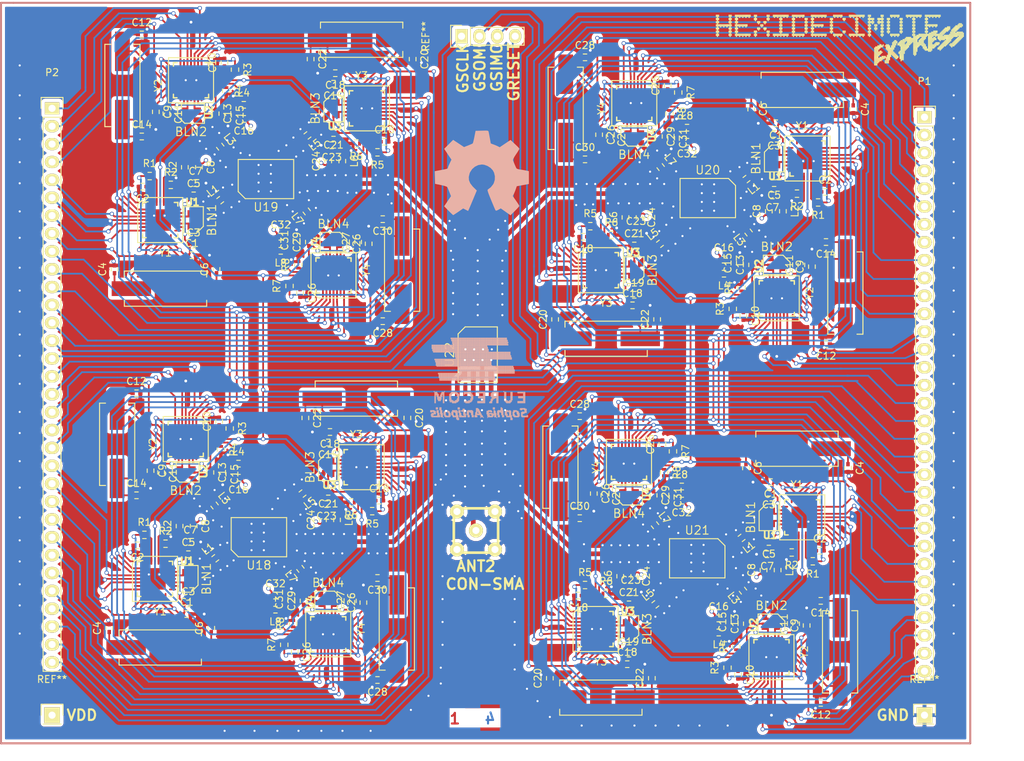
<source format=kicad_pcb>
(kicad_pcb (version 4) (host pcbnew 4.0.2+dfsg1-stable)
  (layers (0 F.Cu signal hide) (1 Ground power hide) (2 Power power hide) (31 B.Cu signal hide) (34 B.Paste user) (35 F.Paste user) (36 B.SilkS user) (37 F.SilkS user) (38 B.Mask user) (39 F.Mask user) (44 Edge.Cuts user))
  (net 0 "")
  (net 1 "Net-(ANT2-Pad1)")
  (net 2 GND)
  (net 3 "Net-(BLN1-Pad1)")
  (net 4 "Net-(BLN1-Pad4)")
  (net 5 "Net-(BLN1-Pad3)")
  (net 6 "Net-(C1-Pad1)")
  (net 7 "Net-(C2-Pad1)")
  (net 8 "Net-(C4-Pad1)")
  (net 9 "Net-(C6-Pad1)")
  (net 10 VDD)
  (net 11 /CH11)
  (net 12 /CH12)
  (net 13 /CH13)
  (net 14 /CH14)
  (net 15 /SFD22)
  (net 16 /FIFOP22)
  (net 17 /FIFO22)
  (net 18 /SFD21)
  (net 19 /FIFOP21)
  (net 20 /FIFO21)
  (net 21 /SFD20)
  (net 22 /FIFOP20)
  (net 23 /FIFO20)
  (net 24 /SFD19)
  (net 25 /FIFOP19)
  (net 26 /FIFO19)
  (net 27 /SFD18)
  (net 28 /FIFOP18)
  (net 29 /FIFO18)
  (net 30 /SFD17)
  (net 31 /FIFOP17)
  (net 32 /FIFO17)
  (net 33 /SFD16)
  (net 34 /FIFOP16)
  (net 35 /FIFO16)
  (net 36 /SFD15)
  (net 37 /FIFOP15)
  (net 38 /FIFO15)
  (net 39 /FIFO23)
  (net 40 /FIFOP23)
  (net 41 /SFD23)
  (net 42 /FIFO24)
  (net 43 /FIFOP24)
  (net 44 /SFD24)
  (net 45 /FIFO25)
  (net 46 /FIFOP25)
  (net 47 /SFD25)
  (net 48 /FIFO26)
  (net 49 /FIFOP26)
  (net 50 /SFD26)
  (net 51 /FIFO11)
  (net 52 /FIFOP11)
  (net 53 /SFD11)
  (net 54 /FIFO12)
  (net 55 /SFD12)
  (net 56 /FIFO13)
  (net 57 /FIFOP13)
  (net 58 /SFD13)
  (net 59 /FIFO14)
  (net 60 /FIFOP14)
  (net 61 /SFD14)
  (net 62 /GSCLK)
  (net 63 /GRESET)
  (net 64 /GSOMI)
  (net 65 /GSIMO)
  (net 66 "Net-(R1-Pad2)")
  (net 67 "Net-(R2-Pad1)")
  (net 68 /CS11)
  (net 69 "Net-(U1-Pad15)")
  (net 70 "Net-(U1-Pad18)")
  (net 71 "Net-(U1-Pad21)")
  (net 72 /CS12)
  (net 73 /FIFOP12)
  (net 74 /CS13)
  (net 75 /CS14)
  (net 76 /CS15)
  (net 77 /CS16)
  (net 78 /CS17)
  (net 79 /CS18)
  (net 80 /CS19)
  (net 81 /CS20)
  (net 82 /CS21)
  (net 83 /CS22)
  (net 84 /CS23)
  (net 85 /CS24)
  (net 86 /CS25)
  (net 87 /CS26)
  (net 88 "Net-(U18-Pad2)")
  (net 89 "Net-(U19-Pad2)")
  (net 90 "Net-(U20-Pad2)")
  (net 91 "Net-(U21-Pad2)")
  (module w_conn_d-sub:via-0.6mm (layer F.Cu) (at 179 49.15)
    (fp_text reference REF**1115 hide)
    (fp_text value via-0.6mm hide)
    (pad 1 thru_hole circle (at 0 0) (size 0.6 0.6) (drill 0.3) (layers *.Cu) (net 2 GND))
  )
  (module w_conn_d-sub:via-0.6mm (layer F.Cu) (at 117.775 117.225 90)
    (fp_text reference REF**1115 hide)
    (fp_text value via-0.6mm hide)
    (pad 1 thru_hole circle (at 0 0 90) (size 0.6 0.6) (drill 0.3) (layers *.Cu) (net 2 GND))
  )
  (module w_conn_d-sub:via-0.6mm (layer F.Cu) (at 120.775 117.225 90)
    (fp_text reference REF**1126 hide)
    (fp_text value via-0.6mm hide)
    (pad 1 thru_hole circle (at 0 0 90) (size 0.6 0.6) (drill 0.3) (layers *.Cu) (net 2 GND))
  )
  (module w_conn_d-sub:via-0.6mm (layer F.Cu) (at 124.775 117.225 90)
    (fp_text reference REF**1115 hide)
    (fp_text value via-0.6mm hide)
    (pad 1 thru_hole circle (at 0 0 90) (size 0.6 0.6) (drill 0.3) (layers *.Cu) (net 2 GND))
  )
  (module w_conn_d-sub:via-0.6mm (layer F.Cu) (at 114.525 117.225 90)
    (fp_text reference REF**1115 hide)
    (fp_text value via-0.6mm hide)
    (pad 1 thru_hole circle (at 0 0 90) (size 0.6 0.6) (drill 0.3) (layers *.Cu) (net 2 GND))
  )
  (module w_conn_d-sub:via-0.6mm (layer F.Cu) (at 111.525 117.225 90)
    (fp_text reference REF**1126 hide)
    (fp_text value via-0.6mm hide)
    (pad 1 thru_hole circle (at 0 0 90) (size 0.6 0.6) (drill 0.3) (layers *.Cu) (net 2 GND))
  )
  (module w_conn_d-sub:via-0.6mm (layer F.Cu) (at 104.025 117.225 90)
    (fp_text reference REF**1126 hide)
    (fp_text value via-0.6mm hide)
    (pad 1 thru_hole circle (at 0 0 90) (size 0.6 0.6) (drill 0.3) (layers *.Cu) (net 2 GND))
  )
  (module w_conn_d-sub:via-0.6mm (layer F.Cu) (at 108.275 117.225 90)
    (fp_text reference REF**1115 hide)
    (fp_text value via-0.6mm hide)
    (pad 1 thru_hole circle (at 0 0 90) (size 0.6 0.6) (drill 0.3) (layers *.Cu) (net 2 GND))
  )
  (module w_conn_d-sub:via-0.6mm (layer F.Cu) (at 168.525 116.475 90)
    (fp_text reference REF**1115 hide)
    (fp_text value via-0.6mm hide)
    (pad 1 thru_hole circle (at 0 0 90) (size 0.6 0.6) (drill 0.3) (layers *.Cu) (net 2 GND))
  )
  (module w_conn_d-sub:via-0.6mm (layer F.Cu) (at 171.525 116.475 90)
    (fp_text reference REF**1126 hide)
    (fp_text value via-0.6mm hide)
    (pad 1 thru_hole circle (at 0 0 90) (size 0.6 0.6) (drill 0.3) (layers *.Cu) (net 2 GND))
  )
  (module w_conn_d-sub:via-0.6mm (layer F.Cu) (at 175.525 116.475 90)
    (fp_text reference REF**1115 hide)
    (fp_text value via-0.6mm hide)
    (pad 1 thru_hole circle (at 0 0 90) (size 0.6 0.6) (drill 0.3) (layers *.Cu) (net 2 GND))
  )
  (module w_conn_d-sub:via-0.6mm (layer F.Cu) (at 165.275 116.475 90)
    (fp_text reference REF**1115 hide)
    (fp_text value via-0.6mm hide)
    (pad 1 thru_hole circle (at 0 0 90) (size 0.6 0.6) (drill 0.3) (layers *.Cu) (net 2 GND))
  )
  (module w_conn_d-sub:via-0.6mm (layer F.Cu) (at 162.275 116.475 90)
    (fp_text reference REF**1126 hide)
    (fp_text value via-0.6mm hide)
    (pad 1 thru_hole circle (at 0 0 90) (size 0.6 0.6) (drill 0.3) (layers *.Cu) (net 2 GND))
  )
  (module w_conn_d-sub:via-0.6mm (layer F.Cu) (at 154.775 116.475 90)
    (fp_text reference REF**1126 hide)
    (fp_text value via-0.6mm hide)
    (pad 1 thru_hole circle (at 0 0 90) (size 0.6 0.6) (drill 0.3) (layers *.Cu) (net 2 GND))
  )
  (module w_conn_d-sub:via-0.6mm (layer F.Cu) (at 159.025 116.475 90)
    (fp_text reference REF**1115 hide)
    (fp_text value via-0.6mm hide)
    (pad 1 thru_hole circle (at 0 0 90) (size 0.6 0.6) (drill 0.3) (layers *.Cu) (net 2 GND))
  )
  (module w_conn_d-sub:via-0.6mm (layer F.Cu) (at 147 111.25)
    (fp_text reference REF**1115 hide)
    (fp_text value via-0.6mm hide)
    (pad 1 thru_hole circle (at 0 0) (size 0.6 0.6) (drill 0.3) (layers *.Cu) (net 2 GND))
  )
  (module w_conn_d-sub:via-0.6mm (layer F.Cu) (at 134.75 110.5)
    (fp_text reference REF**1126 hide)
    (fp_text value via-0.6mm hide)
    (pad 1 thru_hole circle (at 0 0) (size 0.6 0.6) (drill 0.3) (layers *.Cu) (net 2 GND))
  )
  (module w_conn_d-sub:via-0.6mm (layer F.Cu) (at 145.25 108.5)
    (fp_text reference REF**1115 hide)
    (fp_text value via-0.6mm hide)
    (pad 1 thru_hole circle (at 0 0) (size 0.6 0.6) (drill 0.3) (layers *.Cu) (net 2 GND))
  )
  (module w_conn_d-sub:via-0.6mm (layer F.Cu) (at 134.75 108.25)
    (fp_text reference REF**1115 hide)
    (fp_text value via-0.6mm hide)
    (pad 1 thru_hole circle (at 0 0) (size 0.6 0.6) (drill 0.3) (layers *.Cu) (net 2 GND))
  )
  (module w_conn_d-sub:via-0.6mm (layer F.Cu) (at 133 112.25)
    (fp_text reference REF**1115 hide)
    (fp_text value via-0.6mm hide)
    (pad 1 thru_hole circle (at 0 0) (size 0.6 0.6) (drill 0.3) (layers *.Cu) (net 2 GND))
  )
  (module w_conn_d-sub:via-0.6mm (layer F.Cu) (at 148.5 113)
    (fp_text reference REF**1115 hide)
    (fp_text value via-0.6mm hide)
    (pad 1 thru_hole circle (at 0 0) (size 0.6 0.6) (drill 0.3) (layers *.Cu) (net 2 GND))
  )
  (module w_conn_d-sub:via-0.6mm (layer F.Cu) (at 130.5 114.25)
    (fp_text reference REF**1126 hide)
    (fp_text value via-0.6mm hide)
    (pad 1 thru_hole circle (at 0 0) (size 0.6 0.6) (drill 0.3) (layers *.Cu) (net 2 GND))
  )
  (module w_conn_d-sub:via-0.6mm (layer F.Cu) (at 150.25 115.25)
    (fp_text reference REF**1115 hide)
    (fp_text value via-0.6mm hide)
    (pad 1 thru_hole circle (at 0 0) (size 0.6 0.6) (drill 0.3) (layers *.Cu) (net 2 GND))
  )
  (module w_conn_d-sub:via-0.6mm (layer F.Cu) (at 145.25 105)
    (fp_text reference REF**1115 hide)
    (fp_text value via-0.6mm hide)
    (pad 1 thru_hole circle (at 0 0) (size 0.6 0.6) (drill 0.3) (layers *.Cu) (net 2 GND))
  )
  (module w_conn_d-sub:via-0.6mm (layer F.Cu) (at 135 105)
    (fp_text reference REF**1126 hide)
    (fp_text value via-0.6mm hide)
    (pad 1 thru_hole circle (at 0 0) (size 0.6 0.6) (drill 0.3) (layers *.Cu) (net 2 GND))
  )
  (module w_conn_d-sub:via-0.6mm (layer F.Cu) (at 145.25 101.75)
    (fp_text reference REF**1115 hide)
    (fp_text value via-0.6mm hide)
    (pad 1 thru_hole circle (at 0 0) (size 0.6 0.6) (drill 0.3) (layers *.Cu) (net 2 GND))
  )
  (module w_conn_d-sub:via-0.6mm (layer F.Cu) (at 135 101.75)
    (fp_text reference REF**1115 hide)
    (fp_text value via-0.6mm hide)
    (pad 1 thru_hole circle (at 0 0) (size 0.6 0.6) (drill 0.3) (layers *.Cu) (net 2 GND))
  )
  (module w_conn_d-sub:via-0.6mm (layer F.Cu) (at 135 95.25)
    (fp_text reference REF**1115 hide)
    (fp_text value via-0.6mm hide)
    (pad 1 thru_hole circle (at 0 0) (size 0.6 0.6) (drill 0.3) (layers *.Cu) (net 2 GND))
  )
  (module w_conn_d-sub:via-0.6mm (layer F.Cu) (at 145.25 95.25)
    (fp_text reference REF**1115 hide)
    (fp_text value via-0.6mm hide)
    (pad 1 thru_hole circle (at 0 0) (size 0.6 0.6) (drill 0.3) (layers *.Cu) (net 2 GND))
  )
  (module w_conn_d-sub:via-0.6mm (layer F.Cu) (at 135 98.5)
    (fp_text reference REF**1126 hide)
    (fp_text value via-0.6mm hide)
    (pad 1 thru_hole circle (at 0 0) (size 0.6 0.6) (drill 0.3) (layers *.Cu) (net 2 GND))
  )
  (module w_conn_d-sub:via-0.6mm (layer F.Cu) (at 145.25 98.5)
    (fp_text reference REF**1115 hide)
    (fp_text value via-0.6mm hide)
    (pad 1 thru_hole circle (at 0 0) (size 0.6 0.6) (drill 0.3) (layers *.Cu) (net 2 GND))
  )
  (module w_conn_d-sub:via-0.6mm (layer F.Cu) (at 74.9 26.9)
    (fp_text reference REF**1115 hide)
    (fp_text value via-0.6mm hide)
    (pad 1 thru_hole circle (at 0 0) (size 0.6 0.6) (drill 0.3) (layers *.Cu) (net 2 GND))
  )
  (module w_conn_d-sub:via-0.6mm (layer F.Cu) (at 74.9 22.65)
    (fp_text reference REF**1126 hide)
    (fp_text value via-0.6mm hide)
    (pad 1 thru_hole circle (at 0 0) (size 0.6 0.6) (drill 0.3) (layers *.Cu) (net 2 GND))
  )
  (module w_conn_d-sub:via-0.6mm (layer F.Cu) (at 74.9 30.15)
    (fp_text reference REF**1126 hide)
    (fp_text value via-0.6mm hide)
    (pad 1 thru_hole circle (at 0 0) (size 0.6 0.6) (drill 0.3) (layers *.Cu) (net 2 GND))
  )
  (module w_conn_d-sub:via-0.6mm (layer F.Cu) (at 74.9 33.15)
    (fp_text reference REF**1115 hide)
    (fp_text value via-0.6mm hide)
    (pad 1 thru_hole circle (at 0 0) (size 0.6 0.6) (drill 0.3) (layers *.Cu) (net 2 GND))
  )
  (module w_conn_d-sub:via-0.6mm (layer F.Cu) (at 74.9 43.4)
    (fp_text reference REF**1115 hide)
    (fp_text value via-0.6mm hide)
    (pad 1 thru_hole circle (at 0 0) (size 0.6 0.6) (drill 0.3) (layers *.Cu) (net 2 GND))
  )
  (module w_conn_d-sub:via-0.6mm (layer F.Cu) (at 74.9 39.4)
    (fp_text reference REF**1126 hide)
    (fp_text value via-0.6mm hide)
    (pad 1 thru_hole circle (at 0 0) (size 0.6 0.6) (drill 0.3) (layers *.Cu) (net 2 GND))
  )
  (module w_conn_d-sub:via-0.6mm (layer F.Cu) (at 74.9 36.4)
    (fp_text reference REF**1115 hide)
    (fp_text value via-0.6mm hide)
    (pad 1 thru_hole circle (at 0 0) (size 0.6 0.6) (drill 0.3) (layers *.Cu) (net 2 GND))
  )
  (module w_conn_d-sub:via-0.6mm (layer F.Cu) (at 74.9 60.9)
    (fp_text reference REF**1115 hide)
    (fp_text value via-0.6mm hide)
    (pad 1 thru_hole circle (at 0 0) (size 0.6 0.6) (drill 0.3) (layers *.Cu) (net 2 GND))
  )
  (module w_conn_d-sub:via-0.6mm (layer F.Cu) (at 74.9 63.9)
    (fp_text reference REF**1126 hide)
    (fp_text value via-0.6mm hide)
    (pad 1 thru_hole circle (at 0 0) (size 0.6 0.6) (drill 0.3) (layers *.Cu) (net 2 GND))
  )
  (module w_conn_d-sub:via-0.6mm (layer F.Cu) (at 74.9 67.9)
    (fp_text reference REF**1115 hide)
    (fp_text value via-0.6mm hide)
    (pad 1 thru_hole circle (at 0 0) (size 0.6 0.6) (drill 0.3) (layers *.Cu) (net 2 GND))
  )
  (module w_conn_d-sub:via-0.6mm (layer F.Cu) (at 74.9 57.65)
    (fp_text reference REF**1115 hide)
    (fp_text value via-0.6mm hide)
    (pad 1 thru_hole circle (at 0 0) (size 0.6 0.6) (drill 0.3) (layers *.Cu) (net 2 GND))
  )
  (module w_conn_d-sub:via-0.6mm (layer F.Cu) (at 74.9 54.65)
    (fp_text reference REF**1126 hide)
    (fp_text value via-0.6mm hide)
    (pad 1 thru_hole circle (at 0 0) (size 0.6 0.6) (drill 0.3) (layers *.Cu) (net 2 GND))
  )
  (module w_conn_d-sub:via-0.6mm (layer F.Cu) (at 74.9 47.15)
    (fp_text reference REF**1126 hide)
    (fp_text value via-0.6mm hide)
    (pad 1 thru_hole circle (at 0 0) (size 0.6 0.6) (drill 0.3) (layers *.Cu) (net 2 GND))
  )
  (module w_conn_d-sub:via-0.6mm (layer F.Cu) (at 74.9 51.4)
    (fp_text reference REF**1115 hide)
    (fp_text value via-0.6mm hide)
    (pad 1 thru_hole circle (at 0 0) (size 0.6 0.6) (drill 0.3) (layers *.Cu) (net 2 GND))
  )
  (module w_conn_d-sub:via-0.6mm (layer F.Cu) (at 74.9 86.9)
    (fp_text reference REF**1115 hide)
    (fp_text value via-0.6mm hide)
    (pad 1 thru_hole circle (at 0 0) (size 0.6 0.6) (drill 0.3) (layers *.Cu) (net 2 GND))
  )
  (module w_conn_d-sub:via-0.6mm (layer F.Cu) (at 74.9 82.65)
    (fp_text reference REF**1126 hide)
    (fp_text value via-0.6mm hide)
    (pad 1 thru_hole circle (at 0 0) (size 0.6 0.6) (drill 0.3) (layers *.Cu) (net 2 GND))
  )
  (module w_conn_d-sub:via-0.6mm (layer F.Cu) (at 74.9 90.15)
    (fp_text reference REF**1126 hide)
    (fp_text value via-0.6mm hide)
    (pad 1 thru_hole circle (at 0 0) (size 0.6 0.6) (drill 0.3) (layers *.Cu) (net 2 GND))
  )
  (module w_conn_d-sub:via-0.6mm (layer F.Cu) (at 74.9 93.15)
    (fp_text reference REF**1115 hide)
    (fp_text value via-0.6mm hide)
    (pad 1 thru_hole circle (at 0 0) (size 0.6 0.6) (drill 0.3) (layers *.Cu) (net 2 GND))
  )
  (module w_conn_d-sub:via-0.6mm (layer F.Cu) (at 74.9 103.4)
    (fp_text reference REF**1115 hide)
    (fp_text value via-0.6mm hide)
    (pad 1 thru_hole circle (at 0 0) (size 0.6 0.6) (drill 0.3) (layers *.Cu) (net 2 GND))
  )
  (module w_conn_d-sub:via-0.6mm (layer F.Cu) (at 74.9 99.4)
    (fp_text reference REF**1126 hide)
    (fp_text value via-0.6mm hide)
    (pad 1 thru_hole circle (at 0 0) (size 0.6 0.6) (drill 0.3) (layers *.Cu) (net 2 GND))
  )
  (module w_conn_d-sub:via-0.6mm (layer F.Cu) (at 74.9 96.4)
    (fp_text reference REF**1115 hide)
    (fp_text value via-0.6mm hide)
    (pad 1 thru_hole circle (at 0 0) (size 0.6 0.6) (drill 0.3) (layers *.Cu) (net 2 GND))
  )
  (module w_conn_d-sub:via-0.6mm (layer F.Cu) (at 74.9 71.9)
    (fp_text reference REF**1115 hide)
    (fp_text value via-0.6mm hide)
    (pad 1 thru_hole circle (at 0 0) (size 0.6 0.6) (drill 0.3) (layers *.Cu) (net 2 GND))
  )
  (module w_conn_d-sub:via-0.6mm (layer F.Cu) (at 74.9 74.9)
    (fp_text reference REF**1126 hide)
    (fp_text value via-0.6mm hide)
    (pad 1 thru_hole circle (at 0 0) (size 0.6 0.6) (drill 0.3) (layers *.Cu) (net 2 GND))
  )
  (module w_conn_d-sub:via-0.6mm (layer F.Cu) (at 74.9 78.9)
    (fp_text reference REF**1115 hide)
    (fp_text value via-0.6mm hide)
    (pad 1 thru_hole circle (at 0 0) (size 0.6 0.6) (drill 0.3) (layers *.Cu) (net 2 GND))
  )
  (module w_conn_d-sub:via-0.6mm (layer F.Cu) (at 207.65 78.9)
    (fp_text reference REF**1115 hide)
    (fp_text value via-0.6mm hide)
    (pad 1 thru_hole circle (at 0 0) (size 0.6 0.6) (drill 0.3) (layers *.Cu) (net 2 GND))
  )
  (module w_conn_d-sub:via-0.6mm (layer F.Cu) (at 207.65 74.9)
    (fp_text reference REF**1126 hide)
    (fp_text value via-0.6mm hide)
    (pad 1 thru_hole circle (at 0 0) (size 0.6 0.6) (drill 0.3) (layers *.Cu) (net 2 GND))
  )
  (module w_conn_d-sub:via-0.6mm (layer F.Cu) (at 207.65 71.9)
    (fp_text reference REF**1115 hide)
    (fp_text value via-0.6mm hide)
    (pad 1 thru_hole circle (at 0 0) (size 0.6 0.6) (drill 0.3) (layers *.Cu) (net 2 GND))
  )
  (module w_conn_d-sub:via-0.6mm (layer F.Cu) (at 207.65 96.4)
    (fp_text reference REF**1115 hide)
    (fp_text value via-0.6mm hide)
    (pad 1 thru_hole circle (at 0 0) (size 0.6 0.6) (drill 0.3) (layers *.Cu) (net 2 GND))
  )
  (module w_conn_d-sub:via-0.6mm (layer F.Cu) (at 207.65 99.4)
    (fp_text reference REF**1126 hide)
    (fp_text value via-0.6mm hide)
    (pad 1 thru_hole circle (at 0 0) (size 0.6 0.6) (drill 0.3) (layers *.Cu) (net 2 GND))
  )
  (module w_conn_d-sub:via-0.6mm (layer F.Cu) (at 207.65 103.4)
    (fp_text reference REF**1115 hide)
    (fp_text value via-0.6mm hide)
    (pad 1 thru_hole circle (at 0 0) (size 0.6 0.6) (drill 0.3) (layers *.Cu) (net 2 GND))
  )
  (module w_conn_d-sub:via-0.6mm (layer F.Cu) (at 207.65 93.15)
    (fp_text reference REF**1115 hide)
    (fp_text value via-0.6mm hide)
    (pad 1 thru_hole circle (at 0 0) (size 0.6 0.6) (drill 0.3) (layers *.Cu) (net 2 GND))
  )
  (module w_conn_d-sub:via-0.6mm (layer F.Cu) (at 207.65 90.15)
    (fp_text reference REF**1126 hide)
    (fp_text value via-0.6mm hide)
    (pad 1 thru_hole circle (at 0 0) (size 0.6 0.6) (drill 0.3) (layers *.Cu) (net 2 GND))
  )
  (module w_conn_d-sub:via-0.6mm (layer F.Cu) (at 207.65 82.65)
    (fp_text reference REF**1126 hide)
    (fp_text value via-0.6mm hide)
    (pad 1 thru_hole circle (at 0 0) (size 0.6 0.6) (drill 0.3) (layers *.Cu) (net 2 GND))
  )
  (module w_conn_d-sub:via-0.6mm (layer F.Cu) (at 207.65 86.9)
    (fp_text reference REF**1115 hide)
    (fp_text value via-0.6mm hide)
    (pad 1 thru_hole circle (at 0 0) (size 0.6 0.6) (drill 0.3) (layers *.Cu) (net 2 GND))
  )
  (module w_conn_d-sub:via-0.6mm (layer F.Cu) (at 207.65 51.4)
    (fp_text reference REF**1115 hide)
    (fp_text value via-0.6mm hide)
    (pad 1 thru_hole circle (at 0 0) (size 0.6 0.6) (drill 0.3) (layers *.Cu) (net 2 GND))
  )
  (module w_conn_d-sub:via-0.6mm (layer F.Cu) (at 207.65 47.15)
    (fp_text reference REF**1126 hide)
    (fp_text value via-0.6mm hide)
    (pad 1 thru_hole circle (at 0 0) (size 0.6 0.6) (drill 0.3) (layers *.Cu) (net 2 GND))
  )
  (module w_conn_d-sub:via-0.6mm (layer F.Cu) (at 207.65 54.65)
    (fp_text reference REF**1126 hide)
    (fp_text value via-0.6mm hide)
    (pad 1 thru_hole circle (at 0 0) (size 0.6 0.6) (drill 0.3) (layers *.Cu) (net 2 GND))
  )
  (module w_conn_d-sub:via-0.6mm (layer F.Cu) (at 207.65 57.65)
    (fp_text reference REF**1115 hide)
    (fp_text value via-0.6mm hide)
    (pad 1 thru_hole circle (at 0 0) (size 0.6 0.6) (drill 0.3) (layers *.Cu) (net 2 GND))
  )
  (module w_conn_d-sub:via-0.6mm (layer F.Cu) (at 207.65 67.9)
    (fp_text reference REF**1115 hide)
    (fp_text value via-0.6mm hide)
    (pad 1 thru_hole circle (at 0 0) (size 0.6 0.6) (drill 0.3) (layers *.Cu) (net 2 GND))
  )
  (module w_conn_d-sub:via-0.6mm (layer F.Cu) (at 207.65 63.9)
    (fp_text reference REF**1126 hide)
    (fp_text value via-0.6mm hide)
    (pad 1 thru_hole circle (at 0 0) (size 0.6 0.6) (drill 0.3) (layers *.Cu) (net 2 GND))
  )
  (module w_conn_d-sub:via-0.6mm (layer F.Cu) (at 207.65 60.9)
    (fp_text reference REF**1115 hide)
    (fp_text value via-0.6mm hide)
    (pad 1 thru_hole circle (at 0 0) (size 0.6 0.6) (drill 0.3) (layers *.Cu) (net 2 GND))
  )
  (module w_conn_d-sub:via-0.6mm (layer F.Cu) (at 207.65 36.4)
    (fp_text reference REF**1115 hide)
    (fp_text value via-0.6mm hide)
    (pad 1 thru_hole circle (at 0 0) (size 0.6 0.6) (drill 0.3) (layers *.Cu) (net 2 GND))
  )
  (module w_conn_d-sub:via-0.6mm (layer F.Cu) (at 207.65 39.4)
    (fp_text reference REF**1126 hide)
    (fp_text value via-0.6mm hide)
    (pad 1 thru_hole circle (at 0 0) (size 0.6 0.6) (drill 0.3) (layers *.Cu) (net 2 GND))
  )
  (module w_conn_d-sub:via-0.6mm (layer F.Cu) (at 207.65 43.4)
    (fp_text reference REF**1115 hide)
    (fp_text value via-0.6mm hide)
    (pad 1 thru_hole circle (at 0 0) (size 0.6 0.6) (drill 0.3) (layers *.Cu) (net 2 GND))
  )
  (module w_conn_d-sub:via-0.6mm (layer F.Cu) (at 207.65 33.15)
    (fp_text reference REF**1115 hide)
    (fp_text value via-0.6mm hide)
    (pad 1 thru_hole circle (at 0 0) (size 0.6 0.6) (drill 0.3) (layers *.Cu) (net 2 GND))
  )
  (module w_conn_d-sub:via-0.6mm (layer F.Cu) (at 207.65 30.15)
    (fp_text reference REF**1126 hide)
    (fp_text value via-0.6mm hide)
    (pad 1 thru_hole circle (at 0 0) (size 0.6 0.6) (drill 0.3) (layers *.Cu) (net 2 GND))
  )
  (module w_conn_d-sub:via-0.6mm (layer F.Cu) (at 207.65 22.65)
    (fp_text reference REF**1126 hide)
    (fp_text value via-0.6mm hide)
    (pad 1 thru_hole circle (at 0 0) (size 0.6 0.6) (drill 0.3) (layers *.Cu) (net 2 GND))
  )
  (module w_conn_d-sub:via-0.6mm (layer F.Cu) (at 207.65 26.9)
    (fp_text reference REF**1115 hide)
    (fp_text value via-0.6mm hide)
    (pad 1 thru_hole circle (at 0 0) (size 0.6 0.6) (drill 0.3) (layers *.Cu) (net 2 GND))
  )
  (module w_conn_d-sub:via-0.6mm (layer F.Cu) (at 108.85 40.55)
    (fp_text reference REF**1115 hide)
    (fp_text value via-0.6mm hide)
    (pad 1 thru_hole circle (at 0 0) (size 0.6 0.6) (drill 0.3) (layers *.Cu) (net 2 GND))
  )
  (module w_conn_d-sub:via-0.6mm (layer F.Cu) (at 108.85 39.3)
    (fp_text reference REF**1115 hide)
    (fp_text value via-0.6mm hide)
    (pad 1 thru_hole circle (at 0 0) (size 0.6 0.6) (drill 0.3) (layers *.Cu) (net 2 GND))
  )
  (module w_conn_d-sub:via-0.6mm (layer F.Cu) (at 110.6 40.55)
    (fp_text reference REF**1126 hide)
    (fp_text value via-0.6mm hide)
    (pad 1 thru_hole circle (at 0 0) (size 0.6 0.6) (drill 0.3) (layers *.Cu) (net 2 GND))
  )
  (module w_conn_d-sub:via-0.6mm (layer F.Cu) (at 110.6 39.3)
    (fp_text reference REF**1126 hide)
    (fp_text value via-0.6mm hide)
    (pad 1 thru_hole circle (at 0 0) (size 0.6 0.6) (drill 0.3) (layers *.Cu) (net 2 GND))
  )
  (module w_conn_d-sub:via-0.6mm (layer F.Cu) (at 110.6 36.8)
    (fp_text reference REF**1115 hide)
    (fp_text value via-0.6mm hide)
    (pad 1 thru_hole circle (at 0 0) (size 0.6 0.6) (drill 0.3) (layers *.Cu) (net 2 GND))
  )
  (module w_conn_d-sub:via-0.6mm (layer F.Cu) (at 108.85 36.8)
    (fp_text reference REF**1126 hide)
    (fp_text value via-0.6mm hide)
    (pad 1 thru_hole circle (at 0 0) (size 0.6 0.6) (drill 0.3) (layers *.Cu) (net 2 GND))
  )
  (module w_conn_d-sub:via-0.6mm (layer F.Cu) (at 108.85 38.05)
    (fp_text reference REF**1126 hide)
    (fp_text value via-0.6mm hide)
    (pad 1 thru_hole circle (at 0 0) (size 0.6 0.6) (drill 0.3) (layers *.Cu) (net 2 GND))
  )
  (module w_conn_d-sub:via-0.6mm (layer F.Cu) (at 110.6 38.05)
    (fp_text reference REF**1115 hide)
    (fp_text value via-0.6mm hide)
    (pad 1 thru_hole circle (at 0 0) (size 0.6 0.6) (drill 0.3) (layers *.Cu) (net 2 GND))
  )
  (module w_conn_d-sub:via-0.6mm (layer F.Cu) (at 141.925 64.525 90)
    (fp_text reference REF**1115 hide)
    (fp_text value via-0.6mm hide)
    (pad 1 thru_hole circle (at 0 0 90) (size 0.6 0.6) (drill 0.3) (layers *.Cu) (net 2 GND))
  )
  (module w_conn_d-sub:via-0.6mm (layer F.Cu) (at 140.675 64.525 90)
    (fp_text reference REF**1115 hide)
    (fp_text value via-0.6mm hide)
    (pad 1 thru_hole circle (at 0 0 90) (size 0.6 0.6) (drill 0.3) (layers *.Cu) (net 2 GND))
  )
  (module w_conn_d-sub:via-0.6mm (layer F.Cu) (at 142 63 90)
    (fp_text reference REF**1126 hide)
    (fp_text value via-0.6mm hide)
    (pad 1 thru_hole circle (at 0 0 90) (size 0.6 0.6) (drill 0.3) (layers *.Cu) (net 2 GND))
  )
  (module w_conn_d-sub:via-0.6mm (layer F.Cu) (at 140.75 63 90)
    (fp_text reference REF**1126 hide)
    (fp_text value via-0.6mm hide)
    (pad 1 thru_hole circle (at 0 0 90) (size 0.6 0.6) (drill 0.3) (layers *.Cu) (net 2 GND))
  )
  (module w_conn_d-sub:via-0.6mm (layer F.Cu) (at 138.25 63 90)
    (fp_text reference REF**1115 hide)
    (fp_text value via-0.6mm hide)
    (pad 1 thru_hole circle (at 0 0 90) (size 0.6 0.6) (drill 0.3) (layers *.Cu) (net 2 GND))
  )
  (module w_conn_d-sub:via-0.6mm (layer F.Cu) (at 138.175 64.525 90)
    (fp_text reference REF**1126 hide)
    (fp_text value via-0.6mm hide)
    (pad 1 thru_hole circle (at 0 0 90) (size 0.6 0.6) (drill 0.3) (layers *.Cu) (net 2 GND))
  )
  (module w_conn_d-sub:via-0.6mm (layer F.Cu) (at 139.425 64.525 90)
    (fp_text reference REF**1126 hide)
    (fp_text value via-0.6mm hide)
    (pad 1 thru_hole circle (at 0 0 90) (size 0.6 0.6) (drill 0.3) (layers *.Cu) (net 2 GND))
  )
  (module w_conn_d-sub:via-0.6mm (layer F.Cu) (at 139.5 63 90)
    (fp_text reference REF**1115 hide)
    (fp_text value via-0.6mm hide)
    (pad 1 thru_hole circle (at 0 0 90) (size 0.6 0.6) (drill 0.3) (layers *.Cu) (net 2 GND))
  )
  (module w_conn_d-sub:via-0.6mm (layer F.Cu) (at 173.6 40.8)
    (fp_text reference REF**1115 hide)
    (fp_text value via-0.6mm hide)
    (pad 1 thru_hole circle (at 0 0) (size 0.6 0.6) (drill 0.3) (layers *.Cu) (net 2 GND))
  )
  (module w_conn_d-sub:via-0.6mm (layer F.Cu) (at 171.85 40.8)
    (fp_text reference REF**1126 hide)
    (fp_text value via-0.6mm hide)
    (pad 1 thru_hole circle (at 0 0) (size 0.6 0.6) (drill 0.3) (layers *.Cu) (net 2 GND))
  )
  (module w_conn_d-sub:via-0.6mm (layer F.Cu) (at 171.85 39.55)
    (fp_text reference REF**1126 hide)
    (fp_text value via-0.6mm hide)
    (pad 1 thru_hole circle (at 0 0) (size 0.6 0.6) (drill 0.3) (layers *.Cu) (net 2 GND))
  )
  (module w_conn_d-sub:via-0.6mm (layer F.Cu) (at 173.6 39.55)
    (fp_text reference REF**1115 hide)
    (fp_text value via-0.6mm hide)
    (pad 1 thru_hole circle (at 0 0) (size 0.6 0.6) (drill 0.3) (layers *.Cu) (net 2 GND))
  )
  (module w_conn_d-sub:via-0.6mm (layer F.Cu) (at 173.6 42.05)
    (fp_text reference REF**1126 hide)
    (fp_text value via-0.6mm hide)
    (pad 1 thru_hole circle (at 0 0) (size 0.6 0.6) (drill 0.3) (layers *.Cu) (net 2 GND))
  )
  (module w_conn_d-sub:via-0.6mm (layer F.Cu) (at 173.6 43.3)
    (fp_text reference REF**1126 hide)
    (fp_text value via-0.6mm hide)
    (pad 1 thru_hole circle (at 0 0) (size 0.6 0.6) (drill 0.3) (layers *.Cu) (net 2 GND))
  )
  (module w_conn_d-sub:via-0.6mm (layer F.Cu) (at 171.85 42.05)
    (fp_text reference REF**1115 hide)
    (fp_text value via-0.6mm hide)
    (pad 1 thru_hole circle (at 0 0) (size 0.6 0.6) (drill 0.3) (layers *.Cu) (net 2 GND))
  )
  (module w_conn_d-sub:via-0.6mm (layer F.Cu) (at 171.85 43.3)
    (fp_text reference REF**1115 hide)
    (fp_text value via-0.6mm hide)
    (pad 1 thru_hole circle (at 0 0) (size 0.6 0.6) (drill 0.3) (layers *.Cu) (net 2 GND))
  )
  (module w_conn_d-sub:via-0.6mm (layer F.Cu) (at 170.35 94.55)
    (fp_text reference REF**1115 hide)
    (fp_text value via-0.6mm hide)
    (pad 1 thru_hole circle (at 0 0) (size 0.6 0.6) (drill 0.3) (layers *.Cu) (net 2 GND))
  )
  (module w_conn_d-sub:via-0.6mm (layer F.Cu) (at 170.35 93.3)
    (fp_text reference REF**1115 hide)
    (fp_text value via-0.6mm hide)
    (pad 1 thru_hole circle (at 0 0) (size 0.6 0.6) (drill 0.3) (layers *.Cu) (net 2 GND))
  )
  (module w_conn_d-sub:via-0.6mm (layer F.Cu) (at 172.1 94.55)
    (fp_text reference REF**1126 hide)
    (fp_text value via-0.6mm hide)
    (pad 1 thru_hole circle (at 0 0) (size 0.6 0.6) (drill 0.3) (layers *.Cu) (net 2 GND))
  )
  (module w_conn_d-sub:via-0.6mm (layer F.Cu) (at 172.1 93.3)
    (fp_text reference REF**1126 hide)
    (fp_text value via-0.6mm hide)
    (pad 1 thru_hole circle (at 0 0) (size 0.6 0.6) (drill 0.3) (layers *.Cu) (net 2 GND))
  )
  (module w_conn_d-sub:via-0.6mm (layer F.Cu) (at 172.1 90.8)
    (fp_text reference REF**1115 hide)
    (fp_text value via-0.6mm hide)
    (pad 1 thru_hole circle (at 0 0) (size 0.6 0.6) (drill 0.3) (layers *.Cu) (net 2 GND))
  )
  (module w_conn_d-sub:via-0.6mm (layer F.Cu) (at 170.35 90.8)
    (fp_text reference REF**1126 hide)
    (fp_text value via-0.6mm hide)
    (pad 1 thru_hole circle (at 0 0) (size 0.6 0.6) (drill 0.3) (layers *.Cu) (net 2 GND))
  )
  (module w_conn_d-sub:via-0.6mm (layer F.Cu) (at 170.35 92.05)
    (fp_text reference REF**1126 hide)
    (fp_text value via-0.6mm hide)
    (pad 1 thru_hole circle (at 0 0) (size 0.6 0.6) (drill 0.3) (layers *.Cu) (net 2 GND))
  )
  (module w_conn_d-sub:via-0.6mm (layer F.Cu) (at 172.1 92.05)
    (fp_text reference REF**1115 hide)
    (fp_text value via-0.6mm hide)
    (pad 1 thru_hole circle (at 0 0) (size 0.6 0.6) (drill 0.3) (layers *.Cu) (net 2 GND))
  )
  (module w_conn_d-sub:via-0.6mm (layer F.Cu) (at 181.9 48)
    (fp_text reference REF**1115 hide)
    (fp_text value via-0.6mm hide)
    (pad 1 thru_hole circle (at 0 0) (size 0.6 0.6) (drill 0.3) (layers *.Cu) (net 2 GND))
  )
  (module w_conn_d-sub:via-0.6mm (layer F.Cu) (at 167.8 42.7)
    (fp_text reference REF**1115 hide)
    (fp_text value via-0.6mm hide)
    (pad 1 thru_hole circle (at 0 0) (size 0.6 0.6) (drill 0.3) (layers *.Cu) (net 2 GND))
  )
  (module w_conn_d-sub:via-0.6mm (layer F.Cu) (at 166.15 49.65)
    (fp_text reference REF**1126 hide)
    (fp_text value via-0.6mm hide)
    (pad 1 thru_hole circle (at 0 0) (size 0.6 0.6) (drill 0.3) (layers *.Cu) (net 2 GND))
  )
  (module w_conn_d-sub:via-0.6mm (layer F.Cu) (at 167.1 49)
    (fp_text reference REF**1115 hide)
    (fp_text value via-0.6mm hide)
    (pad 1 thru_hole circle (at 0 0) (size 0.6 0.6) (drill 0.3) (layers *.Cu) (net 2 GND))
  )
  (module w_conn_d-sub:via-0.6mm (layer F.Cu) (at 156.4 42.4)
    (fp_text reference REF**1115 hide)
    (fp_text value via-0.6mm hide)
    (pad 1 thru_hole circle (at 0 0) (size 0.6 0.6) (drill 0.3) (layers *.Cu) (net 2 GND))
  )
  (module w_conn_d-sub:via-0.6mm (layer F.Cu) (at 156.7 39.5)
    (fp_text reference REF**1126 hide)
    (fp_text value via-0.6mm hide)
    (pad 1 thru_hole circle (at 0 0) (size 0.6 0.6) (drill 0.3) (layers *.Cu) (net 2 GND))
  )
  (module w_conn_d-sub:via-0.6mm (layer F.Cu) (at 143.5 53.65)
    (fp_text reference REF**1115 hide)
    (fp_text value via-0.6mm hide)
    (pad 1 thru_hole circle (at 0 0) (size 0.6 0.6) (drill 0.3) (layers *.Cu) (net 2 GND))
  )
  (module w_conn_d-sub:via-0.6mm (layer F.Cu) (at 143.5 50.4)
    (fp_text reference REF**1115 hide)
    (fp_text value via-0.6mm hide)
    (pad 1 thru_hole circle (at 0 0) (size 0.6 0.6) (drill 0.3) (layers *.Cu) (net 2 GND))
  )
  (module w_conn_d-sub:via-0.6mm (layer F.Cu) (at 144 49)
    (fp_text reference REF**1126 hide)
    (fp_text value via-0.6mm hide)
    (pad 1 thru_hole circle (at 0 0) (size 0.6 0.6) (drill 0.3) (layers *.Cu) (net 2 GND))
  )
  (module w_conn_d-sub:via-0.6mm (layer F.Cu) (at 143.5 51.9)
    (fp_text reference REF**1126 hide)
    (fp_text value via-0.6mm hide)
    (pad 1 thru_hole circle (at 0 0) (size 0.6 0.6) (drill 0.3) (layers *.Cu) (net 2 GND))
  )
  (module w_conn_d-sub:via-0.6mm (layer F.Cu) (at 143.5 58.15)
    (fp_text reference REF**1115 hide)
    (fp_text value via-0.6mm hide)
    (pad 1 thru_hole circle (at 0 0) (size 0.6 0.6) (drill 0.3) (layers *.Cu) (net 2 GND))
  )
  (module w_conn_d-sub:via-0.6mm (layer F.Cu) (at 143.5 56.65)
    (fp_text reference REF**1126 hide)
    (fp_text value via-0.6mm hide)
    (pad 1 thru_hole circle (at 0 0) (size 0.6 0.6) (drill 0.3) (layers *.Cu) (net 2 GND))
  )
  (module w_conn_d-sub:via-0.6mm (layer F.Cu) (at 143.5 55.15)
    (fp_text reference REF**1115 hide)
    (fp_text value via-0.6mm hide)
    (pad 1 thru_hole circle (at 0 0) (size 0.6 0.6) (drill 0.3) (layers *.Cu) (net 2 GND))
  )
  (module w_conn_d-sub:via-0.6mm (layer F.Cu) (at 143.9 44.75)
    (fp_text reference REF**1115 hide)
    (fp_text value via-0.6mm hide)
    (pad 1 thru_hole circle (at 0 0) (size 0.6 0.6) (drill 0.3) (layers *.Cu) (net 2 GND))
  )
  (module w_conn_d-sub:via-0.6mm (layer F.Cu) (at 142.9 46)
    (fp_text reference REF**1115 hide)
    (fp_text value via-0.6mm hide)
    (pad 1 thru_hole circle (at 0 0) (size 0.6 0.6) (drill 0.3) (layers *.Cu) (net 2 GND))
  )
  (module w_conn_d-sub:via-0.6mm (layer F.Cu) (at 117.75 32.5)
    (fp_text reference REF**11810 hide)
    (fp_text value via-0.6mm hide)
    (pad 1 thru_hole circle (at 0 0) (size 0.6 0.6) (drill 0.3) (layers *.Cu) (net 2 GND))
  )
  (module w_conn_d-sub:via-0.6mm (layer F.Cu) (at 146.05 82.4)
    (fp_text reference REF**1126 hide)
    (fp_text value via-0.6mm hide)
    (pad 1 thru_hole circle (at 0 0) (size 0.6 0.6) (drill 0.3) (layers *.Cu) (net 2 GND))
  )
  (module w_conn_d-sub:via-0.6mm (layer F.Cu) (at 159 90.85)
    (fp_text reference REF**1181 hide)
    (fp_text value via-0.6mm hide)
    (pad 1 thru_hole circle (at 0 0) (size 0.6 0.6) (drill 0.3) (layers *.Cu) (net 2 GND))
  )
  (module w_conn_d-sub:via-0.6mm (layer F.Cu) (at 155.1 90.7)
    (fp_text reference REF**1191 hide)
    (fp_text value via-0.6mm hide)
    (pad 1 thru_hole circle (at 0 0) (size 0.6 0.6) (drill 0.3) (layers *.Cu) (net 2 GND))
  )
  (module w_conn_d-sub:via-0.6mm (layer F.Cu) (at 157.75 90.85)
    (fp_text reference REF**1185 hide)
    (fp_text value via-0.6mm hide)
    (pad 1 thru_hole circle (at 0 0) (size 0.6 0.6) (drill 0.3) (layers *.Cu) (net 2 GND))
  )
  (module w_conn_d-sub:via-0.6mm (layer F.Cu) (at 162.75 90.85)
    (fp_text reference REF**1131 hide)
    (fp_text value via-0.6mm hide)
    (pad 1 thru_hole circle (at 0 0) (size 0.6 0.6) (drill 0.3) (layers *.Cu) (net 2 GND))
  )
  (module w_conn_d-sub:via-0.6mm (layer F.Cu) (at 161.5 90.85)
    (fp_text reference REF**1121 hide)
    (fp_text value via-0.6mm hide)
    (pad 1 thru_hole circle (at 0 0) (size 0.6 0.6) (drill 0.3) (layers *.Cu) (net 2 GND))
  )
  (module w_conn_d-sub:via-0.6mm (layer F.Cu) (at 160.25 90.85)
    (fp_text reference REF**1111 hide)
    (fp_text value via-0.6mm hide)
    (pad 1 thru_hole circle (at 0 0) (size 0.6 0.6) (drill 0.3) (layers *.Cu) (net 2 GND))
  )
  (module w_conn_d-sub:via-0.6mm (layer F.Cu) (at 116.25 80.75)
    (fp_text reference REF**1141 hide)
    (fp_text value via-0.6mm hide)
    (pad 1 thru_hole circle (at 0 0) (size 0.6 0.6) (drill 0.3) (layers *.Cu) (net 2 GND))
  )
  (module w_conn_d-sub:via-0.6mm (layer F.Cu) (at 113.8 87.4)
    (fp_text reference REF**1151 hide)
    (fp_text value via-0.6mm hide)
    (pad 1 thru_hole circle (at 0 0) (size 0.6 0.6) (drill 0.3) (layers *.Cu) (net 2 GND))
  )
  (module w_conn_d-sub:via-0.6mm (layer F.Cu) (at 103.45 94.35)
    (fp_text reference REF**1141 hide)
    (fp_text value via-0.6mm hide)
    (pad 1 thru_hole circle (at 0 0) (size 0.6 0.6) (drill 0.3) (layers *.Cu) (net 2 GND))
  )
  (module w_conn_d-sub:via-0.6mm (layer F.Cu) (at 161.75 28)
    (fp_text reference REF**1121 hide)
    (fp_text value via-0.6mm hide)
    (pad 1 thru_hole circle (at 0 0) (size 0.6 0.6) (drill 0.3) (layers *.Cu) (net 2 GND))
  )
  (module w_conn_d-sub:via-0.6mm (layer F.Cu) (at 163.25 28)
    (fp_text reference REF**1121 hide)
    (fp_text value via-0.6mm hide)
    (pad 1 thru_hole circle (at 0 0) (size 0.6 0.6) (drill 0.3) (layers *.Cu) (net 2 GND))
  )
  (module w_conn_d-sub:via-0.6mm (layer F.Cu) (at 98.5 24.75)
    (fp_text reference REF**1121 hide)
    (fp_text value via-0.6mm hide)
    (pad 1 thru_hole circle (at 0 0) (size 0.6 0.6) (drill 0.3) (layers *.Cu) (net 2 GND))
  )
  (module w_conn_d-sub:via-0.6mm (layer F.Cu) (at 100 24.75)
    (fp_text reference REF**1121 hide)
    (fp_text value via-0.6mm hide)
    (pad 1 thru_hole circle (at 0 0) (size 0.6 0.6) (drill 0.3) (layers *.Cu) (net 2 GND))
  )
  (module w_conn_d-sub:via-0.6mm (layer F.Cu) (at 120.25 52.5)
    (fp_text reference REF**1121 hide)
    (fp_text value via-0.6mm hide)
    (pad 1 thru_hole circle (at 0 0) (size 0.6 0.6) (drill 0.3) (layers *.Cu) (net 2 GND))
  )
  (module w_conn_d-sub:via-0.6mm (layer F.Cu) (at 118.75 52.5)
    (fp_text reference REF**1121 hide)
    (fp_text value via-0.6mm hide)
    (pad 1 thru_hole circle (at 0 0) (size 0.6 0.6) (drill 0.3) (layers *.Cu) (net 2 GND))
  )
  (module w_conn_d-sub:via-0.6mm (layer F.Cu) (at 185.5 87.5)
    (fp_text reference REF**1121 hide)
    (fp_text value via-0.6mm hide)
    (pad 1 thru_hole circle (at 0 0) (size 0.6 0.6) (drill 0.3) (layers *.Cu) (net 2 GND))
  )
  (module w_conn_d-sub:via-0.6mm (layer F.Cu) (at 187 87.5)
    (fp_text reference REF**1121 hide)
    (fp_text value via-0.6mm hide)
    (pad 1 thru_hole circle (at 0 0) (size 0.6 0.6) (drill 0.3) (layers *.Cu) (net 2 GND))
  )
  (module w_conn_d-sub:via-0.6mm (layer F.Cu) (at 95.5 44)
    (fp_text reference REF**1121 hide)
    (fp_text value via-0.6mm hide)
    (pad 1 thru_hole circle (at 0 0) (size 0.6 0.6) (drill 0.3) (layers *.Cu) (net 2 GND))
  )
  (module w_conn_d-sub:via-0.6mm (layer F.Cu) (at 94 44)
    (fp_text reference REF**1121 hide)
    (fp_text value via-0.6mm hide)
    (pad 1 thru_hole circle (at 0 0) (size 0.6 0.6) (drill 0.3) (layers *.Cu) (net 2 GND))
  )
  (module w_conn_d-sub:via-0.6mm (layer F.Cu) (at 156.75 51.75)
    (fp_text reference REF**1121 hide)
    (fp_text value via-0.6mm hide)
    (pad 1 thru_hole circle (at 0 0) (size 0.6 0.6) (drill 0.3) (layers *.Cu) (net 2 GND))
  )
  (module w_conn_d-sub:via-0.6mm (layer F.Cu) (at 158.25 51.75)
    (fp_text reference REF**1121 hide)
    (fp_text value via-0.6mm hide)
    (pad 1 thru_hole circle (at 0 0) (size 0.6 0.6) (drill 0.3) (layers *.Cu) (net 2 GND))
  )
  (module w_conn_d-sub:via-0.6mm (layer F.Cu) (at 125 28.75)
    (fp_text reference REF**1121 hide)
    (fp_text value via-0.6mm hide)
    (pad 1 thru_hole circle (at 0 0) (size 0.6 0.6) (drill 0.3) (layers *.Cu) (net 2 GND))
  )
  (module w_conn_d-sub:via-0.6mm (layer F.Cu) (at 123.5 28.75)
    (fp_text reference REF**1121 hide)
    (fp_text value via-0.6mm hide)
    (pad 1 thru_hole circle (at 0 0) (size 0.6 0.6) (drill 0.3) (layers *.Cu) (net 2 GND))
  )
  (module w_conn_d-sub:via-0.6mm (layer F.Cu) (at 181.75 55.75)
    (fp_text reference REF**1121 hide)
    (fp_text value via-0.6mm hide)
    (pad 1 thru_hole circle (at 0 0) (size 0.6 0.6) (drill 0.3) (layers *.Cu) (net 2 GND))
  )
  (module w_conn_d-sub:via-0.6mm (layer F.Cu) (at 183.25 55.75)
    (fp_text reference REF**1121 hide)
    (fp_text value via-0.6mm hide)
    (pad 1 thru_hole circle (at 0 0) (size 0.6 0.6) (drill 0.3) (layers *.Cu) (net 2 GND))
  )
  (module w_conn_d-sub:via-0.6mm (layer F.Cu) (at 99.25 75.75)
    (fp_text reference REF**1121 hide)
    (fp_text value via-0.6mm hide)
    (pad 1 thru_hole circle (at 0 0) (size 0.6 0.6) (drill 0.3) (layers *.Cu) (net 2 GND))
  )
  (module w_conn_d-sub:via-0.6mm (layer F.Cu) (at 97.75 75.75)
    (fp_text reference REF**1121 hide)
    (fp_text value via-0.6mm hide)
    (pad 1 thru_hole circle (at 0 0) (size 0.6 0.6) (drill 0.3) (layers *.Cu) (net 2 GND))
  )
  (module w_conn_d-sub:via-0.6mm (layer F.Cu) (at 122.75 79.75)
    (fp_text reference REF**1121 hide)
    (fp_text value via-0.6mm hide)
    (pad 1 thru_hole circle (at 0 0) (size 0.6 0.6) (drill 0.3) (layers *.Cu) (net 2 GND))
  )
  (module w_conn_d-sub:via-0.6mm (layer F.Cu) (at 124.25 79.75)
    (fp_text reference REF**1121 hide)
    (fp_text value via-0.6mm hide)
    (pad 1 thru_hole circle (at 0 0) (size 0.6 0.6) (drill 0.3) (layers *.Cu) (net 2 GND))
  )
  (module w_conn_d-sub:via-0.6mm (layer F.Cu) (at 187.75 36.25)
    (fp_text reference REF**1121 hide)
    (fp_text value via-0.6mm hide)
    (pad 1 thru_hole circle (at 0 0) (size 0.6 0.6) (drill 0.3) (layers *.Cu) (net 2 GND))
  )
  (module w_conn_d-sub:via-0.6mm (layer F.Cu) (at 186.25 36.25)
    (fp_text reference REF**1121 hide)
    (fp_text value via-0.6mm hide)
    (pad 1 thru_hole circle (at 0 0) (size 0.6 0.6) (drill 0.3) (layers *.Cu) (net 2 GND))
  )
  (module w_conn_d-sub:via-0.6mm (layer F.Cu) (at 160.75 79.25)
    (fp_text reference REF**1121 hide)
    (fp_text value via-0.6mm hide)
    (pad 1 thru_hole circle (at 0 0) (size 0.6 0.6) (drill 0.3) (layers *.Cu) (net 2 GND))
  )
  (module w_conn_d-sub:via-0.6mm (layer F.Cu) (at 162.25 79.25)
    (fp_text reference REF**1121 hide)
    (fp_text value via-0.6mm hide)
    (pad 1 thru_hole circle (at 0 0) (size 0.6 0.6) (drill 0.3) (layers *.Cu) (net 2 GND))
  )
  (module w_conn_d-sub:via-0.6mm (layer F.Cu) (at 157.5 102.75)
    (fp_text reference REF**1121 hide)
    (fp_text value via-0.6mm hide)
    (pad 1 thru_hole circle (at 0 0) (size 0.6 0.6) (drill 0.3) (layers *.Cu) (net 2 GND))
  )
  (module w_conn_d-sub:via-0.6mm (layer F.Cu) (at 156.25 102.75)
    (fp_text reference REF**1121 hide)
    (fp_text value via-0.6mm hide)
    (pad 1 thru_hole circle (at 0 0) (size 0.6 0.6) (drill 0.3) (layers *.Cu) (net 2 GND))
  )
  (module w_conn_d-sub:via-0.6mm (layer F.Cu) (at 181 106.75)
    (fp_text reference REF**1121 hide)
    (fp_text value via-0.6mm hide)
    (pad 1 thru_hole circle (at 0 0) (size 0.6 0.6) (drill 0.3) (layers *.Cu) (net 2 GND))
  )
  (module w_conn_d-sub:via-0.6mm (layer F.Cu) (at 182.5 106.75)
    (fp_text reference REF**1121 hide)
    (fp_text value via-0.6mm hide)
    (pad 1 thru_hole circle (at 0 0) (size 0.6 0.6) (drill 0.3) (layers *.Cu) (net 2 GND))
  )
  (module w_conn_d-sub:via-0.6mm (layer F.Cu) (at 119.5 103.5)
    (fp_text reference REF**1121 hide)
    (fp_text value via-0.6mm hide)
    (pad 1 thru_hole circle (at 0 0) (size 0.6 0.6) (drill 0.3) (layers *.Cu) (net 2 GND))
  )
  (module w_conn_d-sub:via-0.6mm (layer F.Cu) (at 118 103.5)
    (fp_text reference REF**1121 hide)
    (fp_text value via-0.6mm hide)
    (pad 1 thru_hole circle (at 0 0) (size 0.6 0.6) (drill 0.3) (layers *.Cu) (net 2 GND))
  )
  (module w_conn_d-sub:via-0.6mm (layer F.Cu) (at 93.25 95)
    (fp_text reference REF**1121 hide)
    (fp_text value via-0.6mm hide)
    (pad 1 thru_hole circle (at 0 0) (size 0.6 0.6) (drill 0.3) (layers *.Cu) (net 2 GND))
  )
  (module w_conn_d-sub:via-0.6mm (layer F.Cu) (at 94.75 95)
    (fp_text reference REF**1121 hide)
    (fp_text value via-0.6mm hide)
    (pad 1 thru_hole circle (at 0 0) (size 0.6 0.6) (drill 0.3) (layers *.Cu) (net 2 GND))
  )
  (module w_conn_d-sub:via-0.6mm (layer F.Cu) (at 102.4 87.3)
    (fp_text reference REF**1111 hide)
    (fp_text value via-0.6mm hide)
    (pad 1 thru_hole circle (at 0 0) (size 0.6 0.6) (drill 0.3) (layers *.Cu) (net 2 GND))
  )
  (module w_conn_d-sub:via-0.6mm (layer F.Cu) (at 103.6 88.2)
    (fp_text reference REF**1121 hide)
    (fp_text value via-0.6mm hide)
    (pad 1 thru_hole circle (at 0 0) (size 0.6 0.6) (drill 0.3) (layers *.Cu) (net 2 GND))
  )
  (module w_conn_d-sub:via-0.6mm (layer F.Cu) (at 99.7 84.2)
    (fp_text reference REF**1151 hide)
    (fp_text value via-0.6mm hide)
    (pad 1 thru_hole circle (at 0 0) (size 0.6 0.6) (drill 0.3) (layers *.Cu) (net 2 GND))
  )
  (module w_conn_d-sub:via-0.6mm (layer F.Cu) (at 100.5 85.3)
    (fp_text reference REF**1141 hide)
    (fp_text value via-0.6mm hide)
    (pad 1 thru_hole circle (at 0 0) (size 0.6 0.6) (drill 0.3) (layers *.Cu) (net 2 GND))
  )
  (module w_conn_d-sub:via-0.6mm (layer F.Cu) (at 98.8 83.2)
    (fp_text reference REF**1131 hide)
    (fp_text value via-0.6mm hide)
    (pad 1 thru_hole circle (at 0 0) (size 0.6 0.6) (drill 0.3) (layers *.Cu) (net 2 GND))
  )
  (module w_conn_d-sub:via-0.6mm (layer F.Cu) (at 102.6 83)
    (fp_text reference REF**1121 hide)
    (fp_text value via-0.6mm hide)
    (pad 1 thru_hole circle (at 0 0) (size 0.6 0.6) (drill 0.3) (layers *.Cu) (net 2 GND))
  )
  (module w_conn_d-sub:via-0.6mm (layer F.Cu) (at 104.1 84.2)
    (fp_text reference REF**1111 hide)
    (fp_text value via-0.6mm hide)
    (pad 1 thru_hole circle (at 0 0) (size 0.6 0.6) (drill 0.3) (layers *.Cu) (net 2 GND))
  )
  (module w_conn_d-sub:via-0.6mm (layer F.Cu) (at 101.5 86)
    (fp_text reference REF**1141 hide)
    (fp_text value via-0.6mm hide)
    (pad 1 thru_hole circle (at 0 0) (size 0.6 0.6) (drill 0.3) (layers *.Cu) (net 2 GND))
  )
  (module w_conn_d-sub:via-0.6mm (layer F.Cu) (at 114.8 86.5)
    (fp_text reference REF**1111 hide)
    (fp_text value via-0.6mm hide)
    (pad 1 thru_hole circle (at 0 0) (size 0.6 0.6) (drill 0.3) (layers *.Cu) (net 2 GND))
  )
  (module w_conn_d-sub:via-0.6mm (layer F.Cu) (at 115.6 85.7)
    (fp_text reference REF**1121 hide)
    (fp_text value via-0.6mm hide)
    (pad 1 thru_hole circle (at 0 0) (size 0.6 0.6) (drill 0.3) (layers *.Cu) (net 2 GND))
  )
  (module w_conn_d-sub:via-0.6mm (layer F.Cu) (at 116 84.5)
    (fp_text reference REF**1131 hide)
    (fp_text value via-0.6mm hide)
    (pad 1 thru_hole circle (at 0 0) (size 0.6 0.6) (drill 0.3) (layers *.Cu) (net 2 GND))
  )
  (module w_conn_d-sub:via-0.6mm (layer F.Cu) (at 104.7 85.6)
    (fp_text reference REF**1141 hide)
    (fp_text value via-0.6mm hide)
    (pad 1 thru_hole circle (at 0 0) (size 0.6 0.6) (drill 0.3) (layers *.Cu) (net 2 GND))
  )
  (module w_conn_d-sub:via-0.6mm (layer F.Cu) (at 113.9 82.2)
    (fp_text reference REF**1151 hide)
    (fp_text value via-0.6mm hide)
    (pad 1 thru_hole circle (at 0 0) (size 0.6 0.6) (drill 0.3) (layers *.Cu) (net 2 GND))
  )
  (module w_conn_d-sub:via-0.6mm (layer F.Cu) (at 115 81.5)
    (fp_text reference REF**1141 hide)
    (fp_text value via-0.6mm hide)
    (pad 1 thru_hole circle (at 0 0) (size 0.6 0.6) (drill 0.3) (layers *.Cu) (net 2 GND))
  )
  (module w_conn_d-sub:via-0.6mm (layer F.Cu) (at 112.6 83)
    (fp_text reference REF**1131 hide)
    (fp_text value via-0.6mm hide)
    (pad 1 thru_hole circle (at 0 0) (size 0.6 0.6) (drill 0.3) (layers *.Cu) (net 2 GND))
  )
  (module w_conn_d-sub:via-0.6mm (layer F.Cu) (at 111.6 84.2)
    (fp_text reference REF**1121 hide)
    (fp_text value via-0.6mm hide)
    (pad 1 thru_hole circle (at 0 0) (size 0.6 0.6) (drill 0.3) (layers *.Cu) (net 2 GND))
  )
  (module w_conn_d-sub:via-0.6mm (layer F.Cu) (at 110.8 85.7)
    (fp_text reference REF**1111 hide)
    (fp_text value via-0.6mm hide)
    (pad 1 thru_hole circle (at 0 0) (size 0.6 0.6) (drill 0.3) (layers *.Cu) (net 2 GND))
  )
  (module w_conn_d-sub:via-0.6mm (layer F.Cu) (at 101.2 95.7)
    (fp_text reference REF**1111 hide)
    (fp_text value via-0.6mm hide)
    (pad 1 thru_hole circle (at 0 0) (size 0.6 0.6) (drill 0.3) (layers *.Cu) (net 2 GND))
  )
  (module w_conn_d-sub:via-0.6mm (layer F.Cu) (at 100.5 92.75)
    (fp_text reference REF**1121 hide)
    (fp_text value via-0.6mm hide)
    (pad 1 thru_hole circle (at 0 0) (size 0.6 0.6) (drill 0.3) (layers *.Cu) (net 2 GND))
  )
  (module w_conn_d-sub:via-0.6mm (layer F.Cu) (at 101.3 91.7)
    (fp_text reference REF**1131 hide)
    (fp_text value via-0.6mm hide)
    (pad 1 thru_hole circle (at 0 0) (size 0.6 0.6) (drill 0.3) (layers *.Cu) (net 2 GND))
  )
  (module w_conn_d-sub:via-0.6mm (layer F.Cu) (at 104.4 90.5)
    (fp_text reference REF**1141 hide)
    (fp_text value via-0.6mm hide)
    (pad 1 thru_hole circle (at 0 0) (size 0.6 0.6) (drill 0.3) (layers *.Cu) (net 2 GND))
  )
  (module w_conn_d-sub:via-0.6mm (layer F.Cu) (at 103.4 90.8)
    (fp_text reference REF**1151 hide)
    (fp_text value via-0.6mm hide)
    (pad 1 thru_hole circle (at 0 0) (size 0.6 0.6) (drill 0.3) (layers *.Cu) (net 2 GND))
  )
  (module w_conn_d-sub:via-0.6mm (layer F.Cu) (at 102.3 91.3)
    (fp_text reference REF**1141 hide)
    (fp_text value via-0.6mm hide)
    (pad 1 thru_hole circle (at 0 0) (size 0.6 0.6) (drill 0.3) (layers *.Cu) (net 2 GND))
  )
  (module w_conn_d-sub:via-0.6mm (layer F.Cu) (at 104.4 93.8)
    (fp_text reference REF**1151 hide)
    (fp_text value via-0.6mm hide)
    (pad 1 thru_hole circle (at 0 0) (size 0.6 0.6) (drill 0.3) (layers *.Cu) (net 2 GND))
  )
  (module w_conn_d-sub:via-0.6mm (layer F.Cu) (at 102.4 95.2)
    (fp_text reference REF**1141 hide)
    (fp_text value via-0.6mm hide)
    (pad 1 thru_hole circle (at 0 0) (size 0.6 0.6) (drill 0.3) (layers *.Cu) (net 2 GND))
  )
  (module w_conn_d-sub:via-0.6mm (layer F.Cu) (at 114.3 95.8)
    (fp_text reference REF**1151 hide)
    (fp_text value via-0.6mm hide)
    (pad 1 thru_hole circle (at 0 0) (size 0.6 0.6) (drill 0.3) (layers *.Cu) (net 2 GND))
  )
  (module w_conn_d-sub:via-0.6mm (layer F.Cu) (at 113.4 94.8)
    (fp_text reference REF**1141 hide)
    (fp_text value via-0.6mm hide)
    (pad 1 thru_hole circle (at 0 0) (size 0.6 0.6) (drill 0.3) (layers *.Cu) (net 2 GND))
  )
  (module w_conn_d-sub:via-0.6mm (layer F.Cu) (at 111.3 93.4)
    (fp_text reference REF**1131 hide)
    (fp_text value via-0.6mm hide)
    (pad 1 thru_hole circle (at 0 0) (size 0.6 0.6) (drill 0.3) (layers *.Cu) (net 2 GND))
  )
  (module w_conn_d-sub:via-0.6mm (layer F.Cu) (at 105.3 93)
    (fp_text reference REF**1121 hide)
    (fp_text value via-0.6mm hide)
    (pad 1 thru_hole circle (at 0 0) (size 0.6 0.6) (drill 0.3) (layers *.Cu) (net 2 GND))
  )
  (module w_conn_d-sub:via-0.6mm (layer F.Cu) (at 112.5 93.9)
    (fp_text reference REF**1141 hide)
    (fp_text value via-0.6mm hide)
    (pad 1 thru_hole circle (at 0 0) (size 0.6 0.6) (drill 0.3) (layers *.Cu) (net 2 GND))
  )
  (module w_conn_d-sub:via-0.6mm (layer F.Cu) (at 120.75 92)
    (fp_text reference REF**1141 hide)
    (fp_text value via-0.6mm hide)
    (pad 1 thru_hole circle (at 0 0) (size 0.6 0.6) (drill 0.3) (layers *.Cu) (net 2 GND))
  )
  (module w_conn_d-sub:via-0.6mm (layer F.Cu) (at 117.75 95.75)
    (fp_text reference REF**1131 hide)
    (fp_text value via-0.6mm hide)
    (pad 1 thru_hole circle (at 0 0) (size 0.6 0.6) (drill 0.3) (layers *.Cu) (net 2 GND))
  )
  (module w_conn_d-sub:via-0.6mm (layer F.Cu) (at 117 94.75)
    (fp_text reference REF**1121 hide)
    (fp_text value via-0.6mm hide)
    (pad 1 thru_hole circle (at 0 0) (size 0.6 0.6) (drill 0.3) (layers *.Cu) (net 2 GND))
  )
  (module w_conn_d-sub:via-0.6mm (layer F.Cu) (at 116.3 94)
    (fp_text reference REF**1111 hide)
    (fp_text value via-0.6mm hide)
    (pad 1 thru_hole circle (at 0 0) (size 0.6 0.6) (drill 0.3) (layers *.Cu) (net 2 GND))
  )
  (module w_conn_d-sub:via-0.6mm (layer F.Cu) (at 127 89.25)
    (fp_text reference REF**1151 hide)
    (fp_text value via-0.6mm hide)
    (pad 1 thru_hole circle (at 0 0) (size 0.6 0.6) (drill 0.3) (layers *.Cu) (net 2 GND))
  )
  (module w_conn_d-sub:via-0.6mm (layer F.Cu) (at 124.5 89.25)
    (fp_text reference REF**1141 hide)
    (fp_text value via-0.6mm hide)
    (pad 1 thru_hole circle (at 0 0) (size 0.6 0.6) (drill 0.3) (layers *.Cu) (net 2 GND))
  )
  (module w_conn_d-sub:via-0.6mm (layer F.Cu) (at 125.75 89.25)
    (fp_text reference REF**1151 hide)
    (fp_text value via-0.6mm hide)
    (pad 1 thru_hole circle (at 0 0) (size 0.6 0.6) (drill 0.3) (layers *.Cu) (net 2 GND))
  )
  (module w_conn_d-sub:via-0.6mm (layer F.Cu) (at 125.75 92)
    (fp_text reference REF**1151 hide)
    (fp_text value via-0.6mm hide)
    (pad 1 thru_hole circle (at 0 0) (size 0.6 0.6) (drill 0.3) (layers *.Cu) (net 2 GND))
  )
  (module w_conn_d-sub:via-0.6mm (layer F.Cu) (at 124.5 92)
    (fp_text reference REF**1141 hide)
    (fp_text value via-0.6mm hide)
    (pad 1 thru_hole circle (at 0 0) (size 0.6 0.6) (drill 0.3) (layers *.Cu) (net 2 GND))
  )
  (module w_conn_d-sub:via-0.6mm (layer F.Cu) (at 127 92)
    (fp_text reference REF**1151 hide)
    (fp_text value via-0.6mm hide)
    (pad 1 thru_hole circle (at 0 0) (size 0.6 0.6) (drill 0.3) (layers *.Cu) (net 2 GND))
  )
  (module w_conn_d-sub:via-0.6mm (layer F.Cu) (at 115.4 93.1)
    (fp_text reference REF**1151 hide)
    (fp_text value via-0.6mm hide)
    (pad 1 thru_hole circle (at 0 0) (size 0.6 0.6) (drill 0.3) (layers *.Cu) (net 2 GND))
  )
  (module w_conn_d-sub:via-0.6mm (layer F.Cu) (at 118 89.25)
    (fp_text reference REF**1141 hide)
    (fp_text value via-0.6mm hide)
    (pad 1 thru_hole circle (at 0 0) (size 0.6 0.6) (drill 0.3) (layers *.Cu) (net 2 GND))
  )
  (module w_conn_d-sub:via-0.6mm (layer F.Cu) (at 119.5 89.25)
    (fp_text reference REF**1151 hide)
    (fp_text value via-0.6mm hide)
    (pad 1 thru_hole circle (at 0 0) (size 0.6 0.6) (drill 0.3) (layers *.Cu) (net 2 GND))
  )
  (module w_conn_d-sub:via-0.6mm (layer F.Cu) (at 114.3 91.6)
    (fp_text reference REF**1111 hide)
    (fp_text value via-0.6mm hide)
    (pad 1 thru_hole circle (at 0 0) (size 0.6 0.6) (drill 0.3) (layers *.Cu) (net 2 GND))
  )
  (module w_conn_d-sub:via-0.6mm (layer F.Cu) (at 115.5 92)
    (fp_text reference REF**1121 hide)
    (fp_text value via-0.6mm hide)
    (pad 1 thru_hole circle (at 0 0) (size 0.6 0.6) (drill 0.3) (layers *.Cu) (net 2 GND))
  )
  (module w_conn_d-sub:via-0.6mm (layer F.Cu) (at 116.75 92)
    (fp_text reference REF**1131 hide)
    (fp_text value via-0.6mm hide)
    (pad 1 thru_hole circle (at 0 0) (size 0.6 0.6) (drill 0.3) (layers *.Cu) (net 2 GND))
  )
  (module w_conn_d-sub:via-0.6mm (layer F.Cu) (at 119.5 92)
    (fp_text reference REF**1141 hide)
    (fp_text value via-0.6mm hide)
    (pad 1 thru_hole circle (at 0 0) (size 0.6 0.6) (drill 0.3) (layers *.Cu) (net 2 GND))
  )
  (module w_conn_d-sub:via-0.6mm (layer F.Cu) (at 118 92)
    (fp_text reference REF**1151 hide)
    (fp_text value via-0.6mm hide)
    (pad 1 thru_hole circle (at 0 0) (size 0.6 0.6) (drill 0.3) (layers *.Cu) (net 2 GND))
  )
  (module w_conn_d-sub:via-0.6mm (layer F.Cu) (at 122.5 89.25)
    (fp_text reference REF**1151 hide)
    (fp_text value via-0.6mm hide)
    (pad 1 thru_hole circle (at 0 0) (size 0.6 0.6) (drill 0.3) (layers *.Cu) (net 2 GND))
  )
  (module w_conn_d-sub:via-0.6mm (layer F.Cu) (at 121 89.25)
    (fp_text reference REF**1141 hide)
    (fp_text value via-0.6mm hide)
    (pad 1 thru_hole circle (at 0 0) (size 0.6 0.6) (drill 0.3) (layers *.Cu) (net 2 GND))
  )
  (module w_conn_d-sub:via-0.6mm (layer F.Cu) (at 116.75 89.25)
    (fp_text reference REF**1131 hide)
    (fp_text value via-0.6mm hide)
    (pad 1 thru_hole circle (at 0 0) (size 0.6 0.6) (drill 0.3) (layers *.Cu) (net 2 GND))
  )
  (module w_conn_d-sub:via-0.6mm (layer F.Cu) (at 115.5 89.25)
    (fp_text reference REF**1121 hide)
    (fp_text value via-0.6mm hide)
    (pad 1 thru_hole circle (at 0 0) (size 0.6 0.6) (drill 0.3) (layers *.Cu) (net 2 GND))
  )
  (module w_conn_d-sub:via-0.6mm (layer F.Cu) (at 114.25 89.25)
    (fp_text reference REF**1111 hide)
    (fp_text value via-0.6mm hide)
    (pad 1 thru_hole circle (at 0 0) (size 0.6 0.6) (drill 0.3) (layers *.Cu) (net 2 GND))
  )
  (module w_conn_d-sub:via-0.6mm (layer F.Cu) (at 160.25 93.25)
    (fp_text reference REF**1111 hide)
    (fp_text value via-0.6mm hide)
    (pad 1 thru_hole circle (at 0 0) (size 0.6 0.6) (drill 0.3) (layers *.Cu) (net 2 GND))
  )
  (module w_conn_d-sub:via-0.6mm (layer F.Cu) (at 161.5 93.25)
    (fp_text reference REF**1121 hide)
    (fp_text value via-0.6mm hide)
    (pad 1 thru_hole circle (at 0 0) (size 0.6 0.6) (drill 0.3) (layers *.Cu) (net 2 GND))
  )
  (module w_conn_d-sub:via-0.6mm (layer F.Cu) (at 162.75 93.25)
    (fp_text reference REF**1131 hide)
    (fp_text value via-0.6mm hide)
    (pad 1 thru_hole circle (at 0 0) (size 0.6 0.6) (drill 0.3) (layers *.Cu) (net 2 GND))
  )
  (module w_conn_d-sub:via-0.6mm (layer F.Cu) (at 164.25 93.25)
    (fp_text reference REF**1141 hide)
    (fp_text value via-0.6mm hide)
    (pad 1 thru_hole circle (at 0 0) (size 0.6 0.6) (drill 0.3) (layers *.Cu) (net 2 GND))
  )
  (module w_conn_d-sub:via-0.6mm (layer F.Cu) (at 165.75 93.25)
    (fp_text reference REF**1151 hide)
    (fp_text value via-0.6mm hide)
    (pad 1 thru_hole circle (at 0 0) (size 0.6 0.6) (drill 0.3) (layers *.Cu) (net 2 GND))
  )
  (module w_conn_d-sub:via-0.6mm (layer F.Cu) (at 164.2 88.9)
    (fp_text reference REF**1151 hide)
    (fp_text value via-0.6mm hide)
    (pad 1 thru_hole circle (at 0 0) (size 0.6 0.6) (drill 0.3) (layers *.Cu) (net 2 GND))
  )
  (module w_conn_d-sub:via-0.6mm (layer F.Cu) (at 165.1 90)
    (fp_text reference REF**1141 hide)
    (fp_text value via-0.6mm hide)
    (pad 1 thru_hole circle (at 0 0) (size 0.6 0.6) (drill 0.3) (layers *.Cu) (net 2 GND))
  )
  (module w_conn_d-sub:via-0.6mm (layer F.Cu) (at 168.5 89.1)
    (fp_text reference REF**1131 hide)
    (fp_text value via-0.6mm hide)
    (pad 1 thru_hole circle (at 0 0) (size 0.6 0.6) (drill 0.3) (layers *.Cu) (net 2 GND))
  )
  (module w_conn_d-sub:via-0.6mm (layer F.Cu) (at 165.75 90.75)
    (fp_text reference REF**1121 hide)
    (fp_text value via-0.6mm hide)
    (pad 1 thru_hole circle (at 0 0) (size 0.6 0.6) (drill 0.3) (layers *.Cu) (net 2 GND))
  )
  (module w_conn_d-sub:via-0.6mm (layer F.Cu) (at 169.25 97.25)
    (fp_text reference REF**1111 hide)
    (fp_text value via-0.6mm hide)
    (pad 1 thru_hole circle (at 0 0) (size 0.6 0.6) (drill 0.3) (layers *.Cu) (net 2 GND))
  )
  (module w_conn_d-sub:via-0.6mm (layer F.Cu) (at 140.85 82.4)
    (fp_text reference REF**1126 hide)
    (fp_text value via-0.6mm hide)
    (pad 1 thru_hole circle (at 0 0) (size 0.6 0.6) (drill 0.3) (layers *.Cu) (net 2 GND))
  )
  (module w_conn_d-sub:via-0.6mm (layer F.Cu) (at 138.2 82.5)
    (fp_text reference REF**1126 hide)
    (fp_text value via-0.6mm hide)
    (pad 1 thru_hole circle (at 0 0) (size 0.6 0.6) (drill 0.3) (layers *.Cu) (net 2 GND))
  )
  (module w_conn_d-sub:via-0.6mm (layer F.Cu) (at 140.6 80.9)
    (fp_text reference REF**1126 hide)
    (fp_text value via-0.6mm hide)
    (pad 1 thru_hole circle (at 0 0) (size 0.6 0.6) (drill 0.3) (layers *.Cu) (net 2 GND))
  )
  (module w_conn_d-sub:via-0.6mm (layer F.Cu) (at 140.6 77.9)
    (fp_text reference REF**1126 hide)
    (fp_text value via-0.6mm hide)
    (pad 1 thru_hole circle (at 0 0) (size 0.6 0.6) (drill 0.3) (layers *.Cu) (net 2 GND))
  )
  (module w_conn_d-sub:via-0.6mm (layer F.Cu) (at 140.6 79.4)
    (fp_text reference REF**1115 hide)
    (fp_text value via-0.6mm hide)
    (pad 1 thru_hole circle (at 0 0) (size 0.6 0.6) (drill 0.3) (layers *.Cu) (net 2 GND))
  )
  (module w_conn_d-sub:via-0.6mm (layer F.Cu) (at 178 48.4)
    (fp_text reference REF**1115 hide)
    (fp_text value via-0.6mm hide)
    (pad 1 thru_hole circle (at 0 0) (size 0.6 0.6) (drill 0.3) (layers *.Cu) (net 2 GND))
  )
  (module w_conn_d-sub:via-0.6mm (layer F.Cu) (at 138.2 79.5)
    (fp_text reference REF**1115 hide)
    (fp_text value via-0.6mm hide)
    (pad 1 thru_hole circle (at 0 0) (size 0.6 0.6) (drill 0.3) (layers *.Cu) (net 2 GND))
  )
  (module w_conn_d-sub:via-0.6mm (layer F.Cu) (at 138.2 78)
    (fp_text reference REF**1126 hide)
    (fp_text value via-0.6mm hide)
    (pad 1 thru_hole circle (at 0 0) (size 0.6 0.6) (drill 0.3) (layers *.Cu) (net 2 GND))
  )
  (module w_conn_d-sub:via-0.6mm (layer F.Cu) (at 138.2 81)
    (fp_text reference REF**1126 hide)
    (fp_text value via-0.6mm hide)
    (pad 1 thru_hole circle (at 0 0) (size 0.6 0.6) (drill 0.3) (layers *.Cu) (net 2 GND))
  )
  (module w_conn_d-sub:via-0.6mm (layer F.Cu) (at 180 46.1)
    (fp_text reference REF**1126 hide)
    (fp_text value via-0.6mm hide)
    (pad 1 thru_hole circle (at 0 0) (size 0.6 0.6) (drill 0.3) (layers *.Cu) (net 2 GND))
  )
  (module w_conn_d-sub:via-0.6mm (layer F.Cu) (at 180.9 47)
    (fp_text reference REF**1115 hide)
    (fp_text value via-0.6mm hide)
    (pad 1 thru_hole circle (at 0 0) (size 0.6 0.6) (drill 0.3) (layers *.Cu) (net 2 GND))
  )
  (module w_conn_d-sub:via-0.6mm (layer F.Cu) (at 177.9 43.2)
    (fp_text reference REF**1126 hide)
    (fp_text value via-0.6mm hide)
    (pad 1 thru_hole circle (at 0 0) (size 0.6 0.6) (drill 0.3) (layers *.Cu) (net 2 GND))
  )
  (module w_conn_d-sub:via-0.6mm (layer F.Cu) (at 179.3 45.2)
    (fp_text reference REF**1126 hide)
    (fp_text value via-0.6mm hide)
    (pad 1 thru_hole circle (at 0 0) (size 0.6 0.6) (drill 0.3) (layers *.Cu) (net 2 GND))
  )
  (module w_conn_d-sub:via-0.6mm (layer F.Cu) (at 178.8 44.1)
    (fp_text reference REF**1115 hide)
    (fp_text value via-0.6mm hide)
    (pad 1 thru_hole circle (at 0 0) (size 0.6 0.6) (drill 0.3) (layers *.Cu) (net 2 GND))
  )
  (module w_conn_d-sub:via-0.6mm (layer F.Cu) (at 109.6 89.05)
    (fp_text reference REF**1115 hide)
    (fp_text value via-0.6mm hide)
    (pad 1 thru_hole circle (at 0 0) (size 0.6 0.6) (drill 0.3) (layers *.Cu) (net 2 GND))
  )
  (module w_conn_d-sub:via-0.6mm (layer F.Cu) (at 107.85 89.05)
    (fp_text reference REF**1126 hide)
    (fp_text value via-0.6mm hide)
    (pad 1 thru_hole circle (at 0 0) (size 0.6 0.6) (drill 0.3) (layers *.Cu) (net 2 GND))
  )
  (module w_conn_d-sub:via-0.6mm (layer F.Cu) (at 107.85 87.8)
    (fp_text reference REF**1126 hide)
    (fp_text value via-0.6mm hide)
    (pad 1 thru_hole circle (at 0 0) (size 0.6 0.6) (drill 0.3) (layers *.Cu) (net 2 GND))
  )
  (module w_conn_d-sub:via-0.6mm (layer F.Cu) (at 109.6 87.8)
    (fp_text reference REF**1115 hide)
    (fp_text value via-0.6mm hide)
    (pad 1 thru_hole circle (at 0 0) (size 0.6 0.6) (drill 0.3) (layers *.Cu) (net 2 GND))
  )
  (module w_conn_d-sub:via-0.6mm (layer F.Cu) (at 109.6 90.3)
    (fp_text reference REF**1126 hide)
    (fp_text value via-0.6mm hide)
    (pad 1 thru_hole circle (at 0 0) (size 0.6 0.6) (drill 0.3) (layers *.Cu) (net 2 GND))
  )
  (module w_conn_d-sub:via-0.6mm (layer F.Cu) (at 109.6 91.55)
    (fp_text reference REF**1126 hide)
    (fp_text value via-0.6mm hide)
    (pad 1 thru_hole circle (at 0 0) (size 0.6 0.6) (drill 0.3) (layers *.Cu) (net 2 GND))
  )
  (module w_conn_d-sub:via-0.6mm (layer F.Cu) (at 107.85 90.3)
    (fp_text reference REF**1115 hide)
    (fp_text value via-0.6mm hide)
    (pad 1 thru_hole circle (at 0 0) (size 0.6 0.6) (drill 0.3) (layers *.Cu) (net 2 GND))
  )
  (module w_conn_d-sub:via-0.6mm (layer F.Cu) (at 140 55.15)
    (fp_text reference REF**1115 hide)
    (fp_text value via-0.6mm hide)
    (pad 1 thru_hole circle (at 0 0) (size 0.6 0.6) (drill 0.3) (layers *.Cu) (net 2 GND))
  )
  (module w_conn_d-sub:via-0.6mm (layer F.Cu) (at 140 56.65)
    (fp_text reference REF**1126 hide)
    (fp_text value via-0.6mm hide)
    (pad 1 thru_hole circle (at 0 0) (size 0.6 0.6) (drill 0.3) (layers *.Cu) (net 2 GND))
  )
  (module w_conn_d-sub:via-0.6mm (layer F.Cu) (at 140 58.15)
    (fp_text reference REF**1115 hide)
    (fp_text value via-0.6mm hide)
    (pad 1 thru_hole circle (at 0 0) (size 0.6 0.6) (drill 0.3) (layers *.Cu) (net 2 GND))
  )
  (module w_conn_d-sub:via-0.6mm (layer F.Cu) (at 140 51.9)
    (fp_text reference REF**1126 hide)
    (fp_text value via-0.6mm hide)
    (pad 1 thru_hole circle (at 0 0) (size 0.6 0.6) (drill 0.3) (layers *.Cu) (net 2 GND))
  )
  (module w_conn_d-sub:via-0.6mm (layer F.Cu) (at 140 48.9)
    (fp_text reference REF**1126 hide)
    (fp_text value via-0.6mm hide)
    (pad 1 thru_hole circle (at 0 0) (size 0.6 0.6) (drill 0.3) (layers *.Cu) (net 2 GND))
  )
  (module w_conn_d-sub:via-0.6mm (layer F.Cu) (at 140 50.4)
    (fp_text reference REF**1115 hide)
    (fp_text value via-0.6mm hide)
    (pad 1 thru_hole circle (at 0 0) (size 0.6 0.6) (drill 0.3) (layers *.Cu) (net 2 GND))
  )
  (module w_conn_d-sub:via-0.6mm (layer F.Cu) (at 138.2 47.2)
    (fp_text reference REF**1115 hide)
    (fp_text value via-0.6mm hide)
    (pad 1 thru_hole circle (at 0 0) (size 0.6 0.6) (drill 0.3) (layers *.Cu) (net 2 GND))
  )
  (module w_conn_d-sub:via-0.6mm (layer F.Cu) (at 107.85 91.55)
    (fp_text reference REF**1115 hide)
    (fp_text value via-0.6mm hide)
    (pad 1 thru_hole circle (at 0 0) (size 0.6 0.6) (drill 0.3) (layers *.Cu) (net 2 GND))
  )
  (module w_conn_d-sub:via-0.6mm (layer F.Cu) (at 145.75 86)
    (fp_text reference REF**1115 hide)
    (fp_text value via-0.6mm hide)
    (pad 1 thru_hole circle (at 0 0) (size 0.6 0.6) (drill 0.3) (layers *.Cu) (net 2 GND))
  )
  (module w_conn_d-sub:via-0.6mm (layer F.Cu) (at 143 83.2)
    (fp_text reference REF**1126 hide)
    (fp_text value via-0.6mm hide)
    (pad 1 thru_hole circle (at 0 0) (size 0.6 0.6) (drill 0.3) (layers *.Cu) (net 2 GND))
  )
  (module w_conn_d-sub:via-0.6mm (layer F.Cu) (at 145 80.75)
    (fp_text reference REF**1115 hide)
    (fp_text value via-0.6mm hide)
    (pad 1 thru_hole circle (at 0 0) (size 0.6 0.6) (drill 0.3) (layers *.Cu) (net 2 GND))
  )
  (module w_conn_d-sub:via-0.6mm (layer F.Cu) (at 144.5 84.75)
    (fp_text reference REF**1115 hide)
    (fp_text value via-0.6mm hide)
    (pad 1 thru_hole circle (at 0 0) (size 0.6 0.6) (drill 0.3) (layers *.Cu) (net 2 GND))
  )
  (module w_conn_d-sub:via-0.6mm (layer F.Cu) (at 136.6 83.8)
    (fp_text reference REF**1126 hide)
    (fp_text value via-0.6mm hide)
    (pad 1 thru_hole circle (at 0 0) (size 0.6 0.6) (drill 0.3) (layers *.Cu) (net 2 GND))
  )
  (module w_conn_d-sub:via-0.6mm (layer F.Cu) (at 135 85.1)
    (fp_text reference REF**1115 hide)
    (fp_text value via-0.6mm hide)
    (pad 1 thru_hole circle (at 0 0) (size 0.6 0.6) (drill 0.3) (layers *.Cu) (net 2 GND))
  )
  (module w_conn_d-sub:via-0.6mm (layer F.Cu) (at 167.5 36.6)
    (fp_text reference REF**1115 hide)
    (fp_text value via-0.6mm hide)
    (pad 1 thru_hole circle (at 0 0) (size 0.6 0.6) (drill 0.3) (layers *.Cu) (net 2 GND))
  )
  (module w_conn_d-sub:via-0.6mm (layer F.Cu) (at 165.5 34.75)
    (fp_text reference REF**1126 hide)
    (fp_text value via-0.6mm hide)
    (pad 1 thru_hole circle (at 0 0) (size 0.6 0.6) (drill 0.3) (layers *.Cu) (net 2 GND))
  )
  (module w_conn_d-sub:via-0.6mm (layer F.Cu) (at 161 39.5)
    (fp_text reference REF**1115 hide)
    (fp_text value via-0.6mm hide)
    (pad 1 thru_hole circle (at 0 0) (size 0.6 0.6) (drill 0.3) (layers *.Cu) (net 2 GND))
  )
  (module w_conn_d-sub:via-0.6mm (layer F.Cu) (at 168.2 37.7)
    (fp_text reference REF**1115 hide)
    (fp_text value via-0.6mm hide)
    (pad 1 thru_hole circle (at 0 0) (size 0.6 0.6) (drill 0.3) (layers *.Cu) (net 2 GND))
  )
  (module w_conn_d-sub:via-0.6mm (layer F.Cu) (at 166.7 35.4)
    (fp_text reference REF**1126 hide)
    (fp_text value via-0.6mm hide)
    (pad 1 thru_hole circle (at 0 0) (size 0.6 0.6) (drill 0.3) (layers *.Cu) (net 2 GND))
  )
  (module w_conn_d-sub:via-0.6mm (layer F.Cu) (at 164.5 42.25)
    (fp_text reference REF**1126 hide)
    (fp_text value via-0.6mm hide)
    (pad 1 thru_hole circle (at 0 0) (size 0.6 0.6) (drill 0.3) (layers *.Cu) (net 2 GND))
  )
  (module w_conn_d-sub:via-0.6mm (layer F.Cu) (at 154 39.5)
    (fp_text reference REF**1115 hide)
    (fp_text value via-0.6mm hide)
    (pad 1 thru_hole circle (at 0 0) (size 0.6 0.6) (drill 0.3) (layers *.Cu) (net 2 GND))
  )
  (module w_conn_d-sub:via-0.6mm (layer F.Cu) (at 163 36.4)
    (fp_text reference REF**1115 hide)
    (fp_text value via-0.6mm hide)
    (pad 1 thru_hole circle (at 0 0) (size 0.6 0.6) (drill 0.3) (layers *.Cu) (net 2 GND))
  )
  (module w_conn_d-sub:via-0.6mm (layer F.Cu) (at 127.75 42.25)
    (fp_text reference REF**1115 hide)
    (fp_text value via-0.6mm hide)
    (pad 1 thru_hole circle (at 0 0) (size 0.6 0.6) (drill 0.3) (layers *.Cu) (net 2 GND))
  )
  (module w_conn_d-sub:via-0.6mm (layer F.Cu) (at 164.5 37.75)
    (fp_text reference REF**1126 hide)
    (fp_text value via-0.6mm hide)
    (pad 1 thru_hole circle (at 0 0) (size 0.6 0.6) (drill 0.3) (layers *.Cu) (net 2 GND))
  )
  (module w_conn_d-sub:via-0.6mm (layer F.Cu) (at 155.5 39.5)
    (fp_text reference REF**1126 hide)
    (fp_text value via-0.6mm hide)
    (pad 1 thru_hole circle (at 0 0) (size 0.6 0.6) (drill 0.3) (layers *.Cu) (net 2 GND))
  )
  (module w_conn_d-sub:via-0.6mm (layer F.Cu) (at 154 42.5)
    (fp_text reference REF**1115 hide)
    (fp_text value via-0.6mm hide)
    (pad 1 thru_hole circle (at 0 0) (size 0.6 0.6) (drill 0.3) (layers *.Cu) (net 2 GND))
  )
  (module w_conn_d-sub:via-0.6mm (layer F.Cu) (at 165.5 38.7)
    (fp_text reference REF**1115 hide)
    (fp_text value via-0.6mm hide)
    (pad 1 thru_hole circle (at 0 0) (size 0.6 0.6) (drill 0.3) (layers *.Cu) (net 2 GND))
  )
  (module w_conn_d-sub:via-0.6mm (layer F.Cu) (at 141.7 47.4)
    (fp_text reference REF**1126 hide)
    (fp_text value via-0.6mm hide)
    (pad 1 thru_hole circle (at 0 0) (size 0.6 0.6) (drill 0.3) (layers *.Cu) (net 2 GND))
  )
  (module w_conn_d-sub:via-0.6mm (layer F.Cu) (at 167.6 44.3)
    (fp_text reference REF**1115 hide)
    (fp_text value via-0.6mm hide)
    (pad 1 thru_hole circle (at 0 0) (size 0.6 0.6) (drill 0.3) (layers *.Cu) (net 2 GND))
  )
  (module w_conn_d-sub:via-0.6mm (layer F.Cu) (at 161.5 42.25)
    (fp_text reference REF**1115 hide)
    (fp_text value via-0.6mm hide)
    (pad 1 thru_hole circle (at 0 0) (size 0.6 0.6) (drill 0.3) (layers *.Cu) (net 2 GND))
  )
  (module w_conn_d-sub:via-0.6mm (layer F.Cu) (at 166.25 42.25)
    (fp_text reference REF**1126 hide)
    (fp_text value via-0.6mm hide)
    (pad 1 thru_hole circle (at 0 0) (size 0.6 0.6) (drill 0.3) (layers *.Cu) (net 2 GND))
  )
  (module w_conn_d-sub:via-0.6mm (layer F.Cu) (at 164.5 39.5)
    (fp_text reference REF**1126 hide)
    (fp_text value via-0.6mm hide)
    (pad 1 thru_hole circle (at 0 0) (size 0.6 0.6) (drill 0.3) (layers *.Cu) (net 2 GND))
  )
  (module w_conn_d-sub:via-0.6mm (layer F.Cu) (at 163 42.25)
    (fp_text reference REF**1115 hide)
    (fp_text value via-0.6mm hide)
    (pad 1 thru_hole circle (at 0 0) (size 0.6 0.6) (drill 0.3) (layers *.Cu) (net 2 GND))
  )
  (module w_conn_d-sub:via-0.6mm (layer F.Cu) (at 136 44.75)
    (fp_text reference REF**1115 hide)
    (fp_text value via-0.6mm hide)
    (pad 1 thru_hole circle (at 0 0) (size 0.6 0.6) (drill 0.3) (layers *.Cu) (net 2 GND))
  )
  (module w_conn_d-sub:via-0.6mm (layer F.Cu) (at 136.75 46)
    (fp_text reference REF**1126 hide)
    (fp_text value via-0.6mm hide)
    (pad 1 thru_hole circle (at 0 0) (size 0.6 0.6) (drill 0.3) (layers *.Cu) (net 2 GND))
  )
  (module w_conn_d-sub:via-0.6mm (layer F.Cu) (at 170.2 45.8)
    (fp_text reference REF**1115 hide)
    (fp_text value via-0.6mm hide)
    (pad 1 thru_hole circle (at 0 0) (size 0.6 0.6) (drill 0.3) (layers *.Cu) (net 2 GND))
  )
  (module w_conn_d-sub:via-0.6mm (layer F.Cu) (at 162.75 39.5)
    (fp_text reference REF**1115 hide)
    (fp_text value via-0.6mm hide)
    (pad 1 thru_hole circle (at 0 0) (size 0.6 0.6) (drill 0.3) (layers *.Cu) (net 2 GND))
  )
  (module w_conn_d-sub:via-0.6mm (layer F.Cu) (at 160 42.25)
    (fp_text reference REF**1126 hide)
    (fp_text value via-0.6mm hide)
    (pad 1 thru_hole circle (at 0 0) (size 0.6 0.6) (drill 0.3) (layers *.Cu) (net 2 GND))
  )
  (module w_conn_d-sub:via-0.6mm (layer F.Cu) (at 155.2 42.4)
    (fp_text reference REF**1115 hide)
    (fp_text value via-0.6mm hide)
    (pad 1 thru_hole circle (at 0 0) (size 0.6 0.6) (drill 0.3) (layers *.Cu) (net 2 GND))
  )
  (module w_conn_d-sub:via-0.6mm (layer F.Cu) (at 159.25 39.5)
    (fp_text reference REF**1115 hide)
    (fp_text value via-0.6mm hide)
    (pad 1 thru_hole circle (at 0 0) (size 0.6 0.6) (drill 0.3) (layers *.Cu) (net 2 GND))
  )
  (module w_conn_d-sub:via-0.6mm (layer F.Cu) (at 158.5 42.25)
    (fp_text reference REF**1126 hide)
    (fp_text value via-0.6mm hide)
    (pad 1 thru_hole circle (at 0 0) (size 0.6 0.6) (drill 0.3) (layers *.Cu) (net 2 GND))
  )
  (module w_conn_d-sub:via-0.6mm (layer F.Cu) (at 179.6 35.9)
    (fp_text reference REF**1115 hide)
    (fp_text value via-0.6mm hide)
    (pad 1 thru_hole circle (at 0 0) (size 0.6 0.6) (drill 0.3) (layers *.Cu) (net 2 GND))
  )
  (module w_conn_d-sub:via-0.6mm (layer F.Cu) (at 166.5 39.5)
    (fp_text reference REF**1115 hide)
    (fp_text value via-0.6mm hide)
    (pad 1 thru_hole circle (at 0 0) (size 0.6 0.6) (drill 0.3) (layers *.Cu) (net 2 GND))
  )
  (module w_conn_d-sub:via-0.6mm (layer F.Cu) (at 175.9 37.7)
    (fp_text reference REF**1126 hide)
    (fp_text value via-0.6mm hide)
    (pad 1 thru_hole circle (at 0 0) (size 0.6 0.6) (drill 0.3) (layers *.Cu) (net 2 GND))
  )
  (module w_conn_d-sub:via-0.6mm (layer F.Cu) (at 177.2 37.1)
    (fp_text reference REF**1126 hide)
    (fp_text value via-0.6mm hide)
    (pad 1 thru_hole circle (at 0 0) (size 0.6 0.6) (drill 0.3) (layers *.Cu) (net 2 GND))
  )
  (module w_conn_d-sub:via-0.6mm (layer F.Cu) (at 178.3 36.5)
    (fp_text reference REF**1115 hide)
    (fp_text value via-0.6mm hide)
    (pad 1 thru_hole circle (at 0 0) (size 0.6 0.6) (drill 0.3) (layers *.Cu) (net 2 GND))
  )
  (module w_conn_d-sub:via-0.6mm (layer F.Cu) (at 143.9 71.65)
    (fp_text reference REF**1115 hide)
    (fp_text value via-0.6mm hide)
    (pad 1 thru_hole circle (at 0 0) (size 0.6 0.6) (drill 0.3) (layers *.Cu) (net 2 GND))
  )
  (module w_conn_d-sub:via-0.6mm (layer F.Cu) (at 143.9 70.15)
    (fp_text reference REF**1126 hide)
    (fp_text value via-0.6mm hide)
    (pad 1 thru_hole circle (at 0 0) (size 0.6 0.6) (drill 0.3) (layers *.Cu) (net 2 GND))
  )
  (module w_conn_d-sub:via-0.6mm (layer F.Cu) (at 143.9 73.15)
    (fp_text reference REF**1126 hide)
    (fp_text value via-0.6mm hide)
    (pad 1 thru_hole circle (at 0 0) (size 0.6 0.6) (drill 0.3) (layers *.Cu) (net 2 GND))
  )
  (module w_conn_d-sub:via-0.6mm (layer F.Cu) (at 143.9 74.65)
    (fp_text reference REF**1115 hide)
    (fp_text value via-0.6mm hide)
    (pad 1 thru_hole circle (at 0 0) (size 0.6 0.6) (drill 0.3) (layers *.Cu) (net 2 GND))
  )
  (module w_conn_d-sub:via-0.6mm (layer F.Cu) (at 143.9 79.4)
    (fp_text reference REF**1115 hide)
    (fp_text value via-0.6mm hide)
    (pad 1 thru_hole circle (at 0 0) (size 0.6 0.6) (drill 0.3) (layers *.Cu) (net 2 GND))
  )
  (module w_conn_d-sub:via-0.6mm (layer F.Cu) (at 143.9 77.9)
    (fp_text reference REF**1126 hide)
    (fp_text value via-0.6mm hide)
    (pad 1 thru_hole circle (at 0 0) (size 0.6 0.6) (drill 0.3) (layers *.Cu) (net 2 GND))
  )
  (module w_conn_d-sub:via-0.6mm (layer F.Cu) (at 143.9 76.4)
    (fp_text reference REF**1115 hide)
    (fp_text value via-0.6mm hide)
    (pad 1 thru_hole circle (at 0 0) (size 0.6 0.6) (drill 0.3) (layers *.Cu) (net 2 GND))
  )
  (module w_conn_d-sub:via-0.6mm (layer F.Cu) (at 140.6 71.65)
    (fp_text reference REF**1115 hide)
    (fp_text value via-0.6mm hide)
    (pad 1 thru_hole circle (at 0 0) (size 0.6 0.6) (drill 0.3) (layers *.Cu) (net 2 GND))
  )
  (module w_conn_d-sub:via-0.6mm (layer F.Cu) (at 140.6 70.15)
    (fp_text reference REF**1126 hide)
    (fp_text value via-0.6mm hide)
    (pad 1 thru_hole circle (at 0 0) (size 0.6 0.6) (drill 0.3) (layers *.Cu) (net 2 GND))
  )
  (module w_conn_d-sub:via-0.6mm (layer F.Cu) (at 140.6 73.15)
    (fp_text reference REF**1126 hide)
    (fp_text value via-0.6mm hide)
    (pad 1 thru_hole circle (at 0 0) (size 0.6 0.6) (drill 0.3) (layers *.Cu) (net 2 GND))
  )
  (module w_conn_d-sub:via-0.6mm (layer F.Cu) (at 140.6 74.65)
    (fp_text reference REF**1115 hide)
    (fp_text value via-0.6mm hide)
    (pad 1 thru_hole circle (at 0 0) (size 0.6 0.6) (drill 0.3) (layers *.Cu) (net 2 GND))
  )
  (module w_conn_d-sub:via-0.6mm (layer F.Cu) (at 146.25 87)
    (fp_text reference REF**1115 hide)
    (fp_text value via-0.6mm hide)
    (pad 1 thru_hole circle (at 0 0) (size 0.6 0.6) (drill 0.3) (layers *.Cu) (net 2 GND))
  )
  (module w_conn_d-sub:via-0.6mm (layer F.Cu) (at 134 82.25)
    (fp_text reference REF**1126 hide)
    (fp_text value via-0.6mm hide)
    (pad 1 thru_hole circle (at 0 0) (size 0.6 0.6) (drill 0.3) (layers *.Cu) (net 2 GND))
  )
  (module w_conn_d-sub:via-0.6mm (layer F.Cu) (at 140.6 76.4)
    (fp_text reference REF**1115 hide)
    (fp_text value via-0.6mm hide)
    (pad 1 thru_hole circle (at 0 0) (size 0.6 0.6) (drill 0.3) (layers *.Cu) (net 2 GND))
  )
  (module 16:eurecom_logo4 (layer B.Cu) (at 149.25 60.25 180)
    (fp_text reference eurecom_logo4 hide)
    (fp_text value "" (at 0 0 180) (layer B.SilkS) (effects (justify mirror)))
  )
  (module w_conn_d-sub:via-0.6mm (layer F.Cu) (at 138.2 76.5)
    (fp_text reference REF**1115 hide)
    (fp_text value via-0.6mm hide)
    (pad 1 thru_hole circle (at 0 0) (size 0.6 0.6) (drill 0.3) (layers *.Cu) (net 2 GND))
  )
  (module w_conn_d-sub:via-0.6mm (layer F.Cu) (at 135.5 80.75)
    (fp_text reference REF**1126 hide)
    (fp_text value via-0.6mm hide)
    (pad 1 thru_hole circle (at 0 0) (size 0.6 0.6) (drill 0.3) (layers *.Cu) (net 2 GND))
  )
  (module w_conn_d-sub:via-0.6mm (layer F.Cu) (at 134.75 81.5)
    (fp_text reference REF**1115 hide)
    (fp_text value via-0.6mm hide)
    (pad 1 thru_hole circle (at 0 0) (size 0.6 0.6) (drill 0.3) (layers *.Cu) (net 2 GND))
  )
  (module w_conn_d-sub:via-0.6mm (layer F.Cu) (at 138.2 74.75)
    (fp_text reference REF**1115 hide)
    (fp_text value via-0.6mm hide)
    (pad 1 thru_hole circle (at 0 0) (size 0.6 0.6) (drill 0.3) (layers *.Cu) (net 2 GND))
  )
  (module w_conn_d-sub:via-0.6mm (layer F.Cu) (at 138.2 73.25)
    (fp_text reference REF**1126 hide)
    (fp_text value via-0.6mm hide)
    (pad 1 thru_hole circle (at 0 0) (size 0.6 0.6) (drill 0.3) (layers *.Cu) (net 2 GND))
  )
  (module w_conn_d-sub:via-0.6mm (layer F.Cu) (at 138.2 70.25)
    (fp_text reference REF**1126 hide)
    (fp_text value via-0.6mm hide)
    (pad 1 thru_hole circle (at 0 0) (size 0.6 0.6) (drill 0.3) (layers *.Cu) (net 2 GND))
  )
  (module w_conn_d-sub:via-0.6mm (layer F.Cu) (at 138.2 71.75)
    (fp_text reference REF**1115 hide)
    (fp_text value via-0.6mm hide)
    (pad 1 thru_hole circle (at 0 0) (size 0.6 0.6) (drill 0.3) (layers *.Cu) (net 2 GND))
  )
  (module w_conn_d-sub:via-0.6mm (layer F.Cu) (at 168.1 48)
    (fp_text reference REF**1115 hide)
    (fp_text value via-0.6mm hide)
    (pad 1 thru_hole circle (at 0 0) (size 0.6 0.6) (drill 0.3) (layers *.Cu) (net 2 GND))
  )
  (module w_conn_d-sub:via-0.6mm (layer F.Cu) (at 169.1 46.9)
    (fp_text reference REF**1126 hide)
    (fp_text value via-0.6mm hide)
    (pad 1 thru_hole circle (at 0 0) (size 0.6 0.6) (drill 0.3) (layers *.Cu) (net 2 GND))
  )
  (module w_conn_d-sub:via-0.6mm (layer F.Cu) (at 165.2 50.4)
    (fp_text reference REF**1126 hide)
    (fp_text value via-0.6mm hide)
    (pad 1 thru_hole circle (at 0 0) (size 0.6 0.6) (drill 0.3) (layers *.Cu) (net 2 GND))
  )
  (module w_conn_d-sub:via-0.6mm (layer F.Cu) (at 177.4 41.5)
    (fp_text reference REF**1115 hide)
    (fp_text value via-0.6mm hide)
    (pad 1 thru_hole circle (at 0 0) (size 0.6 0.6) (drill 0.3) (layers *.Cu) (net 2 GND))
  )
  (module w_conn_d-sub:via-0.6mm (layer F.Cu) (at 175.5 45.5)
    (fp_text reference REF**1115 hide)
    (fp_text value via-0.6mm hide)
    (pad 1 thru_hole circle (at 0 0) (size 0.6 0.6) (drill 0.3) (layers *.Cu) (net 2 GND))
  )
  (module w_conn_d-sub:via-0.6mm (layer F.Cu) (at 176.4 46.3)
    (fp_text reference REF**1126 hide)
    (fp_text value via-0.6mm hide)
    (pad 1 thru_hole circle (at 0 0) (size 0.6 0.6) (drill 0.3) (layers *.Cu) (net 2 GND))
  )
  (module w_conn_d-sub:via-0.6mm (layer F.Cu) (at 177.3 47.3)
    (fp_text reference REF**1115 hide)
    (fp_text value via-0.6mm hide)
    (pad 1 thru_hole circle (at 0 0) (size 0.6 0.6) (drill 0.3) (layers *.Cu) (net 2 GND))
  )
  (module w_conn_d-sub:via-0.6mm (layer F.Cu) (at 165.8 46.2)
    (fp_text reference REF**1115 hide)
    (fp_text value via-0.6mm hide)
    (pad 1 thru_hole circle (at 0 0) (size 0.6 0.6) (drill 0.3) (layers *.Cu) (net 2 GND))
  )
  (module w_conn_d-sub:via-0.6mm (layer F.Cu) (at 165 47)
    (fp_text reference REF**1126 hide)
    (fp_text value via-0.6mm hide)
    (pad 1 thru_hole circle (at 0 0) (size 0.6 0.6) (drill 0.3) (layers *.Cu) (net 2 GND))
  )
  (module w_conn_d-sub:via-0.6mm (layer F.Cu) (at 166.8 45.3)
    (fp_text reference REF**1126 hide)
    (fp_text value via-0.6mm hide)
    (pad 1 thru_hole circle (at 0 0) (size 0.6 0.6) (drill 0.3) (layers *.Cu) (net 2 GND))
  )
  (module w_conn_d-sub:via-0.6mm (layer F.Cu) (at 178.2 40.6)
    (fp_text reference REF**1115 hide)
    (fp_text value via-0.6mm hide)
    (pad 1 thru_hole circle (at 0 0) (size 0.6 0.6) (drill 0.3) (layers *.Cu) (net 2 GND))
  )
  (module w_conn_d-sub:via-0.6mm (layer F.Cu) (at 140 53.65)
    (fp_text reference REF**1115 hide)
    (fp_text value via-0.6mm hide)
    (pad 1 thru_hole circle (at 0 0) (size 0.6 0.6) (drill 0.3) (layers *.Cu) (net 2 GND))
  )
  (module w_conn_d-sub:via-0.6mm (layer F.Cu) (at 180.4 38.8)
    (fp_text reference REF**1126 hide)
    (fp_text value via-0.6mm hide)
    (pad 1 thru_hole circle (at 0 0) (size 0.6 0.6) (drill 0.3) (layers *.Cu) (net 2 GND))
  )
  (module w_conn_d-sub:via-0.6mm (layer F.Cu) (at 179.25 39.75)
    (fp_text reference REF**1115 hide)
    (fp_text value via-0.6mm hide)
    (pad 1 thru_hole circle (at 0 0) (size 0.6 0.6) (drill 0.3) (layers *.Cu) (net 2 GND))
  )
  (module w_conn_d-sub:via-0.6mm (layer F.Cu) (at 136.5 51.75)
    (fp_text reference REF**1126 hide)
    (fp_text value via-0.6mm hide)
    (pad 1 thru_hole circle (at 0 0) (size 0.6 0.6) (drill 0.3) (layers *.Cu) (net 2 GND))
  )
  (module w_conn_d-sub:via-0.6mm (layer F.Cu) (at 136.5 53.25)
    (fp_text reference REF**1115 hide)
    (fp_text value via-0.6mm hide)
    (pad 1 thru_hole circle (at 0 0) (size 0.6 0.6) (drill 0.3) (layers *.Cu) (net 2 GND))
  )
  (module w_conn_d-sub:via-0.6mm (layer F.Cu) (at 136.5 58)
    (fp_text reference REF**1115 hide)
    (fp_text value via-0.6mm hide)
    (pad 1 thru_hole circle (at 0 0) (size 0.6 0.6) (drill 0.3) (layers *.Cu) (net 2 GND))
  )
  (module w_conn_d-sub:via-0.6mm (layer F.Cu) (at 136.5 56.5)
    (fp_text reference REF**1126 hide)
    (fp_text value via-0.6mm hide)
    (pad 1 thru_hole circle (at 0 0) (size 0.6 0.6) (drill 0.3) (layers *.Cu) (net 2 GND))
  )
  (module w_conn_d-sub:via-0.6mm (layer F.Cu) (at 136.5 55)
    (fp_text reference REF**1115 hide)
    (fp_text value via-0.6mm hide)
    (pad 1 thru_hole circle (at 0 0) (size 0.6 0.6) (drill 0.3) (layers *.Cu) (net 2 GND))
  )
  (module w_conn_d-sub:via-0.6mm (layer F.Cu) (at 135.5 76.5)
    (fp_text reference REF**1115 hide)
    (fp_text value via-0.6mm hide)
    (pad 1 thru_hole circle (at 0 0) (size 0.6 0.6) (drill 0.3) (layers *.Cu) (net 2 GND))
  )
  (module w_conn_d-sub:via-0.6mm (layer F.Cu) (at 135.5 78)
    (fp_text reference REF**1126 hide)
    (fp_text value via-0.6mm hide)
    (pad 1 thru_hole circle (at 0 0) (size 0.6 0.6) (drill 0.3) (layers *.Cu) (net 2 GND))
  )
  (module w_conn_d-sub:via-0.6mm (layer F.Cu) (at 135.5 79.5)
    (fp_text reference REF**1115 hide)
    (fp_text value via-0.6mm hide)
    (pad 1 thru_hole circle (at 0 0) (size 0.6 0.6) (drill 0.3) (layers *.Cu) (net 2 GND))
  )
  (module w_conn_d-sub:via-0.6mm (layer F.Cu) (at 135.5 74.75)
    (fp_text reference REF**1115 hide)
    (fp_text value via-0.6mm hide)
    (pad 1 thru_hole circle (at 0 0) (size 0.6 0.6) (drill 0.3) (layers *.Cu) (net 2 GND))
  )
  (module w_conn_d-sub:via-0.6mm (layer F.Cu) (at 135.5 73.25)
    (fp_text reference REF**1126 hide)
    (fp_text value via-0.6mm hide)
    (pad 1 thru_hole circle (at 0 0) (size 0.6 0.6) (drill 0.3) (layers *.Cu) (net 2 GND))
  )
  (module w_conn_d-sub:via-0.6mm (layer F.Cu) (at 115.8 40.5)
    (fp_text reference REF**1111 hide)
    (fp_text value via-0.6mm hide)
    (pad 1 thru_hole circle (at 0 0) (size 0.6 0.6) (drill 0.3) (layers *.Cu) (net 2 GND))
  )
  (module w_conn_d-sub:via-0.6mm (layer F.Cu) (at 117.3 40.5)
    (fp_text reference REF**1121 hide)
    (fp_text value via-0.6mm hide)
    (pad 1 thru_hole circle (at 0 0) (size 0.6 0.6) (drill 0.3) (layers *.Cu) (net 2 GND))
  )
  (module w_conn_d-sub:via-0.6mm (layer F.Cu) (at 118.7 40.5)
    (fp_text reference REF**1131 hide)
    (fp_text value via-0.6mm hide)
    (pad 1 thru_hole circle (at 0 0) (size 0.6 0.6) (drill 0.3) (layers *.Cu) (net 2 GND))
  )
  (module w_conn_d-sub:via-0.6mm (layer F.Cu) (at 120.1 40.5)
    (fp_text reference REF**1141 hide)
    (fp_text value via-0.6mm hide)
    (pad 1 thru_hole circle (at 0 0) (size 0.6 0.6) (drill 0.3) (layers *.Cu) (net 2 GND))
  )
  (module w_conn_d-sub:via-0.6mm (layer F.Cu) (at 121.5 40.75)
    (fp_text reference REF**1151 hide)
    (fp_text value via-0.6mm hide)
    (pad 1 thru_hole circle (at 0 0) (size 0.6 0.6) (drill 0.3) (layers *.Cu) (net 2 GND))
  )
  (module w_conn_d-sub:via-0.6mm (layer F.Cu) (at 121.25 38.25)
    (fp_text reference REF**1151 hide)
    (fp_text value via-0.6mm hide)
    (pad 1 thru_hole circle (at 0 0) (size 0.6 0.6) (drill 0.3) (layers *.Cu) (net 2 GND))
  )
  (module w_conn_d-sub:via-0.6mm (layer F.Cu) (at 119.75 38.25)
    (fp_text reference REF**1141 hide)
    (fp_text value via-0.6mm hide)
    (pad 1 thru_hole circle (at 0 0) (size 0.6 0.6) (drill 0.3) (layers *.Cu) (net 2 GND))
  )
  (module w_conn_d-sub:via-0.6mm (layer F.Cu) (at 118.25 38.25)
    (fp_text reference REF**1131 hide)
    (fp_text value via-0.6mm hide)
    (pad 1 thru_hole circle (at 0 0) (size 0.6 0.6) (drill 0.3) (layers *.Cu) (net 2 GND))
  )
  (module w_conn_d-sub:via-0.6mm (layer F.Cu) (at 117 38.25)
    (fp_text reference REF**1121 hide)
    (fp_text value via-0.6mm hide)
    (pad 1 thru_hole circle (at 0 0) (size 0.6 0.6) (drill 0.3) (layers *.Cu) (net 2 GND))
  )
  (module w_conn_d-sub:via-0.6mm (layer F.Cu) (at 115.75 38.25)
    (fp_text reference REF**1111 hide)
    (fp_text value via-0.6mm hide)
    (pad 1 thru_hole circle (at 0 0) (size 0.6 0.6) (drill 0.3) (layers *.Cu) (net 2 GND))
  )
  (module w_conn_d-sub:via-0.6mm (layer F.Cu) (at 113.8 32.9)
    (fp_text reference REF**111010 hide)
    (fp_text value via-0.6mm hide)
    (pad 1 thru_hole circle (at 0 0) (size 0.6 0.6) (drill 0.3) (layers *.Cu) (net 2 GND))
  )
  (module w_conn_d-sub:via-0.6mm (layer F.Cu) (at 114.8 31.7)
    (fp_text reference REF**11910 hide)
    (fp_text value via-0.6mm hide)
    (pad 1 thru_hole circle (at 0 0) (size 0.6 0.6) (drill 0.3) (layers *.Cu) (net 2 GND))
  )
  (module w_conn_d-sub:via-0.6mm (layer F.Cu) (at 116 30.75)
    (fp_text reference REF**11810 hide)
    (fp_text value via-0.6mm hide)
    (pad 1 thru_hole circle (at 0 0) (size 0.6 0.6) (drill 0.3) (layers *.Cu) (net 2 GND))
  )
  (module w_conn_d-sub:via-0.6mm (layer F.Cu) (at 114.2 35.6)
    (fp_text reference REF**11710 hide)
    (fp_text value via-0.6mm hide)
    (pad 1 thru_hole circle (at 0 0) (size 0.6 0.6) (drill 0.3) (layers *.Cu) (net 2 GND))
  )
  (module w_conn_d-sub:via-0.6mm (layer F.Cu) (at 115.2 34.8)
    (fp_text reference REF**11610 hide)
    (fp_text value via-0.6mm hide)
    (pad 1 thru_hole circle (at 0 0) (size 0.6 0.6) (drill 0.3) (layers *.Cu) (net 2 GND))
  )
  (module w_conn_d-sub:via-0.6mm (layer F.Cu) (at 103.4 36.2)
    (fp_text reference REF**11510 hide)
    (fp_text value via-0.6mm hide)
    (pad 1 thru_hole circle (at 0 0) (size 0.6 0.6) (drill 0.3) (layers *.Cu) (net 2 GND))
  )
  (module w_conn_d-sub:via-0.6mm (layer F.Cu) (at 102.6 35.3)
    (fp_text reference REF**11410 hide)
    (fp_text value via-0.6mm hide)
    (pad 1 thru_hole circle (at 0 0) (size 0.6 0.6) (drill 0.3) (layers *.Cu) (net 2 GND))
  )
  (module w_conn_d-sub:via-0.6mm (layer F.Cu) (at 101 42)
    (fp_text reference REF**11310 hide)
    (fp_text value via-0.6mm hide)
    (pad 1 thru_hole circle (at 0 0) (size 0.6 0.6) (drill 0.3) (layers *.Cu) (net 2 GND))
  )
  (module w_conn_d-sub:via-0.6mm (layer F.Cu) (at 101.7 44.6)
    (fp_text reference REF**11210 hide)
    (fp_text value via-0.6mm hide)
    (pad 1 thru_hole circle (at 0 0) (size 0.6 0.6) (drill 0.3) (layers *.Cu) (net 2 GND))
  )
  (module w_conn_d-sub:via-0.6mm (layer F.Cu) (at 106.1 42)
    (fp_text reference REF**11110 hide)
    (fp_text value via-0.6mm hide)
    (pad 1 thru_hole circle (at 0 0) (size 0.6 0.6) (drill 0.3) (layers *.Cu) (net 2 GND))
  )
  (module w_conn_d-sub:via-0.6mm (layer F.Cu) (at 112.8 34)
    (fp_text reference REF**11109 hide)
    (fp_text value via-0.6mm hide)
    (pad 1 thru_hole circle (at 0 0) (size 0.6 0.6) (drill 0.3) (layers *.Cu) (net 2 GND))
  )
  (module w_conn_d-sub:via-0.6mm (layer F.Cu) (at 117 29.75)
    (fp_text reference REF**1199 hide)
    (fp_text value via-0.6mm hide)
    (pad 1 thru_hole circle (at 0 0) (size 0.6 0.6) (drill 0.3) (layers *.Cu) (net 2 GND))
  )
  (module w_conn_d-sub:via-0.6mm (layer F.Cu) (at 111.7 34.8)
    (fp_text reference REF**1189 hide)
    (fp_text value via-0.6mm hide)
    (pad 1 thru_hole circle (at 0 0) (size 0.6 0.6) (drill 0.3) (layers *.Cu) (net 2 GND))
  )
  (module w_conn_d-sub:via-0.6mm (layer F.Cu) (at 101.4 34.5)
    (fp_text reference REF**1179 hide)
    (fp_text value via-0.6mm hide)
    (pad 1 thru_hole circle (at 0 0) (size 0.6 0.6) (drill 0.3) (layers *.Cu) (net 2 GND))
  )
  (module w_conn_d-sub:via-0.6mm (layer F.Cu) (at 99.6 32.5)
    (fp_text reference REF**1169 hide)
    (fp_text value via-0.6mm hide)
    (pad 1 thru_hole circle (at 0 0) (size 0.6 0.6) (drill 0.3) (layers *.Cu) (net 2 GND))
  )
  (module w_conn_d-sub:via-0.6mm (layer F.Cu) (at 106.3 35.1)
    (fp_text reference REF**1159 hide)
    (fp_text value via-0.6mm hide)
    (pad 1 thru_hole circle (at 0 0) (size 0.6 0.6) (drill 0.3) (layers *.Cu) (net 2 GND))
  )
  (module w_conn_d-sub:via-0.6mm (layer F.Cu) (at 102.8 40.5)
    (fp_text reference REF**1149 hide)
    (fp_text value via-0.6mm hide)
    (pad 1 thru_hole circle (at 0 0) (size 0.6 0.6) (drill 0.3) (layers *.Cu) (net 2 GND))
  )
  (module w_conn_d-sub:via-0.6mm (layer F.Cu) (at 102.8 44)
    (fp_text reference REF**1139 hide)
    (fp_text value via-0.6mm hide)
    (pad 1 thru_hole circle (at 0 0) (size 0.6 0.6) (drill 0.3) (layers *.Cu) (net 2 GND))
  )
  (module w_conn_d-sub:via-0.6mm (layer F.Cu) (at 105 42.8)
    (fp_text reference REF**1129 hide)
    (fp_text value via-0.6mm hide)
    (pad 1 thru_hole circle (at 0 0) (size 0.6 0.6) (drill 0.3) (layers *.Cu) (net 2 GND))
  )
  (module w_conn_d-sub:via-0.6mm (layer F.Cu) (at 114.5 44.3)
    (fp_text reference REF**1119 hide)
    (fp_text value via-0.6mm hide)
    (pad 1 thru_hole circle (at 0 0) (size 0.6 0.6) (drill 0.3) (layers *.Cu) (net 2 GND))
  )
  (module w_conn_d-sub:via-0.6mm (layer F.Cu) (at 116.4 34.1)
    (fp_text reference REF**11108 hide)
    (fp_text value via-0.6mm hide)
    (pad 1 thru_hole circle (at 0 0) (size 0.6 0.6) (drill 0.3) (layers *.Cu) (net 2 GND))
  )
  (module w_conn_d-sub:via-0.6mm (layer F.Cu) (at 100.5 33.4)
    (fp_text reference REF**1198 hide)
    (fp_text value via-0.6mm hide)
    (pad 1 thru_hole circle (at 0 0) (size 0.6 0.6) (drill 0.3) (layers *.Cu) (net 2 GND))
  )
  (module w_conn_d-sub:via-0.6mm (layer F.Cu) (at 102.3 31.4)
    (fp_text reference REF**1188 hide)
    (fp_text value via-0.6mm hide)
    (pad 1 thru_hole circle (at 0 0) (size 0.6 0.6) (drill 0.3) (layers *.Cu) (net 2 GND))
  )
  (module w_conn_d-sub:via-0.6mm (layer F.Cu) (at 104.4 33.3)
    (fp_text reference REF**1178 hide)
    (fp_text value via-0.6mm hide)
    (pad 1 thru_hole circle (at 0 0) (size 0.6 0.6) (drill 0.3) (layers *.Cu) (net 2 GND))
  )
  (module w_conn_d-sub:via-0.6mm (layer F.Cu) (at 105.1 39.6)
    (fp_text reference REF**1168 hide)
    (fp_text value via-0.6mm hide)
    (pad 1 thru_hole circle (at 0 0) (size 0.6 0.6) (drill 0.3) (layers *.Cu) (net 2 GND))
  )
  (module w_conn_d-sub:via-0.6mm (layer F.Cu) (at 101.75 41.25)
    (fp_text reference REF**1158 hide)
    (fp_text value via-0.6mm hide)
    (pad 1 thru_hole circle (at 0 0) (size 0.6 0.6) (drill 0.3) (layers *.Cu) (net 2 GND))
  )
  (module w_conn_d-sub:via-0.6mm (layer F.Cu) (at 103.9 43.6)
    (fp_text reference REF**1148 hide)
    (fp_text value via-0.6mm hide)
    (pad 1 thru_hole circle (at 0 0) (size 0.6 0.6) (drill 0.3) (layers *.Cu) (net 2 GND))
  )
  (module w_conn_d-sub:via-0.6mm (layer F.Cu) (at 112.9 42.5)
    (fp_text reference REF**1138 hide)
    (fp_text value via-0.6mm hide)
    (pad 1 thru_hole circle (at 0 0) (size 0.6 0.6) (drill 0.3) (layers *.Cu) (net 2 GND))
  )
  (module w_conn_d-sub:via-0.6mm (layer F.Cu) (at 114.7 40.7)
    (fp_text reference REF**1128 hide)
    (fp_text value via-0.6mm hide)
    (pad 1 thru_hole circle (at 0 0) (size 0.6 0.6) (drill 0.3) (layers *.Cu) (net 2 GND))
  )
  (module w_conn_d-sub:via-0.6mm (layer F.Cu) (at 125.25 40.75)
    (fp_text reference REF**1118 hide)
    (fp_text value via-0.6mm hide)
    (pad 1 thru_hole circle (at 0 0) (size 0.6 0.6) (drill 0.3) (layers *.Cu) (net 2 GND))
  )
  (module w_conn_d-sub:via-0.6mm (layer F.Cu) (at 104.2 37.1)
    (fp_text reference REF**11107 hide)
    (fp_text value via-0.6mm hide)
    (pad 1 thru_hole circle (at 0 0) (size 0.6 0.6) (drill 0.3) (layers *.Cu) (net 2 GND))
  )
  (module w_conn_d-sub:via-0.6mm (layer F.Cu) (at 103.25 32.25)
    (fp_text reference REF**1197 hide)
    (fp_text value via-0.6mm hide)
    (pad 1 thru_hole circle (at 0 0) (size 0.6 0.6) (drill 0.3) (layers *.Cu) (net 2 GND))
  )
  (module w_conn_d-sub:via-0.6mm (layer F.Cu) (at 103.8 40)
    (fp_text reference REF**1187 hide)
    (fp_text value via-0.6mm hide)
    (pad 1 thru_hole circle (at 0 0) (size 0.6 0.6) (drill 0.3) (layers *.Cu) (net 2 GND))
  )
  (module w_conn_d-sub:via-0.6mm (layer F.Cu) (at 105.3 34.3)
    (fp_text reference REF**1177 hide)
    (fp_text value via-0.6mm hide)
    (pad 1 thru_hole circle (at 0 0) (size 0.6 0.6) (drill 0.3) (layers *.Cu) (net 2 GND))
  )
  (module w_conn_d-sub:via-0.6mm (layer F.Cu) (at 107.6 35.4)
    (fp_text reference REF**1167 hide)
    (fp_text value via-0.6mm hide)
    (pad 1 thru_hole circle (at 0 0) (size 0.6 0.6) (drill 0.3) (layers *.Cu) (net 2 GND))
  )
  (module w_conn_d-sub:via-0.6mm (layer F.Cu) (at 113.7 43.4)
    (fp_text reference REF**1157 hide)
    (fp_text value via-0.6mm hide)
    (pad 1 thru_hole circle (at 0 0) (size 0.6 0.6) (drill 0.3) (layers *.Cu) (net 2 GND))
  )
  (module w_conn_d-sub:via-0.6mm (layer F.Cu) (at 118.8 44.8)
    (fp_text reference REF**1147 hide)
    (fp_text value via-0.6mm hide)
    (pad 1 thru_hole circle (at 0 0) (size 0.6 0.6) (drill 0.3) (layers *.Cu) (net 2 GND))
  )
  (module w_conn_d-sub:via-0.6mm (layer F.Cu) (at 122.75 38.25)
    (fp_text reference REF**1137 hide)
    (fp_text value via-0.6mm hide)
    (pad 1 thru_hole circle (at 0 0) (size 0.6 0.6) (drill 0.3) (layers *.Cu) (net 2 GND))
  )
  (module w_conn_d-sub:via-0.6mm (layer F.Cu) (at 125.5 38.25)
    (fp_text reference REF**1127 hide)
    (fp_text value via-0.6mm hide)
    (pad 1 thru_hole circle (at 0 0) (size 0.6 0.6) (drill 0.3) (layers *.Cu) (net 2 GND))
  )
  (module w_conn_d-sub:via-0.6mm (layer F.Cu) (at 127.25 41)
    (fp_text reference REF**1117 hide)
    (fp_text value via-0.6mm hide)
    (pad 1 thru_hole circle (at 0 0) (size 0.6 0.6) (drill 0.3) (layers *.Cu) (net 2 GND))
  )
  (module w_conn_d-sub:via-0.6mm (layer F.Cu) (at 115.3 45.1)
    (fp_text reference REF**11106 hide)
    (fp_text value via-0.6mm hide)
    (pad 1 thru_hole circle (at 0 0) (size 0.6 0.6) (drill 0.3) (layers *.Cu) (net 2 GND))
  )
  (module w_conn_d-sub:via-0.6mm (layer F.Cu) (at 116 41.8)
    (fp_text reference REF**1196 hide)
    (fp_text value via-0.6mm hide)
    (pad 1 thru_hole circle (at 0 0) (size 0.6 0.6) (drill 0.3) (layers *.Cu) (net 2 GND))
  )
  (module w_conn_d-sub:via-0.6mm (layer F.Cu) (at 117 42.9)
    (fp_text reference REF**1186 hide)
    (fp_text value via-0.6mm hide)
    (pad 1 thru_hole circle (at 0 0) (size 0.6 0.6) (drill 0.3) (layers *.Cu) (net 2 GND))
  )
  (module w_conn_d-sub:via-0.6mm (layer F.Cu) (at 117.8 43.9)
    (fp_text reference REF**1176 hide)
    (fp_text value via-0.6mm hide)
    (pad 1 thru_hole circle (at 0 0) (size 0.6 0.6) (drill 0.3) (layers *.Cu) (net 2 GND))
  )
  (module w_conn_d-sub:via-0.6mm (layer F.Cu) (at 113.3 45)
    (fp_text reference REF**1166 hide)
    (fp_text value via-0.6mm hide)
    (pad 1 thru_hole circle (at 0 0) (size 0.6 0.6) (drill 0.3) (layers *.Cu) (net 2 GND))
  )
  (module w_conn_d-sub:via-0.6mm (layer F.Cu) (at 122.75 40.75)
    (fp_text reference REF**1156 hide)
    (fp_text value via-0.6mm hide)
    (pad 1 thru_hole circle (at 0 0) (size 0.6 0.6) (drill 0.3) (layers *.Cu) (net 2 GND))
  )
  (module w_conn_d-sub:via-0.6mm (layer F.Cu) (at 127.25 38.25)
    (fp_text reference REF**1146 hide)
    (fp_text value via-0.6mm hide)
    (pad 1 thru_hole circle (at 0 0) (size 0.6 0.6) (drill 0.3) (layers *.Cu) (net 2 GND))
  )
  (module w_conn_d-sub:via-0.6mm (layer F.Cu) (at 136.2 49)
    (fp_text reference REF**1136 hide)
    (fp_text value via-0.6mm hide)
    (pad 1 thru_hole circle (at 0 0) (size 0.6 0.6) (drill 0.3) (layers *.Cu) (net 2 GND))
  )
  (module w_conn_d-sub:via-0.6mm (layer F.Cu) (at 135.5 70.25)
    (fp_text reference REF**1126 hide)
    (fp_text value via-0.6mm hide)
    (pad 1 thru_hole circle (at 0 0) (size 0.6 0.6) (drill 0.3) (layers *.Cu) (net 2 GND))
  )
  (module w_conn_d-sub:via-0.6mm (layer F.Cu) (at 136.5 50.25)
    (fp_text reference REF**1116 hide)
    (fp_text value via-0.6mm hide)
    (pad 1 thru_hole circle (at 0 0) (size 0.6 0.6) (drill 0.3) (layers *.Cu) (net 2 GND))
  )
  (module w_conn_d-sub:via-0.6mm (layer F.Cu) (at 177.5 91.9)
    (fp_text reference REF**11105 hide)
    (fp_text value via-0.6mm hide)
    (pad 1 thru_hole circle (at 0 0) (size 0.6 0.6) (drill 0.3) (layers *.Cu) (net 2 GND))
  )
  (module w_conn_d-sub:via-0.6mm (layer F.Cu) (at 167.2 88.2)
    (fp_text reference REF**1195 hide)
    (fp_text value via-0.6mm hide)
    (pad 1 thru_hole circle (at 0 0) (size 0.6 0.6) (drill 0.3) (layers *.Cu) (net 2 GND))
  )
  (module w_conn_d-sub:via-0.6mm (layer F.Cu) (at 157.75 93.25)
    (fp_text reference REF**1185 hide)
    (fp_text value via-0.6mm hide)
    (pad 1 thru_hole circle (at 0 0) (size 0.6 0.6) (drill 0.3) (layers *.Cu) (net 2 GND))
  )
  (module w_conn_d-sub:via-0.6mm (layer F.Cu) (at 163.5 87.9)
    (fp_text reference REF**1175 hide)
    (fp_text value via-0.6mm hide)
    (pad 1 thru_hole circle (at 0 0) (size 0.6 0.6) (drill 0.3) (layers *.Cu) (net 2 GND))
  )
  (module w_conn_d-sub:via-0.6mm (layer F.Cu) (at 135.5 71.75)
    (fp_text reference REF**1115 hide)
    (fp_text value via-0.6mm hide)
    (pad 1 thru_hole circle (at 0 0) (size 0.6 0.6) (drill 0.3) (layers *.Cu) (net 2 GND))
  )
  (module w_conn_d-sub:via-0.6mm (layer F.Cu) (at 174.1 96.4)
    (fp_text reference REF**11104 hide)
    (fp_text value via-0.6mm hide)
    (pad 1 thru_hole circle (at 0 0) (size 0.6 0.6) (drill 0.3) (layers *.Cu) (net 2 GND))
  )
  (module w_conn_d-sub:via-0.6mm (layer F.Cu) (at 166.5 87.2)
    (fp_text reference REF**1194 hide)
    (fp_text value via-0.6mm hide)
    (pad 1 thru_hole circle (at 0 0) (size 0.6 0.6) (drill 0.3) (layers *.Cu) (net 2 GND))
  )
  (module w_conn_d-sub:via-0.6mm (layer F.Cu) (at 179.3 86.9)
    (fp_text reference REF**1184 hide)
    (fp_text value via-0.6mm hide)
    (pad 1 thru_hole circle (at 0 0) (size 0.6 0.6) (drill 0.3) (layers *.Cu) (net 2 GND))
  )
  (module w_conn_d-sub:via-0.6mm (layer F.Cu) (at 177.7 87.6)
    (fp_text reference REF**1174 hide)
    (fp_text value via-0.6mm hide)
    (pad 1 thru_hole circle (at 0 0) (size 0.6 0.6) (drill 0.3) (layers *.Cu) (net 2 GND))
  )
  (module w_conn_d-sub:via-0.6mm (layer F.Cu) (at 176.7 94.1)
    (fp_text reference REF**1164 hide)
    (fp_text value via-0.6mm hide)
    (pad 1 thru_hole circle (at 0 0) (size 0.6 0.6) (drill 0.3) (layers *.Cu) (net 2 GND))
  )
  (module w_conn_d-sub:via-0.6mm (layer F.Cu) (at 176.7 88.7)
    (fp_text reference REF**1154 hide)
    (fp_text value via-0.6mm hide)
    (pad 1 thru_hole circle (at 0 0) (size 0.6 0.6) (drill 0.3) (layers *.Cu) (net 2 GND))
  )
  (module w_conn_d-sub:via-0.6mm (layer F.Cu) (at 164.5 85.6)
    (fp_text reference REF**1144 hide)
    (fp_text value via-0.6mm hide)
    (pad 1 thru_hole circle (at 0 0) (size 0.6 0.6) (drill 0.3) (layers *.Cu) (net 2 GND))
  )
  (module w_conn_d-sub:via-0.6mm (layer F.Cu) (at 162.5 86.9)
    (fp_text reference REF**1134 hide)
    (fp_text value via-0.6mm hide)
    (pad 1 thru_hole circle (at 0 0) (size 0.6 0.6) (drill 0.3) (layers *.Cu) (net 2 GND))
  )
  (module w_conn_d-sub:via-0.6mm (layer F.Cu) (at 177.4 98.9)
    (fp_text reference REF**11103 hide)
    (fp_text value via-0.6mm hide)
    (pad 1 thru_hole circle (at 0 0) (size 0.6 0.6) (drill 0.3) (layers *.Cu) (net 2 GND))
  )
  (module w_conn_d-sub:via-0.6mm (layer F.Cu) (at 176.3 98)
    (fp_text reference REF**1193 hide)
    (fp_text value via-0.6mm hide)
    (pad 1 thru_hole circle (at 0 0) (size 0.6 0.6) (drill 0.3) (layers *.Cu) (net 2 GND))
  )
  (module w_conn_d-sub:via-0.6mm (layer F.Cu) (at 165 97.25)
    (fp_text reference REF**1183 hide)
    (fp_text value via-0.6mm hide)
    (pad 1 thru_hole circle (at 0 0) (size 0.6 0.6) (drill 0.3) (layers *.Cu) (net 2 GND))
  )
  (module w_conn_d-sub:via-0.6mm (layer F.Cu) (at 166 96.25)
    (fp_text reference REF**1173 hide)
    (fp_text value via-0.6mm hide)
    (pad 1 thru_hole circle (at 0 0) (size 0.6 0.6) (drill 0.3) (layers *.Cu) (net 2 GND))
  )
  (module w_conn_d-sub:via-0.6mm (layer F.Cu) (at 181.2 98.9)
    (fp_text reference REF**1163 hide)
    (fp_text value via-0.6mm hide)
    (pad 1 thru_hole circle (at 0 0) (size 0.6 0.6) (drill 0.3) (layers *.Cu) (net 2 GND))
  )
  (module w_conn_d-sub:via-0.6mm (layer F.Cu) (at 180.3 98)
    (fp_text reference REF**1153 hide)
    (fp_text value via-0.6mm hide)
    (pad 1 thru_hole circle (at 0 0) (size 0.6 0.6) (drill 0.3) (layers *.Cu) (net 2 GND))
  )
  (module w_conn_d-sub:via-0.6mm (layer F.Cu) (at 176.3 92.5)
    (fp_text reference REF**1143 hide)
    (fp_text value via-0.6mm hide)
    (pad 1 thru_hole circle (at 0 0) (size 0.6 0.6) (drill 0.3) (layers *.Cu) (net 2 GND))
  )
  (module w_conn_d-sub:via-0.6mm (layer F.Cu) (at 178.5 91.1)
    (fp_text reference REF**1133 hide)
    (fp_text value via-0.6mm hide)
    (pad 1 thru_hole circle (at 0 0) (size 0.6 0.6) (drill 0.3) (layers *.Cu) (net 2 GND))
  )
  (module w_conn_d-sub:via-0.6mm (layer F.Cu) (at 175.3 89.3)
    (fp_text reference REF**1123 hide)
    (fp_text value via-0.6mm hide)
    (pad 1 thru_hole circle (at 0 0) (size 0.6 0.6) (drill 0.3) (layers *.Cu) (net 2 GND))
  )
  (module w_conn_d-sub:via-0.6mm (layer F.Cu) (at 166.5 100.5)
    (fp_text reference REF**11102 hide)
    (fp_text value via-0.6mm hide)
    (pad 1 thru_hole circle (at 0 0) (size 0.6 0.6) (drill 0.3) (layers *.Cu) (net 2 GND))
  )
  (module w_conn_d-sub:via-0.6mm (layer F.Cu) (at 167.25 99.5)
    (fp_text reference REF**1192 hide)
    (fp_text value via-0.6mm hide)
    (pad 1 thru_hole circle (at 0 0) (size 0.6 0.6) (drill 0.3) (layers *.Cu) (net 2 GND))
  )
  (module w_conn_d-sub:via-0.6mm (layer F.Cu) (at 168.25 98.25)
    (fp_text reference REF**1182 hide)
    (fp_text value via-0.6mm hide)
    (pad 1 thru_hole circle (at 0 0) (size 0.6 0.6) (drill 0.3) (layers *.Cu) (net 2 GND))
  )
  (module w_conn_d-sub:via-0.6mm (layer F.Cu) (at 164 98)
    (fp_text reference REF**1172 hide)
    (fp_text value via-0.6mm hide)
    (pad 1 thru_hole circle (at 0 0) (size 0.6 0.6) (drill 0.3) (layers *.Cu) (net 2 GND))
  )
  (module w_conn_d-sub:via-0.6mm (layer F.Cu) (at 175.5 97)
    (fp_text reference REF**1162 hide)
    (fp_text value via-0.6mm hide)
    (pad 1 thru_hole circle (at 0 0) (size 0.6 0.6) (drill 0.3) (layers *.Cu) (net 2 GND))
  )
  (module w_conn_d-sub:via-0.6mm (layer F.Cu) (at 177.7 95.1)
    (fp_text reference REF**1152 hide)
    (fp_text value via-0.6mm hide)
    (pad 1 thru_hole circle (at 0 0) (size 0.6 0.6) (drill 0.3) (layers *.Cu) (net 2 GND))
  )
  (module w_conn_d-sub:via-0.6mm (layer F.Cu) (at 178.5 96.1)
    (fp_text reference REF**1142 hide)
    (fp_text value via-0.6mm hide)
    (pad 1 thru_hole circle (at 0 0) (size 0.6 0.6) (drill 0.3) (layers *.Cu) (net 2 GND))
  )
  (module w_conn_d-sub:via-0.6mm (layer F.Cu) (at 179.5 97)
    (fp_text reference REF**1132 hide)
    (fp_text value via-0.6mm hide)
    (pad 1 thru_hole circle (at 0 0) (size 0.6 0.6) (drill 0.3) (layers *.Cu) (net 2 GND))
  )
  (module w_conn_d-sub:via-0.6mm (layer F.Cu) (at 179.25 90)
    (fp_text reference REF**1122 hide)
    (fp_text value via-0.6mm hide)
    (pad 1 thru_hole circle (at 0 0) (size 0.6 0.6) (drill 0.3) (layers *.Cu) (net 2 GND))
  )
  (module w_conn_d-sub:via-0.6mm (layer F.Cu) (at 165.6 86.3)
    (fp_text reference REF**1112 hide)
    (fp_text value via-0.6mm hide)
    (pad 1 thru_hole circle (at 0 0) (size 0.6 0.6) (drill 0.3) (layers *.Cu) (net 2 GND))
  )
  (module w_conn_d-sub:via-0.6mm (layer F.Cu) (at 164.2 90.9)
    (fp_text reference REF**11101 hide)
    (fp_text value via-0.6mm hide)
    (pad 1 thru_hole circle (at 0 0) (size 0.6 0.6) (drill 0.3) (layers *.Cu) (net 2 GND))
  )
  (module w_conn_d-sub:via-0.6mm (layer F.Cu) (at 155.1 93.1)
    (fp_text reference REF**1191 hide)
    (fp_text value via-0.6mm hide)
    (pad 1 thru_hole circle (at 0 0) (size 0.6 0.6) (drill 0.3) (layers *.Cu) (net 2 GND))
  )
  (module w_conn_d-sub:via-0.6mm (layer F.Cu) (at 159 93.25)
    (fp_text reference REF**1181 hide)
    (fp_text value via-0.6mm hide)
    (pad 1 thru_hole circle (at 0 0) (size 0.6 0.6) (drill 0.3) (layers *.Cu) (net 2 GND))
  )
  (module w_conn_d-sub:via-0.6mm (layer F.Cu) (at 164.1 101.7)
    (fp_text reference REF**1171 hide)
    (fp_text value via-0.6mm hide)
    (pad 1 thru_hole circle (at 0 0) (size 0.6 0.6) (drill 0.3) (layers *.Cu) (net 2 GND))
  )
  (module w_conn_d-sub:via-0.6mm (layer F.Cu) (at 165.25 101)
    (fp_text reference REF**1161 hide)
    (fp_text value via-0.6mm hide)
    (pad 1 thru_hole circle (at 0 0) (size 0.6 0.6) (drill 0.3) (layers *.Cu) (net 2 GND))
  )
  (module 16parts:QFN28_PAD (layer F.Cu) (at 161.5 79 270)
    (fp_text reference U4 (at 4.572 -2.54 270) (layer F.SilkS) (effects (font (size 1.00076 1.00076) (thickness 0.25019))))
    (fp_text value CC2520 hide)
    (pad 1 smd oval (at -2.49936 -1.50114 270) (size 1.00076 0.24892) (layers F.Cu F.Paste F.Mask) (net 64 /GSOMI))
    (pad 2 smd oval (at -2.49936 -1.00076 270) (size 1.00076 0.24892) (layers F.Cu F.Paste F.Mask) (net 65 /GSIMO))
    (pad 3 smd oval (at -2.49936 -0.50038 270) (size 1.00076 0.24892) (layers F.Cu F.Paste F.Mask) (net 82 /CS21))
    (pad 4 smd oval (at -2.49936 0 270) (size 1.00076 0.24892) (layers F.Cu F.Paste F.Mask) (net 2 GND))
    (pad 5 smd oval (at -2.49936 0.50038 270) (size 1.00076 0.24892) (layers F.Cu F.Paste F.Mask) (net 18 /SFD21))
    (pad 6 smd oval (at -2.49936 1.00076 270) (size 1.00076 0.24892) (layers F.Cu F.Paste F.Mask) (net 2 GND))
    (pad 7 smd oval (at -2.49936 1.50114 270) (size 1.00076 0.24892) (layers F.Cu F.Paste F.Mask) (net 19 /FIFOP21))
    (pad 8 smd oval (at -1.50114 2.49936) (size 1.00076 0.24892) (layers F.Cu F.Paste F.Mask) (net 6 "Net-(C1-Pad1)"))
    (pad 9 smd oval (at -1.00076 2.49936) (size 1.00076 0.24892) (layers F.Cu F.Paste F.Mask) (net 20 /FIFO21))
    (pad 10 smd oval (at -0.50038 2.49936) (size 1.00076 0.24892) (layers F.Cu F.Paste F.Mask) (net 2 GND))
    (pad 11 smd oval (at 0 2.49936) (size 1.00076 0.24892) (layers F.Cu F.Paste F.Mask) (net 6 "Net-(C1-Pad1)"))
    (pad 12 smd oval (at 0.50038 2.49936) (size 1.00076 0.24892) (layers F.Cu F.Paste F.Mask) (net 8 "Net-(C4-Pad1)"))
    (pad 13 smd oval (at 1.00076 2.49936) (size 1.00076 0.24892) (layers F.Cu F.Paste F.Mask) (net 9 "Net-(C6-Pad1)"))
    (pad 14 smd oval (at 1.50114 2.49936) (size 1.00076 0.24892) (layers F.Cu F.Paste F.Mask) (net 6 "Net-(C1-Pad1)"))
    (pad 15 smd oval (at 2.49936 1.50114 90) (size 1.00076 0.24892) (layers F.Cu F.Paste F.Mask) (net 69 "Net-(U1-Pad15)"))
    (pad 16 smd oval (at 2.49936 1.00076 90) (size 1.00076 0.24892) (layers F.Cu F.Paste F.Mask) (net 6 "Net-(C1-Pad1)"))
    (pad 17 smd oval (at 2.49936 0.50038 90) (size 1.00076 0.24892) (layers F.Cu F.Paste F.Mask) (net 4 "Net-(BLN1-Pad4)"))
    (pad 18 smd oval (at 2.49936 0 90) (size 1.00076 0.24892) (layers F.Cu F.Paste F.Mask) (net 70 "Net-(U1-Pad18)"))
    (pad 19 smd oval (at 2.49936 -0.50038 90) (size 1.00076 0.24892) (layers F.Cu F.Paste F.Mask) (net 5 "Net-(BLN1-Pad3)"))
    (pad 20 smd oval (at 2.49936 -1.00076 90) (size 1.00076 0.24892) (layers F.Cu F.Paste F.Mask) (net 6 "Net-(C1-Pad1)"))
    (pad 21 smd oval (at 2.49936 -1.50114 90) (size 1.00076 0.24892) (layers F.Cu F.Paste F.Mask) (net 71 "Net-(U1-Pad21)"))
    (pad 22 smd oval (at 1.50114 -2.49936 180) (size 1.00076 0.24892) (layers F.Cu F.Paste F.Mask) (net 6 "Net-(C1-Pad1)"))
    (pad 23 smd oval (at 1.00076 -2.49936 180) (size 1.00076 0.24892) (layers F.Cu F.Paste F.Mask) (net 67 "Net-(R2-Pad1)"))
    (pad 24 smd oval (at 0.50038 -2.49936 180) (size 1.00076 0.24892) (layers F.Cu F.Paste F.Mask) (net 6 "Net-(C1-Pad1)"))
    (pad 25 smd oval (at 0 -2.49936 180) (size 1.00076 0.24892) (layers F.Cu F.Paste F.Mask) (net 63 /GRESET))
    (pad 26 smd oval (at -0.50038 -2.49936 180) (size 1.00076 0.24892) (layers F.Cu F.Paste F.Mask) (net 66 "Net-(R1-Pad2)"))
    (pad 27 smd oval (at -1.00076 -2.49936 180) (size 1.00076 0.24892) (layers F.Cu F.Paste F.Mask) (net 7 "Net-(C2-Pad1)"))
    (pad 28 smd oval (at -1.50114 -2.49936 180) (size 1.00076 0.24892) (layers F.Cu F.Paste F.Mask) (net 62 /GSCLK))
    (pad 29 smd rect (at 0 0 270) (size 3.048 3.048) (layers F.Cu F.Paste F.Mask) (net 2 GND))
  )
  (module Resistors_SMD:R_0402 (layer F.Cu) (at 166.5 80.5 270)
    (fp_text reference R8 (at 0 -1.8 270) (layer F.SilkS))
    (fp_text value 56k)
    (pad 1 smd rect (at -0.45 0 270) (size 0.4 0.6) (layers F.Cu F.Paste F.Mask) (net 67 "Net-(R2-Pad1)"))
    (pad 2 smd rect (at 0.45 0 270) (size 0.4 0.6) (layers F.Cu F.Paste F.Mask) (net 2 GND))
  )
  (module Resistors_SMD:R_0402 (layer F.Cu) (at 167.75 77.5 270)
    (fp_text reference R7 (at 0 -1.8 270) (layer F.SilkS))
    (fp_text value 10k)
    (pad 1 smd rect (at -0.45 0 270) (size 0.4 0.6) (layers F.Cu F.Paste F.Mask) (net 6 "Net-(C1-Pad1)"))
    (pad 2 smd rect (at 0.45 0 270) (size 0.4 0.6) (layers F.Cu F.Paste F.Mask) (net 66 "Net-(R1-Pad2)"))
  )
  (module Capacitors_SMD:C_0402 (layer F.Cu) (at 169 82.5)
    (fp_text reference L8 (at 0 -1.7) (layer F.SilkS))
    (fp_text value 1.5nH)
    (pad 1 smd rect (at -0.55 0) (size 0.6 0.5) (layers F.Cu F.Paste F.Mask) (net 6 "Net-(C1-Pad1)"))
    (pad 2 smd rect (at 0.55 0) (size 0.6 0.5) (layers F.Cu F.Paste F.Mask) (net 10 VDD))
  )
  (module Capacitors_SMD:C_0402 (layer F.Cu) (at 165.2 88 308)
    (fp_text reference L7 (at 0 -1.7 308) (layer F.SilkS))
    (fp_text value 2.2nH)
    (pad 1 smd rect (at -0.55 0 308) (size 0.6 0.5) (layers F.Cu F.Paste F.Mask) (net 3 "Net-(BLN1-Pad1)"))
    (pad 2 smd rect (at 0.55 0 308) (size 0.6 0.5) (layers F.Cu F.Paste F.Mask) (net 14 /CH14))
  )
  (module Capacitors_SMD:C_0402 (layer F.Cu) (at 169 84.5 180)
    (fp_text reference C32 (at 0 -1.7 180) (layer F.SilkS))
    (fp_text value 1uF)
    (pad 1 smd rect (at -0.55 0 180) (size 0.6 0.5) (layers F.Cu F.Paste F.Mask) (net 10 VDD))
    (pad 2 smd rect (at 0.55 0 180) (size 0.6 0.5) (layers F.Cu F.Paste F.Mask) (net 2 GND))
  )
  (module Capacitors_SMD:C_0402 (layer F.Cu) (at 166.75 84 270)
    (fp_text reference C31 (at 0 -1.7 270) (layer F.SilkS))
    (fp_text value 1uF)
    (pad 1 smd rect (at -0.55 0 270) (size 0.6 0.5) (layers F.Cu F.Paste F.Mask) (net 6 "Net-(C1-Pad1)"))
    (pad 2 smd rect (at 0.55 0 270) (size 0.6 0.5) (layers F.Cu F.Paste F.Mask) (net 2 GND))
  )
  (module Capacitors_SMD:C_0402 (layer F.Cu) (at 154.5 87)
    (fp_text reference C30 (at 0 -1.7) (layer F.SilkS))
    (fp_text value 27pF)
    (pad 1 smd rect (at -0.55 0) (size 0.6 0.5) (layers F.Cu F.Paste F.Mask) (net 9 "Net-(C6-Pad1)"))
    (pad 2 smd rect (at 0.55 0) (size 0.6 0.5) (layers F.Cu F.Paste F.Mask) (net 2 GND))
  )
  (module Capacitors_SMD:C_0402 (layer F.Cu) (at 165 83.75 270)
    (fp_text reference C29 (at 0 -1.7 270) (layer F.SilkS))
    (fp_text value 0.1uF)
    (pad 1 smd rect (at -0.55 0 270) (size 0.6 0.5) (layers F.Cu F.Paste F.Mask) (net 6 "Net-(C1-Pad1)"))
    (pad 2 smd rect (at 0.55 0 270) (size 0.6 0.5) (layers F.Cu F.Paste F.Mask) (net 2 GND))
  )
  (module Capacitors_SMD:C_0402 (layer F.Cu) (at 154.5 72.5)
    (fp_text reference C28 (at 0 -1.7) (layer F.SilkS))
    (fp_text value 27pF)
    (pad 1 smd rect (at -0.55 0) (size 0.6 0.5) (layers F.Cu F.Paste F.Mask) (net 8 "Net-(C4-Pad1)"))
    (pad 2 smd rect (at 0.55 0) (size 0.6 0.5) (layers F.Cu F.Paste F.Mask) (net 2 GND))
  )
  (module Capacitors_SMD:C_0402 (layer F.Cu) (at 158 83.75 270)
    (fp_text reference C27 (at 0 -1.7 270) (layer F.SilkS))
    (fp_text value 0.1uF)
    (pad 1 smd rect (at -0.55 0 270) (size 0.6 0.5) (layers F.Cu F.Paste F.Mask) (net 6 "Net-(C1-Pad1)"))
    (pad 2 smd rect (at 0.55 0 270) (size 0.6 0.5) (layers F.Cu F.Paste F.Mask) (net 2 GND))
  )
  (module Capacitors_SMD:C_0402 (layer F.Cu) (at 166.25 76.5 90)
    (fp_text reference C26 (at 0 -1.7 90) (layer F.SilkS))
    (fp_text value 0.1uF)
    (pad 1 smd rect (at -0.55 0 90) (size 0.6 0.5) (layers F.Cu F.Paste F.Mask) (net 7 "Net-(C2-Pad1)"))
    (pad 2 smd rect (at 0.55 0 90) (size 0.6 0.5) (layers F.Cu F.Paste F.Mask) (net 2 GND))
  )
  (module Capacitors_SMD:C_0402 (layer F.Cu) (at 156.5 83.5 270)
    (fp_text reference C26 (at 0 -1.7 270) (layer F.SilkS))
    (fp_text value 0.1uF)
    (pad 1 smd rect (at -0.55 0 270) (size 0.6 0.5) (layers F.Cu F.Paste F.Mask) (net 6 "Net-(C1-Pad1)"))
    (pad 2 smd rect (at 0.55 0 270) (size 0.6 0.5) (layers F.Cu F.Paste F.Mask) (net 2 GND))
  )
  (module 16:FinalBalun (layer F.Cu) (at 161.5 83.75 90)
    (fp_text reference BLN4 (at -2.575 0 180) (layer F.SilkS) (effects (font (size 1.2 1.2))))
    (fp_text value 2450BM15B0002)
    (pad 6 smd rect (at -0.7 -0.9 90) (size 0.35 1) (layers F.Cu F.Paste F.Mask) (net 2 GND))
    (pad 1 smd rect (at -0.7 0.9 90) (size 0.35 1) (layers F.Cu F.Paste F.Mask) (net 3 "Net-(BLN1-Pad1)"))
    (pad 5 smd rect (at 0 -0.9 90) (size 0.35 1) (layers F.Cu F.Paste F.Mask) (net 2 GND))
    (pad 2 smd rect (at 0 0.9 90) (size 0.35 1) (layers F.Cu F.Paste F.Mask) (net 2 GND))
    (pad 4 smd rect (at 0.7 -0.9 90) (size 0.35 1) (layers F.Cu F.Paste F.Mask) (net 4 "Net-(BLN1-Pad4)"))
    (pad 3 smd rect (at 0.7 0.9 90) (size 0.35 1) (layers F.Cu F.Paste F.Mask) (net 5 "Net-(BLN1-Pad3)"))
  )
  (module Crystals:Crystal_HC49-SD_SMD (layer F.Cu) (at 151.75 79.75 270)
    (fp_text reference Y4 (at 0 -5.08 270) (layer F.SilkS))
    (fp_text value 32MHz)
    (pad 1 smd rect (at -4.84886 0 270) (size 5.6007 2.10058) (layers F.Cu F.Paste F.Mask) (net 8 "Net-(C4-Pad1)"))
    (pad 2 smd rect (at 4.84886 0 270) (size 5.6007 2.10058) (layers F.Cu F.Paste F.Mask) (net 9 "Net-(C6-Pad1)"))
  )
  (module Crystals:Crystal_HC49-SD_SMD (layer F.Cu) (at 157.5 112.5)
    (fp_text reference Y3 (at 0 -5.08) (layer F.SilkS))
    (fp_text value 32MHz)
    (pad 1 smd rect (at -4.84886 0) (size 5.6007 2.10058) (layers F.Cu F.Paste F.Mask) (net 8 "Net-(C4-Pad1)"))
    (pad 2 smd rect (at 4.84886 0) (size 5.6007 2.10058) (layers F.Cu F.Paste F.Mask) (net 9 "Net-(C6-Pad1)"))
  )
  (module 16:FinalBalun (layer F.Cu) (at 161.5 102.75 180)
    (fp_text reference BLN3 (at -2.575 0 270) (layer F.SilkS) (effects (font (size 1.2 1.2))))
    (fp_text value 2450BM15B0002)
    (pad 6 smd rect (at -0.7 -0.9 180) (size 0.35 1) (layers F.Cu F.Paste F.Mask) (net 2 GND))
    (pad 1 smd rect (at -0.7 0.9 180) (size 0.35 1) (layers F.Cu F.Paste F.Mask) (net 3 "Net-(BLN1-Pad1)"))
    (pad 5 smd rect (at 0 -0.9 180) (size 0.35 1) (layers F.Cu F.Paste F.Mask) (net 2 GND))
    (pad 2 smd rect (at 0 0.9 180) (size 0.35 1) (layers F.Cu F.Paste F.Mask) (net 2 GND))
    (pad 4 smd rect (at 0.7 -0.9 180) (size 0.35 1) (layers F.Cu F.Paste F.Mask) (net 4 "Net-(BLN1-Pad4)"))
    (pad 3 smd rect (at 0.7 0.9 180) (size 0.35 1) (layers F.Cu F.Paste F.Mask) (net 5 "Net-(BLN1-Pad3)"))
  )
  (module Capacitors_SMD:C_0402 (layer F.Cu) (at 161.25 107.75)
    (fp_text reference C18 (at 0 -1.7) (layer F.SilkS))
    (fp_text value 0.1uF)
    (pad 1 smd rect (at -0.55 0) (size 0.6 0.5) (layers F.Cu F.Paste F.Mask) (net 6 "Net-(C1-Pad1)"))
    (pad 2 smd rect (at 0.55 0) (size 0.6 0.5) (layers F.Cu F.Paste F.Mask) (net 2 GND))
  )
  (module Capacitors_SMD:C_0402 (layer F.Cu) (at 154.25 98 180)
    (fp_text reference C18 (at 0 -1.7 180) (layer F.SilkS))
    (fp_text value 0.1uF)
    (pad 1 smd rect (at -0.55 0 180) (size 0.6 0.5) (layers F.Cu F.Paste F.Mask) (net 7 "Net-(C2-Pad1)"))
    (pad 2 smd rect (at 0.55 0 180) (size 0.6 0.5) (layers F.Cu F.Paste F.Mask) (net 2 GND))
  )
  (module Capacitors_SMD:C_0402 (layer F.Cu) (at 161.5 106.25)
    (fp_text reference C19 (at 0 -1.7) (layer F.SilkS))
    (fp_text value 0.1uF)
    (pad 1 smd rect (at -0.55 0) (size 0.6 0.5) (layers F.Cu F.Paste F.Mask) (net 6 "Net-(C1-Pad1)"))
    (pad 2 smd rect (at 0.55 0) (size 0.6 0.5) (layers F.Cu F.Paste F.Mask) (net 2 GND))
  )
  (module Capacitors_SMD:C_0402 (layer F.Cu) (at 150.25 109.75 90)
    (fp_text reference C20 (at 0 -1.7 90) (layer F.SilkS))
    (fp_text value 27pF)
    (pad 1 smd rect (at -0.55 0 90) (size 0.6 0.5) (layers F.Cu F.Paste F.Mask) (net 8 "Net-(C4-Pad1)"))
    (pad 2 smd rect (at 0.55 0 90) (size 0.6 0.5) (layers F.Cu F.Paste F.Mask) (net 2 GND))
  )
  (module Capacitors_SMD:C_0402 (layer F.Cu) (at 161.5 99.25)
    (fp_text reference C21 (at 0 -1.7) (layer F.SilkS))
    (fp_text value 0.1uF)
    (pad 1 smd rect (at -0.55 0) (size 0.6 0.5) (layers F.Cu F.Paste F.Mask) (net 6 "Net-(C1-Pad1)"))
    (pad 2 smd rect (at 0.55 0) (size 0.6 0.5) (layers F.Cu F.Paste F.Mask) (net 2 GND))
  )
  (module Capacitors_SMD:C_0402 (layer F.Cu) (at 164.75 109.75 90)
    (fp_text reference C22 (at 0 -1.7 90) (layer F.SilkS))
    (fp_text value 27pF)
    (pad 1 smd rect (at -0.55 0 90) (size 0.6 0.5) (layers F.Cu F.Paste F.Mask) (net 9 "Net-(C6-Pad1)"))
    (pad 2 smd rect (at 0.55 0 90) (size 0.6 0.5) (layers F.Cu F.Paste F.Mask) (net 2 GND))
  )
  (module Capacitors_SMD:C_0402 (layer F.Cu) (at 161.75 97.5)
    (fp_text reference C23 (at 0 -1.7) (layer F.SilkS))
    (fp_text value 1uF)
    (pad 1 smd rect (at -0.55 0) (size 0.6 0.5) (layers F.Cu F.Paste F.Mask) (net 6 "Net-(C1-Pad1)"))
    (pad 2 smd rect (at 0.55 0) (size 0.6 0.5) (layers F.Cu F.Paste F.Mask) (net 2 GND))
  )
  (module Capacitors_SMD:C_0402 (layer F.Cu) (at 162.25 95.25 270)
    (fp_text reference C24 (at 0 -1.7 270) (layer F.SilkS))
    (fp_text value 1uF)
    (pad 1 smd rect (at -0.55 0 270) (size 0.6 0.5) (layers F.Cu F.Paste F.Mask) (net 10 VDD))
    (pad 2 smd rect (at 0.55 0 270) (size 0.6 0.5) (layers F.Cu F.Paste F.Mask) (net 2 GND))
  )
  (module Capacitors_SMD:C_0402 (layer F.Cu) (at 165.25 99.25 38)
    (fp_text reference L5 (at 0 -1.7 38) (layer F.SilkS))
    (fp_text value 2.2nH)
    (pad 1 smd rect (at -0.55 0 38) (size 0.6 0.5) (layers F.Cu F.Paste F.Mask) (net 3 "Net-(BLN1-Pad1)"))
    (pad 2 smd rect (at 0.55 0 38) (size 0.6 0.5) (layers F.Cu F.Paste F.Mask) (net 13 /CH13))
  )
  (module Capacitors_SMD:C_0402 (layer F.Cu) (at 160.25 95.25 90)
    (fp_text reference L6 (at 0 -1.7 90) (layer F.SilkS))
    (fp_text value 1.5nH)
    (pad 1 smd rect (at -0.55 0 90) (size 0.6 0.5) (layers F.Cu F.Paste F.Mask) (net 6 "Net-(C1-Pad1)"))
    (pad 2 smd rect (at 0.55 0 90) (size 0.6 0.5) (layers F.Cu F.Paste F.Mask) (net 10 VDD))
  )
  (module Resistors_SMD:R_0402 (layer F.Cu) (at 155.25 96.5)
    (fp_text reference R5 (at 0 -1.8) (layer F.SilkS))
    (fp_text value 10k)
    (pad 1 smd rect (at -0.45 0) (size 0.4 0.6) (layers F.Cu F.Paste F.Mask) (net 6 "Net-(C1-Pad1)"))
    (pad 2 smd rect (at 0.45 0) (size 0.4 0.6) (layers F.Cu F.Paste F.Mask) (net 66 "Net-(R1-Pad2)"))
  )
  (module Resistors_SMD:R_0402 (layer F.Cu) (at 158.25 97.75)
    (fp_text reference R6 (at 0 -1.8) (layer F.SilkS))
    (fp_text value 56k)
    (pad 1 smd rect (at -0.45 0) (size 0.4 0.6) (layers F.Cu F.Paste F.Mask) (net 67 "Net-(R2-Pad1)"))
    (pad 2 smd rect (at 0.45 0) (size 0.4 0.6) (layers F.Cu F.Paste F.Mask) (net 2 GND))
  )
  (module 16parts:QFN28_PAD (layer F.Cu) (at 156.75 102.75)
    (fp_text reference U3 (at 4.572 -2.54) (layer F.SilkS) (effects (font (size 1.00076 1.00076) (thickness 0.25019))))
    (fp_text value CC2520 hide)
    (pad 1 smd oval (at -2.49936 -1.50114) (size 1.00076 0.24892) (layers F.Cu F.Paste F.Mask) (net 64 /GSOMI))
    (pad 2 smd oval (at -2.49936 -1.00076) (size 1.00076 0.24892) (layers F.Cu F.Paste F.Mask) (net 65 /GSIMO))
    (pad 3 smd oval (at -2.49936 -0.50038) (size 1.00076 0.24892) (layers F.Cu F.Paste F.Mask) (net 83 /CS22))
    (pad 4 smd oval (at -2.49936 0) (size 1.00076 0.24892) (layers F.Cu F.Paste F.Mask) (net 2 GND))
    (pad 5 smd oval (at -2.49936 0.50038) (size 1.00076 0.24892) (layers F.Cu F.Paste F.Mask) (net 15 /SFD22))
    (pad 6 smd oval (at -2.49936 1.00076) (size 1.00076 0.24892) (layers F.Cu F.Paste F.Mask) (net 2 GND))
    (pad 7 smd oval (at -2.49936 1.50114) (size 1.00076 0.24892) (layers F.Cu F.Paste F.Mask) (net 16 /FIFOP22))
    (pad 8 smd oval (at -1.50114 2.49936 90) (size 1.00076 0.24892) (layers F.Cu F.Paste F.Mask) (net 6 "Net-(C1-Pad1)"))
    (pad 9 smd oval (at -1.00076 2.49936 90) (size 1.00076 0.24892) (layers F.Cu F.Paste F.Mask) (net 17 /FIFO22))
    (pad 10 smd oval (at -0.50038 2.49936 90) (size 1.00076 0.24892) (layers F.Cu F.Paste F.Mask) (net 2 GND))
    (pad 11 smd oval (at 0 2.49936 90) (size 1.00076 0.24892) (layers F.Cu F.Paste F.Mask) (net 6 "Net-(C1-Pad1)"))
    (pad 12 smd oval (at 0.50038 2.49936 90) (size 1.00076 0.24892) (layers F.Cu F.Paste F.Mask) (net 8 "Net-(C4-Pad1)"))
    (pad 13 smd oval (at 1.00076 2.49936 90) (size 1.00076 0.24892) (layers F.Cu F.Paste F.Mask) (net 9 "Net-(C6-Pad1)"))
    (pad 14 smd oval (at 1.50114 2.49936 90) (size 1.00076 0.24892) (layers F.Cu F.Paste F.Mask) (net 6 "Net-(C1-Pad1)"))
    (pad 15 smd oval (at 2.49936 1.50114 180) (size 1.00076 0.24892) (layers F.Cu F.Paste F.Mask) (net 69 "Net-(U1-Pad15)"))
    (pad 16 smd oval (at 2.49936 1.00076 180) (size 1.00076 0.24892) (layers F.Cu F.Paste F.Mask) (net 6 "Net-(C1-Pad1)"))
    (pad 17 smd oval (at 2.49936 0.50038 180) (size 1.00076 0.24892) (layers F.Cu F.Paste F.Mask) (net 4 "Net-(BLN1-Pad4)"))
    (pad 18 smd oval (at 2.49936 0 180) (size 1.00076 0.24892) (layers F.Cu F.Paste F.Mask) (net 2 GND))
    (pad 19 smd oval (at 2.49936 -0.50038 180) (size 1.00076 0.24892) (layers F.Cu F.Paste F.Mask) (net 5 "Net-(BLN1-Pad3)"))
    (pad 20 smd oval (at 2.49936 -1.00076 180) (size 1.00076 0.24892) (layers F.Cu F.Paste F.Mask) (net 6 "Net-(C1-Pad1)"))
    (pad 21 smd oval (at 2.49936 -1.50114 180) (size 1.00076 0.24892) (layers F.Cu F.Paste F.Mask) (net 71 "Net-(U1-Pad21)"))
    (pad 22 smd oval (at 1.50114 -2.49936 270) (size 1.00076 0.24892) (layers F.Cu F.Paste F.Mask) (net 6 "Net-(C1-Pad1)"))
    (pad 23 smd oval (at 1.00076 -2.49936 270) (size 1.00076 0.24892) (layers F.Cu F.Paste F.Mask) (net 67 "Net-(R2-Pad1)"))
    (pad 24 smd oval (at 0.50038 -2.49936 270) (size 1.00076 0.24892) (layers F.Cu F.Paste F.Mask) (net 6 "Net-(C1-Pad1)"))
    (pad 25 smd oval (at 0 -2.49936 270) (size 1.00076 0.24892) (layers F.Cu F.Paste F.Mask) (net 63 /GRESET))
    (pad 26 smd oval (at -0.50038 -2.49936 270) (size 1.00076 0.24892) (layers F.Cu F.Paste F.Mask) (net 66 "Net-(R1-Pad2)"))
    (pad 27 smd oval (at -1.00076 -2.49936 270) (size 1.00076 0.24892) (layers F.Cu F.Paste F.Mask) (net 7 "Net-(C2-Pad1)"))
    (pad 28 smd oval (at -1.50114 -2.49936 270) (size 1.00076 0.24892) (layers F.Cu F.Paste F.Mask) (net 62 /GSCLK))
    (pad 29 smd rect (at 0 0) (size 3.048 3.048) (layers F.Cu F.Paste F.Mask) (net 2 GND))
  )
  (module 16parts:QFN28_PAD (layer F.Cu) (at 181.75 106.75 90)
    (fp_text reference U2 (at 4.572 -2.54 90) (layer F.SilkS) (effects (font (size 1.00076 1.00076) (thickness 0.25019))))
    (fp_text value CC2520 hide)
    (pad 1 smd oval (at -2.49936 -1.50114 90) (size 1.00076 0.24892) (layers F.Cu F.Paste F.Mask) (net 64 /GSOMI))
    (pad 2 smd oval (at -2.49936 -1.00076 90) (size 1.00076 0.24892) (layers F.Cu F.Paste F.Mask) (net 65 /GSIMO))
    (pad 3 smd oval (at -2.49936 -0.50038 90) (size 1.00076 0.24892) (layers F.Cu F.Paste F.Mask) (net 80 /CS19))
    (pad 4 smd oval (at -2.49936 0 90) (size 1.00076 0.24892) (layers F.Cu F.Paste F.Mask) (net 2 GND))
    (pad 5 smd oval (at -2.49936 0.50038 90) (size 1.00076 0.24892) (layers F.Cu F.Paste F.Mask) (net 24 /SFD19))
    (pad 6 smd oval (at -2.49936 1.00076 90) (size 1.00076 0.24892) (layers F.Cu F.Paste F.Mask) (net 2 GND))
    (pad 7 smd oval (at -2.49936 1.50114 90) (size 1.00076 0.24892) (layers F.Cu F.Paste F.Mask) (net 25 /FIFOP19))
    (pad 8 smd oval (at -1.50114 2.49936 180) (size 1.00076 0.24892) (layers F.Cu F.Paste F.Mask) (net 6 "Net-(C1-Pad1)"))
    (pad 9 smd oval (at -1.00076 2.49936 180) (size 1.00076 0.24892) (layers F.Cu F.Paste F.Mask) (net 26 /FIFO19))
    (pad 10 smd oval (at -0.50038 2.49936 180) (size 1.00076 0.24892) (layers F.Cu F.Paste F.Mask) (net 2 GND))
    (pad 11 smd oval (at 0 2.49936 180) (size 1.00076 0.24892) (layers F.Cu F.Paste F.Mask) (net 6 "Net-(C1-Pad1)"))
    (pad 12 smd oval (at 0.50038 2.49936 180) (size 1.00076 0.24892) (layers F.Cu F.Paste F.Mask) (net 8 "Net-(C4-Pad1)"))
    (pad 13 smd oval (at 1.00076 2.49936 180) (size 1.00076 0.24892) (layers F.Cu F.Paste F.Mask) (net 9 "Net-(C6-Pad1)"))
    (pad 14 smd oval (at 1.50114 2.49936 180) (size 1.00076 0.24892) (layers F.Cu F.Paste F.Mask) (net 6 "Net-(C1-Pad1)"))
    (pad 15 smd oval (at 2.49936 1.50114 270) (size 1.00076 0.24892) (layers F.Cu F.Paste F.Mask) (net 69 "Net-(U1-Pad15)"))
    (pad 16 smd oval (at 2.49936 1.00076 270) (size 1.00076 0.24892) (layers F.Cu F.Paste F.Mask) (net 6 "Net-(C1-Pad1)"))
    (pad 17 smd oval (at 2.49936 0.50038 270) (size 1.00076 0.24892) (layers F.Cu F.Paste F.Mask) (net 4 "Net-(BLN1-Pad4)"))
    (pad 18 smd oval (at 2.49936 0 270) (size 1.00076 0.24892) (layers F.Cu F.Paste F.Mask) (net 70 "Net-(U1-Pad18)"))
    (pad 19 smd oval (at 2.49936 -0.50038 270) (size 1.00076 0.24892) (layers F.Cu F.Paste F.Mask) (net 5 "Net-(BLN1-Pad3)"))
    (pad 20 smd oval (at 2.49936 -1.00076 270) (size 1.00076 0.24892) (layers F.Cu F.Paste F.Mask) (net 6 "Net-(C1-Pad1)"))
    (pad 21 smd oval (at 2.49936 -1.50114 270) (size 1.00076 0.24892) (layers F.Cu F.Paste F.Mask) (net 71 "Net-(U1-Pad21)"))
    (pad 22 smd oval (at 1.50114 -2.49936) (size 1.00076 0.24892) (layers F.Cu F.Paste F.Mask) (net 6 "Net-(C1-Pad1)"))
    (pad 23 smd oval (at 1.00076 -2.49936) (size 1.00076 0.24892) (layers F.Cu F.Paste F.Mask) (net 67 "Net-(R2-Pad1)"))
    (pad 24 smd oval (at 0.50038 -2.49936) (size 1.00076 0.24892) (layers F.Cu F.Paste F.Mask) (net 6 "Net-(C1-Pad1)"))
    (pad 25 smd oval (at 0 -2.49936) (size 1.00076 0.24892) (layers F.Cu F.Paste F.Mask) (net 63 /GRESET))
    (pad 26 smd oval (at -0.50038 -2.49936) (size 1.00076 0.24892) (layers F.Cu F.Paste F.Mask) (net 66 "Net-(R1-Pad2)"))
    (pad 27 smd oval (at -1.00076 -2.49936) (size 1.00076 0.24892) (layers F.Cu F.Paste F.Mask) (net 7 "Net-(C2-Pad1)"))
    (pad 28 smd oval (at -1.50114 -2.49936) (size 1.00076 0.24892) (layers F.Cu F.Paste F.Mask) (net 62 /GSCLK))
    (pad 29 smd rect (at 0 0 90) (size 3.048 3.048) (layers F.Cu F.Paste F.Mask) (net 2 GND))
  )
  (module Resistors_SMD:R_0402 (layer F.Cu) (at 176.75 105.25 90)
    (fp_text reference R4 (at 0 -1.8 90) (layer F.SilkS))
    (fp_text value 56k)
    (pad 1 smd rect (at -0.45 0 90) (size 0.4 0.6) (layers F.Cu F.Paste F.Mask) (net 67 "Net-(R2-Pad1)"))
    (pad 2 smd rect (at 0.45 0 90) (size 0.4 0.6) (layers F.Cu F.Paste F.Mask) (net 2 GND))
  )
  (module Resistors_SMD:R_0402 (layer F.Cu) (at 175.5 108.25 90)
    (fp_text reference R3 (at 0 -1.8 90) (layer F.SilkS))
    (fp_text value 10k)
    (pad 1 smd rect (at -0.45 0 90) (size 0.4 0.6) (layers F.Cu F.Paste F.Mask) (net 6 "Net-(C1-Pad1)"))
    (pad 2 smd rect (at 0.45 0 90) (size 0.4 0.6) (layers F.Cu F.Paste F.Mask) (net 66 "Net-(R1-Pad2)"))
  )
  (module Capacitors_SMD:C_0402 (layer F.Cu) (at 174.25 103.25 180)
    (fp_text reference L4 (at 0 -1.7 180) (layer F.SilkS))
    (fp_text value 1.5nH)
    (pad 1 smd rect (at -0.55 0 180) (size 0.6 0.5) (layers F.Cu F.Paste F.Mask) (net 6 "Net-(C1-Pad1)"))
    (pad 2 smd rect (at 0.55 0 180) (size 0.6 0.5) (layers F.Cu F.Paste F.Mask) (net 10 VDD))
  )
  (module Capacitors_SMD:C_0402 (layer F.Cu) (at 177.7 97.3 128)
    (fp_text reference L3 (at 0 -1.7 128) (layer F.SilkS))
    (fp_text value 2.2nH)
    (pad 1 smd rect (at -0.55 0 128) (size 0.6 0.5) (layers F.Cu F.Paste F.Mask) (net 3 "Net-(BLN1-Pad1)"))
    (pad 2 smd rect (at 0.55 0 128) (size 0.6 0.5) (layers F.Cu F.Paste F.Mask) (net 12 /CH12))
  )
  (module Capacitors_SMD:C_0402 (layer F.Cu) (at 174.25 101.25)
    (fp_text reference C16 (at 0 -1.7) (layer F.SilkS))
    (fp_text value 1uF)
    (pad 1 smd rect (at -0.55 0) (size 0.6 0.5) (layers F.Cu F.Paste F.Mask) (net 10 VDD))
    (pad 2 smd rect (at 0.55 0) (size 0.6 0.5) (layers F.Cu F.Paste F.Mask) (net 2 GND))
  )
  (module Capacitors_SMD:C_0402 (layer F.Cu) (at 176.5 101.75 90)
    (fp_text reference C15 (at 0 -1.7 90) (layer F.SilkS))
    (fp_text value 1uF)
    (pad 1 smd rect (at -0.55 0 90) (size 0.6 0.5) (layers F.Cu F.Paste F.Mask) (net 6 "Net-(C1-Pad1)"))
    (pad 2 smd rect (at 0.55 0 90) (size 0.6 0.5) (layers F.Cu F.Paste F.Mask) (net 2 GND))
  )
  (module Capacitors_SMD:C_0402 (layer F.Cu) (at 188.75 98.75 180)
    (fp_text reference C14 (at 0 -1.7 180) (layer F.SilkS))
    (fp_text value 27pF)
    (pad 1 smd rect (at -0.55 0 180) (size 0.6 0.5) (layers F.Cu F.Paste F.Mask) (net 9 "Net-(C6-Pad1)"))
    (pad 2 smd rect (at 0.55 0 180) (size 0.6 0.5) (layers F.Cu F.Paste F.Mask) (net 2 GND))
  )
  (module Capacitors_SMD:C_0402 (layer F.Cu) (at 178.25 102 90)
    (fp_text reference C13 (at 0 -1.7 90) (layer F.SilkS))
    (fp_text value 0.1uF)
    (pad 1 smd rect (at -0.55 0 90) (size 0.6 0.5) (layers F.Cu F.Paste F.Mask) (net 6 "Net-(C1-Pad1)"))
    (pad 2 smd rect (at 0.55 0 90) (size 0.6 0.5) (layers F.Cu F.Paste F.Mask) (net 2 GND))
  )
  (module Capacitors_SMD:C_0402 (layer F.Cu) (at 188.75 113.25 180)
    (fp_text reference C12 (at 0 -1.7 180) (layer F.SilkS))
    (fp_text value 27pF)
    (pad 1 smd rect (at -0.55 0 180) (size 0.6 0.5) (layers F.Cu F.Paste F.Mask) (net 8 "Net-(C4-Pad1)"))
    (pad 2 smd rect (at 0.55 0 180) (size 0.6 0.5) (layers F.Cu F.Paste F.Mask) (net 2 GND))
  )
  (module Capacitors_SMD:C_0402 (layer F.Cu) (at 185.25 102 90)
    (fp_text reference C11 (at 0 -1.7 90) (layer F.SilkS))
    (fp_text value 0.1uF)
    (pad 1 smd rect (at -0.55 0 90) (size 0.6 0.5) (layers F.Cu F.Paste F.Mask) (net 6 "Net-(C1-Pad1)"))
    (pad 2 smd rect (at 0.55 0 90) (size 0.6 0.5) (layers F.Cu F.Paste F.Mask) (net 2 GND))
  )
  (module Capacitors_SMD:C_0402 (layer F.Cu) (at 177 109.25 270)
    (fp_text reference C10 (at 0 -1.7 270) (layer F.SilkS))
    (fp_text value 0.1uF)
    (pad 1 smd rect (at -0.55 0 270) (size 0.6 0.5) (layers F.Cu F.Paste F.Mask) (net 7 "Net-(C2-Pad1)"))
    (pad 2 smd rect (at 0.55 0 270) (size 0.6 0.5) (layers F.Cu F.Paste F.Mask) (net 2 GND))
  )
  (module Capacitors_SMD:C_0402 (layer F.Cu) (at 186.75 102.25 90)
    (fp_text reference C9 (at 0 -1.7 90) (layer F.SilkS))
    (fp_text value 0.1uF)
    (pad 1 smd rect (at -0.55 0 90) (size 0.6 0.5) (layers F.Cu F.Paste F.Mask) (net 6 "Net-(C1-Pad1)"))
    (pad 2 smd rect (at 0.55 0 90) (size 0.6 0.5) (layers F.Cu F.Paste F.Mask) (net 2 GND))
  )
  (module 16:FinalBalun (layer F.Cu) (at 181.75 102 270)
    (fp_text reference BLN2 (at -2.575 0 360) (layer F.SilkS) (effects (font (size 1.2 1.2))))
    (fp_text value 2450BM15B0002)
    (pad 6 smd rect (at -0.7 -0.9 270) (size 0.35 1) (layers F.Cu F.Paste F.Mask) (net 2 GND))
    (pad 1 smd rect (at -0.7 0.9 270) (size 0.35 1) (layers F.Cu F.Paste F.Mask) (net 3 "Net-(BLN1-Pad1)"))
    (pad 5 smd rect (at 0 -0.9 270) (size 0.35 1) (layers F.Cu F.Paste F.Mask) (net 2 GND))
    (pad 2 smd rect (at 0 0.9 270) (size 0.35 1) (layers F.Cu F.Paste F.Mask) (net 2 GND))
    (pad 4 smd rect (at 0.7 -0.9 270) (size 0.35 1) (layers F.Cu F.Paste F.Mask) (net 4 "Net-(BLN1-Pad4)"))
    (pad 3 smd rect (at 0.7 0.9 270) (size 0.35 1) (layers F.Cu F.Paste F.Mask) (net 5 "Net-(BLN1-Pad3)"))
  )
  (module Crystals:Crystal_HC49-SD_SMD (layer F.Cu) (at 191.5 106 90)
    (fp_text reference Y2 (at 0 -5.08 90) (layer F.SilkS))
    (fp_text value 32MHz)
    (pad 1 smd rect (at -4.84886 0 90) (size 5.6007 2.10058) (layers F.Cu F.Paste F.Mask) (net 8 "Net-(C4-Pad1)"))
    (pad 2 smd rect (at 4.84886 0 90) (size 5.6007 2.10058) (layers F.Cu F.Paste F.Mask) (net 9 "Net-(C6-Pad1)"))
  )
  (module Crystals:Crystal_HC49-SD_SMD (layer F.Cu) (at 185.375 77.125 180)
    (fp_text reference Y1 (at 0 -5.08 180) (layer F.SilkS))
    (fp_text value 32MHz)
    (pad 1 smd rect (at -4.84886 0 180) (size 5.6007 2.10058) (layers F.Cu F.Paste F.Mask) (net 8 "Net-(C4-Pad1)"))
    (pad 2 smd rect (at 4.84886 0 180) (size 5.6007 2.10058) (layers F.Cu F.Paste F.Mask) (net 9 "Net-(C6-Pad1)"))
  )
  (module 16:FinalBalun (layer F.Cu) (at 181.375 86.875)
    (fp_text reference BLN1 (at -2.575 0 90) (layer F.SilkS) (effects (font (size 1.2 1.2))))
    (fp_text value 2450BM15B0002)
    (pad 6 smd rect (at -0.7 -0.9) (size 0.35 1) (layers F.Cu F.Paste F.Mask) (net 2 GND))
    (pad 1 smd rect (at -0.7 0.9) (size 0.35 1) (layers F.Cu F.Paste F.Mask) (net 3 "Net-(BLN1-Pad1)"))
    (pad 5 smd rect (at 0 -0.9) (size 0.35 1) (layers F.Cu F.Paste F.Mask) (net 2 GND))
    (pad 2 smd rect (at 0 0.9) (size 0.35 1) (layers F.Cu F.Paste F.Mask) (net 2 GND))
    (pad 4 smd rect (at 0.7 -0.9) (size 0.35 1) (layers F.Cu F.Paste F.Mask) (net 4 "Net-(BLN1-Pad4)"))
    (pad 3 smd rect (at 0.7 0.9) (size 0.35 1) (layers F.Cu F.Paste F.Mask) (net 5 "Net-(BLN1-Pad3)"))
  )
  (module Capacitors_SMD:C_0402 (layer F.Cu) (at 181.625 81.875 180)
    (fp_text reference C1 (at 0 -1.7 180) (layer F.SilkS))
    (fp_text value 0.1uF)
    (pad 1 smd rect (at -0.55 0 180) (size 0.6 0.5) (layers F.Cu F.Paste F.Mask) (net 6 "Net-(C1-Pad1)"))
    (pad 2 smd rect (at 0.55 0 180) (size 0.6 0.5) (layers F.Cu F.Paste F.Mask) (net 2 GND))
  )
  (module Capacitors_SMD:C_0402 (layer F.Cu) (at 188.625 91.625)
    (fp_text reference C2 (at 0 -1.7) (layer F.SilkS))
    (fp_text value 0.1uF)
    (pad 1 smd rect (at -0.55 0) (size 0.6 0.5) (layers F.Cu F.Paste F.Mask) (net 7 "Net-(C2-Pad1)"))
    (pad 2 smd rect (at 0.55 0) (size 0.6 0.5) (layers F.Cu F.Paste F.Mask) (net 2 GND))
  )
  (module Capacitors_SMD:C_0402 (layer F.Cu) (at 181.375 83.375 180)
    (fp_text reference C3 (at 0 -1.7 180) (layer F.SilkS))
    (fp_text value 0.1uF)
    (pad 1 smd rect (at -0.55 0 180) (size 0.6 0.5) (layers F.Cu F.Paste F.Mask) (net 6 "Net-(C1-Pad1)"))
    (pad 2 smd rect (at 0.55 0 180) (size 0.6 0.5) (layers F.Cu F.Paste F.Mask) (net 2 GND))
  )
  (module Capacitors_SMD:C_0402 (layer F.Cu) (at 192.625 79.875 270)
    (fp_text reference C4 (at 0 -1.7 270) (layer F.SilkS))
    (fp_text value 27pF)
    (pad 1 smd rect (at -0.55 0 270) (size 0.6 0.5) (layers F.Cu F.Paste F.Mask) (net 8 "Net-(C4-Pad1)"))
    (pad 2 smd rect (at 0.55 0 270) (size 0.6 0.5) (layers F.Cu F.Paste F.Mask) (net 2 GND))
  )
  (module Capacitors_SMD:C_0402 (layer F.Cu) (at 181.375 90.375 180)
    (fp_text reference C5 (at 0 -1.7 180) (layer F.SilkS))
    (fp_text value 0.1uF)
    (pad 1 smd rect (at -0.55 0 180) (size 0.6 0.5) (layers F.Cu F.Paste F.Mask) (net 6 "Net-(C1-Pad1)"))
    (pad 2 smd rect (at 0.55 0 180) (size 0.6 0.5) (layers F.Cu F.Paste F.Mask) (net 2 GND))
  )
  (module Capacitors_SMD:C_0402 (layer F.Cu) (at 178.125 79.875 270)
    (fp_text reference C6 (at 0 -1.7 270) (layer F.SilkS))
    (fp_text value 27pF)
    (pad 1 smd rect (at -0.55 0 270) (size 0.6 0.5) (layers F.Cu F.Paste F.Mask) (net 9 "Net-(C6-Pad1)"))
    (pad 2 smd rect (at 0.55 0 270) (size 0.6 0.5) (layers F.Cu F.Paste F.Mask) (net 2 GND))
  )
  (module Capacitors_SMD:C_0402 (layer F.Cu) (at 181.125 92.125 180)
    (fp_text reference C7 (at 0 -1.7 180) (layer F.SilkS))
    (fp_text value 1uF)
    (pad 1 smd rect (at -0.55 0 180) (size 0.6 0.5) (layers F.Cu F.Paste F.Mask) (net 6 "Net-(C1-Pad1)"))
    (pad 2 smd rect (at 0.55 0 180) (size 0.6 0.5) (layers F.Cu F.Paste F.Mask) (net 2 GND))
  )
  (module Capacitors_SMD:C_0402 (layer F.Cu) (at 180.625 94.375 90)
    (fp_text reference C8 (at 0 -1.7 90) (layer F.SilkS))
    (fp_text value 1uF)
    (pad 1 smd rect (at -0.55 0 90) (size 0.6 0.5) (layers F.Cu F.Paste F.Mask) (net 10 VDD))
    (pad 2 smd rect (at 0.55 0 90) (size 0.6 0.5) (layers F.Cu F.Paste F.Mask) (net 2 GND))
  )
  (module Capacitors_SMD:C_0402 (layer F.Cu) (at 177.5 89.8 218)
    (fp_text reference L1 (at 0 -1.7 218) (layer F.SilkS))
    (fp_text value 2.2nH)
    (pad 1 smd rect (at -0.55 0 218) (size 0.6 0.5) (layers F.Cu F.Paste F.Mask) (net 3 "Net-(BLN1-Pad1)"))
    (pad 2 smd rect (at 0.55 0 218) (size 0.6 0.5) (layers F.Cu F.Paste F.Mask) (net 11 /CH11))
  )
  (module Capacitors_SMD:C_0402 (layer F.Cu) (at 182.625 94.375 270)
    (fp_text reference L2 (at 0 -1.7 270) (layer F.SilkS))
    (fp_text value 1.5nH)
    (pad 1 smd rect (at -0.55 0 270) (size 0.6 0.5) (layers F.Cu F.Paste F.Mask) (net 6 "Net-(C1-Pad1)"))
    (pad 2 smd rect (at 0.55 0 270) (size 0.6 0.5) (layers F.Cu F.Paste F.Mask) (net 10 VDD))
  )
  (module Resistors_SMD:R_0402 (layer F.Cu) (at 187.625 93.125 180)
    (fp_text reference R1 (at 0 -1.8 180) (layer F.SilkS))
    (fp_text value 10k)
    (pad 1 smd rect (at -0.45 0 180) (size 0.4 0.6) (layers F.Cu F.Paste F.Mask) (net 6 "Net-(C1-Pad1)"))
    (pad 2 smd rect (at 0.45 0 180) (size 0.4 0.6) (layers F.Cu F.Paste F.Mask) (net 66 "Net-(R1-Pad2)"))
  )
  (module Resistors_SMD:R_0402 (layer F.Cu) (at 184.625 91.875 180)
    (fp_text reference R2 (at 0 -1.8 180) (layer F.SilkS))
    (fp_text value 56k)
    (pad 1 smd rect (at -0.45 0 180) (size 0.4 0.6) (layers F.Cu F.Paste F.Mask) (net 67 "Net-(R2-Pad1)"))
    (pad 2 smd rect (at 0.45 0 180) (size 0.4 0.6) (layers F.Cu F.Paste F.Mask) (net 2 GND))
  )
  (module 16parts:QFN28_PAD (layer F.Cu) (at 186.125 86.875 180)
    (fp_text reference U1 (at 4.572 -2.54 180) (layer F.SilkS) (effects (font (size 1.00076 1.00076) (thickness 0.3048))))
    (fp_text value CC2520 hide)
    (pad 1 smd oval (at -2.49936 -1.50114 180) (size 1.00076 0.24892) (layers F.Cu F.Paste F.Mask) (net 64 /GSOMI))
    (pad 2 smd oval (at -2.49936 -1.00076 180) (size 1.00076 0.24892) (layers F.Cu F.Paste F.Mask) (net 65 /GSIMO))
    (pad 3 smd oval (at -2.49936 -0.50038 180) (size 1.00076 0.24892) (layers F.Cu F.Paste F.Mask) (net 81 /CS20))
    (pad 4 smd oval (at -2.49936 0 180) (size 1.00076 0.24892) (layers F.Cu F.Paste F.Mask) (net 2 GND))
    (pad 5 smd oval (at -2.49936 0.50038 180) (size 1.00076 0.24892) (layers F.Cu F.Paste F.Mask) (net 21 /SFD20))
    (pad 6 smd oval (at -2.49936 1.00076 180) (size 1.00076 0.24892) (layers F.Cu F.Paste F.Mask) (net 2 GND))
    (pad 7 smd oval (at -2.49936 1.50114 180) (size 1.00076 0.24892) (layers F.Cu F.Paste F.Mask) (net 22 /FIFOP20))
    (pad 8 smd oval (at -1.50114 2.49936 270) (size 1.00076 0.24892) (layers F.Cu F.Paste F.Mask) (net 6 "Net-(C1-Pad1)"))
    (pad 9 smd oval (at -1.00076 2.49936 270) (size 1.00076 0.24892) (layers F.Cu F.Paste F.Mask) (net 23 /FIFO20))
    (pad 10 smd oval (at -0.50038 2.49936 270) (size 1.00076 0.24892) (layers F.Cu F.Paste F.Mask) (net 2 GND))
    (pad 11 smd oval (at 0 2.49936 270) (size 1.00076 0.24892) (layers F.Cu F.Paste F.Mask) (net 6 "Net-(C1-Pad1)"))
    (pad 12 smd oval (at 0.50038 2.49936 270) (size 1.00076 0.24892) (layers F.Cu F.Paste F.Mask) (net 8 "Net-(C4-Pad1)"))
    (pad 13 smd oval (at 1.00076 2.49936 270) (size 1.00076 0.24892) (layers F.Cu F.Paste F.Mask) (net 9 "Net-(C6-Pad1)"))
    (pad 14 smd oval (at 1.50114 2.49936 270) (size 1.00076 0.24892) (layers F.Cu F.Paste F.Mask) (net 6 "Net-(C1-Pad1)"))
    (pad 15 smd oval (at 2.49936 1.50114) (size 1.00076 0.24892) (layers F.Cu F.Paste F.Mask) (net 69 "Net-(U1-Pad15)"))
    (pad 16 smd oval (at 2.49936 1.00076) (size 1.00076 0.24892) (layers F.Cu F.Paste F.Mask) (net 6 "Net-(C1-Pad1)"))
    (pad 17 smd oval (at 2.49936 0.50038) (size 1.00076 0.24892) (layers F.Cu F.Paste F.Mask) (net 4 "Net-(BLN1-Pad4)"))
    (pad 18 smd oval (at 2.49936 0) (size 1.00076 0.24892) (layers F.Cu F.Paste F.Mask) (net 70 "Net-(U1-Pad18)"))
    (pad 19 smd oval (at 2.49936 -0.50038) (size 1.00076 0.24892) (layers F.Cu F.Paste F.Mask) (net 5 "Net-(BLN1-Pad3)"))
    (pad 20 smd oval (at 2.49936 -1.00076) (size 1.00076 0.24892) (layers F.Cu F.Paste F.Mask) (net 6 "Net-(C1-Pad1)"))
    (pad 21 smd oval (at 2.49936 -1.50114) (size 1.00076 0.24892) (layers F.Cu F.Paste F.Mask) (net 71 "Net-(U1-Pad21)"))
    (pad 22 smd oval (at 1.50114 -2.49936 90) (size 1.00076 0.24892) (layers F.Cu F.Paste F.Mask) (net 6 "Net-(C1-Pad1)"))
    (pad 23 smd oval (at 1.00076 -2.49936 90) (size 1.00076 0.24892) (layers F.Cu F.Paste F.Mask) (net 67 "Net-(R2-Pad1)"))
    (pad 24 smd oval (at 0.50038 -2.49936 90) (size 1.00076 0.24892) (layers F.Cu F.Paste F.Mask) (net 6 "Net-(C1-Pad1)"))
    (pad 25 smd oval (at 0 -2.49936 90) (size 1.00076 0.24892) (layers F.Cu F.Paste F.Mask) (net 63 /GRESET))
    (pad 26 smd oval (at -0.50038 -2.49936 90) (size 1.00076 0.24892) (layers F.Cu F.Paste F.Mask) (net 66 "Net-(R1-Pad2)"))
    (pad 27 smd oval (at -1.00076 -2.49936 90) (size 1.00076 0.24892) (layers F.Cu F.Paste F.Mask) (net 7 "Net-(C2-Pad1)"))
    (pad 28 smd oval (at -1.50114 -2.49936 90) (size 1.00076 0.24892) (layers F.Cu F.Paste F.Mask) (net 62 /GSCLK))
    (pad 29 smd rect (at 0 0 180) (size 3.048 3.048) (layers F.Cu F.Paste F.Mask) (net 2 GND))
  )
  (module 16parts:QFN28_PAD (layer F.Cu) (at 186.875 35.875 180)
    (fp_text reference U1 (at 4.572 -2.54 180) (layer F.SilkS) (effects (font (size 1.00076 1.00076) (thickness 0.3048))))
    (fp_text value CC2520 hide)
    (pad 1 smd oval (at -2.49936 -1.50114 180) (size 1.00076 0.24892) (layers F.Cu F.Paste F.Mask) (net 64 /GSOMI))
    (pad 2 smd oval (at -2.49936 -1.00076 180) (size 1.00076 0.24892) (layers F.Cu F.Paste F.Mask) (net 65 /GSIMO))
    (pad 3 smd oval (at -2.49936 -0.50038 180) (size 1.00076 0.24892) (layers F.Cu F.Paste F.Mask) (net 85 /CS24))
    (pad 4 smd oval (at -2.49936 0 180) (size 1.00076 0.24892) (layers F.Cu F.Paste F.Mask) (net 2 GND))
    (pad 5 smd oval (at -2.49936 0.50038 180) (size 1.00076 0.24892) (layers F.Cu F.Paste F.Mask) (net 44 /SFD24))
    (pad 6 smd oval (at -2.49936 1.00076 180) (size 1.00076 0.24892) (layers F.Cu F.Paste F.Mask) (net 2 GND))
    (pad 7 smd oval (at -2.49936 1.50114 180) (size 1.00076 0.24892) (layers F.Cu F.Paste F.Mask) (net 43 /FIFOP24))
    (pad 8 smd oval (at -1.50114 2.49936 270) (size 1.00076 0.24892) (layers F.Cu F.Paste F.Mask) (net 6 "Net-(C1-Pad1)"))
    (pad 9 smd oval (at -1.00076 2.49936 270) (size 1.00076 0.24892) (layers F.Cu F.Paste F.Mask) (net 42 /FIFO24))
    (pad 10 smd oval (at -0.50038 2.49936 270) (size 1.00076 0.24892) (layers F.Cu F.Paste F.Mask) (net 2 GND))
    (pad 11 smd oval (at 0 2.49936 270) (size 1.00076 0.24892) (layers F.Cu F.Paste F.Mask) (net 6 "Net-(C1-Pad1)"))
    (pad 12 smd oval (at 0.50038 2.49936 270) (size 1.00076 0.24892) (layers F.Cu F.Paste F.Mask) (net 8 "Net-(C4-Pad1)"))
    (pad 13 smd oval (at 1.00076 2.49936 270) (size 1.00076 0.24892) (layers F.Cu F.Paste F.Mask) (net 9 "Net-(C6-Pad1)"))
    (pad 14 smd oval (at 1.50114 2.49936 270) (size 1.00076 0.24892) (layers F.Cu F.Paste F.Mask) (net 6 "Net-(C1-Pad1)"))
    (pad 15 smd oval (at 2.49936 1.50114) (size 1.00076 0.24892) (layers F.Cu F.Paste F.Mask) (net 69 "Net-(U1-Pad15)"))
    (pad 16 smd oval (at 2.49936 1.00076) (size 1.00076 0.24892) (layers F.Cu F.Paste F.Mask) (net 6 "Net-(C1-Pad1)"))
    (pad 17 smd oval (at 2.49936 0.50038) (size 1.00076 0.24892) (layers F.Cu F.Paste F.Mask) (net 4 "Net-(BLN1-Pad4)"))
    (pad 18 smd oval (at 2.49936 0) (size 1.00076 0.24892) (layers F.Cu F.Paste F.Mask) (net 70 "Net-(U1-Pad18)"))
    (pad 19 smd oval (at 2.49936 -0.50038) (size 1.00076 0.24892) (layers F.Cu F.Paste F.Mask) (net 5 "Net-(BLN1-Pad3)"))
    (pad 20 smd oval (at 2.49936 -1.00076) (size 1.00076 0.24892) (layers F.Cu F.Paste F.Mask) (net 6 "Net-(C1-Pad1)"))
    (pad 21 smd oval (at 2.49936 -1.50114) (size 1.00076 0.24892) (layers F.Cu F.Paste F.Mask) (net 71 "Net-(U1-Pad21)"))
    (pad 22 smd oval (at 1.50114 -2.49936 90) (size 1.00076 0.24892) (layers F.Cu F.Paste F.Mask) (net 6 "Net-(C1-Pad1)"))
    (pad 23 smd oval (at 1.00076 -2.49936 90) (size 1.00076 0.24892) (layers F.Cu F.Paste F.Mask) (net 67 "Net-(R2-Pad1)"))
    (pad 24 smd oval (at 0.50038 -2.49936 90) (size 1.00076 0.24892) (layers F.Cu F.Paste F.Mask) (net 6 "Net-(C1-Pad1)"))
    (pad 25 smd oval (at 0 -2.49936 90) (size 1.00076 0.24892) (layers F.Cu F.Paste F.Mask) (net 63 /GRESET))
    (pad 26 smd oval (at -0.50038 -2.49936 90) (size 1.00076 0.24892) (layers F.Cu F.Paste F.Mask) (net 66 "Net-(R1-Pad2)"))
    (pad 27 smd oval (at -1.00076 -2.49936 90) (size 1.00076 0.24892) (layers F.Cu F.Paste F.Mask) (net 7 "Net-(C2-Pad1)"))
    (pad 28 smd oval (at -1.50114 -2.49936 90) (size 1.00076 0.24892) (layers F.Cu F.Paste F.Mask) (net 62 /GSCLK))
    (pad 29 smd rect (at 0 0 180) (size 3.048 3.048) (layers F.Cu F.Paste F.Mask) (net 2 GND))
  )
  (module Resistors_SMD:R_0402 (layer F.Cu) (at 185.375 40.875 180)
    (fp_text reference R2 (at 0 -1.8 180) (layer F.SilkS))
    (fp_text value 56k)
    (pad 1 smd rect (at -0.45 0 180) (size 0.4 0.6) (layers F.Cu F.Paste F.Mask) (net 67 "Net-(R2-Pad1)"))
    (pad 2 smd rect (at 0.45 0 180) (size 0.4 0.6) (layers F.Cu F.Paste F.Mask) (net 2 GND))
  )
  (module Resistors_SMD:R_0402 (layer F.Cu) (at 188.375 42.125 180)
    (fp_text reference R1 (at 0 -1.8 180) (layer F.SilkS))
    (fp_text value 10k)
    (pad 1 smd rect (at -0.45 0 180) (size 0.4 0.6) (layers F.Cu F.Paste F.Mask) (net 6 "Net-(C1-Pad1)"))
    (pad 2 smd rect (at 0.45 0 180) (size 0.4 0.6) (layers F.Cu F.Paste F.Mask) (net 66 "Net-(R1-Pad2)"))
  )
  (module Capacitors_SMD:C_0402 (layer F.Cu) (at 183.375 43.375 270)
    (fp_text reference L2 (at 0 -1.7 270) (layer F.SilkS))
    (fp_text value 1.5nH)
    (pad 1 smd rect (at -0.55 0 270) (size 0.6 0.5) (layers F.Cu F.Paste F.Mask) (net 6 "Net-(C1-Pad1)"))
    (pad 2 smd rect (at 0.55 0 270) (size 0.6 0.5) (layers F.Cu F.Paste F.Mask) (net 10 VDD))
  )
  (module Capacitors_SMD:C_0402 (layer F.Cu) (at 178.2 38.8 218)
    (fp_text reference L1 (at 0 -1.7 218) (layer F.SilkS))
    (fp_text value 2.2nH)
    (pad 1 smd rect (at -0.55 0 218) (size 0.6 0.5) (layers F.Cu F.Paste F.Mask) (net 3 "Net-(BLN1-Pad1)"))
    (pad 2 smd rect (at 0.55 0 218) (size 0.6 0.5) (layers F.Cu F.Paste F.Mask) (net 11 /CH11))
  )
  (module Capacitors_SMD:C_0402 (layer F.Cu) (at 181.375 43.375 90)
    (fp_text reference C8 (at 0 -1.7 90) (layer F.SilkS))
    (fp_text value 1uF)
    (pad 1 smd rect (at -0.55 0 90) (size 0.6 0.5) (layers F.Cu F.Paste F.Mask) (net 10 VDD))
    (pad 2 smd rect (at 0.55 0 90) (size 0.6 0.5) (layers F.Cu F.Paste F.Mask) (net 2 GND))
  )
  (module Capacitors_SMD:C_0402 (layer F.Cu) (at 181.875 41.125 180)
    (fp_text reference C7 (at 0 -1.7 180) (layer F.SilkS))
    (fp_text value 1uF)
    (pad 1 smd rect (at -0.55 0 180) (size 0.6 0.5) (layers F.Cu F.Paste F.Mask) (net 6 "Net-(C1-Pad1)"))
    (pad 2 smd rect (at 0.55 0 180) (size 0.6 0.5) (layers F.Cu F.Paste F.Mask) (net 2 GND))
  )
  (module Capacitors_SMD:C_0402 (layer F.Cu) (at 178.875 28.875 270)
    (fp_text reference C6 (at 0 -1.7 270) (layer F.SilkS))
    (fp_text value 27pF)
    (pad 1 smd rect (at -0.55 0 270) (size 0.6 0.5) (layers F.Cu F.Paste F.Mask) (net 9 "Net-(C6-Pad1)"))
    (pad 2 smd rect (at 0.55 0 270) (size 0.6 0.5) (layers F.Cu F.Paste F.Mask) (net 2 GND))
  )
  (module Capacitors_SMD:C_0402 (layer F.Cu) (at 182.125 39.375 180)
    (fp_text reference C5 (at 0 -1.7 180) (layer F.SilkS))
    (fp_text value 0.1uF)
    (pad 1 smd rect (at -0.55 0 180) (size 0.6 0.5) (layers F.Cu F.Paste F.Mask) (net 6 "Net-(C1-Pad1)"))
    (pad 2 smd rect (at 0.55 0 180) (size 0.6 0.5) (layers F.Cu F.Paste F.Mask) (net 2 GND))
  )
  (module Capacitors_SMD:C_0402 (layer F.Cu) (at 193.375 28.875 270)
    (fp_text reference C4 (at 0 -1.7 270) (layer F.SilkS))
    (fp_text value 27pF)
    (pad 1 smd rect (at -0.55 0 270) (size 0.6 0.5) (layers F.Cu F.Paste F.Mask) (net 8 "Net-(C4-Pad1)"))
    (pad 2 smd rect (at 0.55 0 270) (size 0.6 0.5) (layers F.Cu F.Paste F.Mask) (net 2 GND))
  )
  (module Capacitors_SMD:C_0402 (layer F.Cu) (at 182.125 32.375 180)
    (fp_text reference C3 (at 0 -1.7 180) (layer F.SilkS))
    (fp_text value 0.1uF)
    (pad 1 smd rect (at -0.55 0 180) (size 0.6 0.5) (layers F.Cu F.Paste F.Mask) (net 6 "Net-(C1-Pad1)"))
    (pad 2 smd rect (at 0.55 0 180) (size 0.6 0.5) (layers F.Cu F.Paste F.Mask) (net 2 GND))
  )
  (module Capacitors_SMD:C_0402 (layer F.Cu) (at 189.375 40.625)
    (fp_text reference C2 (at 0 -1.7) (layer F.SilkS))
    (fp_text value 0.1uF)
    (pad 1 smd rect (at -0.55 0) (size 0.6 0.5) (layers F.Cu F.Paste F.Mask) (net 7 "Net-(C2-Pad1)"))
    (pad 2 smd rect (at 0.55 0) (size 0.6 0.5) (layers F.Cu F.Paste F.Mask) (net 2 GND))
  )
  (module Capacitors_SMD:C_0402 (layer F.Cu) (at 182.375 30.875 180)
    (fp_text reference C1 (at 0 -1.7 180) (layer F.SilkS))
    (fp_text value 0.1uF)
    (pad 1 smd rect (at -0.55 0 180) (size 0.6 0.5) (layers F.Cu F.Paste F.Mask) (net 6 "Net-(C1-Pad1)"))
    (pad 2 smd rect (at 0.55 0 180) (size 0.6 0.5) (layers F.Cu F.Paste F.Mask) (net 2 GND))
  )
  (module 16:FinalBalun (layer F.Cu) (at 182.125 35.875)
    (fp_text reference BLN1 (at -2.575 0 90) (layer F.SilkS) (effects (font (size 1.2 1.2))))
    (fp_text value 2450BM15B0002)
    (pad 6 smd rect (at -0.7 -0.9) (size 0.35 1) (layers F.Cu F.Paste F.Mask) (net 2 GND))
    (pad 1 smd rect (at -0.7 0.9) (size 0.35 1) (layers F.Cu F.Paste F.Mask) (net 3 "Net-(BLN1-Pad1)"))
    (pad 5 smd rect (at 0 -0.9) (size 0.35 1) (layers F.Cu F.Paste F.Mask) (net 2 GND))
    (pad 2 smd rect (at 0 0.9) (size 0.35 1) (layers F.Cu F.Paste F.Mask) (net 2 GND))
    (pad 4 smd rect (at 0.7 -0.9) (size 0.35 1) (layers F.Cu F.Paste F.Mask) (net 4 "Net-(BLN1-Pad4)"))
    (pad 3 smd rect (at 0.7 0.9) (size 0.35 1) (layers F.Cu F.Paste F.Mask) (net 5 "Net-(BLN1-Pad3)"))
  )
  (module Crystals:Crystal_HC49-SD_SMD (layer F.Cu) (at 186.125 26.125 180)
    (fp_text reference Y1 (at 0 -5.08 180) (layer F.SilkS))
    (fp_text value 32MHz)
    (pad 1 smd rect (at -4.84886 0 180) (size 5.6007 2.10058) (layers F.Cu F.Paste F.Mask) (net 8 "Net-(C4-Pad1)"))
    (pad 2 smd rect (at 4.84886 0 180) (size 5.6007 2.10058) (layers F.Cu F.Paste F.Mask) (net 9 "Net-(C6-Pad1)"))
  )
  (module Crystals:Crystal_HC49-SD_SMD (layer F.Cu) (at 192.25 55 90)
    (fp_text reference Y2 (at 0 -5.08 90) (layer F.SilkS))
    (fp_text value 32MHz)
    (pad 1 smd rect (at -4.84886 0 90) (size 5.6007 2.10058) (layers F.Cu F.Paste F.Mask) (net 8 "Net-(C4-Pad1)"))
    (pad 2 smd rect (at 4.84886 0 90) (size 5.6007 2.10058) (layers F.Cu F.Paste F.Mask) (net 9 "Net-(C6-Pad1)"))
  )
  (module 16:FinalBalun (layer F.Cu) (at 182.5 51 270)
    (fp_text reference BLN2 (at -2.575 0 360) (layer F.SilkS) (effects (font (size 1.2 1.2))))
    (fp_text value 2450BM15B0002)
    (pad 6 smd rect (at -0.7 -0.9 270) (size 0.35 1) (layers F.Cu F.Paste F.Mask) (net 2 GND))
    (pad 1 smd rect (at -0.7 0.9 270) (size 0.35 1) (layers F.Cu F.Paste F.Mask) (net 3 "Net-(BLN1-Pad1)"))
    (pad 5 smd rect (at 0 -0.9 270) (size 0.35 1) (layers F.Cu F.Paste F.Mask) (net 2 GND))
    (pad 2 smd rect (at 0 0.9 270) (size 0.35 1) (layers F.Cu F.Paste F.Mask) (net 2 GND))
    (pad 4 smd rect (at 0.7 -0.9 270) (size 0.35 1) (layers F.Cu F.Paste F.Mask) (net 4 "Net-(BLN1-Pad4)"))
    (pad 3 smd rect (at 0.7 0.9 270) (size 0.35 1) (layers F.Cu F.Paste F.Mask) (net 5 "Net-(BLN1-Pad3)"))
  )
  (module Capacitors_SMD:C_0402 (layer F.Cu) (at 187.5 51.25 90)
    (fp_text reference C9 (at 0 -1.7 90) (layer F.SilkS))
    (fp_text value 0.1uF)
    (pad 1 smd rect (at -0.55 0 90) (size 0.6 0.5) (layers F.Cu F.Paste F.Mask) (net 6 "Net-(C1-Pad1)"))
    (pad 2 smd rect (at 0.55 0 90) (size 0.6 0.5) (layers F.Cu F.Paste F.Mask) (net 2 GND))
  )
  (module Capacitors_SMD:C_0402 (layer F.Cu) (at 177.75 58.25 270)
    (fp_text reference C10 (at 0 -1.7 270) (layer F.SilkS))
    (fp_text value 0.1uF)
    (pad 1 smd rect (at -0.55 0 270) (size 0.6 0.5) (layers F.Cu F.Paste F.Mask) (net 7 "Net-(C2-Pad1)"))
    (pad 2 smd rect (at 0.55 0 270) (size 0.6 0.5) (layers F.Cu F.Paste F.Mask) (net 2 GND))
  )
  (module Capacitors_SMD:C_0402 (layer F.Cu) (at 186 51 90)
    (fp_text reference C11 (at 0 -1.7 90) (layer F.SilkS))
    (fp_text value 0.1uF)
    (pad 1 smd rect (at -0.55 0 90) (size 0.6 0.5) (layers F.Cu F.Paste F.Mask) (net 6 "Net-(C1-Pad1)"))
    (pad 2 smd rect (at 0.55 0 90) (size 0.6 0.5) (layers F.Cu F.Paste F.Mask) (net 2 GND))
  )
  (module Capacitors_SMD:C_0402 (layer F.Cu) (at 189.5 62.25 180)
    (fp_text reference C12 (at 0 -1.7 180) (layer F.SilkS))
    (fp_text value 27pF)
    (pad 1 smd rect (at -0.55 0 180) (size 0.6 0.5) (layers F.Cu F.Paste F.Mask) (net 8 "Net-(C4-Pad1)"))
    (pad 2 smd rect (at 0.55 0 180) (size 0.6 0.5) (layers F.Cu F.Paste F.Mask) (net 2 GND))
  )
  (module Capacitors_SMD:C_0402 (layer F.Cu) (at 179 51 90)
    (fp_text reference C13 (at 0 -1.7 90) (layer F.SilkS))
    (fp_text value 0.1uF)
    (pad 1 smd rect (at -0.55 0 90) (size 0.6 0.5) (layers F.Cu F.Paste F.Mask) (net 6 "Net-(C1-Pad1)"))
    (pad 2 smd rect (at 0.55 0 90) (size 0.6 0.5) (layers F.Cu F.Paste F.Mask) (net 2 GND))
  )
  (module Capacitors_SMD:C_0402 (layer F.Cu) (at 189.5 47.75 180)
    (fp_text reference C14 (at 0 -1.7 180) (layer F.SilkS))
    (fp_text value 27pF)
    (pad 1 smd rect (at -0.55 0 180) (size 0.6 0.5) (layers F.Cu F.Paste F.Mask) (net 9 "Net-(C6-Pad1)"))
    (pad 2 smd rect (at 0.55 0 180) (size 0.6 0.5) (layers F.Cu F.Paste F.Mask) (net 2 GND))
  )
  (module Capacitors_SMD:C_0402 (layer F.Cu) (at 177.25 50.75 90)
    (fp_text reference C15 (at 0 -1.7 90) (layer F.SilkS))
    (fp_text value 1uF)
    (pad 1 smd rect (at -0.55 0 90) (size 0.6 0.5) (layers F.Cu F.Paste F.Mask) (net 6 "Net-(C1-Pad1)"))
    (pad 2 smd rect (at 0.55 0 90) (size 0.6 0.5) (layers F.Cu F.Paste F.Mask) (net 2 GND))
  )
  (module Capacitors_SMD:C_0402 (layer F.Cu) (at 175 50.25)
    (fp_text reference C16 (at 0 -1.7) (layer F.SilkS))
    (fp_text value 1uF)
    (pad 1 smd rect (at -0.55 0) (size 0.6 0.5) (layers F.Cu F.Paste F.Mask) (net 10 VDD))
    (pad 2 smd rect (at 0.55 0) (size 0.6 0.5) (layers F.Cu F.Paste F.Mask) (net 2 GND))
  )
  (module Capacitors_SMD:C_0402 (layer F.Cu) (at 178.5 46.4 128)
    (fp_text reference L3 (at 0 -1.7 128) (layer F.SilkS))
    (fp_text value 2.2nH)
    (pad 1 smd rect (at -0.55 0 128) (size 0.6 0.5) (layers F.Cu F.Paste F.Mask) (net 3 "Net-(BLN1-Pad1)"))
    (pad 2 smd rect (at 0.55 0 128) (size 0.6 0.5) (layers F.Cu F.Paste F.Mask) (net 12 /CH12))
  )
  (module Capacitors_SMD:C_0402 (layer F.Cu) (at 175 52.25 180)
    (fp_text reference L4 (at 0 -1.7 180) (layer F.SilkS))
    (fp_text value 1.5nH)
    (pad 1 smd rect (at -0.55 0 180) (size 0.6 0.5) (layers F.Cu F.Paste F.Mask) (net 6 "Net-(C1-Pad1)"))
    (pad 2 smd rect (at 0.55 0 180) (size 0.6 0.5) (layers F.Cu F.Paste F.Mask) (net 10 VDD))
  )
  (module Resistors_SMD:R_0402 (layer F.Cu) (at 176.25 57.25 90)
    (fp_text reference R3 (at 0 -1.8 90) (layer F.SilkS))
    (fp_text value 10k)
    (pad 1 smd rect (at -0.45 0 90) (size 0.4 0.6) (layers F.Cu F.Paste F.Mask) (net 6 "Net-(C1-Pad1)"))
    (pad 2 smd rect (at 0.45 0 90) (size 0.4 0.6) (layers F.Cu F.Paste F.Mask) (net 66 "Net-(R1-Pad2)"))
  )
  (module Resistors_SMD:R_0402 (layer F.Cu) (at 177.5 54.25 90)
    (fp_text reference R4 (at 0 -1.8 90) (layer F.SilkS))
    (fp_text value 56k)
    (pad 1 smd rect (at -0.45 0 90) (size 0.4 0.6) (layers F.Cu F.Paste F.Mask) (net 67 "Net-(R2-Pad1)"))
    (pad 2 smd rect (at 0.45 0 90) (size 0.4 0.6) (layers F.Cu F.Paste F.Mask) (net 2 GND))
  )
  (module 16parts:QFN28_PAD (layer F.Cu) (at 182.5 55.75 90)
    (fp_text reference U2 (at 4.572 -2.54 90) (layer F.SilkS) (effects (font (size 1.00076 1.00076) (thickness 0.25019))))
    (fp_text value CC2520 hide)
    (pad 1 smd oval (at -2.49936 -1.50114 90) (size 1.00076 0.24892) (layers F.Cu F.Paste F.Mask) (net 64 /GSOMI))
    (pad 2 smd oval (at -2.49936 -1.00076 90) (size 1.00076 0.24892) (layers F.Cu F.Paste F.Mask) (net 65 /GSIMO))
    (pad 3 smd oval (at -2.49936 -0.50038 90) (size 1.00076 0.24892) (layers F.Cu F.Paste F.Mask) (net 84 /CS23))
    (pad 4 smd oval (at -2.49936 0 90) (size 1.00076 0.24892) (layers F.Cu F.Paste F.Mask) (net 2 GND))
    (pad 5 smd oval (at -2.49936 0.50038 90) (size 1.00076 0.24892) (layers F.Cu F.Paste F.Mask) (net 41 /SFD23))
    (pad 6 smd oval (at -2.49936 1.00076 90) (size 1.00076 0.24892) (layers F.Cu F.Paste F.Mask) (net 2 GND))
    (pad 7 smd oval (at -2.49936 1.50114 90) (size 1.00076 0.24892) (layers F.Cu F.Paste F.Mask) (net 40 /FIFOP23))
    (pad 8 smd oval (at -1.50114 2.49936 180) (size 1.00076 0.24892) (layers F.Cu F.Paste F.Mask) (net 6 "Net-(C1-Pad1)"))
    (pad 9 smd oval (at -1.00076 2.49936 180) (size 1.00076 0.24892) (layers F.Cu F.Paste F.Mask) (net 39 /FIFO23))
    (pad 10 smd oval (at -0.50038 2.49936 180) (size 1.00076 0.24892) (layers F.Cu F.Paste F.Mask) (net 2 GND))
    (pad 11 smd oval (at 0 2.49936 180) (size 1.00076 0.24892) (layers F.Cu F.Paste F.Mask) (net 6 "Net-(C1-Pad1)"))
    (pad 12 smd oval (at 0.50038 2.49936 180) (size 1.00076 0.24892) (layers F.Cu F.Paste F.Mask) (net 8 "Net-(C4-Pad1)"))
    (pad 13 smd oval (at 1.00076 2.49936 180) (size 1.00076 0.24892) (layers F.Cu F.Paste F.Mask) (net 9 "Net-(C6-Pad1)"))
    (pad 14 smd oval (at 1.50114 2.49936 180) (size 1.00076 0.24892) (layers F.Cu F.Paste F.Mask) (net 6 "Net-(C1-Pad1)"))
    (pad 15 smd oval (at 2.49936 1.50114 270) (size 1.00076 0.24892) (layers F.Cu F.Paste F.Mask) (net 69 "Net-(U1-Pad15)"))
    (pad 16 smd oval (at 2.49936 1.00076 270) (size 1.00076 0.24892) (layers F.Cu F.Paste F.Mask) (net 6 "Net-(C1-Pad1)"))
    (pad 17 smd oval (at 2.49936 0.50038 270) (size 1.00076 0.24892) (layers F.Cu F.Paste F.Mask) (net 4 "Net-(BLN1-Pad4)"))
    (pad 18 smd oval (at 2.49936 0 270) (size 1.00076 0.24892) (layers F.Cu F.Paste F.Mask) (net 70 "Net-(U1-Pad18)"))
    (pad 19 smd oval (at 2.49936 -0.50038 270) (size 1.00076 0.24892) (layers F.Cu F.Paste F.Mask) (net 5 "Net-(BLN1-Pad3)"))
    (pad 20 smd oval (at 2.49936 -1.00076 270) (size 1.00076 0.24892) (layers F.Cu F.Paste F.Mask) (net 6 "Net-(C1-Pad1)"))
    (pad 21 smd oval (at 2.49936 -1.50114 270) (size 1.00076 0.24892) (layers F.Cu F.Paste F.Mask) (net 71 "Net-(U1-Pad21)"))
    (pad 22 smd oval (at 1.50114 -2.49936) (size 1.00076 0.24892) (layers F.Cu F.Paste F.Mask) (net 6 "Net-(C1-Pad1)"))
    (pad 23 smd oval (at 1.00076 -2.49936) (size 1.00076 0.24892) (layers F.Cu F.Paste F.Mask) (net 67 "Net-(R2-Pad1)"))
    (pad 24 smd oval (at 0.50038 -2.49936) (size 1.00076 0.24892) (layers F.Cu F.Paste F.Mask) (net 6 "Net-(C1-Pad1)"))
    (pad 25 smd oval (at 0 -2.49936) (size 1.00076 0.24892) (layers F.Cu F.Paste F.Mask) (net 63 /GRESET))
    (pad 26 smd oval (at -0.50038 -2.49936) (size 1.00076 0.24892) (layers F.Cu F.Paste F.Mask) (net 66 "Net-(R1-Pad2)"))
    (pad 27 smd oval (at -1.00076 -2.49936) (size 1.00076 0.24892) (layers F.Cu F.Paste F.Mask) (net 7 "Net-(C2-Pad1)"))
    (pad 28 smd oval (at -1.50114 -2.49936) (size 1.00076 0.24892) (layers F.Cu F.Paste F.Mask) (net 62 /GSCLK))
    (pad 29 smd rect (at 0 0 90) (size 3.048 3.048) (layers F.Cu F.Paste F.Mask) (net 2 GND))
  )
  (module 16parts:QFN28_PAD (layer F.Cu) (at 157.5 51.75)
    (fp_text reference U3 (at 4.572 -2.54) (layer F.SilkS) (effects (font (size 1.00076 1.00076) (thickness 0.25019))))
    (fp_text value CC2520 hide)
    (pad 1 smd oval (at -2.49936 -1.50114) (size 1.00076 0.24892) (layers F.Cu F.Paste F.Mask) (net 64 /GSOMI))
    (pad 2 smd oval (at -2.49936 -1.00076) (size 1.00076 0.24892) (layers F.Cu F.Paste F.Mask) (net 65 /GSIMO))
    (pad 3 smd oval (at -2.49936 -0.50038) (size 1.00076 0.24892) (layers F.Cu F.Paste F.Mask) (net 87 /CS26))
    (pad 4 smd oval (at -2.49936 0) (size 1.00076 0.24892) (layers F.Cu F.Paste F.Mask) (net 2 GND))
    (pad 5 smd oval (at -2.49936 0.50038) (size 1.00076 0.24892) (layers F.Cu F.Paste F.Mask) (net 50 /SFD26))
    (pad 6 smd oval (at -2.49936 1.00076) (size 1.00076 0.24892) (layers F.Cu F.Paste F.Mask) (net 2 GND))
    (pad 7 smd oval (at -2.49936 1.50114) (size 1.00076 0.24892) (layers F.Cu F.Paste F.Mask) (net 49 /FIFOP26))
    (pad 8 smd oval (at -1.50114 2.49936 90) (size 1.00076 0.24892) (layers F.Cu F.Paste F.Mask) (net 6 "Net-(C1-Pad1)"))
    (pad 9 smd oval (at -1.00076 2.49936 90) (size 1.00076 0.24892) (layers F.Cu F.Paste F.Mask) (net 48 /FIFO26))
    (pad 10 smd oval (at -0.50038 2.49936 90) (size 1.00076 0.24892) (layers F.Cu F.Paste F.Mask) (net 2 GND))
    (pad 11 smd oval (at 0 2.49936 90) (size 1.00076 0.24892) (layers F.Cu F.Paste F.Mask) (net 6 "Net-(C1-Pad1)"))
    (pad 12 smd oval (at 0.50038 2.49936 90) (size 1.00076 0.24892) (layers F.Cu F.Paste F.Mask) (net 8 "Net-(C4-Pad1)"))
    (pad 13 smd oval (at 1.00076 2.49936 90) (size 1.00076 0.24892) (layers F.Cu F.Paste F.Mask) (net 9 "Net-(C6-Pad1)"))
    (pad 14 smd oval (at 1.50114 2.49936 90) (size 1.00076 0.24892) (layers F.Cu F.Paste F.Mask) (net 6 "Net-(C1-Pad1)"))
    (pad 15 smd oval (at 2.49936 1.50114 180) (size 1.00076 0.24892) (layers F.Cu F.Paste F.Mask) (net 69 "Net-(U1-Pad15)"))
    (pad 16 smd oval (at 2.49936 1.00076 180) (size 1.00076 0.24892) (layers F.Cu F.Paste F.Mask) (net 6 "Net-(C1-Pad1)"))
    (pad 17 smd oval (at 2.49936 0.50038 180) (size 1.00076 0.24892) (layers F.Cu F.Paste F.Mask) (net 4 "Net-(BLN1-Pad4)"))
    (pad 18 smd oval (at 2.49936 0 180) (size 1.00076 0.24892) (layers F.Cu F.Paste F.Mask) (net 70 "Net-(U1-Pad18)"))
    (pad 19 smd oval (at 2.49936 -0.50038 180) (size 1.00076 0.24892) (layers F.Cu F.Paste F.Mask) (net 5 "Net-(BLN1-Pad3)"))
    (pad 20 smd oval (at 2.49936 -1.00076 180) (size 1.00076 0.24892) (layers F.Cu F.Paste F.Mask) (net 6 "Net-(C1-Pad1)"))
    (pad 21 smd oval (at 2.49936 -1.50114 180) (size 1.00076 0.24892) (layers F.Cu F.Paste F.Mask) (net 71 "Net-(U1-Pad21)"))
    (pad 22 smd oval (at 1.50114 -2.49936 270) (size 1.00076 0.24892) (layers F.Cu F.Paste F.Mask) (net 6 "Net-(C1-Pad1)"))
    (pad 23 smd oval (at 1.00076 -2.49936 270) (size 1.00076 0.24892) (layers F.Cu F.Paste F.Mask) (net 67 "Net-(R2-Pad1)"))
    (pad 24 smd oval (at 0.50038 -2.49936 270) (size 1.00076 0.24892) (layers F.Cu F.Paste F.Mask) (net 6 "Net-(C1-Pad1)"))
    (pad 25 smd oval (at 0 -2.49936 270) (size 1.00076 0.24892) (layers F.Cu F.Paste F.Mask) (net 63 /GRESET))
    (pad 26 smd oval (at -0.50038 -2.49936 270) (size 1.00076 0.24892) (layers F.Cu F.Paste F.Mask) (net 66 "Net-(R1-Pad2)"))
    (pad 27 smd oval (at -1.00076 -2.49936 270) (size 1.00076 0.24892) (layers F.Cu F.Paste F.Mask) (net 7 "Net-(C2-Pad1)"))
    (pad 28 smd oval (at -1.50114 -2.49936 270) (size 1.00076 0.24892) (layers F.Cu F.Paste F.Mask) (net 62 /GSCLK))
    (pad 29 smd rect (at 0 0) (size 3.048 3.048) (layers F.Cu F.Paste F.Mask) (net 2 GND))
  )
  (module Resistors_SMD:R_0402 (layer F.Cu) (at 159 46.75)
    (fp_text reference R6 (at 0 -1.8) (layer F.SilkS))
    (fp_text value 56k)
    (pad 1 smd rect (at -0.45 0) (size 0.4 0.6) (layers F.Cu F.Paste F.Mask) (net 67 "Net-(R2-Pad1)"))
    (pad 2 smd rect (at 0.45 0) (size 0.4 0.6) (layers F.Cu F.Paste F.Mask) (net 2 GND))
  )
  (module Resistors_SMD:R_0402 (layer F.Cu) (at 156 45.5)
    (fp_text reference R5 (at 0 -1.8) (layer F.SilkS))
    (fp_text value 10k)
    (pad 1 smd rect (at -0.45 0) (size 0.4 0.6) (layers F.Cu F.Paste F.Mask) (net 6 "Net-(C1-Pad1)"))
    (pad 2 smd rect (at 0.45 0) (size 0.4 0.6) (layers F.Cu F.Paste F.Mask) (net 66 "Net-(R1-Pad2)"))
  )
  (module Capacitors_SMD:C_0402 (layer F.Cu) (at 161 44.25 90)
    (fp_text reference L6 (at 0 -1.7 90) (layer F.SilkS))
    (fp_text value 1.5nH)
    (pad 1 smd rect (at -0.55 0 90) (size 0.6 0.5) (layers F.Cu F.Paste F.Mask) (net 6 "Net-(C1-Pad1)"))
    (pad 2 smd rect (at 0.55 0 90) (size 0.6 0.5) (layers F.Cu F.Paste F.Mask) (net 10 VDD))
  )
  (module Capacitors_SMD:C_0402 (layer F.Cu) (at 165.9 48 38)
    (fp_text reference L5 (at 0 -1.7 38) (layer F.SilkS))
    (fp_text value 2.2nH)
    (pad 1 smd rect (at -0.55 0 38) (size 0.6 0.5) (layers F.Cu F.Paste F.Mask) (net 3 "Net-(BLN1-Pad1)"))
    (pad 2 smd rect (at 0.55 0 38) (size 0.6 0.5) (layers F.Cu F.Paste F.Mask) (net 13 /CH13))
  )
  (module Capacitors_SMD:C_0402 (layer F.Cu) (at 163 44.25 270)
    (fp_text reference C24 (at 0 -1.7 270) (layer F.SilkS))
    (fp_text value 1uF)
    (pad 1 smd rect (at -0.55 0 270) (size 0.6 0.5) (layers F.Cu F.Paste F.Mask) (net 10 VDD))
    (pad 2 smd rect (at 0.55 0 270) (size 0.6 0.5) (layers F.Cu F.Paste F.Mask) (net 2 GND))
  )
  (module Capacitors_SMD:C_0402 (layer F.Cu) (at 162.5 46.5)
    (fp_text reference C23 (at 0 -1.7) (layer F.SilkS))
    (fp_text value 1uF)
    (pad 1 smd rect (at -0.55 0) (size 0.6 0.5) (layers F.Cu F.Paste F.Mask) (net 6 "Net-(C1-Pad1)"))
    (pad 2 smd rect (at 0.55 0) (size 0.6 0.5) (layers F.Cu F.Paste F.Mask) (net 2 GND))
  )
  (module Capacitors_SMD:C_0402 (layer F.Cu) (at 165.5 58.75 90)
    (fp_text reference C22 (at 0 -1.7 90) (layer F.SilkS))
    (fp_text value 27pF)
    (pad 1 smd rect (at -0.55 0 90) (size 0.6 0.5) (layers F.Cu F.Paste F.Mask) (net 9 "Net-(C6-Pad1)"))
    (pad 2 smd rect (at 0.55 0 90) (size 0.6 0.5) (layers F.Cu F.Paste F.Mask) (net 2 GND))
  )
  (module Capacitors_SMD:C_0402 (layer F.Cu) (at 162.25 48.25)
    (fp_text reference C21 (at 0 -1.7) (layer F.SilkS))
    (fp_text value 0.1uF)
    (pad 1 smd rect (at -0.55 0) (size 0.6 0.5) (layers F.Cu F.Paste F.Mask) (net 6 "Net-(C1-Pad1)"))
    (pad 2 smd rect (at 0.55 0) (size 0.6 0.5) (layers F.Cu F.Paste F.Mask) (net 2 GND))
  )
  (module Capacitors_SMD:C_0402 (layer F.Cu) (at 151 58.75 90)
    (fp_text reference C20 (at 0 -1.7 90) (layer F.SilkS))
    (fp_text value 27pF)
    (pad 1 smd rect (at -0.55 0 90) (size 0.6 0.5) (layers F.Cu F.Paste F.Mask) (net 8 "Net-(C4-Pad1)"))
    (pad 2 smd rect (at 0.55 0 90) (size 0.6 0.5) (layers F.Cu F.Paste F.Mask) (net 2 GND))
  )
  (module Capacitors_SMD:C_0402 (layer F.Cu) (at 162.25 55.25)
    (fp_text reference C19 (at 0 -1.7) (layer F.SilkS))
    (fp_text value 0.1uF)
    (pad 1 smd rect (at -0.55 0) (size 0.6 0.5) (layers F.Cu F.Paste F.Mask) (net 6 "Net-(C1-Pad1)"))
    (pad 2 smd rect (at 0.55 0) (size 0.6 0.5) (layers F.Cu F.Paste F.Mask) (net 2 GND))
  )
  (module Capacitors_SMD:C_0402 (layer F.Cu) (at 155 47 180)
    (fp_text reference C18 (at 0 -1.7 180) (layer F.SilkS))
    (fp_text value 0.1uF)
    (pad 1 smd rect (at -0.55 0 180) (size 0.6 0.5) (layers F.Cu F.Paste F.Mask) (net 7 "Net-(C2-Pad1)"))
    (pad 2 smd rect (at 0.55 0 180) (size 0.6 0.5) (layers F.Cu F.Paste F.Mask) (net 2 GND))
  )
  (module Capacitors_SMD:C_0402 (layer F.Cu) (at 162 56.75)
    (fp_text reference C18 (at 0 -1.7) (layer F.SilkS))
    (fp_text value 0.1uF)
    (pad 1 smd rect (at -0.55 0) (size 0.6 0.5) (layers F.Cu F.Paste F.Mask) (net 6 "Net-(C1-Pad1)"))
    (pad 2 smd rect (at 0.55 0) (size 0.6 0.5) (layers F.Cu F.Paste F.Mask) (net 2 GND))
  )
  (module 16:FinalBalun (layer F.Cu) (at 162.25 51.75 180)
    (fp_text reference BLN3 (at -2.575 0 270) (layer F.SilkS) (effects (font (size 1.2 1.2))))
    (fp_text value 2450BM15B0002)
    (pad 6 smd rect (at -0.7 -0.9 180) (size 0.35 1) (layers F.Cu F.Paste F.Mask) (net 2 GND))
    (pad 1 smd rect (at -0.7 0.9 180) (size 0.35 1) (layers F.Cu F.Paste F.Mask) (net 3 "Net-(BLN1-Pad1)"))
    (pad 5 smd rect (at 0 -0.9 180) (size 0.35 1) (layers F.Cu F.Paste F.Mask) (net 2 GND))
    (pad 2 smd rect (at 0 0.9 180) (size 0.35 1) (layers F.Cu F.Paste F.Mask) (net 2 GND))
    (pad 4 smd rect (at 0.7 -0.9 180) (size 0.35 1) (layers F.Cu F.Paste F.Mask) (net 4 "Net-(BLN1-Pad4)"))
    (pad 3 smd rect (at 0.7 0.9 180) (size 0.35 1) (layers F.Cu F.Paste F.Mask) (net 5 "Net-(BLN1-Pad3)"))
  )
  (module Crystals:Crystal_HC49-SD_SMD (layer F.Cu) (at 158.25 61.5)
    (fp_text reference Y3 (at 0 -5.08) (layer F.SilkS))
    (fp_text value 32MHz)
    (pad 1 smd rect (at -4.84886 0) (size 5.6007 2.10058) (layers F.Cu F.Paste F.Mask) (net 8 "Net-(C4-Pad1)"))
    (pad 2 smd rect (at 4.84886 0) (size 5.6007 2.10058) (layers F.Cu F.Paste F.Mask) (net 9 "Net-(C6-Pad1)"))
  )
  (module Crystals:Crystal_HC49-SD_SMD (layer F.Cu) (at 152.5 28.75 270)
    (fp_text reference Y4 (at 0 -5.08 270) (layer F.SilkS))
    (fp_text value 32MHz)
    (pad 1 smd rect (at -4.84886 0 270) (size 5.6007 2.10058) (layers F.Cu F.Paste F.Mask) (net 8 "Net-(C4-Pad1)"))
    (pad 2 smd rect (at 4.84886 0 270) (size 5.6007 2.10058) (layers F.Cu F.Paste F.Mask) (net 9 "Net-(C6-Pad1)"))
  )
  (module 16:FinalBalun (layer F.Cu) (at 162.25 32.75 90)
    (fp_text reference BLN4 (at -2.575 0 180) (layer F.SilkS) (effects (font (size 1.2 1.2))))
    (fp_text value 2450BM15B0002)
    (pad 6 smd rect (at -0.7 -0.9 90) (size 0.35 1) (layers F.Cu F.Paste F.Mask) (net 2 GND))
    (pad 1 smd rect (at -0.7 0.9 90) (size 0.35 1) (layers F.Cu F.Paste F.Mask) (net 3 "Net-(BLN1-Pad1)"))
    (pad 5 smd rect (at 0 -0.9 90) (size 0.35 1) (layers F.Cu F.Paste F.Mask) (net 2 GND))
    (pad 2 smd rect (at 0 0.9 90) (size 0.35 1) (layers F.Cu F.Paste F.Mask) (net 2 GND))
    (pad 4 smd rect (at 0.7 -0.9 90) (size 0.35 1) (layers F.Cu F.Paste F.Mask) (net 4 "Net-(BLN1-Pad4)"))
    (pad 3 smd rect (at 0.7 0.9 90) (size 0.35 1) (layers F.Cu F.Paste F.Mask) (net 5 "Net-(BLN1-Pad3)"))
  )
  (module Capacitors_SMD:C_0402 (layer F.Cu) (at 157.25 32.5 270)
    (fp_text reference C26 (at 0 -1.7 270) (layer F.SilkS))
    (fp_text value 0.1uF)
    (pad 1 smd rect (at -0.55 0 270) (size 0.6 0.5) (layers F.Cu F.Paste F.Mask) (net 6 "Net-(C1-Pad1)"))
    (pad 2 smd rect (at 0.55 0 270) (size 0.6 0.5) (layers F.Cu F.Paste F.Mask) (net 2 GND))
  )
  (module Capacitors_SMD:C_0402 (layer F.Cu) (at 167 25.5 90)
    (fp_text reference C26 (at 0 -1.7 90) (layer F.SilkS))
    (fp_text value 0.1uF)
    (pad 1 smd rect (at -0.55 0 90) (size 0.6 0.5) (layers F.Cu F.Paste F.Mask) (net 7 "Net-(C2-Pad1)"))
    (pad 2 smd rect (at 0.55 0 90) (size 0.6 0.5) (layers F.Cu F.Paste F.Mask) (net 2 GND))
  )
  (module Capacitors_SMD:C_0402 (layer F.Cu) (at 158.75 32.75 270)
    (fp_text reference C27 (at 0 -1.7 270) (layer F.SilkS))
    (fp_text value 0.1uF)
    (pad 1 smd rect (at -0.55 0 270) (size 0.6 0.5) (layers F.Cu F.Paste F.Mask) (net 6 "Net-(C1-Pad1)"))
    (pad 2 smd rect (at 0.55 0 270) (size 0.6 0.5) (layers F.Cu F.Paste F.Mask) (net 2 GND))
  )
  (module Capacitors_SMD:C_0402 (layer F.Cu) (at 155.25 21.5)
    (fp_text reference C28 (at 0 -1.7) (layer F.SilkS))
    (fp_text value 27pF)
    (pad 1 smd rect (at -0.55 0) (size 0.6 0.5) (layers F.Cu F.Paste F.Mask) (net 8 "Net-(C4-Pad1)"))
    (pad 2 smd rect (at 0.55 0) (size 0.6 0.5) (layers F.Cu F.Paste F.Mask) (net 2 GND))
  )
  (module Capacitors_SMD:C_0402 (layer F.Cu) (at 165.75 32.75 270)
    (fp_text reference C29 (at 0 -1.7 270) (layer F.SilkS))
    (fp_text value 0.1uF)
    (pad 1 smd rect (at -0.55 0 270) (size 0.6 0.5) (layers F.Cu F.Paste F.Mask) (net 6 "Net-(C1-Pad1)"))
    (pad 2 smd rect (at 0.55 0 270) (size 0.6 0.5) (layers F.Cu F.Paste F.Mask) (net 2 GND))
  )
  (module Capacitors_SMD:C_0402 (layer F.Cu) (at 155.25 36)
    (fp_text reference C30 (at 0 -1.7) (layer F.SilkS))
    (fp_text value 27pF)
    (pad 1 smd rect (at -0.55 0) (size 0.6 0.5) (layers F.Cu F.Paste F.Mask) (net 9 "Net-(C6-Pad1)"))
    (pad 2 smd rect (at 0.55 0) (size 0.6 0.5) (layers F.Cu F.Paste F.Mask) (net 2 GND))
  )
  (module Capacitors_SMD:C_0402 (layer F.Cu) (at 167.5 33 270)
    (fp_text reference C31 (at 0 -1.7 270) (layer F.SilkS))
    (fp_text value 1uF)
    (pad 1 smd rect (at -0.55 0 270) (size 0.6 0.5) (layers F.Cu F.Paste F.Mask) (net 6 "Net-(C1-Pad1)"))
    (pad 2 smd rect (at 0.55 0 270) (size 0.6 0.5) (layers F.Cu F.Paste F.Mask) (net 2 GND))
  )
  (module Capacitors_SMD:C_0402 (layer F.Cu) (at 169.75 33.5 180)
    (fp_text reference C32 (at 0 -1.7 180) (layer F.SilkS))
    (fp_text value 1uF)
    (pad 1 smd rect (at -0.55 0 180) (size 0.6 0.5) (layers F.Cu F.Paste F.Mask) (net 10 VDD))
    (pad 2 smd rect (at 0.55 0 180) (size 0.6 0.5) (layers F.Cu F.Paste F.Mask) (net 2 GND))
  )
  (module Capacitors_SMD:C_0402 (layer F.Cu) (at 166 37.1 308)
    (fp_text reference L7 (at 0 -1.7 308) (layer F.SilkS))
    (fp_text value 2.2nH)
    (pad 1 smd rect (at -0.55 0 308) (size 0.6 0.5) (layers F.Cu F.Paste F.Mask) (net 3 "Net-(BLN1-Pad1)"))
    (pad 2 smd rect (at 0.55 0 308) (size 0.6 0.5) (layers F.Cu F.Paste F.Mask) (net 14 /CH14))
  )
  (module Capacitors_SMD:C_0402 (layer F.Cu) (at 169.75 31.5)
    (fp_text reference L8 (at 0 -1.7) (layer F.SilkS))
    (fp_text value 1.5nH)
    (pad 1 smd rect (at -0.55 0) (size 0.6 0.5) (layers F.Cu F.Paste F.Mask) (net 6 "Net-(C1-Pad1)"))
    (pad 2 smd rect (at 0.55 0) (size 0.6 0.5) (layers F.Cu F.Paste F.Mask) (net 10 VDD))
  )
  (module Resistors_SMD:R_0402 (layer F.Cu) (at 168.5 26.5 270)
    (fp_text reference R7 (at 0 -1.8 270) (layer F.SilkS))
    (fp_text value 10k)
    (pad 1 smd rect (at -0.45 0 270) (size 0.4 0.6) (layers F.Cu F.Paste F.Mask) (net 6 "Net-(C1-Pad1)"))
    (pad 2 smd rect (at 0.45 0 270) (size 0.4 0.6) (layers F.Cu F.Paste F.Mask) (net 66 "Net-(R1-Pad2)"))
  )
  (module Resistors_SMD:R_0402 (layer F.Cu) (at 167.25 29.5 270)
    (fp_text reference R8 (at 0 -1.8 270) (layer F.SilkS))
    (fp_text value 56k)
    (pad 1 smd rect (at -0.45 0 270) (size 0.4 0.6) (layers F.Cu F.Paste F.Mask) (net 67 "Net-(R2-Pad1)"))
    (pad 2 smd rect (at 0.45 0 270) (size 0.4 0.6) (layers F.Cu F.Paste F.Mask) (net 2 GND))
  )
  (module 16parts:QFN28_PAD (layer F.Cu) (at 162.25 28 270)
    (fp_text reference U4 (at 4.572 -2.54 270) (layer F.SilkS) (effects (font (size 1.00076 1.00076) (thickness 0.25019))))
    (fp_text value CC2520 hide)
    (pad 1 smd oval (at -2.49936 -1.50114 270) (size 1.00076 0.24892) (layers F.Cu F.Paste F.Mask) (net 64 /GSOMI))
    (pad 2 smd oval (at -2.49936 -1.00076 270) (size 1.00076 0.24892) (layers F.Cu F.Paste F.Mask) (net 65 /GSIMO))
    (pad 3 smd oval (at -2.49936 -0.50038 270) (size 1.00076 0.24892) (layers F.Cu F.Paste F.Mask) (net 86 /CS25))
    (pad 4 smd oval (at -2.49936 0 270) (size 1.00076 0.24892) (layers F.Cu F.Paste F.Mask) (net 2 GND))
    (pad 5 smd oval (at -2.49936 0.50038 270) (size 1.00076 0.24892) (layers F.Cu F.Paste F.Mask) (net 47 /SFD25))
    (pad 6 smd oval (at -2.49936 1.00076 270) (size 1.00076 0.24892) (layers F.Cu F.Paste F.Mask) (net 2 GND))
    (pad 7 smd oval (at -2.49936 1.50114 270) (size 1.00076 0.24892) (layers F.Cu F.Paste F.Mask) (net 46 /FIFOP25))
    (pad 8 smd oval (at -1.50114 2.49936) (size 1.00076 0.24892) (layers F.Cu F.Paste F.Mask) (net 6 "Net-(C1-Pad1)"))
    (pad 9 smd oval (at -1.00076 2.49936) (size 1.00076 0.24892) (layers F.Cu F.Paste F.Mask) (net 45 /FIFO25))
    (pad 10 smd oval (at -0.50038 2.49936) (size 1.00076 0.24892) (layers F.Cu F.Paste F.Mask) (net 2 GND))
    (pad 11 smd oval (at 0 2.49936) (size 1.00076 0.24892) (layers F.Cu F.Paste F.Mask) (net 6 "Net-(C1-Pad1)"))
    (pad 12 smd oval (at 0.50038 2.49936) (size 1.00076 0.24892) (layers F.Cu F.Paste F.Mask) (net 8 "Net-(C4-Pad1)"))
    (pad 13 smd oval (at 1.00076 2.49936) (size 1.00076 0.24892) (layers F.Cu F.Paste F.Mask) (net 9 "Net-(C6-Pad1)"))
    (pad 14 smd oval (at 1.50114 2.49936) (size 1.00076 0.24892) (layers F.Cu F.Paste F.Mask) (net 6 "Net-(C1-Pad1)"))
    (pad 15 smd oval (at 2.49936 1.50114 90) (size 1.00076 0.24892) (layers F.Cu F.Paste F.Mask) (net 69 "Net-(U1-Pad15)"))
    (pad 16 smd oval (at 2.49936 1.00076 90) (size 1.00076 0.24892) (layers F.Cu F.Paste F.Mask) (net 6 "Net-(C1-Pad1)"))
    (pad 17 smd oval (at 2.49936 0.50038 90) (size 1.00076 0.24892) (layers F.Cu F.Paste F.Mask) (net 4 "Net-(BLN1-Pad4)"))
    (pad 18 smd oval (at 2.49936 0 90) (size 1.00076 0.24892) (layers F.Cu F.Paste F.Mask) (net 70 "Net-(U1-Pad18)"))
    (pad 19 smd oval (at 2.49936 -0.50038 90) (size 1.00076 0.24892) (layers F.Cu F.Paste F.Mask) (net 5 "Net-(BLN1-Pad3)"))
    (pad 20 smd oval (at 2.49936 -1.00076 90) (size 1.00076 0.24892) (layers F.Cu F.Paste F.Mask) (net 6 "Net-(C1-Pad1)"))
    (pad 21 smd oval (at 2.49936 -1.50114 90) (size 1.00076 0.24892) (layers F.Cu F.Paste F.Mask) (net 71 "Net-(U1-Pad21)"))
    (pad 22 smd oval (at 1.50114 -2.49936 180) (size 1.00076 0.24892) (layers F.Cu F.Paste F.Mask) (net 6 "Net-(C1-Pad1)"))
    (pad 23 smd oval (at 1.00076 -2.49936 180) (size 1.00076 0.24892) (layers F.Cu F.Paste F.Mask) (net 67 "Net-(R2-Pad1)"))
    (pad 24 smd oval (at 0.50038 -2.49936 180) (size 1.00076 0.24892) (layers F.Cu F.Paste F.Mask) (net 6 "Net-(C1-Pad1)"))
    (pad 25 smd oval (at 0 -2.49936 180) (size 1.00076 0.24892) (layers F.Cu F.Paste F.Mask) (net 63 /GRESET))
    (pad 26 smd oval (at -0.50038 -2.49936 180) (size 1.00076 0.24892) (layers F.Cu F.Paste F.Mask) (net 66 "Net-(R1-Pad2)"))
    (pad 27 smd oval (at -1.00076 -2.49936 180) (size 1.00076 0.24892) (layers F.Cu F.Paste F.Mask) (net 7 "Net-(C2-Pad1)"))
    (pad 28 smd oval (at -1.50114 -2.49936 180) (size 1.00076 0.24892) (layers F.Cu F.Paste F.Mask) (net 62 /GSCLK))
    (pad 29 smd rect (at 0 0 270) (size 3.048 3.048) (layers F.Cu F.Paste F.Mask) (net 2 GND))
  )
  (module 16parts:QFN28_PAD (layer F.Cu) (at 118.75 103.5 90)
    (fp_text reference U4 (at 4.572 -2.54 90) (layer F.SilkS) (effects (font (size 1.00076 1.00076) (thickness 0.25019))))
    (fp_text value CC2520 hide)
    (pad 1 smd oval (at -2.49936 -1.50114 90) (size 1.00076 0.24892) (layers F.Cu F.Paste F.Mask) (net 64 /GSOMI))
    (pad 2 smd oval (at -2.49936 -1.00076 90) (size 1.00076 0.24892) (layers F.Cu F.Paste F.Mask) (net 65 /GSIMO))
    (pad 3 smd oval (at -2.49936 -0.50038 90) (size 1.00076 0.24892) (layers F.Cu F.Paste F.Mask) (net 78 /CS17))
    (pad 4 smd oval (at -2.49936 0 90) (size 1.00076 0.24892) (layers F.Cu F.Paste F.Mask) (net 2 GND))
    (pad 5 smd oval (at -2.49936 0.50038 90) (size 1.00076 0.24892) (layers F.Cu F.Paste F.Mask) (net 30 /SFD17))
    (pad 6 smd oval (at -2.49936 1.00076 90) (size 1.00076 0.24892) (layers F.Cu F.Paste F.Mask) (net 2 GND))
    (pad 7 smd oval (at -2.49936 1.50114 90) (size 1.00076 0.24892) (layers F.Cu F.Paste F.Mask) (net 31 /FIFOP17))
    (pad 8 smd oval (at -1.50114 2.49936 180) (size 1.00076 0.24892) (layers F.Cu F.Paste F.Mask) (net 6 "Net-(C1-Pad1)"))
    (pad 9 smd oval (at -1.00076 2.49936 180) (size 1.00076 0.24892) (layers F.Cu F.Paste F.Mask) (net 32 /FIFO17))
    (pad 10 smd oval (at -0.50038 2.49936 180) (size 1.00076 0.24892) (layers F.Cu F.Paste F.Mask) (net 2 GND))
    (pad 11 smd oval (at 0 2.49936 180) (size 1.00076 0.24892) (layers F.Cu F.Paste F.Mask) (net 6 "Net-(C1-Pad1)"))
    (pad 12 smd oval (at 0.50038 2.49936 180) (size 1.00076 0.24892) (layers F.Cu F.Paste F.Mask) (net 8 "Net-(C4-Pad1)"))
    (pad 13 smd oval (at 1.00076 2.49936 180) (size 1.00076 0.24892) (layers F.Cu F.Paste F.Mask) (net 9 "Net-(C6-Pad1)"))
    (pad 14 smd oval (at 1.50114 2.49936 180) (size 1.00076 0.24892) (layers F.Cu F.Paste F.Mask) (net 6 "Net-(C1-Pad1)"))
    (pad 15 smd oval (at 2.49936 1.50114 270) (size 1.00076 0.24892) (layers F.Cu F.Paste F.Mask) (net 69 "Net-(U1-Pad15)"))
    (pad 16 smd oval (at 2.49936 1.00076 270) (size 1.00076 0.24892) (layers F.Cu F.Paste F.Mask) (net 6 "Net-(C1-Pad1)"))
    (pad 17 smd oval (at 2.49936 0.50038 270) (size 1.00076 0.24892) (layers F.Cu F.Paste F.Mask) (net 4 "Net-(BLN1-Pad4)"))
    (pad 18 smd oval (at 2.49936 0 270) (size 1.00076 0.24892) (layers F.Cu F.Paste F.Mask) (net 70 "Net-(U1-Pad18)"))
    (pad 19 smd oval (at 2.49936 -0.50038 270) (size 1.00076 0.24892) (layers F.Cu F.Paste F.Mask) (net 5 "Net-(BLN1-Pad3)"))
    (pad 20 smd oval (at 2.49936 -1.00076 270) (size 1.00076 0.24892) (layers F.Cu F.Paste F.Mask) (net 6 "Net-(C1-Pad1)"))
    (pad 21 smd oval (at 2.49936 -1.50114 270) (size 1.00076 0.24892) (layers F.Cu F.Paste F.Mask) (net 71 "Net-(U1-Pad21)"))
    (pad 22 smd oval (at 1.50114 -2.49936) (size 1.00076 0.24892) (layers F.Cu F.Paste F.Mask) (net 6 "Net-(C1-Pad1)"))
    (pad 23 smd oval (at 1.00076 -2.49936) (size 1.00076 0.24892) (layers F.Cu F.Paste F.Mask) (net 67 "Net-(R2-Pad1)"))
    (pad 24 smd oval (at 0.50038 -2.49936) (size 1.00076 0.24892) (layers F.Cu F.Paste F.Mask) (net 6 "Net-(C1-Pad1)"))
    (pad 25 smd oval (at 0 -2.49936) (size 1.00076 0.24892) (layers F.Cu F.Paste F.Mask) (net 63 /GRESET))
    (pad 26 smd oval (at -0.50038 -2.49936) (size 1.00076 0.24892) (layers F.Cu F.Paste F.Mask) (net 66 "Net-(R1-Pad2)"))
    (pad 27 smd oval (at -1.00076 -2.49936) (size 1.00076 0.24892) (layers F.Cu F.Paste F.Mask) (net 7 "Net-(C2-Pad1)"))
    (pad 28 smd oval (at -1.50114 -2.49936) (size 1.00076 0.24892) (layers F.Cu F.Paste F.Mask) (net 62 /GSCLK))
    (pad 29 smd rect (at 0 0 90) (size 3.048 3.048) (layers F.Cu F.Paste F.Mask) (net 2 GND))
  )
  (module Resistors_SMD:R_0402 (layer F.Cu) (at 113.75 102 90)
    (fp_text reference R8 (at 0 -1.8 90) (layer F.SilkS))
    (fp_text value 56k)
    (pad 1 smd rect (at -0.45 0 90) (size 0.4 0.6) (layers F.Cu F.Paste F.Mask) (net 67 "Net-(R2-Pad1)"))
    (pad 2 smd rect (at 0.45 0 90) (size 0.4 0.6) (layers F.Cu F.Paste F.Mask) (net 2 GND))
  )
  (module Resistors_SMD:R_0402 (layer F.Cu) (at 112.5 105 90)
    (fp_text reference R7 (at 0 -1.8 90) (layer F.SilkS))
    (fp_text value 10k)
    (pad 1 smd rect (at -0.45 0 90) (size 0.4 0.6) (layers F.Cu F.Paste F.Mask) (net 6 "Net-(C1-Pad1)"))
    (pad 2 smd rect (at 0.45 0 90) (size 0.4 0.6) (layers F.Cu F.Paste F.Mask) (net 66 "Net-(R1-Pad2)"))
  )
  (module Capacitors_SMD:C_0402 (layer F.Cu) (at 111.25 100 180)
    (fp_text reference L8 (at 0 -1.7 180) (layer F.SilkS))
    (fp_text value 1.5nH)
    (pad 1 smd rect (at -0.55 0 180) (size 0.6 0.5) (layers F.Cu F.Paste F.Mask) (net 6 "Net-(C1-Pad1)"))
    (pad 2 smd rect (at 0.55 0 180) (size 0.6 0.5) (layers F.Cu F.Paste F.Mask) (net 10 VDD))
  )
  (module Capacitors_SMD:C_0402 (layer F.Cu) (at 114.8 94.2 128)
    (fp_text reference L7 (at 0 -1.7 128) (layer F.SilkS))
    (fp_text value 2.2nH)
    (pad 1 smd rect (at -0.55 0 128) (size 0.6 0.5) (layers F.Cu F.Paste F.Mask) (net 3 "Net-(BLN1-Pad1)"))
    (pad 2 smd rect (at 0.55 0 128) (size 0.6 0.5) (layers F.Cu F.Paste F.Mask) (net 14 /CH14))
  )
  (module Capacitors_SMD:C_0402 (layer F.Cu) (at 111.25 98)
    (fp_text reference C32 (at 0 -1.7) (layer F.SilkS))
    (fp_text value 1uF)
    (pad 1 smd rect (at -0.55 0) (size 0.6 0.5) (layers F.Cu F.Paste F.Mask) (net 10 VDD))
    (pad 2 smd rect (at 0.55 0) (size 0.6 0.5) (layers F.Cu F.Paste F.Mask) (net 2 GND))
  )
  (module Capacitors_SMD:C_0402 (layer F.Cu) (at 113.5 98.5 90)
    (fp_text reference C31 (at 0 -1.7 90) (layer F.SilkS))
    (fp_text value 1uF)
    (pad 1 smd rect (at -0.55 0 90) (size 0.6 0.5) (layers F.Cu F.Paste F.Mask) (net 6 "Net-(C1-Pad1)"))
    (pad 2 smd rect (at 0.55 0 90) (size 0.6 0.5) (layers F.Cu F.Paste F.Mask) (net 2 GND))
  )
  (module Capacitors_SMD:C_0402 (layer F.Cu) (at 125.75 95.5 180)
    (fp_text reference C30 (at 0 -1.7 180) (layer F.SilkS))
    (fp_text value 27pF)
    (pad 1 smd rect (at -0.55 0 180) (size 0.6 0.5) (layers F.Cu F.Paste F.Mask) (net 9 "Net-(C6-Pad1)"))
    (pad 2 smd rect (at 0.55 0 180) (size 0.6 0.5) (layers F.Cu F.Paste F.Mask) (net 2 GND))
  )
  (module Capacitors_SMD:C_0402 (layer F.Cu) (at 115.25 98.75 90)
    (fp_text reference C29 (at 0 -1.7 90) (layer F.SilkS))
    (fp_text value 0.1uF)
    (pad 1 smd rect (at -0.55 0 90) (size 0.6 0.5) (layers F.Cu F.Paste F.Mask) (net 6 "Net-(C1-Pad1)"))
    (pad 2 smd rect (at 0.55 0 90) (size 0.6 0.5) (layers F.Cu F.Paste F.Mask) (net 2 GND))
  )
  (module Capacitors_SMD:C_0402 (layer F.Cu) (at 125.75 110 180)
    (fp_text reference C28 (at 0 -1.7 180) (layer F.SilkS))
    (fp_text value 27pF)
    (pad 1 smd rect (at -0.55 0 180) (size 0.6 0.5) (layers F.Cu F.Paste F.Mask) (net 8 "Net-(C4-Pad1)"))
    (pad 2 smd rect (at 0.55 0 180) (size 0.6 0.5) (layers F.Cu F.Paste F.Mask) (net 2 GND))
  )
  (module Capacitors_SMD:C_0402 (layer F.Cu) (at 122.25 98.75 90)
    (fp_text reference C27 (at 0 -1.7 90) (layer F.SilkS))
    (fp_text value 0.1uF)
    (pad 1 smd rect (at -0.55 0 90) (size 0.6 0.5) (layers F.Cu F.Paste F.Mask) (net 6 "Net-(C1-Pad1)"))
    (pad 2 smd rect (at 0.55 0 90) (size 0.6 0.5) (layers F.Cu F.Paste F.Mask) (net 2 GND))
  )
  (module Capacitors_SMD:C_0402 (layer F.Cu) (at 114 106 270)
    (fp_text reference C26 (at 0 -1.7 270) (layer F.SilkS))
    (fp_text value 0.1uF)
    (pad 1 smd rect (at -0.55 0 270) (size 0.6 0.5) (layers F.Cu F.Paste F.Mask) (net 7 "Net-(C2-Pad1)"))
    (pad 2 smd rect (at 0.55 0 270) (size 0.6 0.5) (layers F.Cu F.Paste F.Mask) (net 2 GND))
  )
  (module Capacitors_SMD:C_0402 (layer F.Cu) (at 123.75 99 90)
    (fp_text reference C26 (at 0 -1.7 90) (layer F.SilkS))
    (fp_text value 0.1uF)
    (pad 1 smd rect (at -0.55 0 90) (size 0.6 0.5) (layers F.Cu F.Paste F.Mask) (net 6 "Net-(C1-Pad1)"))
    (pad 2 smd rect (at 0.55 0 90) (size 0.6 0.5) (layers F.Cu F.Paste F.Mask) (net 2 GND))
  )
  (module 16:FinalBalun (layer F.Cu) (at 118.75 98.75 270)
    (fp_text reference BLN4 (at -2.575 0 360) (layer F.SilkS) (effects (font (size 1.2 1.2))))
    (fp_text value 2450BM15B0002)
    (pad 6 smd rect (at -0.7 -0.9 270) (size 0.35 1) (layers F.Cu F.Paste F.Mask) (net 2 GND))
    (pad 1 smd rect (at -0.7 0.9 270) (size 0.35 1) (layers F.Cu F.Paste F.Mask) (net 3 "Net-(BLN1-Pad1)"))
    (pad 5 smd rect (at 0 -0.9 270) (size 0.35 1) (layers F.Cu F.Paste F.Mask) (net 2 GND))
    (pad 2 smd rect (at 0 0.9 270) (size 0.35 1) (layers F.Cu F.Paste F.Mask) (net 2 GND))
    (pad 4 smd rect (at 0.7 -0.9 270) (size 0.35 1) (layers F.Cu F.Paste F.Mask) (net 4 "Net-(BLN1-Pad4)"))
    (pad 3 smd rect (at 0.7 0.9 270) (size 0.35 1) (layers F.Cu F.Paste F.Mask) (net 5 "Net-(BLN1-Pad3)"))
  )
  (module Crystals:Crystal_HC49-SD_SMD (layer F.Cu) (at 128.5 102.75 90)
    (fp_text reference Y4 (at 0 -5.08 90) (layer F.SilkS))
    (fp_text value 32MHz)
    (pad 1 smd rect (at -4.84886 0 90) (size 5.6007 2.10058) (layers F.Cu F.Paste F.Mask) (net 8 "Net-(C4-Pad1)"))
    (pad 2 smd rect (at 4.84886 0 90) (size 5.6007 2.10058) (layers F.Cu F.Paste F.Mask) (net 9 "Net-(C6-Pad1)"))
  )
  (module Crystals:Crystal_HC49-SD_SMD (layer F.Cu) (at 122.75 70 180)
    (fp_text reference Y3 (at 0 -5.08 180) (layer F.SilkS))
    (fp_text value 32MHz)
    (pad 1 smd rect (at -4.84886 0 180) (size 5.6007 2.10058) (layers F.Cu F.Paste F.Mask) (net 8 "Net-(C4-Pad1)"))
    (pad 2 smd rect (at 4.84886 0 180) (size 5.6007 2.10058) (layers F.Cu F.Paste F.Mask) (net 9 "Net-(C6-Pad1)"))
  )
  (module 16:FinalBalun (layer F.Cu) (at 118.75 79.75)
    (fp_text reference BLN3 (at -2.575 0 90) (layer F.SilkS) (effects (font (size 1.2 1.2))))
    (fp_text value 2450BM15B0002)
    (pad 6 smd rect (at -0.7 -0.9) (size 0.35 1) (layers F.Cu F.Paste F.Mask) (net 2 GND))
    (pad 1 smd rect (at -0.7 0.9) (size 0.35 1) (layers F.Cu F.Paste F.Mask) (net 3 "Net-(BLN1-Pad1)"))
    (pad 5 smd rect (at 0 -0.9) (size 0.35 1) (layers F.Cu F.Paste F.Mask) (net 2 GND))
    (pad 2 smd rect (at 0 0.9) (size 0.35 1) (layers F.Cu F.Paste F.Mask) (net 2 GND))
    (pad 4 smd rect (at 0.7 -0.9) (size 0.35 1) (layers F.Cu F.Paste F.Mask) (net 4 "Net-(BLN1-Pad4)"))
    (pad 3 smd rect (at 0.7 0.9) (size 0.35 1) (layers F.Cu F.Paste F.Mask) (net 5 "Net-(BLN1-Pad3)"))
  )
  (module Capacitors_SMD:C_0402 (layer F.Cu) (at 119 74.75 180)
    (fp_text reference C18 (at 0 -1.7 180) (layer F.SilkS))
    (fp_text value 0.1uF)
    (pad 1 smd rect (at -0.55 0 180) (size 0.6 0.5) (layers F.Cu F.Paste F.Mask) (net 6 "Net-(C1-Pad1)"))
    (pad 2 smd rect (at 0.55 0 180) (size 0.6 0.5) (layers F.Cu F.Paste F.Mask) (net 2 GND))
  )
  (module Capacitors_SMD:C_0402 (layer F.Cu) (at 126 84.5)
    (fp_text reference C18 (at 0 -1.7) (layer F.SilkS))
    (fp_text value 0.1uF)
    (pad 1 smd rect (at -0.55 0) (size 0.6 0.5) (layers F.Cu F.Paste F.Mask) (net 7 "Net-(C2-Pad1)"))
    (pad 2 smd rect (at 0.55 0) (size 0.6 0.5) (layers F.Cu F.Paste F.Mask) (net 2 GND))
  )
  (module Capacitors_SMD:C_0402 (layer F.Cu) (at 118.75 76.25 180)
    (fp_text reference C19 (at 0 -1.7 180) (layer F.SilkS))
    (fp_text value 0.1uF)
    (pad 1 smd rect (at -0.55 0 180) (size 0.6 0.5) (layers F.Cu F.Paste F.Mask) (net 6 "Net-(C1-Pad1)"))
    (pad 2 smd rect (at 0.55 0 180) (size 0.6 0.5) (layers F.Cu F.Paste F.Mask) (net 2 GND))
  )
  (module Capacitors_SMD:C_0402 (layer F.Cu) (at 130 72.75 270)
    (fp_text reference C20 (at 0 -1.7 270) (layer F.SilkS))
    (fp_text value 27pF)
    (pad 1 smd rect (at -0.55 0 270) (size 0.6 0.5) (layers F.Cu F.Paste F.Mask) (net 8 "Net-(C4-Pad1)"))
    (pad 2 smd rect (at 0.55 0 270) (size 0.6 0.5) (layers F.Cu F.Paste F.Mask) (net 2 GND))
  )
  (module Capacitors_SMD:C_0402 (layer F.Cu) (at 118.75 83.25 180)
    (fp_text reference C21 (at 0 -1.7 180) (layer F.SilkS))
    (fp_text value 0.1uF)
    (pad 1 smd rect (at -0.55 0 180) (size 0.6 0.5) (layers F.Cu F.Paste F.Mask) (net 6 "Net-(C1-Pad1)"))
    (pad 2 smd rect (at 0.55 0 180) (size 0.6 0.5) (layers F.Cu F.Paste F.Mask) (net 2 GND))
  )
  (module Capacitors_SMD:C_0402 (layer F.Cu) (at 115.5 72.75 270)
    (fp_text reference C22 (at 0 -1.7 270) (layer F.SilkS))
    (fp_text value 27pF)
    (pad 1 smd rect (at -0.55 0 270) (size 0.6 0.5) (layers F.Cu F.Paste F.Mask) (net 9 "Net-(C6-Pad1)"))
    (pad 2 smd rect (at 0.55 0 270) (size 0.6 0.5) (layers F.Cu F.Paste F.Mask) (net 2 GND))
  )
  (module Capacitors_SMD:C_0402 (layer F.Cu) (at 118.5 85 180)
    (fp_text reference C23 (at 0 -1.7 180) (layer F.SilkS))
    (fp_text value 1uF)
    (pad 1 smd rect (at -0.55 0 180) (size 0.6 0.5) (layers F.Cu F.Paste F.Mask) (net 6 "Net-(C1-Pad1)"))
    (pad 2 smd rect (at 0.55 0 180) (size 0.6 0.5) (layers F.Cu F.Paste F.Mask) (net 2 GND))
  )
  (module Capacitors_SMD:C_0402 (layer F.Cu) (at 118 87.25 90)
    (fp_text reference C24 (at 0 -1.7 90) (layer F.SilkS))
    (fp_text value 1uF)
    (pad 1 smd rect (at -0.55 0 90) (size 0.6 0.5) (layers F.Cu F.Paste F.Mask) (net 10 VDD))
    (pad 2 smd rect (at 0.55 0 90) (size 0.6 0.5) (layers F.Cu F.Paste F.Mask) (net 2 GND))
  )
  (module Capacitors_SMD:C_0402 (layer F.Cu) (at 115.1 83.5 218)
    (fp_text reference L5 (at 0 -1.7 218) (layer F.SilkS))
    (fp_text value 2.2nH)
    (pad 1 smd rect (at -0.55 0 218) (size 0.6 0.5) (layers F.Cu F.Paste F.Mask) (net 3 "Net-(BLN1-Pad1)"))
    (pad 2 smd rect (at 0.55 0 218) (size 0.6 0.5) (layers F.Cu F.Paste F.Mask) (net 13 /CH13))
  )
  (module Capacitors_SMD:C_0402 (layer F.Cu) (at 120 87.25 270)
    (fp_text reference L6 (at 0 -1.7 270) (layer F.SilkS))
    (fp_text value 1.5nH)
    (pad 1 smd rect (at -0.55 0 270) (size 0.6 0.5) (layers F.Cu F.Paste F.Mask) (net 6 "Net-(C1-Pad1)"))
    (pad 2 smd rect (at 0.55 0 270) (size 0.6 0.5) (layers F.Cu F.Paste F.Mask) (net 10 VDD))
  )
  (module Resistors_SMD:R_0402 (layer F.Cu) (at 125 86 180)
    (fp_text reference R5 (at 0 -1.8 180) (layer F.SilkS))
    (fp_text value 10k)
    (pad 1 smd rect (at -0.45 0 180) (size 0.4 0.6) (layers F.Cu F.Paste F.Mask) (net 6 "Net-(C1-Pad1)"))
    (pad 2 smd rect (at 0.45 0 180) (size 0.4 0.6) (layers F.Cu F.Paste F.Mask) (net 66 "Net-(R1-Pad2)"))
  )
  (module Resistors_SMD:R_0402 (layer F.Cu) (at 122 84.75 180)
    (fp_text reference R6 (at 0 -1.8 180) (layer F.SilkS))
    (fp_text value 56k)
    (pad 1 smd rect (at -0.45 0 180) (size 0.4 0.6) (layers F.Cu F.Paste F.Mask) (net 67 "Net-(R2-Pad1)"))
    (pad 2 smd rect (at 0.45 0 180) (size 0.4 0.6) (layers F.Cu F.Paste F.Mask) (net 2 GND))
  )
  (module 16parts:QFN28_PAD (layer F.Cu) (at 123.5 79.75 180)
    (fp_text reference U3 (at 4.572 -2.54 180) (layer F.SilkS) (effects (font (size 1.00076 1.00076) (thickness 0.25019))))
    (fp_text value CC2520 hide)
    (pad 1 smd oval (at -2.49936 -1.50114 180) (size 1.00076 0.24892) (layers F.Cu F.Paste F.Mask) (net 64 /GSOMI))
    (pad 2 smd oval (at -2.49936 -1.00076 180) (size 1.00076 0.24892) (layers F.Cu F.Paste F.Mask) (net 65 /GSIMO))
    (pad 3 smd oval (at -2.49936 -0.50038 180) (size 1.00076 0.24892) (layers F.Cu F.Paste F.Mask) (net 79 /CS18))
    (pad 4 smd oval (at -2.49936 0 180) (size 1.00076 0.24892) (layers F.Cu F.Paste F.Mask) (net 2 GND))
    (pad 5 smd oval (at -2.49936 0.50038 180) (size 1.00076 0.24892) (layers F.Cu F.Paste F.Mask) (net 27 /SFD18))
    (pad 6 smd oval (at -2.49936 1.00076 180) (size 1.00076 0.24892) (layers F.Cu F.Paste F.Mask) (net 2 GND))
    (pad 7 smd oval (at -2.49936 1.50114 180) (size 1.00076 0.24892) (layers F.Cu F.Paste F.Mask) (net 28 /FIFOP18))
    (pad 8 smd oval (at -1.50114 2.49936 270) (size 1.00076 0.24892) (layers F.Cu F.Paste F.Mask) (net 6 "Net-(C1-Pad1)"))
    (pad 9 smd oval (at -1.00076 2.49936 270) (size 1.00076 0.24892) (layers F.Cu F.Paste F.Mask) (net 29 /FIFO18))
    (pad 10 smd oval (at -0.50038 2.49936 270) (size 1.00076 0.24892) (layers F.Cu F.Paste F.Mask) (net 2 GND))
    (pad 11 smd oval (at 0 2.49936 270) (size 1.00076 0.24892) (layers F.Cu F.Paste F.Mask) (net 6 "Net-(C1-Pad1)"))
    (pad 12 smd oval (at 0.50038 2.49936 270) (size 1.00076 0.24892) (layers F.Cu F.Paste F.Mask) (net 8 "Net-(C4-Pad1)"))
    (pad 13 smd oval (at 1.00076 2.49936 270) (size 1.00076 0.24892) (layers F.Cu F.Paste F.Mask) (net 9 "Net-(C6-Pad1)"))
    (pad 14 smd oval (at 1.50114 2.49936 270) (size 1.00076 0.24892) (layers F.Cu F.Paste F.Mask) (net 6 "Net-(C1-Pad1)"))
    (pad 15 smd oval (at 2.49936 1.50114) (size 1.00076 0.24892) (layers F.Cu F.Paste F.Mask) (net 69 "Net-(U1-Pad15)"))
    (pad 16 smd oval (at 2.49936 1.00076) (size 1.00076 0.24892) (layers F.Cu F.Paste F.Mask) (net 6 "Net-(C1-Pad1)"))
    (pad 17 smd oval (at 2.49936 0.50038) (size 1.00076 0.24892) (layers F.Cu F.Paste F.Mask) (net 4 "Net-(BLN1-Pad4)"))
    (pad 18 smd oval (at 2.49936 0) (size 1.00076 0.24892) (layers F.Cu F.Paste F.Mask) (net 70 "Net-(U1-Pad18)"))
    (pad 19 smd oval (at 2.49936 -0.50038) (size 1.00076 0.24892) (layers F.Cu F.Paste F.Mask) (net 5 "Net-(BLN1-Pad3)"))
    (pad 20 smd oval (at 2.49936 -1.00076) (size 1.00076 0.24892) (layers F.Cu F.Paste F.Mask) (net 6 "Net-(C1-Pad1)"))
    (pad 21 smd oval (at 2.49936 -1.50114) (size 1.00076 0.24892) (layers F.Cu F.Paste F.Mask) (net 71 "Net-(U1-Pad21)"))
    (pad 22 smd oval (at 1.50114 -2.49936 90) (size 1.00076 0.24892) (layers F.Cu F.Paste F.Mask) (net 6 "Net-(C1-Pad1)"))
    (pad 23 smd oval (at 1.00076 -2.49936 90) (size 1.00076 0.24892) (layers F.Cu F.Paste F.Mask) (net 67 "Net-(R2-Pad1)"))
    (pad 24 smd oval (at 0.50038 -2.49936 90) (size 1.00076 0.24892) (layers F.Cu F.Paste F.Mask) (net 6 "Net-(C1-Pad1)"))
    (pad 25 smd oval (at 0 -2.49936 90) (size 1.00076 0.24892) (layers F.Cu F.Paste F.Mask) (net 63 /GRESET))
    (pad 26 smd oval (at -0.50038 -2.49936 90) (size 1.00076 0.24892) (layers F.Cu F.Paste F.Mask) (net 66 "Net-(R1-Pad2)"))
    (pad 27 smd oval (at -1.00076 -2.49936 90) (size 1.00076 0.24892) (layers F.Cu F.Paste F.Mask) (net 7 "Net-(C2-Pad1)"))
    (pad 28 smd oval (at -1.50114 -2.49936 90) (size 1.00076 0.24892) (layers F.Cu F.Paste F.Mask) (net 62 /GSCLK))
    (pad 29 smd rect (at 0 0 180) (size 3.048 3.048) (layers F.Cu F.Paste F.Mask) (net 2 GND))
  )
  (module 16parts:QFN28_PAD (layer F.Cu) (at 98.5 75.75 270)
    (fp_text reference U2 (at 4.572 -2.54 270) (layer F.SilkS) (effects (font (size 1.00076 1.00076) (thickness 0.25019))))
    (fp_text value CC2520 hide)
    (pad 1 smd oval (at -2.49936 -1.50114 270) (size 1.00076 0.24892) (layers F.Cu F.Paste F.Mask) (net 64 /GSOMI))
    (pad 2 smd oval (at -2.49936 -1.00076 270) (size 1.00076 0.24892) (layers F.Cu F.Paste F.Mask) (net 65 /GSIMO))
    (pad 3 smd oval (at -2.49936 -0.50038 270) (size 1.00076 0.24892) (layers F.Cu F.Paste F.Mask) (net 76 /CS15))
    (pad 4 smd oval (at -2.49936 0 270) (size 1.00076 0.24892) (layers F.Cu F.Paste F.Mask) (net 2 GND))
    (pad 5 smd oval (at -2.49936 0.50038 270) (size 1.00076 0.24892) (layers F.Cu F.Paste F.Mask) (net 36 /SFD15))
    (pad 6 smd oval (at -2.49936 1.00076 270) (size 1.00076 0.24892) (layers F.Cu F.Paste F.Mask) (net 2 GND))
    (pad 7 smd oval (at -2.49936 1.50114 270) (size 1.00076 0.24892) (layers F.Cu F.Paste F.Mask) (net 37 /FIFOP15))
    (pad 8 smd oval (at -1.50114 2.49936) (size 1.00076 0.24892) (layers F.Cu F.Paste F.Mask) (net 6 "Net-(C1-Pad1)"))
    (pad 9 smd oval (at -1.00076 2.49936) (size 1.00076 0.24892) (layers F.Cu F.Paste F.Mask) (net 38 /FIFO15))
    (pad 10 smd oval (at -0.50038 2.49936) (size 1.00076 0.24892) (layers F.Cu F.Paste F.Mask) (net 2 GND))
    (pad 11 smd oval (at 0 2.49936) (size 1.00076 0.24892) (layers F.Cu F.Paste F.Mask) (net 6 "Net-(C1-Pad1)"))
    (pad 12 smd oval (at 0.50038 2.49936) (size 1.00076 0.24892) (layers F.Cu F.Paste F.Mask) (net 8 "Net-(C4-Pad1)"))
    (pad 13 smd oval (at 1.00076 2.49936) (size 1.00076 0.24892) (layers F.Cu F.Paste F.Mask) (net 9 "Net-(C6-Pad1)"))
    (pad 14 smd oval (at 1.50114 2.49936) (size 1.00076 0.24892) (layers F.Cu F.Paste F.Mask) (net 6 "Net-(C1-Pad1)"))
    (pad 15 smd oval (at 2.49936 1.50114 90) (size 1.00076 0.24892) (layers F.Cu F.Paste F.Mask) (net 69 "Net-(U1-Pad15)"))
    (pad 16 smd oval (at 2.49936 1.00076 90) (size 1.00076 0.24892) (layers F.Cu F.Paste F.Mask) (net 6 "Net-(C1-Pad1)"))
    (pad 17 smd oval (at 2.49936 0.50038 90) (size 1.00076 0.24892) (layers F.Cu F.Paste F.Mask) (net 4 "Net-(BLN1-Pad4)"))
    (pad 18 smd oval (at 2.49936 0 90) (size 1.00076 0.24892) (layers F.Cu F.Paste F.Mask) (net 70 "Net-(U1-Pad18)"))
    (pad 19 smd oval (at 2.49936 -0.50038 90) (size 1.00076 0.24892) (layers F.Cu F.Paste F.Mask) (net 5 "Net-(BLN1-Pad3)"))
    (pad 20 smd oval (at 2.49936 -1.00076 90) (size 1.00076 0.24892) (layers F.Cu F.Paste F.Mask) (net 6 "Net-(C1-Pad1)"))
    (pad 21 smd oval (at 2.49936 -1.50114 90) (size 1.00076 0.24892) (layers F.Cu F.Paste F.Mask) (net 71 "Net-(U1-Pad21)"))
    (pad 22 smd oval (at 1.50114 -2.49936 180) (size 1.00076 0.24892) (layers F.Cu F.Paste F.Mask) (net 6 "Net-(C1-Pad1)"))
    (pad 23 smd oval (at 1.00076 -2.49936 180) (size 1.00076 0.24892) (layers F.Cu F.Paste F.Mask) (net 67 "Net-(R2-Pad1)"))
    (pad 24 smd oval (at 0.50038 -2.49936 180) (size 1.00076 0.24892) (layers F.Cu F.Paste F.Mask) (net 6 "Net-(C1-Pad1)"))
    (pad 25 smd oval (at 0 -2.49936 180) (size 1.00076 0.24892) (layers F.Cu F.Paste F.Mask) (net 63 /GRESET))
    (pad 26 smd oval (at -0.50038 -2.49936 180) (size 1.00076 0.24892) (layers F.Cu F.Paste F.Mask) (net 66 "Net-(R1-Pad2)"))
    (pad 27 smd oval (at -1.00076 -2.49936 180) (size 1.00076 0.24892) (layers F.Cu F.Paste F.Mask) (net 7 "Net-(C2-Pad1)"))
    (pad 28 smd oval (at -1.50114 -2.49936 180) (size 1.00076 0.24892) (layers F.Cu F.Paste F.Mask) (net 62 /GSCLK))
    (pad 29 smd rect (at 0 0 270) (size 3.048 3.048) (layers F.Cu F.Paste F.Mask) (net 2 GND))
  )
  (module Resistors_SMD:R_0402 (layer F.Cu) (at 103.5 77.25 270)
    (fp_text reference R4 (at 0 -1.8 270) (layer F.SilkS))
    (fp_text value 56k)
    (pad 1 smd rect (at -0.45 0 270) (size 0.4 0.6) (layers F.Cu F.Paste F.Mask) (net 67 "Net-(R2-Pad1)"))
    (pad 2 smd rect (at 0.45 0 270) (size 0.4 0.6) (layers F.Cu F.Paste F.Mask) (net 2 GND))
  )
  (module Resistors_SMD:R_0402 (layer F.Cu) (at 104.75 74.25 270)
    (fp_text reference R3 (at 0 -1.8 270) (layer F.SilkS))
    (fp_text value 10k)
    (pad 1 smd rect (at -0.45 0 270) (size 0.4 0.6) (layers F.Cu F.Paste F.Mask) (net 6 "Net-(C1-Pad1)"))
    (pad 2 smd rect (at 0.45 0 270) (size 0.4 0.6) (layers F.Cu F.Paste F.Mask) (net 66 "Net-(R1-Pad2)"))
  )
  (module Capacitors_SMD:C_0402 (layer F.Cu) (at 106 79.25)
    (fp_text reference L4 (at 0 -1.7) (layer F.SilkS))
    (fp_text value 1.5nH)
    (pad 1 smd rect (at -0.55 0) (size 0.6 0.5) (layers F.Cu F.Paste F.Mask) (net 6 "Net-(C1-Pad1)"))
    (pad 2 smd rect (at 0.55 0) (size 0.6 0.5) (layers F.Cu F.Paste F.Mask) (net 10 VDD))
  )
  (module Capacitors_SMD:C_0402 (layer F.Cu) (at 102.6 85.2 308)
    (fp_text reference L3 (at 0 -1.7 308) (layer F.SilkS))
    (fp_text value 2.2nH)
    (pad 1 smd rect (at -0.55 0 308) (size 0.6 0.5) (layers F.Cu F.Paste F.Mask) (net 3 "Net-(BLN1-Pad1)"))
    (pad 2 smd rect (at 0.55 0 308) (size 0.6 0.5) (layers F.Cu F.Paste F.Mask) (net 12 /CH12))
  )
  (module Capacitors_SMD:C_0402 (layer F.Cu) (at 106 81.25 180)
    (fp_text reference C16 (at 0 -1.7 180) (layer F.SilkS))
    (fp_text value 1uF)
    (pad 1 smd rect (at -0.55 0 180) (size 0.6 0.5) (layers F.Cu F.Paste F.Mask) (net 10 VDD))
    (pad 2 smd rect (at 0.55 0 180) (size 0.6 0.5) (layers F.Cu F.Paste F.Mask) (net 2 GND))
  )
  (module Capacitors_SMD:C_0402 (layer F.Cu) (at 103.75 80.75 270)
    (fp_text reference C15 (at 0 -1.7 270) (layer F.SilkS))
    (fp_text value 1uF)
    (pad 1 smd rect (at -0.55 0 270) (size 0.6 0.5) (layers F.Cu F.Paste F.Mask) (net 6 "Net-(C1-Pad1)"))
    (pad 2 smd rect (at 0.55 0 270) (size 0.6 0.5) (layers F.Cu F.Paste F.Mask) (net 2 GND))
  )
  (module Capacitors_SMD:C_0402 (layer F.Cu) (at 91.5 83.75)
    (fp_text reference C14 (at 0 -1.7) (layer F.SilkS))
    (fp_text value 27pF)
    (pad 1 smd rect (at -0.55 0) (size 0.6 0.5) (layers F.Cu F.Paste F.Mask) (net 9 "Net-(C6-Pad1)"))
    (pad 2 smd rect (at 0.55 0) (size 0.6 0.5) (layers F.Cu F.Paste F.Mask) (net 2 GND))
  )
  (module Capacitors_SMD:C_0402 (layer F.Cu) (at 102 80.5 270)
    (fp_text reference C13 (at 0 -1.7 270) (layer F.SilkS))
    (fp_text value 0.1uF)
    (pad 1 smd rect (at -0.55 0 270) (size 0.6 0.5) (layers F.Cu F.Paste F.Mask) (net 6 "Net-(C1-Pad1)"))
    (pad 2 smd rect (at 0.55 0 270) (size 0.6 0.5) (layers F.Cu F.Paste F.Mask) (net 2 GND))
  )
  (module Capacitors_SMD:C_0402 (layer F.Cu) (at 91.5 69.25)
    (fp_text reference C12 (at 0 -1.7) (layer F.SilkS))
    (fp_text value 27pF)
    (pad 1 smd rect (at -0.55 0) (size 0.6 0.5) (layers F.Cu F.Paste F.Mask) (net 8 "Net-(C4-Pad1)"))
    (pad 2 smd rect (at 0.55 0) (size 0.6 0.5) (layers F.Cu F.Paste F.Mask) (net 2 GND))
  )
  (module Capacitors_SMD:C_0402 (layer F.Cu) (at 95 80.5 270)
    (fp_text reference C11 (at 0 -1.7 270) (layer F.SilkS))
    (fp_text value 0.1uF)
    (pad 1 smd rect (at -0.55 0 270) (size 0.6 0.5) (layers F.Cu F.Paste F.Mask) (net 6 "Net-(C1-Pad1)"))
    (pad 2 smd rect (at 0.55 0 270) (size 0.6 0.5) (layers F.Cu F.Paste F.Mask) (net 2 GND))
  )
  (module Capacitors_SMD:C_0402 (layer F.Cu) (at 103.25 73.25 90)
    (fp_text reference C10 (at 0 -1.7 90) (layer F.SilkS))
    (fp_text value 0.1uF)
    (pad 1 smd rect (at -0.55 0 90) (size 0.6 0.5) (layers F.Cu F.Paste F.Mask) (net 7 "Net-(C2-Pad1)"))
    (pad 2 smd rect (at 0.55 0 90) (size 0.6 0.5) (layers F.Cu F.Paste F.Mask) (net 2 GND))
  )
  (module Capacitors_SMD:C_0402 (layer F.Cu) (at 93.5 80.25 270)
    (fp_text reference C9 (at 0 -1.7 270) (layer F.SilkS))
    (fp_text value 0.1uF)
    (pad 1 smd rect (at -0.55 0 270) (size 0.6 0.5) (layers F.Cu F.Paste F.Mask) (net 6 "Net-(C1-Pad1)"))
    (pad 2 smd rect (at 0.55 0 270) (size 0.6 0.5) (layers F.Cu F.Paste F.Mask) (net 2 GND))
  )
  (module 16:FinalBalun (layer F.Cu) (at 98.5 80.5 90)
    (fp_text reference BLN2 (at -2.575 0 180) (layer F.SilkS) (effects (font (size 1.2 1.2))))
    (fp_text value 2450BM15B0002)
    (pad 6 smd rect (at -0.7 -0.9 90) (size 0.35 1) (layers F.Cu F.Paste F.Mask) (net 2 GND))
    (pad 1 smd rect (at -0.7 0.9 90) (size 0.35 1) (layers F.Cu F.Paste F.Mask) (net 3 "Net-(BLN1-Pad1)"))
    (pad 5 smd rect (at 0 -0.9 90) (size 0.35 1) (layers F.Cu F.Paste F.Mask) (net 2 GND))
    (pad 2 smd rect (at 0 0.9 90) (size 0.35 1) (layers F.Cu F.Paste F.Mask) (net 2 GND))
    (pad 4 smd rect (at 0.7 -0.9 90) (size 0.35 1) (layers F.Cu F.Paste F.Mask) (net 4 "Net-(BLN1-Pad4)"))
    (pad 3 smd rect (at 0.7 0.9 90) (size 0.35 1) (layers F.Cu F.Paste F.Mask) (net 5 "Net-(BLN1-Pad3)"))
  )
  (module Crystals:Crystal_HC49-SD_SMD (layer F.Cu) (at 88.75 76.5 270)
    (fp_text reference Y2 (at 0 -5.08 270) (layer F.SilkS))
    (fp_text value 32MHz)
    (pad 1 smd rect (at -4.84886 0 270) (size 5.6007 2.10058) (layers F.Cu F.Paste F.Mask) (net 8 "Net-(C4-Pad1)"))
    (pad 2 smd rect (at 4.84886 0 270) (size 5.6007 2.10058) (layers F.Cu F.Paste F.Mask) (net 9 "Net-(C6-Pad1)"))
  )
  (module Crystals:Crystal_HC49-SD_SMD (layer F.Cu) (at 94.875 105.375)
    (fp_text reference Y1 (at 0 -5.08) (layer F.SilkS))
    (fp_text value 32MHz)
    (pad 1 smd rect (at -4.84886 0) (size 5.6007 2.10058) (layers F.Cu F.Paste F.Mask) (net 8 "Net-(C4-Pad1)"))
    (pad 2 smd rect (at 4.84886 0) (size 5.6007 2.10058) (layers F.Cu F.Paste F.Mask) (net 9 "Net-(C6-Pad1)"))
  )
  (module 16:FinalBalun (layer F.Cu) (at 98.875 95.625 180)
    (fp_text reference BLN1 (at -2.575 0 270) (layer F.SilkS) (effects (font (size 1.2 1.2))))
    (fp_text value 2450BM15B0002)
    (pad 6 smd rect (at -0.7 -0.9 180) (size 0.35 1) (layers F.Cu F.Paste F.Mask) (net 2 GND))
    (pad 1 smd rect (at -0.7 0.9 180) (size 0.35 1) (layers F.Cu F.Paste F.Mask) (net 3 "Net-(BLN1-Pad1)"))
    (pad 5 smd rect (at 0 -0.9 180) (size 0.35 1) (layers F.Cu F.Paste F.Mask) (net 2 GND))
    (pad 2 smd rect (at 0 0.9 180) (size 0.35 1) (layers F.Cu F.Paste F.Mask) (net 2 GND))
    (pad 4 smd rect (at 0.7 -0.9 180) (size 0.35 1) (layers F.Cu F.Paste F.Mask) (net 4 "Net-(BLN1-Pad4)"))
    (pad 3 smd rect (at 0.7 0.9 180) (size 0.35 1) (layers F.Cu F.Paste F.Mask) (net 5 "Net-(BLN1-Pad3)"))
  )
  (module Capacitors_SMD:C_0402 (layer F.Cu) (at 98.625 100.625)
    (fp_text reference C1 (at 0 -1.7) (layer F.SilkS))
    (fp_text value 0.1uF)
    (pad 1 smd rect (at -0.55 0) (size 0.6 0.5) (layers F.Cu F.Paste F.Mask) (net 6 "Net-(C1-Pad1)"))
    (pad 2 smd rect (at 0.55 0) (size 0.6 0.5) (layers F.Cu F.Paste F.Mask) (net 2 GND))
  )
  (module Capacitors_SMD:C_0402 (layer F.Cu) (at 91.625 90.875 180)
    (fp_text reference C2 (at 0 -1.7 180) (layer F.SilkS))
    (fp_text value 0.1uF)
    (pad 1 smd rect (at -0.55 0 180) (size 0.6 0.5) (layers F.Cu F.Paste F.Mask) (net 7 "Net-(C2-Pad1)"))
    (pad 2 smd rect (at 0.55 0 180) (size 0.6 0.5) (layers F.Cu F.Paste F.Mask) (net 2 GND))
  )
  (module Capacitors_SMD:C_0402 (layer F.Cu) (at 98.875 99.125)
    (fp_text reference C3 (at 0 -1.7) (layer F.SilkS))
    (fp_text value 0.1uF)
    (pad 1 smd rect (at -0.55 0) (size 0.6 0.5) (layers F.Cu F.Paste F.Mask) (net 6 "Net-(C1-Pad1)"))
    (pad 2 smd rect (at 0.55 0) (size 0.6 0.5) (layers F.Cu F.Paste F.Mask) (net 2 GND))
  )
  (module Capacitors_SMD:C_0402 (layer F.Cu) (at 87.625 102.625 90)
    (fp_text reference C4 (at 0 -1.7 90) (layer F.SilkS))
    (fp_text value 27pF)
    (pad 1 smd rect (at -0.55 0 90) (size 0.6 0.5) (layers F.Cu F.Paste F.Mask) (net 8 "Net-(C4-Pad1)"))
    (pad 2 smd rect (at 0.55 0 90) (size 0.6 0.5) (layers F.Cu F.Paste F.Mask) (net 2 GND))
  )
  (module Capacitors_SMD:C_0402 (layer F.Cu) (at 98.875 92.125)
    (fp_text reference C5 (at 0 -1.7) (layer F.SilkS))
    (fp_text value 0.1uF)
    (pad 1 smd rect (at -0.55 0) (size 0.6 0.5) (layers F.Cu F.Paste F.Mask) (net 6 "Net-(C1-Pad1)"))
    (pad 2 smd rect (at 0.55 0) (size 0.6 0.5) (layers F.Cu F.Paste F.Mask) (net 2 GND))
  )
  (module Capacitors_SMD:C_0402 (layer F.Cu) (at 102.125 102.625 90)
    (fp_text reference C6 (at 0 -1.7 90) (layer F.SilkS))
    (fp_text value 27pF)
    (pad 1 smd rect (at -0.55 0 90) (size 0.6 0.5) (layers F.Cu F.Paste F.Mask) (net 9 "Net-(C6-Pad1)"))
    (pad 2 smd rect (at 0.55 0 90) (size 0.6 0.5) (layers F.Cu F.Paste F.Mask) (net 2 GND))
  )
  (module Capacitors_SMD:C_0402 (layer F.Cu) (at 99.125 90.375)
    (fp_text reference C7 (at 0 -1.7) (layer F.SilkS))
    (fp_text value 1uF)
    (pad 1 smd rect (at -0.55 0) (size 0.6 0.5) (layers F.Cu F.Paste F.Mask) (net 6 "Net-(C1-Pad1)"))
    (pad 2 smd rect (at 0.55 0) (size 0.6 0.5) (layers F.Cu F.Paste F.Mask) (net 2 GND))
  )
  (module Capacitors_SMD:C_0402 (layer F.Cu) (at 99.625 88.125 270)
    (fp_text reference C8 (at 0 -1.7 270) (layer F.SilkS))
    (fp_text value 1uF)
    (pad 1 smd rect (at -0.55 0 270) (size 0.6 0.5) (layers F.Cu F.Paste F.Mask) (net 10 VDD))
    (pad 2 smd rect (at 0.55 0 270) (size 0.6 0.5) (layers F.Cu F.Paste F.Mask) (net 2 GND))
  )
  (module Capacitors_SMD:C_0402 (layer F.Cu) (at 102.7 92.7 38)
    (fp_text reference L1 (at 0 -1.7 38) (layer F.SilkS))
    (fp_text value 2.2nH)
    (pad 1 smd rect (at -0.55 0 38) (size 0.6 0.5) (layers F.Cu F.Paste F.Mask) (net 3 "Net-(BLN1-Pad1)"))
    (pad 2 smd rect (at 0.55 0 38) (size 0.6 0.5) (layers F.Cu F.Paste F.Mask) (net 11 /CH11))
  )
  (module Capacitors_SMD:C_0402 (layer F.Cu) (at 97.625 88.125 90)
    (fp_text reference L2 (at 0 -1.7 90) (layer F.SilkS))
    (fp_text value 1.5nH)
    (pad 1 smd rect (at -0.55 0 90) (size 0.6 0.5) (layers F.Cu F.Paste F.Mask) (net 6 "Net-(C1-Pad1)"))
    (pad 2 smd rect (at 0.55 0 90) (size 0.6 0.5) (layers F.Cu F.Paste F.Mask) (net 10 VDD))
  )
  (module Resistors_SMD:R_0402 (layer F.Cu) (at 92.625 89.375)
    (fp_text reference R1 (at 0 -1.8) (layer F.SilkS))
    (fp_text value 10k)
    (pad 1 smd rect (at -0.45 0) (size 0.4 0.6) (layers F.Cu F.Paste F.Mask) (net 6 "Net-(C1-Pad1)"))
    (pad 2 smd rect (at 0.45 0) (size 0.4 0.6) (layers F.Cu F.Paste F.Mask) (net 66 "Net-(R1-Pad2)"))
  )
  (module Resistors_SMD:R_0402 (layer F.Cu) (at 95.625 90.625)
    (fp_text reference R2 (at 0 -1.8) (layer F.SilkS))
    (fp_text value 56k)
    (pad 1 smd rect (at -0.45 0) (size 0.4 0.6) (layers F.Cu F.Paste F.Mask) (net 67 "Net-(R2-Pad1)"))
    (pad 2 smd rect (at 0.45 0) (size 0.4 0.6) (layers F.Cu F.Paste F.Mask) (net 2 GND))
  )
  (module 16parts:QFN28_PAD (layer F.Cu) (at 94.125 95.625)
    (fp_text reference U1 (at 4.572 -2.54) (layer F.SilkS) (effects (font (size 1.00076 1.00076) (thickness 0.3048))))
    (fp_text value CC2520 hide)
    (pad 1 smd oval (at -2.49936 -1.50114) (size 1.00076 0.24892) (layers F.Cu F.Paste F.Mask) (net 64 /GSOMI))
    (pad 2 smd oval (at -2.49936 -1.00076) (size 1.00076 0.24892) (layers F.Cu F.Paste F.Mask) (net 65 /GSIMO))
    (pad 3 smd oval (at -2.49936 -0.50038) (size 1.00076 0.24892) (layers F.Cu F.Paste F.Mask) (net 77 /CS16))
    (pad 4 smd oval (at -2.49936 0) (size 1.00076 0.24892) (layers F.Cu F.Paste F.Mask) (net 2 GND))
    (pad 5 smd oval (at -2.49936 0.50038) (size 1.00076 0.24892) (layers F.Cu F.Paste F.Mask) (net 33 /SFD16))
    (pad 6 smd oval (at -2.49936 1.00076) (size 1.00076 0.24892) (layers F.Cu F.Paste F.Mask) (net 2 GND))
    (pad 7 smd oval (at -2.49936 1.50114) (size 1.00076 0.24892) (layers F.Cu F.Paste F.Mask) (net 34 /FIFOP16))
    (pad 8 smd oval (at -1.50114 2.49936 90) (size 1.00076 0.24892) (layers F.Cu F.Paste F.Mask) (net 6 "Net-(C1-Pad1)"))
    (pad 9 smd oval (at -1.00076 2.49936 90) (size 1.00076 0.24892) (layers F.Cu F.Paste F.Mask) (net 35 /FIFO16))
    (pad 10 smd oval (at -0.50038 2.49936 90) (size 1.00076 0.24892) (layers F.Cu F.Paste F.Mask) (net 2 GND))
    (pad 11 smd oval (at 0 2.49936 90) (size 1.00076 0.24892) (layers F.Cu F.Paste F.Mask) (net 6 "Net-(C1-Pad1)"))
    (pad 12 smd oval (at 0.50038 2.49936 90) (size 1.00076 0.24892) (layers F.Cu F.Paste F.Mask) (net 8 "Net-(C4-Pad1)"))
    (pad 13 smd oval (at 1.00076 2.49936 90) (size 1.00076 0.24892) (layers F.Cu F.Paste F.Mask) (net 9 "Net-(C6-Pad1)"))
    (pad 14 smd oval (at 1.50114 2.49936 90) (size 1.00076 0.24892) (layers F.Cu F.Paste F.Mask) (net 6 "Net-(C1-Pad1)"))
    (pad 15 smd oval (at 2.49936 1.50114 180) (size 1.00076 0.24892) (layers F.Cu F.Paste F.Mask) (net 69 "Net-(U1-Pad15)"))
    (pad 16 smd oval (at 2.49936 1.00076 180) (size 1.00076 0.24892) (layers F.Cu F.Paste F.Mask) (net 6 "Net-(C1-Pad1)"))
    (pad 17 smd oval (at 2.49936 0.50038 180) (size 1.00076 0.24892) (layers F.Cu F.Paste F.Mask) (net 4 "Net-(BLN1-Pad4)"))
    (pad 18 smd oval (at 2.49936 0 180) (size 1.00076 0.24892) (layers F.Cu F.Paste F.Mask) (net 70 "Net-(U1-Pad18)"))
    (pad 19 smd oval (at 2.49936 -0.50038 180) (size 1.00076 0.24892) (layers F.Cu F.Paste F.Mask) (net 5 "Net-(BLN1-Pad3)"))
    (pad 20 smd oval (at 2.49936 -1.00076 180) (size 1.00076 0.24892) (layers F.Cu F.Paste F.Mask) (net 6 "Net-(C1-Pad1)"))
    (pad 21 smd oval (at 2.49936 -1.50114 180) (size 1.00076 0.24892) (layers F.Cu F.Paste F.Mask) (net 71 "Net-(U1-Pad21)"))
    (pad 22 smd oval (at 1.50114 -2.49936 270) (size 1.00076 0.24892) (layers F.Cu F.Paste F.Mask) (net 6 "Net-(C1-Pad1)"))
    (pad 23 smd oval (at 1.00076 -2.49936 270) (size 1.00076 0.24892) (layers F.Cu F.Paste F.Mask) (net 67 "Net-(R2-Pad1)"))
    (pad 24 smd oval (at 0.50038 -2.49936 270) (size 1.00076 0.24892) (layers F.Cu F.Paste F.Mask) (net 6 "Net-(C1-Pad1)"))
    (pad 25 smd oval (at 0 -2.49936 270) (size 1.00076 0.24892) (layers F.Cu F.Paste F.Mask) (net 63 /GRESET))
    (pad 26 smd oval (at -0.50038 -2.49936 270) (size 1.00076 0.24892) (layers F.Cu F.Paste F.Mask) (net 66 "Net-(R1-Pad2)"))
    (pad 27 smd oval (at -1.00076 -2.49936 270) (size 1.00076 0.24892) (layers F.Cu F.Paste F.Mask) (net 7 "Net-(C2-Pad1)"))
    (pad 28 smd oval (at -1.50114 -2.49936 270) (size 1.00076 0.24892) (layers F.Cu F.Paste F.Mask) (net 62 /GSCLK))
    (pad 29 smd rect (at 0 0) (size 3.048 3.048) (layers F.Cu F.Paste F.Mask) (net 2 GND))
  )
  (module 16parts:QFN28_PAD (layer F.Cu) (at 94.875 44.625)
    (fp_text reference U1 (at 4.572 -2.54) (layer F.SilkS) (effects (font (size 1.00076 1.00076) (thickness 0.3048))))
    (fp_text value CC2520 hide)
    (pad 1 smd oval (at -2.49936 -1.50114) (size 1.00076 0.24892) (layers F.Cu F.Paste F.Mask) (net 64 /GSOMI))
    (pad 2 smd oval (at -2.49936 -1.00076) (size 1.00076 0.24892) (layers F.Cu F.Paste F.Mask) (net 65 /GSIMO))
    (pad 3 smd oval (at -2.49936 -0.50038) (size 1.00076 0.24892) (layers F.Cu F.Paste F.Mask) (net 72 /CS12))
    (pad 4 smd oval (at -2.49936 0) (size 1.00076 0.24892) (layers F.Cu F.Paste F.Mask) (net 2 GND))
    (pad 5 smd oval (at -2.49936 0.50038) (size 1.00076 0.24892) (layers F.Cu F.Paste F.Mask) (net 55 /SFD12))
    (pad 6 smd oval (at -2.49936 1.00076) (size 1.00076 0.24892) (layers F.Cu F.Paste F.Mask) (net 2 GND))
    (pad 7 smd oval (at -2.49936 1.50114) (size 1.00076 0.24892) (layers F.Cu F.Paste F.Mask) (net 73 /FIFOP12))
    (pad 8 smd oval (at -1.50114 2.49936 90) (size 1.00076 0.24892) (layers F.Cu F.Paste F.Mask) (net 6 "Net-(C1-Pad1)"))
    (pad 9 smd oval (at -1.00076 2.49936 90) (size 1.00076 0.24892) (layers F.Cu F.Paste F.Mask) (net 54 /FIFO12))
    (pad 10 smd oval (at -0.50038 2.49936 90) (size 1.00076 0.24892) (layers F.Cu F.Paste F.Mask) (net 2 GND))
    (pad 11 smd oval (at 0 2.49936 90) (size 1.00076 0.24892) (layers F.Cu F.Paste F.Mask) (net 6 "Net-(C1-Pad1)"))
    (pad 12 smd oval (at 0.50038 2.49936 90) (size 1.00076 0.24892) (layers F.Cu F.Paste F.Mask) (net 8 "Net-(C4-Pad1)"))
    (pad 13 smd oval (at 1.00076 2.49936 90) (size 1.00076 0.24892) (layers F.Cu F.Paste F.Mask) (net 9 "Net-(C6-Pad1)"))
    (pad 14 smd oval (at 1.50114 2.49936 90) (size 1.00076 0.24892) (layers F.Cu F.Paste F.Mask) (net 6 "Net-(C1-Pad1)"))
    (pad 15 smd oval (at 2.49936 1.50114 180) (size 1.00076 0.24892) (layers F.Cu F.Paste F.Mask) (net 69 "Net-(U1-Pad15)"))
    (pad 16 smd oval (at 2.49936 1.00076 180) (size 1.00076 0.24892) (layers F.Cu F.Paste F.Mask) (net 6 "Net-(C1-Pad1)"))
    (pad 17 smd oval (at 2.49936 0.50038 180) (size 1.00076 0.24892) (layers F.Cu F.Paste F.Mask) (net 4 "Net-(BLN1-Pad4)"))
    (pad 18 smd oval (at 2.49936 0 180) (size 1.00076 0.24892) (layers F.Cu F.Paste F.Mask) (net 70 "Net-(U1-Pad18)"))
    (pad 19 smd oval (at 2.49936 -0.50038 180) (size 1.00076 0.24892) (layers F.Cu F.Paste F.Mask) (net 5 "Net-(BLN1-Pad3)"))
    (pad 20 smd oval (at 2.49936 -1.00076 180) (size 1.00076 0.24892) (layers F.Cu F.Paste F.Mask) (net 6 "Net-(C1-Pad1)"))
    (pad 21 smd oval (at 2.49936 -1.50114 180) (size 1.00076 0.24892) (layers F.Cu F.Paste F.Mask) (net 71 "Net-(U1-Pad21)"))
    (pad 22 smd oval (at 1.50114 -2.49936 270) (size 1.00076 0.24892) (layers F.Cu F.Paste F.Mask) (net 6 "Net-(C1-Pad1)"))
    (pad 23 smd oval (at 1.00076 -2.49936 270) (size 1.00076 0.24892) (layers F.Cu F.Paste F.Mask) (net 67 "Net-(R2-Pad1)"))
    (pad 24 smd oval (at 0.50038 -2.49936 270) (size 1.00076 0.24892) (layers F.Cu F.Paste F.Mask) (net 6 "Net-(C1-Pad1)"))
    (pad 25 smd oval (at 0 -2.49936 270) (size 1.00076 0.24892) (layers F.Cu F.Paste F.Mask) (net 63 /GRESET))
    (pad 26 smd oval (at -0.50038 -2.49936 270) (size 1.00076 0.24892) (layers F.Cu F.Paste F.Mask) (net 66 "Net-(R1-Pad2)"))
    (pad 27 smd oval (at -1.00076 -2.49936 270) (size 1.00076 0.24892) (layers F.Cu F.Paste F.Mask) (net 7 "Net-(C2-Pad1)"))
    (pad 28 smd oval (at -1.50114 -2.49936 270) (size 1.00076 0.24892) (layers F.Cu F.Paste F.Mask) (net 62 /GSCLK))
    (pad 29 smd rect (at 0 0) (size 3.048 3.048) (layers F.Cu F.Paste F.Mask) (net 2 GND))
  )
  (module Resistors_SMD:R_0402 (layer F.Cu) (at 96.375 39.625)
    (fp_text reference R2 (at 0 -1.8) (layer F.SilkS))
    (fp_text value 56k)
    (pad 1 smd rect (at -0.45 0) (size 0.4 0.6) (layers F.Cu F.Paste F.Mask) (net 67 "Net-(R2-Pad1)"))
    (pad 2 smd rect (at 0.45 0) (size 0.4 0.6) (layers F.Cu F.Paste F.Mask) (net 2 GND))
  )
  (module Resistors_SMD:R_0402 (layer F.Cu) (at 93.375 38.375)
    (fp_text reference R1 (at 0 -1.8) (layer F.SilkS))
    (fp_text value 10k)
    (pad 1 smd rect (at -0.45 0) (size 0.4 0.6) (layers F.Cu F.Paste F.Mask) (net 6 "Net-(C1-Pad1)"))
    (pad 2 smd rect (at 0.45 0) (size 0.4 0.6) (layers F.Cu F.Paste F.Mask) (net 66 "Net-(R1-Pad2)"))
  )
  (module Capacitors_SMD:C_0402 (layer F.Cu) (at 98.375 37.125 90)
    (fp_text reference L2 (at 0 -1.7 90) (layer F.SilkS))
    (fp_text value 1.5nH)
    (pad 1 smd rect (at -0.55 0 90) (size 0.6 0.5) (layers F.Cu F.Paste F.Mask) (net 6 "Net-(C1-Pad1)"))
    (pad 2 smd rect (at 0.55 0 90) (size 0.6 0.5) (layers F.Cu F.Paste F.Mask) (net 10 VDD))
  )
  (module Capacitors_SMD:C_0402 (layer F.Cu) (at 103.4 41.8 38)
    (fp_text reference L1 (at 0 -1.7 38) (layer F.SilkS))
    (fp_text value 2.2nH)
    (pad 1 smd rect (at -0.55 0 38) (size 0.6 0.5) (layers F.Cu F.Paste F.Mask) (net 3 "Net-(BLN1-Pad1)"))
    (pad 2 smd rect (at 0.55 0 38) (size 0.6 0.5) (layers F.Cu F.Paste F.Mask) (net 11 /CH11))
  )
  (module Capacitors_SMD:C_0402 (layer F.Cu) (at 100.375 37.125 270)
    (fp_text reference C8 (at 0 -1.7 270) (layer F.SilkS))
    (fp_text value 1uF)
    (pad 1 smd rect (at -0.55 0 270) (size 0.6 0.5) (layers F.Cu F.Paste F.Mask) (net 10 VDD))
    (pad 2 smd rect (at 0.55 0 270) (size 0.6 0.5) (layers F.Cu F.Paste F.Mask) (net 2 GND))
  )
  (module Capacitors_SMD:C_0402 (layer F.Cu) (at 99.875 39.375)
    (fp_text reference C7 (at 0 -1.7) (layer F.SilkS))
    (fp_text value 1uF)
    (pad 1 smd rect (at -0.55 0) (size 0.6 0.5) (layers F.Cu F.Paste F.Mask) (net 6 "Net-(C1-Pad1)"))
    (pad 2 smd rect (at 0.55 0) (size 0.6 0.5) (layers F.Cu F.Paste F.Mask) (net 2 GND))
  )
  (module Capacitors_SMD:C_0402 (layer F.Cu) (at 102.875 51.625 90)
    (fp_text reference C6 (at 0 -1.7 90) (layer F.SilkS))
    (fp_text value 27pF)
    (pad 1 smd rect (at -0.55 0 90) (size 0.6 0.5) (layers F.Cu F.Paste F.Mask) (net 9 "Net-(C6-Pad1)"))
    (pad 2 smd rect (at 0.55 0 90) (size 0.6 0.5) (layers F.Cu F.Paste F.Mask) (net 2 GND))
  )
  (module Capacitors_SMD:C_0402 (layer F.Cu) (at 99.625 41.125)
    (fp_text reference C5 (at 0 -1.7) (layer F.SilkS))
    (fp_text value 0.1uF)
    (pad 1 smd rect (at -0.55 0) (size 0.6 0.5) (layers F.Cu F.Paste F.Mask) (net 6 "Net-(C1-Pad1)"))
    (pad 2 smd rect (at 0.55 0) (size 0.6 0.5) (layers F.Cu F.Paste F.Mask) (net 2 GND))
  )
  (module Capacitors_SMD:C_0402 (layer F.Cu) (at 88.375 51.625 90)
    (fp_text reference C4 (at 0 -1.7 90) (layer F.SilkS))
    (fp_text value 27pF)
    (pad 1 smd rect (at -0.55 0 90) (size 0.6 0.5) (layers F.Cu F.Paste F.Mask) (net 8 "Net-(C4-Pad1)"))
    (pad 2 smd rect (at 0.55 0 90) (size 0.6 0.5) (layers F.Cu F.Paste F.Mask) (net 2 GND))
  )
  (module Capacitors_SMD:C_0402 (layer F.Cu) (at 99.625 48.125)
    (fp_text reference C3 (at 0 -1.7) (layer F.SilkS))
    (fp_text value 0.1uF)
    (pad 1 smd rect (at -0.55 0) (size 0.6 0.5) (layers F.Cu F.Paste F.Mask) (net 6 "Net-(C1-Pad1)"))
    (pad 2 smd rect (at 0.55 0) (size 0.6 0.5) (layers F.Cu F.Paste F.Mask) (net 2 GND))
  )
  (module Capacitors_SMD:C_0402 (layer F.Cu) (at 92.375 39.875 180)
    (fp_text reference C2 (at 0 -1.7 180) (layer F.SilkS))
    (fp_text value 0.1uF)
    (pad 1 smd rect (at -0.55 0 180) (size 0.6 0.5) (layers F.Cu F.Paste F.Mask) (net 7 "Net-(C2-Pad1)"))
    (pad 2 smd rect (at 0.55 0 180) (size 0.6 0.5) (layers F.Cu F.Paste F.Mask) (net 2 GND))
  )
  (module Capacitors_SMD:C_0402 (layer F.Cu) (at 99.375 49.625)
    (fp_text reference C1 (at 0 -1.7) (layer F.SilkS))
    (fp_text value 0.1uF)
    (pad 1 smd rect (at -0.55 0) (size 0.6 0.5) (layers F.Cu F.Paste F.Mask) (net 6 "Net-(C1-Pad1)"))
    (pad 2 smd rect (at 0.55 0) (size 0.6 0.5) (layers F.Cu F.Paste F.Mask) (net 2 GND))
  )
  (module 16:FinalBalun (layer F.Cu) (at 99.625 44.625 180)
    (fp_text reference BLN1 (at -2.575 0 270) (layer F.SilkS) (effects (font (size 1.2 1.2))))
    (fp_text value BLN)
    (pad 6 smd rect (at -0.7 -0.9 180) (size 0.35 1) (layers F.Cu F.Paste F.Mask) (net 2 GND))
    (pad 1 smd rect (at -0.7 0.9 180) (size 0.35 1) (layers F.Cu F.Paste F.Mask) (net 3 "Net-(BLN1-Pad1)"))
    (pad 5 smd rect (at 0 -0.9 180) (size 0.35 1) (layers F.Cu F.Paste F.Mask) (net 2 GND))
    (pad 2 smd rect (at 0 0.9 180) (size 0.35 1) (layers F.Cu F.Paste F.Mask) (net 2 GND))
    (pad 4 smd rect (at 0.7 -0.9 180) (size 0.35 1) (layers F.Cu F.Paste F.Mask) (net 4 "Net-(BLN1-Pad4)"))
    (pad 3 smd rect (at 0.7 0.9 180) (size 0.35 1) (layers F.Cu F.Paste F.Mask) (net 5 "Net-(BLN1-Pad3)"))
  )
  (module Crystals:Crystal_HC49-SD_SMD (layer F.Cu) (at 95.625 54.375)
    (fp_text reference Y1 (at 0 -5.08) (layer F.SilkS))
    (fp_text value 32MHz)
    (pad 1 smd rect (at -4.84886 0) (size 5.6007 2.10058) (layers F.Cu F.Paste F.Mask) (net 8 "Net-(C4-Pad1)"))
    (pad 2 smd rect (at 4.84886 0) (size 5.6007 2.10058) (layers F.Cu F.Paste F.Mask) (net 9 "Net-(C6-Pad1)"))
  )
  (module Crystals:Crystal_HC49-SD_SMD (layer F.Cu) (at 89.5 25.5 270)
    (fp_text reference Y2 (at 0 -5.08 270) (layer F.SilkS))
    (fp_text value 32MHz)
    (pad 1 smd rect (at -4.84886 0 270) (size 5.6007 2.10058) (layers F.Cu F.Paste F.Mask) (net 8 "Net-(C4-Pad1)"))
    (pad 2 smd rect (at 4.84886 0 270) (size 5.6007 2.10058) (layers F.Cu F.Paste F.Mask) (net 9 "Net-(C6-Pad1)"))
  )
  (module 16:FinalBalun (layer F.Cu) (at 99.25 29.5 90)
    (fp_text reference BLN2 (at -2.575 0 180) (layer F.SilkS) (effects (font (size 1.2 1.2))))
    (fp_text value BLN)
    (pad 6 smd rect (at -0.7 -0.9 90) (size 0.35 1) (layers F.Cu F.Paste F.Mask) (net 2 GND))
    (pad 1 smd rect (at -0.7 0.9 90) (size 0.35 1) (layers F.Cu F.Paste F.Mask) (net 3 "Net-(BLN1-Pad1)"))
    (pad 5 smd rect (at 0 -0.9 90) (size 0.35 1) (layers F.Cu F.Paste F.Mask) (net 2 GND))
    (pad 2 smd rect (at 0 0.9 90) (size 0.35 1) (layers F.Cu F.Paste F.Mask) (net 2 GND))
    (pad 4 smd rect (at 0.7 -0.9 90) (size 0.35 1) (layers F.Cu F.Paste F.Mask) (net 4 "Net-(BLN1-Pad4)"))
    (pad 3 smd rect (at 0.7 0.9 90) (size 0.35 1) (layers F.Cu F.Paste F.Mask) (net 5 "Net-(BLN1-Pad3)"))
  )
  (module Capacitors_SMD:C_0402 (layer F.Cu) (at 94.25 29.25 270)
    (fp_text reference C9 (at 0 -1.7 270) (layer F.SilkS))
    (fp_text value 0.1uF)
    (pad 1 smd rect (at -0.55 0 270) (size 0.6 0.5) (layers F.Cu F.Paste F.Mask) (net 6 "Net-(C1-Pad1)"))
    (pad 2 smd rect (at 0.55 0 270) (size 0.6 0.5) (layers F.Cu F.Paste F.Mask) (net 2 GND))
  )
  (module Capacitors_SMD:C_0402 (layer F.Cu) (at 104 22.25 90)
    (fp_text reference C10 (at 0 -1.7 90) (layer F.SilkS))
    (fp_text value 0.1uF)
    (pad 1 smd rect (at -0.55 0 90) (size 0.6 0.5) (layers F.Cu F.Paste F.Mask) (net 7 "Net-(C2-Pad1)"))
    (pad 2 smd rect (at 0.55 0 90) (size 0.6 0.5) (layers F.Cu F.Paste F.Mask) (net 2 GND))
  )
  (module Capacitors_SMD:C_0402 (layer F.Cu) (at 95.75 29.5 270)
    (fp_text reference C11 (at 0 -1.7 270) (layer F.SilkS))
    (fp_text value 0.1uF)
    (pad 1 smd rect (at -0.55 0 270) (size 0.6 0.5) (layers F.Cu F.Paste F.Mask) (net 6 "Net-(C1-Pad1)"))
    (pad 2 smd rect (at 0.55 0 270) (size 0.6 0.5) (layers F.Cu F.Paste F.Mask) (net 2 GND))
  )
  (module Capacitors_SMD:C_0402 (layer F.Cu) (at 92.25 18.25)
    (fp_text reference C12 (at 0 -1.7) (layer F.SilkS))
    (fp_text value 27pF)
    (pad 1 smd rect (at -0.55 0) (size 0.6 0.5) (layers F.Cu F.Paste F.Mask) (net 8 "Net-(C4-Pad1)"))
    (pad 2 smd rect (at 0.55 0) (size 0.6 0.5) (layers F.Cu F.Paste F.Mask) (net 2 GND))
  )
  (module Capacitors_SMD:C_0402 (layer F.Cu) (at 102.75 29.5 270)
    (fp_text reference C13 (at 0 -1.7 270) (layer F.SilkS))
    (fp_text value 0.1uF)
    (pad 1 smd rect (at -0.55 0 270) (size 0.6 0.5) (layers F.Cu F.Paste F.Mask) (net 6 "Net-(C1-Pad1)"))
    (pad 2 smd rect (at 0.55 0 270) (size 0.6 0.5) (layers F.Cu F.Paste F.Mask) (net 2 GND))
  )
  (module Capacitors_SMD:C_0402 (layer F.Cu) (at 92.25 32.75)
    (fp_text reference C14 (at 0 -1.7) (layer F.SilkS))
    (fp_text value 27pF)
    (pad 1 smd rect (at -0.55 0) (size 0.6 0.5) (layers F.Cu F.Paste F.Mask) (net 9 "Net-(C6-Pad1)"))
    (pad 2 smd rect (at 0.55 0) (size 0.6 0.5) (layers F.Cu F.Paste F.Mask) (net 2 GND))
  )
  (module Capacitors_SMD:C_0402 (layer F.Cu) (at 104.5 29.75 270)
    (fp_text reference C15 (at 0 -1.7 270) (layer F.SilkS))
    (fp_text value 1uF)
    (pad 1 smd rect (at -0.55 0 270) (size 0.6 0.5) (layers F.Cu F.Paste F.Mask) (net 6 "Net-(C1-Pad1)"))
    (pad 2 smd rect (at 0.55 0 270) (size 0.6 0.5) (layers F.Cu F.Paste F.Mask) (net 2 GND))
  )
  (module Capacitors_SMD:C_0402 (layer F.Cu) (at 106.75 30.25 180)
    (fp_text reference C16 (at 0 -1.7 180) (layer F.SilkS))
    (fp_text value 1uF)
    (pad 1 smd rect (at -0.55 0 180) (size 0.6 0.5) (layers F.Cu F.Paste F.Mask) (net 10 VDD))
    (pad 2 smd rect (at 0.55 0 180) (size 0.6 0.5) (layers F.Cu F.Paste F.Mask) (net 2 GND))
  )
  (module Capacitors_SMD:C_0402 (layer F.Cu) (at 103.4 34.2 308)
    (fp_text reference L3 (at 0 -1.7 308) (layer F.SilkS))
    (fp_text value 2.2nH)
    (pad 1 smd rect (at -0.55 0 308) (size 0.6 0.5) (layers F.Cu F.Paste F.Mask) (net 3 "Net-(BLN1-Pad1)"))
    (pad 2 smd rect (at 0.55 0 308) (size 0.6 0.5) (layers F.Cu F.Paste F.Mask) (net 12 /CH12))
  )
  (module Capacitors_SMD:C_0402 (layer F.Cu) (at 106.75 28.25)
    (fp_text reference L4 (at 0 -1.7) (layer F.SilkS))
    (fp_text value 1.5nH)
    (pad 1 smd rect (at -0.55 0) (size 0.6 0.5) (layers F.Cu F.Paste F.Mask) (net 6 "Net-(C1-Pad1)"))
    (pad 2 smd rect (at 0.55 0) (size 0.6 0.5) (layers F.Cu F.Paste F.Mask) (net 10 VDD))
  )
  (module Resistors_SMD:R_0402 (layer F.Cu) (at 105.5 23.25 270)
    (fp_text reference R3 (at 0 -1.8 270) (layer F.SilkS))
    (fp_text value 10k)
    (pad 1 smd rect (at -0.45 0 270) (size 0.4 0.6) (layers F.Cu F.Paste F.Mask) (net 6 "Net-(C1-Pad1)"))
    (pad 2 smd rect (at 0.45 0 270) (size 0.4 0.6) (layers F.Cu F.Paste F.Mask) (net 66 "Net-(R1-Pad2)"))
  )
  (module Resistors_SMD:R_0402 (layer F.Cu) (at 104.25 26.25 270)
    (fp_text reference R4 (at 0 -1.8 270) (layer F.SilkS))
    (fp_text value 56k)
    (pad 1 smd rect (at -0.45 0 270) (size 0.4 0.6) (layers F.Cu F.Paste F.Mask) (net 67 "Net-(R2-Pad1)"))
    (pad 2 smd rect (at 0.45 0 270) (size 0.4 0.6) (layers F.Cu F.Paste F.Mask) (net 2 GND))
  )
  (module 16parts:QFN28_PAD (layer F.Cu) (at 99.25 24.75 270)
    (fp_text reference U2 (at 4.572 -2.54 270) (layer F.SilkS) (effects (font (size 1.00076 1.00076) (thickness 0.25019))))
    (fp_text value CC2520 hide)
    (pad 1 smd oval (at -2.49936 -1.50114 270) (size 1.00076 0.24892) (layers F.Cu F.Paste F.Mask) (net 64 /GSOMI))
    (pad 2 smd oval (at -2.49936 -1.00076 270) (size 1.00076 0.24892) (layers F.Cu F.Paste F.Mask) (net 65 /GSIMO))
    (pad 3 smd oval (at -2.49936 -0.50038 270) (size 1.00076 0.24892) (layers F.Cu F.Paste F.Mask) (net 68 /CS11))
    (pad 4 smd oval (at -2.49936 0 270) (size 1.00076 0.24892) (layers F.Cu F.Paste F.Mask) (net 2 GND))
    (pad 5 smd oval (at -2.49936 0.50038 270) (size 1.00076 0.24892) (layers F.Cu F.Paste F.Mask) (net 53 /SFD11))
    (pad 6 smd oval (at -2.49936 1.00076 270) (size 1.00076 0.24892) (layers F.Cu F.Paste F.Mask) (net 2 GND))
    (pad 7 smd oval (at -2.49936 1.50114 270) (size 1.00076 0.24892) (layers F.Cu F.Paste F.Mask) (net 52 /FIFOP11))
    (pad 8 smd oval (at -1.50114 2.49936) (size 1.00076 0.24892) (layers F.Cu F.Paste F.Mask) (net 6 "Net-(C1-Pad1)"))
    (pad 9 smd oval (at -1.00076 2.49936) (size 1.00076 0.24892) (layers F.Cu F.Paste F.Mask) (net 51 /FIFO11))
    (pad 10 smd oval (at -0.50038 2.49936) (size 1.00076 0.24892) (layers F.Cu F.Paste F.Mask) (net 2 GND))
    (pad 11 smd oval (at 0 2.49936) (size 1.00076 0.24892) (layers F.Cu F.Paste F.Mask) (net 6 "Net-(C1-Pad1)"))
    (pad 12 smd oval (at 0.50038 2.49936) (size 1.00076 0.24892) (layers F.Cu F.Paste F.Mask) (net 8 "Net-(C4-Pad1)"))
    (pad 13 smd oval (at 1.00076 2.49936) (size 1.00076 0.24892) (layers F.Cu F.Paste F.Mask) (net 9 "Net-(C6-Pad1)"))
    (pad 14 smd oval (at 1.50114 2.49936) (size 1.00076 0.24892) (layers F.Cu F.Paste F.Mask) (net 6 "Net-(C1-Pad1)"))
    (pad 15 smd oval (at 2.49936 1.50114 90) (size 1.00076 0.24892) (layers F.Cu F.Paste F.Mask) (net 69 "Net-(U1-Pad15)"))
    (pad 16 smd oval (at 2.49936 1.00076 90) (size 1.00076 0.24892) (layers F.Cu F.Paste F.Mask) (net 6 "Net-(C1-Pad1)"))
    (pad 17 smd oval (at 2.49936 0.50038 90) (size 1.00076 0.24892) (layers F.Cu F.Paste F.Mask) (net 4 "Net-(BLN1-Pad4)"))
    (pad 18 smd oval (at 2.49936 0 90) (size 1.00076 0.24892) (layers F.Cu F.Paste F.Mask) (net 70 "Net-(U1-Pad18)"))
    (pad 19 smd oval (at 2.49936 -0.50038 90) (size 1.00076 0.24892) (layers F.Cu F.Paste F.Mask) (net 5 "Net-(BLN1-Pad3)"))
    (pad 20 smd oval (at 2.49936 -1.00076 90) (size 1.00076 0.24892) (layers F.Cu F.Paste F.Mask) (net 6 "Net-(C1-Pad1)"))
    (pad 21 smd oval (at 2.49936 -1.50114 90) (size 1.00076 0.24892) (layers F.Cu F.Paste F.Mask) (net 71 "Net-(U1-Pad21)"))
    (pad 22 smd oval (at 1.50114 -2.49936 180) (size 1.00076 0.24892) (layers F.Cu F.Paste F.Mask) (net 6 "Net-(C1-Pad1)"))
    (pad 23 smd oval (at 1.00076 -2.49936 180) (size 1.00076 0.24892) (layers F.Cu F.Paste F.Mask) (net 67 "Net-(R2-Pad1)"))
    (pad 24 smd oval (at 0.50038 -2.49936 180) (size 1.00076 0.24892) (layers F.Cu F.Paste F.Mask) (net 6 "Net-(C1-Pad1)"))
    (pad 25 smd oval (at 0 -2.49936 180) (size 1.00076 0.24892) (layers F.Cu F.Paste F.Mask) (net 63 /GRESET))
    (pad 26 smd oval (at -0.50038 -2.49936 180) (size 1.00076 0.24892) (layers F.Cu F.Paste F.Mask) (net 66 "Net-(R1-Pad2)"))
    (pad 27 smd oval (at -1.00076 -2.49936 180) (size 1.00076 0.24892) (layers F.Cu F.Paste F.Mask) (net 7 "Net-(C2-Pad1)"))
    (pad 28 smd oval (at -1.50114 -2.49936 180) (size 1.00076 0.24892) (layers F.Cu F.Paste F.Mask) (net 62 /GSCLK))
    (pad 29 smd rect (at 0 0 270) (size 3.048 3.048) (layers F.Cu F.Paste F.Mask) (net 2 GND))
  )
  (module 16parts:QFN28_PAD (layer F.Cu) (at 124.25 28.75 180)
    (fp_text reference U3 (at 4.572 -2.54 180) (layer F.SilkS) (effects (font (size 1.00076 1.00076) (thickness 0.25019))))
    (fp_text value CC2520 hide)
    (pad 1 smd oval (at -2.49936 -1.50114 180) (size 1.00076 0.24892) (layers F.Cu F.Paste F.Mask) (net 64 /GSOMI))
    (pad 2 smd oval (at -2.49936 -1.00076 180) (size 1.00076 0.24892) (layers F.Cu F.Paste F.Mask) (net 65 /GSIMO))
    (pad 3 smd oval (at -2.49936 -0.50038 180) (size 1.00076 0.24892) (layers F.Cu F.Paste F.Mask) (net 75 /CS14))
    (pad 4 smd oval (at -2.49936 0 180) (size 1.00076 0.24892) (layers F.Cu F.Paste F.Mask) (net 2 GND))
    (pad 5 smd oval (at -2.49936 0.50038 180) (size 1.00076 0.24892) (layers F.Cu F.Paste F.Mask) (net 61 /SFD14))
    (pad 6 smd oval (at -2.49936 1.00076 180) (size 1.00076 0.24892) (layers F.Cu F.Paste F.Mask) (net 2 GND))
    (pad 7 smd oval (at -2.49936 1.50114 180) (size 1.00076 0.24892) (layers F.Cu F.Paste F.Mask) (net 60 /FIFOP14))
    (pad 8 smd oval (at -1.50114 2.49936 270) (size 1.00076 0.24892) (layers F.Cu F.Paste F.Mask) (net 6 "Net-(C1-Pad1)"))
    (pad 9 smd oval (at -1.00076 2.49936 270) (size 1.00076 0.24892) (layers F.Cu F.Paste F.Mask) (net 59 /FIFO14))
    (pad 10 smd oval (at -0.50038 2.49936 270) (size 1.00076 0.24892) (layers F.Cu F.Paste F.Mask) (net 2 GND))
    (pad 11 smd oval (at 0 2.49936 270) (size 1.00076 0.24892) (layers F.Cu F.Paste F.Mask) (net 6 "Net-(C1-Pad1)"))
    (pad 12 smd oval (at 0.50038 2.49936 270) (size 1.00076 0.24892) (layers F.Cu F.Paste F.Mask) (net 8 "Net-(C4-Pad1)"))
    (pad 13 smd oval (at 1.00076 2.49936 270) (size 1.00076 0.24892) (layers F.Cu F.Paste F.Mask) (net 9 "Net-(C6-Pad1)"))
    (pad 14 smd oval (at 1.50114 2.49936 270) (size 1.00076 0.24892) (layers F.Cu F.Paste F.Mask) (net 6 "Net-(C1-Pad1)"))
    (pad 15 smd oval (at 2.49936 1.50114) (size 1.00076 0.24892) (layers F.Cu F.Paste F.Mask) (net 69 "Net-(U1-Pad15)"))
    (pad 16 smd oval (at 2.49936 1.00076) (size 1.00076 0.24892) (layers F.Cu F.Paste F.Mask) (net 6 "Net-(C1-Pad1)"))
    (pad 17 smd oval (at 2.49936 0.50038) (size 1.00076 0.24892) (layers F.Cu F.Paste F.Mask) (net 4 "Net-(BLN1-Pad4)"))
    (pad 18 smd oval (at 2.49936 0) (size 1.00076 0.24892) (layers F.Cu F.Paste F.Mask) (net 70 "Net-(U1-Pad18)"))
    (pad 19 smd oval (at 2.49936 -0.50038) (size 1.00076 0.24892) (layers F.Cu F.Paste F.Mask) (net 5 "Net-(BLN1-Pad3)"))
    (pad 20 smd oval (at 2.49936 -1.00076) (size 1.00076 0.24892) (layers F.Cu F.Paste F.Mask) (net 6 "Net-(C1-Pad1)"))
    (pad 21 smd oval (at 2.49936 -1.50114) (size 1.00076 0.24892) (layers F.Cu F.Paste F.Mask) (net 71 "Net-(U1-Pad21)"))
    (pad 22 smd oval (at 1.50114 -2.49936 90) (size 1.00076 0.24892) (layers F.Cu F.Paste F.Mask) (net 6 "Net-(C1-Pad1)"))
    (pad 23 smd oval (at 1.00076 -2.49936 90) (size 1.00076 0.24892) (layers F.Cu F.Paste F.Mask) (net 67 "Net-(R2-Pad1)"))
    (pad 24 smd oval (at 0.50038 -2.49936 90) (size 1.00076 0.24892) (layers F.Cu F.Paste F.Mask) (net 6 "Net-(C1-Pad1)"))
    (pad 25 smd oval (at 0 -2.49936 90) (size 1.00076 0.24892) (layers F.Cu F.Paste F.Mask) (net 63 /GRESET))
    (pad 26 smd oval (at -0.50038 -2.49936 90) (size 1.00076 0.24892) (layers F.Cu F.Paste F.Mask) (net 66 "Net-(R1-Pad2)"))
    (pad 27 smd oval (at -1.00076 -2.49936 90) (size 1.00076 0.24892) (layers F.Cu F.Paste F.Mask) (net 7 "Net-(C2-Pad1)"))
    (pad 28 smd oval (at -1.50114 -2.49936 90) (size 1.00076 0.24892) (layers F.Cu F.Paste F.Mask) (net 62 /GSCLK))
    (pad 29 smd rect (at 0 0 180) (size 3.048 3.048) (layers F.Cu F.Paste F.Mask) (net 2 GND))
  )
  (module Resistors_SMD:R_0402 (layer F.Cu) (at 122.75 33.75 180)
    (fp_text reference R6 (at 0 -1.8 180) (layer F.SilkS))
    (fp_text value 56k)
    (pad 1 smd rect (at -0.45 0 180) (size 0.4 0.6) (layers F.Cu F.Paste F.Mask) (net 67 "Net-(R2-Pad1)"))
    (pad 2 smd rect (at 0.45 0 180) (size 0.4 0.6) (layers F.Cu F.Paste F.Mask) (net 2 GND))
  )
  (module Resistors_SMD:R_0402 (layer F.Cu) (at 125.75 35 180)
    (fp_text reference R5 (at 0 -1.8 180) (layer F.SilkS))
    (fp_text value 10k)
    (pad 1 smd rect (at -0.45 0 180) (size 0.4 0.6) (layers F.Cu F.Paste F.Mask) (net 6 "Net-(C1-Pad1)"))
    (pad 2 smd rect (at 0.45 0 180) (size 0.4 0.6) (layers F.Cu F.Paste F.Mask) (net 66 "Net-(R1-Pad2)"))
  )
  (module Capacitors_SMD:C_0402 (layer F.Cu) (at 120.75 36.25 270)
    (fp_text reference L6 (at 0 -1.7 270) (layer F.SilkS))
    (fp_text value 1.5nH)
    (pad 1 smd rect (at -0.55 0 270) (size 0.6 0.5) (layers F.Cu F.Paste F.Mask) (net 6 "Net-(C1-Pad1)"))
    (pad 2 smd rect (at 0.55 0 270) (size 0.6 0.5) (layers F.Cu F.Paste F.Mask) (net 10 VDD))
  )
  (module Capacitors_SMD:C_0402 (layer F.Cu) (at 115.8 32.6 218)
    (fp_text reference L5 (at 0 -1.7 218) (layer F.SilkS))
    (fp_text value 2.2nH)
    (pad 1 smd rect (at -0.55 0 218) (size 0.6 0.5) (layers F.Cu F.Paste F.Mask) (net 3 "Net-(BLN1-Pad1)"))
    (pad 2 smd rect (at 0.55 0 218) (size 0.6 0.5) (layers F.Cu F.Paste F.Mask) (net 13 /CH13))
  )
  (module Capacitors_SMD:C_0402 (layer F.Cu) (at 118.75 36.25 90)
    (fp_text reference C24 (at 0 -1.7 90) (layer F.SilkS))
    (fp_text value 1uF)
    (pad 1 smd rect (at -0.55 0 90) (size 0.6 0.5) (layers F.Cu F.Paste F.Mask) (net 10 VDD))
    (pad 2 smd rect (at 0.55 0 90) (size 0.6 0.5) (layers F.Cu F.Paste F.Mask) (net 2 GND))
  )
  (module Capacitors_SMD:C_0402 (layer F.Cu) (at 119.25 34 180)
    (fp_text reference C23 (at 0 -1.7 180) (layer F.SilkS))
    (fp_text value 1uF)
    (pad 1 smd rect (at -0.55 0 180) (size 0.6 0.5) (layers F.Cu F.Paste F.Mask) (net 6 "Net-(C1-Pad1)"))
    (pad 2 smd rect (at 0.55 0 180) (size 0.6 0.5) (layers F.Cu F.Paste F.Mask) (net 2 GND))
  )
  (module Capacitors_SMD:C_0402 (layer F.Cu) (at 116.25 21.75 270)
    (fp_text reference C22 (at 0 -1.7 270) (layer F.SilkS))
    (fp_text value 27pF)
    (pad 1 smd rect (at -0.55 0 270) (size 0.6 0.5) (layers F.Cu F.Paste F.Mask) (net 9 "Net-(C6-Pad1)"))
    (pad 2 smd rect (at 0.55 0 270) (size 0.6 0.5) (layers F.Cu F.Paste F.Mask) (net 2 GND))
  )
  (module Capacitors_SMD:C_0402 (layer F.Cu) (at 119.5 32.25 180)
    (fp_text reference C21 (at 0 -1.7 180) (layer F.SilkS))
    (fp_text value 0.1uF)
    (pad 1 smd rect (at -0.55 0 180) (size 0.6 0.5) (layers F.Cu F.Paste F.Mask) (net 6 "Net-(C1-Pad1)"))
    (pad 2 smd rect (at 0.55 0 180) (size 0.6 0.5) (layers F.Cu F.Paste F.Mask) (net 2 GND))
  )
  (module Capacitors_SMD:C_0402 (layer F.Cu) (at 130.75 21.75 270)
    (fp_text reference C20 (at 0 -1.7 270) (layer F.SilkS))
    (fp_text value 27pF)
    (pad 1 smd rect (at -0.55 0 270) (size 0.6 0.5) (layers F.Cu F.Paste F.Mask) (net 8 "Net-(C4-Pad1)"))
    (pad 2 smd rect (at 0.55 0 270) (size 0.6 0.5) (layers F.Cu F.Paste F.Mask) (net 2 GND))
  )
  (module Capacitors_SMD:C_0402 (layer F.Cu) (at 119.5 25.25 180)
    (fp_text reference C19 (at 0 -1.7 180) (layer F.SilkS))
    (fp_text value 0.1uF)
    (pad 1 smd rect (at -0.55 0 180) (size 0.6 0.5) (layers F.Cu F.Paste F.Mask) (net 6 "Net-(C1-Pad1)"))
    (pad 2 smd rect (at 0.55 0 180) (size 0.6 0.5) (layers F.Cu F.Paste F.Mask) (net 2 GND))
  )
  (module Capacitors_SMD:C_0402 (layer F.Cu) (at 126.75 33.5)
    (fp_text reference C18 (at 0 -1.7) (layer F.SilkS))
    (fp_text value 0.1uF)
    (pad 1 smd rect (at -0.55 0) (size 0.6 0.5) (layers F.Cu F.Paste F.Mask) (net 7 "Net-(C2-Pad1)"))
    (pad 2 smd rect (at 0.55 0) (size 0.6 0.5) (layers F.Cu F.Paste F.Mask) (net 2 GND))
  )
  (module Capacitors_SMD:C_0402 (layer F.Cu) (at 119.75 23.75 180)
    (fp_text reference C18 (at 0 -1.7 180) (layer F.SilkS))
    (fp_text value 0.1uF)
    (pad 1 smd rect (at -0.55 0 180) (size 0.6 0.5) (layers F.Cu F.Paste F.Mask) (net 6 "Net-(C1-Pad1)"))
    (pad 2 smd rect (at 0.55 0 180) (size 0.6 0.5) (layers F.Cu F.Paste F.Mask) (net 2 GND))
  )
  (module 16:FinalBalun (layer F.Cu) (at 119.5 28.75)
    (fp_text reference BLN3 (at -2.575 0 90) (layer F.SilkS) (effects (font (size 1.2 1.2))))
    (fp_text value 2450BM15B0002)
    (pad 6 smd rect (at -0.7 -0.9) (size 0.35 1) (layers F.Cu F.Paste F.Mask) (net 2 GND))
    (pad 1 smd rect (at -0.7 0.9) (size 0.35 1) (layers F.Cu F.Paste F.Mask) (net 3 "Net-(BLN1-Pad1)"))
    (pad 5 smd rect (at 0 -0.9) (size 0.35 1) (layers F.Cu F.Paste F.Mask) (net 2 GND))
    (pad 2 smd rect (at 0 0.9) (size 0.35 1) (layers F.Cu F.Paste F.Mask) (net 2 GND))
    (pad 4 smd rect (at 0.7 -0.9) (size 0.35 1) (layers F.Cu F.Paste F.Mask) (net 4 "Net-(BLN1-Pad4)"))
    (pad 3 smd rect (at 0.7 0.9) (size 0.35 1) (layers F.Cu F.Paste F.Mask) (net 5 "Net-(BLN1-Pad3)"))
  )
  (module Crystals:Crystal_HC49-SD_SMD (layer F.Cu) (at 123.5 19 180)
    (fp_text reference Y3 (at 0 -5.08 180) (layer F.SilkS))
    (fp_text value 32MHz)
    (pad 1 smd rect (at -4.84886 0 180) (size 5.6007 2.10058) (layers F.Cu F.Paste F.Mask) (net 8 "Net-(C4-Pad1)"))
    (pad 2 smd rect (at 4.84886 0 180) (size 5.6007 2.10058) (layers F.Cu F.Paste F.Mask) (net 9 "Net-(C6-Pad1)"))
  )
  (module Crystals:Crystal_HC49-SD_SMD (layer F.Cu) (at 129.25 51.75 90)
    (fp_text reference Y4 (at 0 -5.08 90) (layer F.SilkS))
    (fp_text value 32MHz)
    (pad 1 smd rect (at -4.84886 0 90) (size 5.6007 2.10058) (layers F.Cu F.Paste F.Mask) (net 8 "Net-(C4-Pad1)"))
    (pad 2 smd rect (at 4.84886 0 90) (size 5.6007 2.10058) (layers F.Cu F.Paste F.Mask) (net 9 "Net-(C6-Pad1)"))
  )
  (module 16:FinalBalun (layer F.Cu) (at 119.5 47.75 270)
    (fp_text reference BLN4 (at -2.575 0 360) (layer F.SilkS) (effects (font (size 1.2 1.2))))
    (fp_text value 2450BM15B0002)
    (pad 6 smd rect (at -0.7 -0.9 270) (size 0.35 1) (layers F.Cu F.Paste F.Mask) (net 2 GND))
    (pad 1 smd rect (at -0.7 0.9 270) (size 0.35 1) (layers F.Cu F.Paste F.Mask) (net 3 "Net-(BLN1-Pad1)"))
    (pad 5 smd rect (at 0 -0.9 270) (size 0.35 1) (layers F.Cu F.Paste F.Mask) (net 2 GND))
    (pad 2 smd rect (at 0 0.9 270) (size 0.35 1) (layers F.Cu F.Paste F.Mask) (net 2 GND))
    (pad 4 smd rect (at 0.7 -0.9 270) (size 0.35 1) (layers F.Cu F.Paste F.Mask) (net 4 "Net-(BLN1-Pad4)"))
    (pad 3 smd rect (at 0.7 0.9 270) (size 0.35 1) (layers F.Cu F.Paste F.Mask) (net 5 "Net-(BLN1-Pad3)"))
  )
  (module Capacitors_SMD:C_0402 (layer F.Cu) (at 124.5 48 90)
    (fp_text reference C26 (at 0 -1.7 90) (layer F.SilkS))
    (fp_text value 0.1uF)
    (pad 1 smd rect (at -0.55 0 90) (size 0.6 0.5) (layers F.Cu F.Paste F.Mask) (net 6 "Net-(C1-Pad1)"))
    (pad 2 smd rect (at 0.55 0 90) (size 0.6 0.5) (layers F.Cu F.Paste F.Mask) (net 2 GND))
  )
  (module Capacitors_SMD:C_0402 (layer F.Cu) (at 114.75 55 270)
    (fp_text reference C26 (at 0 -1.7 270) (layer F.SilkS))
    (fp_text value 0.1uF)
    (pad 1 smd rect (at -0.55 0 270) (size 0.6 0.5) (layers F.Cu F.Paste F.Mask) (net 7 "Net-(C2-Pad1)"))
    (pad 2 smd rect (at 0.55 0 270) (size 0.6 0.5) (layers F.Cu F.Paste F.Mask) (net 2 GND))
  )
  (module Capacitors_SMD:C_0402 (layer F.Cu) (at 123 47.75 90)
    (fp_text reference C27 (at 0 -1.7 90) (layer F.SilkS))
    (fp_text value 0.1uF)
    (pad 1 smd rect (at -0.55 0 90) (size 0.6 0.5) (layers F.Cu F.Paste F.Mask) (net 6 "Net-(C1-Pad1)"))
    (pad 2 smd rect (at 0.55 0 90) (size 0.6 0.5) (layers F.Cu F.Paste F.Mask) (net 2 GND))
  )
  (module Capacitors_SMD:C_0402 (layer F.Cu) (at 126.5 59 180)
    (fp_text reference C28 (at 0 -1.7 180) (layer F.SilkS))
    (fp_text value 27pF)
    (pad 1 smd rect (at -0.55 0 180) (size 0.6 0.5) (layers F.Cu F.Paste F.Mask) (net 8 "Net-(C4-Pad1)"))
    (pad 2 smd rect (at 0.55 0 180) (size 0.6 0.5) (layers F.Cu F.Paste F.Mask) (net 2 GND))
  )
  (module Capacitors_SMD:C_0402 (layer F.Cu) (at 116 47.75 90)
    (fp_text reference C29 (at 0 -1.7 90) (layer F.SilkS))
    (fp_text value 0.1uF)
    (pad 1 smd rect (at -0.55 0 90) (size 0.6 0.5) (layers F.Cu F.Paste F.Mask) (net 6 "Net-(C1-Pad1)"))
    (pad 2 smd rect (at 0.55 0 90) (size 0.6 0.5) (layers F.Cu F.Paste F.Mask) (net 2 GND))
  )
  (module Capacitors_SMD:C_0402 (layer F.Cu) (at 126.5 44.5 180)
    (fp_text reference C30 (at 0 -1.7 180) (layer F.SilkS))
    (fp_text value 27pF)
    (pad 1 smd rect (at -0.55 0 180) (size 0.6 0.5) (layers F.Cu F.Paste F.Mask) (net 9 "Net-(C6-Pad1)"))
    (pad 2 smd rect (at 0.55 0 180) (size 0.6 0.5) (layers F.Cu F.Paste F.Mask) (net 2 GND))
  )
  (module Capacitors_SMD:C_0402 (layer F.Cu) (at 114.25 47.5 90)
    (fp_text reference C31 (at 0 -1.7 90) (layer F.SilkS))
    (fp_text value 1uF)
    (pad 1 smd rect (at -0.55 0 90) (size 0.6 0.5) (layers F.Cu F.Paste F.Mask) (net 6 "Net-(C1-Pad1)"))
    (pad 2 smd rect (at 0.55 0 90) (size 0.6 0.5) (layers F.Cu F.Paste F.Mask) (net 2 GND))
  )
  (module Capacitors_SMD:C_0402 (layer F.Cu) (at 112 47)
    (fp_text reference C32 (at 0 -1.7) (layer F.SilkS))
    (fp_text value 1uF)
    (pad 1 smd rect (at -0.55 0) (size 0.6 0.5) (layers F.Cu F.Paste F.Mask) (net 10 VDD))
    (pad 2 smd rect (at 0.55 0) (size 0.6 0.5) (layers F.Cu F.Paste F.Mask) (net 2 GND))
  )
  (module Capacitors_SMD:C_0402 (layer F.Cu) (at 115.7 43.4 128)
    (fp_text reference L7 (at 0 -1.7 128) (layer F.SilkS))
    (fp_text value 2.2nH)
    (pad 1 smd rect (at -0.55 0 128) (size 0.6 0.5) (layers F.Cu F.Paste F.Mask) (net 3 "Net-(BLN1-Pad1)"))
    (pad 2 smd rect (at 0.55 0 128) (size 0.6 0.5) (layers F.Cu F.Paste F.Mask) (net 14 /CH14))
  )
  (module Capacitors_SMD:C_0402 (layer F.Cu) (at 112 49 180)
    (fp_text reference L8 (at 0 -1.7 180) (layer F.SilkS))
    (fp_text value 1.5nH)
    (pad 1 smd rect (at -0.55 0 180) (size 0.6 0.5) (layers F.Cu F.Paste F.Mask) (net 6 "Net-(C1-Pad1)"))
    (pad 2 smd rect (at 0.55 0 180) (size 0.6 0.5) (layers F.Cu F.Paste F.Mask) (net 10 VDD))
  )
  (module Resistors_SMD:R_0402 (layer F.Cu) (at 113.25 54 90)
    (fp_text reference R7 (at 0 -1.8 90) (layer F.SilkS))
    (fp_text value 10k)
    (pad 1 smd rect (at -0.45 0 90) (size 0.4 0.6) (layers F.Cu F.Paste F.Mask) (net 6 "Net-(C1-Pad1)"))
    (pad 2 smd rect (at 0.45 0 90) (size 0.4 0.6) (layers F.Cu F.Paste F.Mask) (net 66 "Net-(R1-Pad2)"))
  )
  (module Resistors_SMD:R_0402 (layer F.Cu) (at 114.5 51 90)
    (fp_text reference R8 (at 0 -1.8 90) (layer F.SilkS))
    (fp_text value 56k)
    (pad 1 smd rect (at -0.45 0 90) (size 0.4 0.6) (layers F.Cu F.Paste F.Mask) (net 67 "Net-(R2-Pad1)"))
    (pad 2 smd rect (at 0.45 0 90) (size 0.4 0.6) (layers F.Cu F.Paste F.Mask) (net 2 GND))
  )
  (module 16parts:QFN28_PAD (layer F.Cu) (at 119.5 52.5 90)
    (fp_text reference U4 (at 4.572 -2.54 90) (layer F.SilkS) (effects (font (size 1.00076 1.00076) (thickness 0.25019))))
    (fp_text value CC2520 hide)
    (pad 1 smd oval (at -2.49936 -1.50114 90) (size 1.00076 0.24892) (layers F.Cu F.Paste F.Mask) (net 64 /GSOMI))
    (pad 2 smd oval (at -2.49936 -1.00076 90) (size 1.00076 0.24892) (layers F.Cu F.Paste F.Mask) (net 65 /GSIMO))
    (pad 3 smd oval (at -2.49936 -0.50038 90) (size 1.00076 0.24892) (layers F.Cu F.Paste F.Mask) (net 74 /CS13))
    (pad 4 smd oval (at -2.49936 0 90) (size 1.00076 0.24892) (layers F.Cu F.Paste F.Mask) (net 2 GND))
    (pad 5 smd oval (at -2.49936 0.50038 90) (size 1.00076 0.24892) (layers F.Cu F.Paste F.Mask) (net 58 /SFD13))
    (pad 6 smd oval (at -2.49936 1.00076 90) (size 1.00076 0.24892) (layers F.Cu F.Paste F.Mask) (net 2 GND))
    (pad 7 smd oval (at -2.49936 1.50114 90) (size 1.00076 0.24892) (layers F.Cu F.Paste F.Mask) (net 57 /FIFOP13))
    (pad 8 smd oval (at -1.50114 2.49936 180) (size 1.00076 0.24892) (layers F.Cu F.Paste F.Mask) (net 6 "Net-(C1-Pad1)"))
    (pad 9 smd oval (at -1.00076 2.49936 180) (size 1.00076 0.24892) (layers F.Cu F.Paste F.Mask) (net 56 /FIFO13))
    (pad 10 smd oval (at -0.50038 2.49936 180) (size 1.00076 0.24892) (layers F.Cu F.Paste F.Mask) (net 2 GND))
    (pad 11 smd oval (at 0 2.49936 180) (size 1.00076 0.24892) (layers F.Cu F.Paste F.Mask) (net 6 "Net-(C1-Pad1)"))
    (pad 12 smd oval (at 0.50038 2.49936 180) (size 1.00076 0.24892) (layers F.Cu F.Paste F.Mask) (net 8 "Net-(C4-Pad1)"))
    (pad 13 smd oval (at 1.00076 2.49936 180) (size 1.00076 0.24892) (layers F.Cu F.Paste F.Mask) (net 9 "Net-(C6-Pad1)"))
    (pad 14 smd oval (at 1.50114 2.49936 180) (size 1.00076 0.24892) (layers F.Cu F.Paste F.Mask) (net 6 "Net-(C1-Pad1)"))
    (pad 15 smd oval (at 2.49936 1.50114 270) (size 1.00076 0.24892) (layers F.Cu F.Paste F.Mask) (net 69 "Net-(U1-Pad15)"))
    (pad 16 smd oval (at 2.49936 1.00076 270) (size 1.00076 0.24892) (layers F.Cu F.Paste F.Mask) (net 6 "Net-(C1-Pad1)"))
    (pad 17 smd oval (at 2.49936 0.50038 270) (size 1.00076 0.24892) (layers F.Cu F.Paste F.Mask) (net 4 "Net-(BLN1-Pad4)"))
    (pad 18 smd oval (at 2.49936 0 270) (size 1.00076 0.24892) (layers F.Cu F.Paste F.Mask) (net 70 "Net-(U1-Pad18)"))
    (pad 19 smd oval (at 2.49936 -0.50038 270) (size 1.00076 0.24892) (layers F.Cu F.Paste F.Mask) (net 5 "Net-(BLN1-Pad3)"))
    (pad 20 smd oval (at 2.49936 -1.00076 270) (size 1.00076 0.24892) (layers F.Cu F.Paste F.Mask) (net 6 "Net-(C1-Pad1)"))
    (pad 21 smd oval (at 2.49936 -1.50114 270) (size 1.00076 0.24892) (layers F.Cu F.Paste F.Mask) (net 71 "Net-(U1-Pad21)"))
    (pad 22 smd oval (at 1.50114 -2.49936) (size 1.00076 0.24892) (layers F.Cu F.Paste F.Mask) (net 6 "Net-(C1-Pad1)"))
    (pad 23 smd oval (at 1.00076 -2.49936) (size 1.00076 0.24892) (layers F.Cu F.Paste F.Mask) (net 67 "Net-(R2-Pad1)"))
    (pad 24 smd oval (at 0.50038 -2.49936) (size 1.00076 0.24892) (layers F.Cu F.Paste F.Mask) (net 6 "Net-(C1-Pad1)"))
    (pad 25 smd oval (at 0 -2.49936) (size 1.00076 0.24892) (layers F.Cu F.Paste F.Mask) (net 63 /GRESET))
    (pad 26 smd oval (at -0.50038 -2.49936) (size 1.00076 0.24892) (layers F.Cu F.Paste F.Mask) (net 66 "Net-(R1-Pad2)"))
    (pad 27 smd oval (at -1.00076 -2.49936) (size 1.00076 0.24892) (layers F.Cu F.Paste F.Mask) (net 7 "Net-(C2-Pad1)"))
    (pad 28 smd oval (at -1.50114 -2.49936) (size 1.00076 0.24892) (layers F.Cu F.Paste F.Mask) (net 62 /GSCLK))
    (pad 29 smd rect (at 0 0 90) (size 3.048 3.048) (layers F.Cu F.Paste F.Mask) (net 2 GND))
  )
  (module 16:SMA (layer F.Cu) (at 139.75 88.75)
    (fp_text reference ANT2 (at 0 5.08) (layer F.SilkS) (effects (font (thickness 0.3048))))
    (fp_text value CON-SMA (at 1.27 7.62) (layer F.SilkS) (effects (font (thickness 0.3048))))
    (pad 1 thru_hole circle (at 0 0) (size 1.99898 1.99898) (drill 1.00076) (layers *.Cu *.Mask F.SilkS) (net 1 "Net-(ANT2-Pad1)"))
    (pad 3 thru_hole circle (at 2.70002 -2.70002) (size 1.99898 1.99898) (drill 1.00076) (layers *.Cu *.Mask F.SilkS) (net 2 GND))
    (pad 2 thru_hole circle (at -2.70002 -2.70002) (size 1.99898 1.99898) (drill 1.00076) (layers *.Cu *.Mask F.SilkS) (net 2 GND))
    (pad 5 thru_hole circle (at -2.70002 2.70002) (size 1.99898 1.99898) (drill 1.00076) (layers *.Cu *.Mask F.SilkS) (net 2 GND))
    (pad 4 thru_hole circle (at 2.70002 2.70002) (size 1.99898 1.99898) (drill 1.00076) (layers *.Cu *.Mask F.SilkS) (net 2 GND))
  )
  (module Pin_Headers:Pin_Header_Straight_1x32 (layer F.Cu) (at 203.5 30)
    (fp_text reference P1 (at 0 -5.1) (layer F.SilkS))
    (fp_text value CONN_01X32)
    (pad 1 thru_hole rect (at 0 0) (size 2.032 1.7272) (drill 1.016) (layers *.Cu *.Mask F.SilkS) (net 48 /FIFO26))
    (pad 2 thru_hole oval (at 0 2.54) (size 2.032 1.7272) (drill 1.016) (layers *.Cu *.Mask F.SilkS) (net 49 /FIFOP26))
    (pad 3 thru_hole oval (at 0 5.08) (size 2.032 1.7272) (drill 1.016) (layers *.Cu *.Mask F.SilkS) (net 50 /SFD26))
    (pad 4 thru_hole oval (at 0 7.62) (size 2.032 1.7272) (drill 1.016) (layers *.Cu *.Mask F.SilkS) (net 87 /CS26))
    (pad 5 thru_hole oval (at 0 10.16) (size 2.032 1.7272) (drill 1.016) (layers *.Cu *.Mask F.SilkS) (net 45 /FIFO25))
    (pad 6 thru_hole oval (at 0 12.7) (size 2.032 1.7272) (drill 1.016) (layers *.Cu *.Mask F.SilkS) (net 46 /FIFOP25))
    (pad 7 thru_hole oval (at 0 15.24) (size 2.032 1.7272) (drill 1.016) (layers *.Cu *.Mask F.SilkS) (net 47 /SFD25))
    (pad 8 thru_hole oval (at 0 17.78) (size 2.032 1.7272) (drill 1.016) (layers *.Cu *.Mask F.SilkS) (net 86 /CS25))
    (pad 9 thru_hole oval (at 0 20.32) (size 2.032 1.7272) (drill 1.016) (layers *.Cu *.Mask F.SilkS) (net 42 /FIFO24))
    (pad 10 thru_hole oval (at 0 22.86) (size 2.032 1.7272) (drill 1.016) (layers *.Cu *.Mask F.SilkS) (net 43 /FIFOP24))
    (pad 11 thru_hole oval (at 0 25.4) (size 2.032 1.7272) (drill 1.016) (layers *.Cu *.Mask F.SilkS) (net 44 /SFD24))
    (pad 12 thru_hole oval (at 0 27.94) (size 2.032 1.7272) (drill 1.016) (layers *.Cu *.Mask F.SilkS) (net 85 /CS24))
    (pad 13 thru_hole oval (at 0 30.48) (size 2.032 1.7272) (drill 1.016) (layers *.Cu *.Mask F.SilkS) (net 39 /FIFO23))
    (pad 14 thru_hole oval (at 0 33.02) (size 2.032 1.7272) (drill 1.016) (layers *.Cu *.Mask F.SilkS) (net 40 /FIFOP23))
    (pad 15 thru_hole oval (at 0 35.56) (size 2.032 1.7272) (drill 1.016) (layers *.Cu *.Mask F.SilkS) (net 41 /SFD23))
    (pad 16 thru_hole oval (at 0 38.1) (size 2.032 1.7272) (drill 1.016) (layers *.Cu *.Mask F.SilkS) (net 84 /CS23))
    (pad 17 thru_hole oval (at 0 40.64) (size 2.032 1.7272) (drill 1.016) (layers *.Cu *.Mask F.SilkS) (net 17 /FIFO22))
    (pad 18 thru_hole oval (at 0 43.18) (size 2.032 1.7272) (drill 1.016) (layers *.Cu *.Mask F.SilkS) (net 16 /FIFOP22))
    (pad 19 thru_hole oval (at 0 45.72) (size 2.032 1.7272) (drill 1.016) (layers *.Cu *.Mask F.SilkS) (net 15 /SFD22))
    (pad 20 thru_hole oval (at 0 48.26) (size 2.032 1.7272) (drill 1.016) (layers *.Cu *.Mask F.SilkS) (net 83 /CS22))
    (pad 21 thru_hole oval (at 0 50.8) (size 2.032 1.7272) (drill 1.016) (layers *.Cu *.Mask F.SilkS) (net 20 /FIFO21))
    (pad 22 thru_hole oval (at 0 53.34) (size 2.032 1.7272) (drill 1.016) (layers *.Cu *.Mask F.SilkS) (net 19 /FIFOP21))
    (pad 23 thru_hole oval (at 0 55.88) (size 2.032 1.7272) (drill 1.016) (layers *.Cu *.Mask F.SilkS) (net 18 /SFD21))
    (pad 24 thru_hole oval (at 0 58.42) (size 2.032 1.7272) (drill 1.016) (layers *.Cu *.Mask F.SilkS) (net 82 /CS21))
    (pad 25 thru_hole oval (at 0 60.96) (size 2.032 1.7272) (drill 1.016) (layers *.Cu *.Mask F.SilkS) (net 23 /FIFO20))
    (pad 26 thru_hole oval (at 0 63.5) (size 2.032 1.7272) (drill 1.016) (layers *.Cu *.Mask F.SilkS) (net 22 /FIFOP20))
    (pad 27 thru_hole oval (at 0 66.04) (size 2.032 1.7272) (drill 1.016) (layers *.Cu *.Mask F.SilkS) (net 21 /SFD20))
    (pad 28 thru_hole oval (at 0 68.58) (size 2.032 1.7272) (drill 1.016) (layers *.Cu *.Mask F.SilkS) (net 81 /CS20))
    (pad 29 thru_hole oval (at 0 71.12) (size 2.032 1.7272) (drill 1.016) (layers *.Cu *.Mask F.SilkS) (net 26 /FIFO19))
    (pad 30 thru_hole oval (at 0 73.66) (size 2.032 1.7272) (drill 1.016) (layers *.Cu *.Mask F.SilkS) (net 25 /FIFOP19))
    (pad 31 thru_hole oval (at 0 76.2) (size 2.032 1.7272) (drill 1.016) (layers *.Cu *.Mask F.SilkS) (net 24 /SFD19))
    (pad 32 thru_hole oval (at 0 78.74) (size 2.032 1.7272) (drill 1.016) (layers *.Cu *.Mask F.SilkS) (net 80 /CS19))
  )
  (module Pin_Headers:Pin_Header_Straight_1x32 (layer F.Cu) (at 79.5 28.75)
    (fp_text reference P2 (at 0 -5.1) (layer F.SilkS))
    (fp_text value CONN_01X32)
    (pad 1 thru_hole rect (at 0 0) (size 2.032 1.7272) (drill 1.016) (layers *.Cu *.Mask F.SilkS) (net 68 /CS11))
    (pad 2 thru_hole oval (at 0 2.54) (size 2.032 1.7272) (drill 1.016) (layers *.Cu *.Mask F.SilkS) (net 53 /SFD11))
    (pad 3 thru_hole oval (at 0 5.08) (size 2.032 1.7272) (drill 1.016) (layers *.Cu *.Mask F.SilkS) (net 52 /FIFOP11))
    (pad 4 thru_hole oval (at 0 7.62) (size 2.032 1.7272) (drill 1.016) (layers *.Cu *.Mask F.SilkS) (net 51 /FIFO11))
    (pad 5 thru_hole oval (at 0 10.16) (size 2.032 1.7272) (drill 1.016) (layers *.Cu *.Mask F.SilkS) (net 72 /CS12))
    (pad 6 thru_hole oval (at 0 12.7) (size 2.032 1.7272) (drill 1.016) (layers *.Cu *.Mask F.SilkS) (net 55 /SFD12))
    (pad 7 thru_hole oval (at 0 15.24) (size 2.032 1.7272) (drill 1.016) (layers *.Cu *.Mask F.SilkS) (net 73 /FIFOP12))
    (pad 8 thru_hole oval (at 0 17.78) (size 2.032 1.7272) (drill 1.016) (layers *.Cu *.Mask F.SilkS) (net 54 /FIFO12))
    (pad 9 thru_hole oval (at 0 20.32) (size 2.032 1.7272) (drill 1.016) (layers *.Cu *.Mask F.SilkS) (net 74 /CS13))
    (pad 10 thru_hole oval (at 0 22.86) (size 2.032 1.7272) (drill 1.016) (layers *.Cu *.Mask F.SilkS) (net 58 /SFD13))
    (pad 11 thru_hole oval (at 0 25.4) (size 2.032 1.7272) (drill 1.016) (layers *.Cu *.Mask F.SilkS) (net 57 /FIFOP13))
    (pad 12 thru_hole oval (at 0 27.94) (size 2.032 1.7272) (drill 1.016) (layers *.Cu *.Mask F.SilkS) (net 56 /FIFO13))
    (pad 13 thru_hole oval (at 0 30.48) (size 2.032 1.7272) (drill 1.016) (layers *.Cu *.Mask F.SilkS) (net 75 /CS14))
    (pad 14 thru_hole oval (at 0 33.02) (size 2.032 1.7272) (drill 1.016) (layers *.Cu *.Mask F.SilkS) (net 61 /SFD14))
    (pad 15 thru_hole oval (at 0 35.56) (size 2.032 1.7272) (drill 1.016) (layers *.Cu *.Mask F.SilkS) (net 60 /FIFOP14))
    (pad 16 thru_hole oval (at 0 38.1) (size 2.032 1.7272) (drill 1.016) (layers *.Cu *.Mask F.SilkS) (net 59 /FIFO14))
    (pad 17 thru_hole oval (at 0 40.64) (size 2.032 1.7272) (drill 1.016) (layers *.Cu *.Mask F.SilkS) (net 76 /CS15))
    (pad 18 thru_hole oval (at 0 43.18) (size 2.032 1.7272) (drill 1.016) (layers *.Cu *.Mask F.SilkS) (net 36 /SFD15))
    (pad 19 thru_hole oval (at 0 45.72) (size 2.032 1.7272) (drill 1.016) (layers *.Cu *.Mask F.SilkS) (net 37 /FIFOP15))
    (pad 20 thru_hole oval (at 0 48.26) (size 2.032 1.7272) (drill 1.016) (layers *.Cu *.Mask F.SilkS) (net 38 /FIFO15))
    (pad 21 thru_hole oval (at 0 50.8) (size 2.032 1.7272) (drill 1.016) (layers *.Cu *.Mask F.SilkS) (net 77 /CS16))
    (pad 22 thru_hole oval (at 0 53.34) (size 2.032 1.7272) (drill 1.016) (layers *.Cu *.Mask F.SilkS) (net 33 /SFD16))
    (pad 23 thru_hole oval (at 0 55.88) (size 2.032 1.7272) (drill 1.016) (layers *.Cu *.Mask F.SilkS) (net 34 /FIFOP16))
    (pad 24 thru_hole oval (at 0 58.42) (size 2.032 1.7272) (drill 1.016) (layers *.Cu *.Mask F.SilkS) (net 35 /FIFO16))
    (pad 25 thru_hole oval (at 0 60.96) (size 2.032 1.7272) (drill 1.016) (layers *.Cu *.Mask F.SilkS) (net 78 /CS17))
    (pad 26 thru_hole oval (at 0 63.5) (size 2.032 1.7272) (drill 1.016) (layers *.Cu *.Mask F.SilkS) (net 30 /SFD17))
    (pad 27 thru_hole oval (at 0 66.04) (size 2.032 1.7272) (drill 1.016) (layers *.Cu *.Mask F.SilkS) (net 31 /FIFOP17))
    (pad 28 thru_hole oval (at 0 68.58) (size 2.032 1.7272) (drill 1.016) (layers *.Cu *.Mask F.SilkS) (net 32 /FIFO17))
    (pad 29 thru_hole oval (at 0 71.12) (size 2.032 1.7272) (drill 1.016) (layers *.Cu *.Mask F.SilkS) (net 79 /CS18))
    (pad 30 thru_hole oval (at 0 73.66) (size 2.032 1.7272) (drill 1.016) (layers *.Cu *.Mask F.SilkS) (net 27 /SFD18))
    (pad 31 thru_hole oval (at 0 76.2) (size 2.032 1.7272) (drill 1.016) (layers *.Cu *.Mask F.SilkS) (net 28 /FIFOP18))
    (pad 32 thru_hole oval (at 0 78.74) (size 2.032 1.7272) (drill 1.016) (layers *.Cu *.Mask F.SilkS) (net 29 /FIFO18))
  )
  (module Pin_Headers:Pin_Header_Straight_1x04 (layer F.Cu) (at 137.7 18.5 90)
    (fp_text reference REF** (at 0 -5.1 90) (layer F.SilkS))
    (fp_text value Pin_Header_Straight_1x04)
    (pad 1 thru_hole rect (at 0 0 90) (size 2.032 1.7272) (drill 1.016) (layers *.Cu *.Mask F.SilkS) (net 62 /GSCLK))
    (pad 2 thru_hole oval (at 0 2.54 90) (size 2.032 1.7272) (drill 1.016) (layers *.Cu *.Mask F.SilkS) (net 64 /GSOMI))
    (pad 3 thru_hole oval (at 0 5.08 90) (size 2.032 1.7272) (drill 1.016) (layers *.Cu *.Mask F.SilkS) (net 65 /GSIMO))
    (pad 4 thru_hole oval (at 0 7.62 90) (size 2.032 1.7272) (drill 1.016) (layers *.Cu *.Mask F.SilkS) (net 63 /GRESET))
  )
  (module Pin_Headers:Pin_Header_Straight_1x01 (layer F.Cu) (at 79.5 115)
    (fp_text reference REF** (at 0 -5.1) (layer F.SilkS))
    (fp_text value Pin_Header_Straight_1x01)
    (pad 1 thru_hole rect (at 0 0) (size 2.2352 2.2352) (drill 1.016) (layers *.Cu *.Mask F.SilkS) (net 10 VDD))
  )
  (module Pin_Headers:Pin_Header_Straight_1x01 (layer F.Cu) (at 203.5 115)
    (fp_text reference REF** (at 0 -5.1) (layer F.SilkS))
    (fp_text value Pin_Header_Straight_1x01)
    (pad 1 thru_hole rect (at 0 0) (size 2.2352 2.2352) (drill 1.016) (layers *.Cu *.Mask F.SilkS) (net 2 GND))
  )
  (module Labels:hde_logo (layer F.Cu) (at 169.5 12.75)
    (fp_text reference hdme_logo hide)
    (fp_text value "" (at 0 0) (layer F.SilkS))
  )
  (module 16:LOGO_OSHW (layer B.Cu) (at 140.75 38)
    (fp_text reference G*** hide)
    (fp_text value LOGO hide)
  )
  (module w_conn_d-sub:new_split (layer F.Cu) (at 140 63.75)
    (fp_text reference U22 (at -3.985 0 90) (layer F.SilkS) (effects (font (size 1.2 1.2))))
    (fp_text value BP4U+)
    (pad 8 smd rect (at -1.905 -2.805) (size 0.76 1.27) (layers F.Cu F.Paste F.Mask) (net 89 "Net-(U19-Pad2)"))
    (pad 1 smd rect (at -1.905 2.805) (size 0.76 1.27) (layers F.Cu F.Paste F.Mask) (net 88 "Net-(U18-Pad2)"))
    (pad 7 smd rect (at -0.635 -2.805) (size 0.76 1.27) (layers F.Cu F.Paste F.Mask) (net 2 GND))
    (pad 2 smd rect (at -0.635 2.805) (size 0.76 1.27) (layers F.Cu F.Paste F.Mask) (net 1 "Net-(ANT2-Pad1)"))
    (pad 6 smd rect (at 0.635 -2.805) (size 0.76 1.27) (layers F.Cu F.Paste F.Mask) (net 2 GND))
    (pad 3 smd rect (at 0.635 2.805) (size 0.76 1.27) (layers F.Cu F.Paste F.Mask) (net 2 GND))
    (pad 5 smd rect (at 1.905 -2.805) (size 0.76 1.27) (layers F.Cu F.Paste F.Mask) (net 90 "Net-(U20-Pad2)"))
    (pad 4 smd rect (at 1.905 2.805) (size 0.76 1.27) (layers F.Cu F.Paste F.Mask) (net 91 "Net-(U21-Pad2)"))
  )
  (module w_conn_d-sub:new_split (layer F.Cu) (at 109.9 38.8 90)
    (fp_text reference U19 (at -3.985 0 180) (layer F.SilkS) (effects (font (size 1.2 1.2))))
    (fp_text value BP4U+)
    (pad 8 smd rect (at -1.905 -2.805 90) (size 0.76 1.27) (layers F.Cu F.Paste F.Mask) (net 11 /CH11))
    (pad 1 smd rect (at -1.905 2.805 90) (size 0.76 1.27) (layers F.Cu F.Paste F.Mask) (net 14 /CH14))
    (pad 7 smd rect (at -0.635 -2.805 90) (size 0.76 1.27) (layers F.Cu F.Paste F.Mask) (net 2 GND))
    (pad 2 smd rect (at -0.635 2.805 90) (size 0.76 1.27) (layers F.Cu F.Paste F.Mask) (net 89 "Net-(U19-Pad2)"))
    (pad 6 smd rect (at 0.635 -2.805 90) (size 0.76 1.27) (layers F.Cu F.Paste F.Mask) (net 2 GND))
    (pad 3 smd rect (at 0.635 2.805 90) (size 0.76 1.27) (layers F.Cu F.Paste F.Mask) (net 2 GND))
    (pad 5 smd rect (at 1.905 -2.805 90) (size 0.76 1.27) (layers F.Cu F.Paste F.Mask) (net 12 /CH12))
    (pad 4 smd rect (at 1.905 2.805 90) (size 0.76 1.27) (layers F.Cu F.Paste F.Mask) (net 13 /CH13))
  )
  (module w_conn_d-sub:new_split (layer F.Cu) (at 108.9 89.7 90)
    (fp_text reference U18 (at -3.985 0 180) (layer F.SilkS) (effects (font (size 1.2 1.2))))
    (fp_text value BP4U+)
    (pad 8 smd rect (at -1.905 -2.805 90) (size 0.76 1.27) (layers F.Cu F.Paste F.Mask) (net 11 /CH11))
    (pad 1 smd rect (at -1.905 2.805 90) (size 0.76 1.27) (layers F.Cu F.Paste F.Mask) (net 14 /CH14))
    (pad 7 smd rect (at -0.635 -2.805 90) (size 0.76 1.27) (layers F.Cu F.Paste F.Mask) (net 2 GND))
    (pad 2 smd rect (at -0.635 2.805 90) (size 0.76 1.27) (layers F.Cu F.Paste F.Mask) (net 88 "Net-(U18-Pad2)"))
    (pad 6 smd rect (at 0.635 -2.805 90) (size 0.76 1.27) (layers F.Cu F.Paste F.Mask) (net 2 GND))
    (pad 3 smd rect (at 0.635 2.805 90) (size 0.76 1.27) (layers F.Cu F.Paste F.Mask) (net 2 GND))
    (pad 5 smd rect (at 1.905 -2.805 90) (size 0.76 1.27) (layers F.Cu F.Paste F.Mask) (net 12 /CH12))
    (pad 4 smd rect (at 1.905 2.805 90) (size 0.76 1.27) (layers F.Cu F.Paste F.Mask) (net 13 /CH13))
  )
  (module w_conn_d-sub:new_split (layer F.Cu) (at 172.7 41.5 270)
    (fp_text reference U20 (at -3.985 0 360) (layer F.SilkS) (effects (font (size 1.2 1.2))))
    (fp_text value BP4U+)
    (pad 8 smd rect (at -1.905 -2.805 270) (size 0.76 1.27) (layers F.Cu F.Paste F.Mask) (net 11 /CH11))
    (pad 1 smd rect (at -1.905 2.805 270) (size 0.76 1.27) (layers F.Cu F.Paste F.Mask) (net 14 /CH14))
    (pad 7 smd rect (at -0.635 -2.805 270) (size 0.76 1.27) (layers F.Cu F.Paste F.Mask) (net 2 GND))
    (pad 2 smd rect (at -0.635 2.805 270) (size 0.76 1.27) (layers F.Cu F.Paste F.Mask) (net 90 "Net-(U20-Pad2)"))
    (pad 6 smd rect (at 0.635 -2.805 270) (size 0.76 1.27) (layers F.Cu F.Paste F.Mask) (net 2 GND))
    (pad 3 smd rect (at 0.635 2.805 270) (size 0.76 1.27) (layers F.Cu F.Paste F.Mask) (net 2 GND))
    (pad 5 smd rect (at 1.905 -2.805 270) (size 0.76 1.27) (layers F.Cu F.Paste F.Mask) (net 12 /CH12))
    (pad 4 smd rect (at 1.905 2.805 270) (size 0.76 1.27) (layers F.Cu F.Paste F.Mask) (net 13 /CH13))
  )
  (module w_conn_d-sub:new_split (layer F.Cu) (at 171.2 92.7 270)
    (fp_text reference U21 (at -3.985 0 360) (layer F.SilkS) (effects (font (size 1.2 1.2))))
    (fp_text value BP4U+)
    (pad 8 smd rect (at -1.905 -2.805 270) (size 0.76 1.27) (layers F.Cu F.Paste F.Mask) (net 11 /CH11))
    (pad 1 smd rect (at -1.905 2.805 270) (size 0.76 1.27) (layers F.Cu F.Paste F.Mask) (net 14 /CH14))
    (pad 7 smd rect (at -0.635 -2.805 270) (size 0.76 1.27) (layers F.Cu F.Paste F.Mask) (net 2 GND))
    (pad 2 smd rect (at -0.635 2.805 270) (size 0.76 1.27) (layers F.Cu F.Paste F.Mask) (net 91 "Net-(U21-Pad2)"))
    (pad 6 smd rect (at 0.635 -2.805 270) (size 0.76 1.27) (layers F.Cu F.Paste F.Mask) (net 2 GND))
    (pad 3 smd rect (at 0.635 2.805 270) (size 0.76 1.27) (layers F.Cu F.Paste F.Mask) (net 2 GND))
    (pad 5 smd rect (at 1.905 -2.805 270) (size 0.76 1.27) (layers F.Cu F.Paste F.Mask) (net 12 /CH12))
    (pad 4 smd rect (at 1.905 2.805 270) (size 0.76 1.27) (layers F.Cu F.Paste F.Mask) (net 13 /CH13))
  )
  (gr_text 4 (at 141.75 115.5) (layer B.Cu) (effects (font (size 1.5 1.5) (thickness 0.3)) (justify mirror)))
  (gr_text 1 (at 136.75 115.5) (layer F.Cu) (effects (font (size 1.5 1.5) (thickness 0.3))))
  (gr_text GND (at 199 115) (layer F.SilkS) (effects (font (size 1.5 1.5) (thickness 0.3))))
  (gr_text VDD (at 83.75 115) (layer F.SilkS) (effects (font (size 1.5 1.5) (thickness 0.3))))
  (gr_text "GSCLK\nGSOMI\nGSIMO\nGRESET" (at 141.5 19.25 90) (layer F.SilkS) (effects (font (size 1.5 1.5) (thickness 0.3)) (justify right)))
  (gr_line (start 72.25 13.75) (end 210 13.75) (angle 90) (layer Edge.Cuts) (width 0.1))
  (gr_line (start 72.25 119) (end 72.25 13.75) (angle 90) (layer Edge.Cuts) (width 0.1))
  (gr_line (start 210 119) (end 72.25 119) (angle 90) (layer Edge.Cuts) (width 0.1))
  (gr_line (start 210 13.75) (end 210 119) (angle 90) (layer Edge.Cuts) (width 0.1))
  (segment (start 72.25 13.75) (end 74 13.75) (width 0.25) (layer F.Cu) (net 0))
  (segment (start 72.25 119) (end 72.25 13.75) (width 0.25) (layer F.Cu) (net 0))
  (segment (start 210 119) (end 72.25 119) (width 0.25) (layer F.Cu) (net 0))
  (segment (start 210 13.75) (end 210 119) (width 0.25) (layer F.Cu) (net 0))
  (segment (start 74 13.75) (end 210 13.75) (width 0.25) (layer F.Cu) (net 0))
  (segment (start 139.365 66.555) (end 139.365 88.365) (width 0.67) (layer F.Cu) (net 1))
  (segment (start 139.365 88.365) (end 139.75 88.75) (width 0.67) (layer F.Cu) (net 1))
  (segment (start 139.365 88.365) (end 139.75 88.75) (width 0.67) (layer F.Cu) (net 1))
  (segment (start 139.25 88.25) (end 139.75 88.75) (width 0.25) (layer F.Cu) (net 1))
  (segment (start 93.62462 98.12436) (end 93.62462 96.12538) (width 0.25) (layer F.Cu) (net 2))
  (segment (start 93.62462 96.12538) (end 94.125 95.625) (width 0.25) (layer F.Cu) (net 2))
  (segment (start 91.62564 96.62576) (end 93.12424 96.62576) (width 0.25) (layer F.Cu) (net 2))
  (segment (start 93.12424 96.62576) (end 94.125 95.625) (width 0.25) (layer F.Cu) (net 2))
  (segment (start 119.75076 105.99936) (end 119.75076 104.50076) (width 0.25) (layer F.Cu) (net 2))
  (segment (start 119.75076 104.50076) (end 118.75 103.5) (width 0.25) (layer F.Cu) (net 2))
  (segment (start 121.24936 104.00038) (end 119.25038 104.00038) (width 0.25) (layer F.Cu) (net 2))
  (segment (start 119.25038 104.00038) (end 118.75 103.5) (width 0.25) (layer F.Cu) (net 2))
  (segment (start 125.99936 78.74924) (end 124.50076 78.74924) (width 0.25) (layer F.Cu) (net 2))
  (segment (start 124.50076 78.74924) (end 123.5 79.75) (width 0.25) (layer F.Cu) (net 2))
  (segment (start 124.00038 77.25064) (end 124.00038 79.24962) (width 0.25) (layer F.Cu) (net 2))
  (segment (start 124.00038 79.24962) (end 123.5 79.75) (width 0.25) (layer F.Cu) (net 2))
  (segment (start 96.00064 75.24962) (end 97.99962 75.24962) (width 0.25) (layer F.Cu) (net 2))
  (segment (start 97.99962 75.24962) (end 98.5 75.75) (width 0.25) (layer F.Cu) (net 2))
  (segment (start 97.49924 73.25064) (end 97.49924 74.74924) (width 0.25) (layer F.Cu) (net 2))
  (segment (start 97.49924 74.74924) (end 98.5 75.75) (width 0.25) (layer F.Cu) (net 2))
  (segment (start 94.37462 47.12436) (end 94.37462 45.12538) (width 0.25) (layer F.Cu) (net 2))
  (segment (start 94.37462 45.12538) (end 94.875 44.625) (width 0.25) (layer F.Cu) (net 2))
  (segment (start 92.37564 45.62576) (end 93.87424 45.62576) (width 0.25) (layer F.Cu) (net 2))
  (segment (start 93.87424 45.62576) (end 94.875 44.625) (width 0.25) (layer F.Cu) (net 2))
  (segment (start 120.50076 54.99936) (end 120.50076 53.50076) (width 0.25) (layer F.Cu) (net 2))
  (segment (start 120.50076 53.50076) (end 119.5 52.5) (width 0.25) (layer F.Cu) (net 2))
  (segment (start 121.99936 53.00038) (end 120.00038 53.00038) (width 0.25) (layer F.Cu) (net 2))
  (segment (start 120.00038 53.00038) (end 119.5 52.5) (width 0.25) (layer F.Cu) (net 2))
  (segment (start 96.75064 24.24962) (end 98.74962 24.24962) (width 0.25) (layer F.Cu) (net 2))
  (segment (start 98.74962 24.24962) (end 99.25 24.75) (width 0.25) (layer F.Cu) (net 2))
  (segment (start 98.24924 22.25064) (end 98.24924 23.74924) (width 0.25) (layer F.Cu) (net 2))
  (segment (start 98.24924 23.74924) (end 99.25 24.75) (width 0.25) (layer F.Cu) (net 2))
  (segment (start 126.74936 27.74924) (end 125.25076 27.74924) (width 0.25) (layer F.Cu) (net 2))
  (segment (start 125.25076 27.74924) (end 124.25 28.75) (width 0.25) (layer F.Cu) (net 2))
  (segment (start 124.75038 26.25064) (end 124.75038 28.24962) (width 0.25) (layer F.Cu) (net 2))
  (segment (start 124.75038 28.24962) (end 124.25 28.75) (width 0.25) (layer F.Cu) (net 2))
  (segment (start 159.75064 27.49962) (end 161.74962 27.49962) (width 0.25) (layer F.Cu) (net 2))
  (segment (start 161.74962 27.49962) (end 162.25 28) (width 0.25) (layer F.Cu) (net 2))
  (segment (start 161.24924 25.50064) (end 161.24924 26.99924) (width 0.25) (layer F.Cu) (net 2))
  (segment (start 161.24924 26.99924) (end 162.25 28) (width 0.25) (layer F.Cu) (net 2))
  (segment (start 187.37538 33.37564) (end 187.37538 35.37462) (width 0.25) (layer F.Cu) (net 2))
  (segment (start 187.37538 35.37462) (end 186.875 35.875) (width 0.25) (layer F.Cu) (net 2))
  (segment (start 189.37436 34.87424) (end 187.87576 34.87424) (width 0.25) (layer F.Cu) (net 2))
  (segment (start 187.87576 34.87424) (end 186.875 35.875) (width 0.25) (layer F.Cu) (net 2))
  (segment (start 155.00064 52.75076) (end 156.49924 52.75076) (width 0.25) (layer F.Cu) (net 2))
  (segment (start 156.49924 52.75076) (end 157.5 51.75) (width 0.25) (layer F.Cu) (net 2))
  (segment (start 156.99962 54.24936) (end 156.99962 52.25038) (width 0.25) (layer F.Cu) (net 2))
  (segment (start 156.99962 52.25038) (end 157.5 51.75) (width 0.25) (layer F.Cu) (net 2))
  (segment (start 183.50076 58.24936) (end 183.50076 56.75076) (width 0.25) (layer F.Cu) (net 2))
  (segment (start 183.50076 56.75076) (end 182.5 55.75) (width 0.25) (layer F.Cu) (net 2))
  (segment (start 184.99936 56.25038) (end 183.00038 56.25038) (width 0.25) (layer F.Cu) (net 2))
  (segment (start 183.00038 56.25038) (end 182.5 55.75) (width 0.25) (layer F.Cu) (net 2))
  (segment (start 188.62436 85.87424) (end 187.12576 85.87424) (width 0.25) (layer F.Cu) (net 2))
  (segment (start 187.12576 85.87424) (end 186.125 86.875) (width 0.25) (layer F.Cu) (net 2))
  (segment (start 186.62538 84.37564) (end 186.62538 86.37462) (width 0.25) (layer F.Cu) (net 2))
  (segment (start 186.62538 86.37462) (end 186.125 86.875) (width 0.25) (layer F.Cu) (net 2))
  (segment (start 159.00064 78.49962) (end 160.99962 78.49962) (width 0.25) (layer F.Cu) (net 2))
  (segment (start 160.99962 78.49962) (end 161.5 79) (width 0.25) (layer F.Cu) (net 2))
  (segment (start 160.49924 76.50064) (end 160.49924 77.99924) (width 0.25) (layer F.Cu) (net 2))
  (segment (start 160.49924 77.99924) (end 161.5 79) (width 0.25) (layer F.Cu) (net 2))
  (segment (start 154.25064 103.75076) (end 155.74924 103.75076) (width 0.25) (layer F.Cu) (net 2))
  (segment (start 155.74924 103.75076) (end 156.75 102.75) (width 0.25) (layer F.Cu) (net 2))
  (segment (start 156.24962 105.24936) (end 156.24962 103.25038) (width 0.25) (layer F.Cu) (net 2))
  (segment (start 156.24962 103.25038) (end 156.75 102.75) (width 0.25) (layer F.Cu) (net 2))
  (segment (start 182.75076 109.24936) (end 182.75076 107.75076) (width 0.25) (layer F.Cu) (net 2))
  (segment (start 182.75076 107.75076) (end 181.75 106.75) (width 0.25) (layer F.Cu) (net 2))
  (segment (start 184.24936 107.25038) (end 182.25038 107.25038) (width 0.25) (layer F.Cu) (net 2))
  (segment (start 182.25038 107.25038) (end 181.75 106.75) (width 0.25) (layer F.Cu) (net 2))
  (segment (start 87 95.75) (end 86.75 95.75) (width 0.25) (layer B.Cu) (net 2))
  (segment (start 91.62564 95.625) (end 87.125 95.625) (width 0.25) (layer F.Cu) (net 2))
  (via (at 87 95.75) (size 0.6) (drill 0.4) (layers F.Cu B.Cu) (net 2))
  (segment (start 87.125 95.625) (end 87 95.75) (width 0.25) (layer F.Cu) (net 2))
  (segment (start 165.7 75.95) (end 165.25 75.5) (width 0.25) (layer F.Cu) (net 2))
  (via (at 165.25 75.5) (size 0.6) (drill 0.4) (layers F.Cu B.Cu) (net 2))
  (segment (start 166.25 75.95) (end 165.7 75.95) (width 0.25) (layer F.Cu) (net 2))
  (segment (start 167.2 80.95) (end 167.5 81.25) (width 0.25) (layer F.Cu) (net 2))
  (via (at 167.5 81.25) (size 0.6) (drill 0.4) (layers F.Cu B.Cu) (net 2))
  (segment (start 166.5 80.95) (end 167.2 80.95) (width 0.25) (layer F.Cu) (net 2))
  (segment (start 155.5 87) (end 155.05 87) (width 0.25) (layer F.Cu) (net 2))
  (segment (start 155.5 87) (end 156.5 86) (width 0.25) (layer F.Cu) (net 2))
  (segment (start 156.5 84.05) (end 156.5 86) (width 0.25) (layer F.Cu) (net 2))
  (segment (start 157.25 86) (end 158 85.25) (width 0.25) (layer F.Cu) (net 2))
  (segment (start 158 85.25) (end 158 84.3) (width 0.25) (layer F.Cu) (net 2))
  (via (at 156.5 86) (size 0.6) (drill 0.4) (layers F.Cu B.Cu) (net 2))
  (segment (start 156.5 86) (end 157.25 86) (width 0.25) (layer F.Cu) (net 2))
  (segment (start 158.7 84.3) (end 159.25 83.75) (width 0.25) (layer F.Cu) (net 2))
  (segment (start 159.25 83.75) (end 160.6 83.75) (width 0.25) (layer F.Cu) (net 2))
  (segment (start 158 84.3) (end 158.7 84.3) (width 0.25) (layer F.Cu) (net 2))
  (segment (start 160.45 84.3) (end 160.6 84.45) (width 0.25) (layer F.Cu) (net 2))
  (segment (start 158.7 84.3) (end 160.45 84.3) (width 0.25) (layer F.Cu) (net 2))
  (segment (start 164.75 84.25) (end 165 84.3) (width 0.25) (layer F.Cu) (net 2))
  (segment (start 164.25 83.75) (end 164.75 84.25) (width 0.25) (layer F.Cu) (net 2))
  (segment (start 162.4 83.75) (end 164.25 83.75) (width 0.25) (layer F.Cu) (net 2))
  (segment (start 165 85) (end 165 84.3) (width 0.25) (layer F.Cu) (net 2))
  (segment (start 165.5 85.5) (end 166.75 85.5) (width 0.25) (layer F.Cu) (net 2))
  (segment (start 165 85) (end 165.5 85.5) (width 0.25) (layer F.Cu) (net 2))
  (segment (start 166.75 84.55) (end 166.75 85.5) (width 0.25) (layer F.Cu) (net 2))
  (segment (start 168.45 85.05) (end 168 85.5) (width 0.25) (layer F.Cu) (net 2))
  (segment (start 168 85.5) (end 166.75 85.5) (width 0.25) (layer F.Cu) (net 2))
  (via (at 166.75 85.5) (size 0.6) (drill 0.4) (layers F.Cu B.Cu) (net 2))
  (segment (start 168.45 84.5) (end 168.45 85.05) (width 0.25) (layer F.Cu) (net 2))
  (segment (start 161.5 76.50064) (end 161.5 79) (width 0.25) (layer F.Cu) (net 2))
  (via (at 161.5 72.25) (size 0.6) (drill 0.4) (layers F.Cu B.Cu) (net 2))
  (segment (start 161.5 76.50064) (end 161.5 72.25) (width 0.25) (layer F.Cu) (net 2))
  (segment (start 154.25064 102.75) (end 149.75 102.75) (width 0.25) (layer F.Cu) (net 2))
  (via (at 149.75 102.75) (size 0.6) (drill 0.4) (layers F.Cu B.Cu) (net 2))
  (segment (start 154.25064 102.75) (end 156.75 102.75) (width 0.25) (layer F.Cu) (net 2))
  (segment (start 162.25 95.8) (end 162.8 95.8) (width 0.25) (layer F.Cu) (net 2))
  (via (at 163.25 97.5) (size 0.6) (drill 0.4) (layers F.Cu B.Cu) (net 2))
  (segment (start 163.25 96.25) (end 163.25 97.5) (width 0.25) (layer F.Cu) (net 2))
  (segment (start 162.8 95.8) (end 163.25 96.25) (width 0.25) (layer F.Cu) (net 2))
  (segment (start 162.3 97.5) (end 163.25 97.5) (width 0.25) (layer F.Cu) (net 2))
  (segment (start 162.75 99.25) (end 163.25 98.75) (width 0.25) (layer F.Cu) (net 2))
  (segment (start 163.25 98.75) (end 163.25 97.5) (width 0.25) (layer F.Cu) (net 2))
  (segment (start 162.75 99.25) (end 162.05 99.25) (width 0.25) (layer F.Cu) (net 2))
  (segment (start 161.5 101.85) (end 161.5 100) (width 0.25) (layer F.Cu) (net 2))
  (segment (start 161.5 100) (end 162 99.5) (width 0.25) (layer F.Cu) (net 2))
  (segment (start 162 99.5) (end 162.05 99.25) (width 0.25) (layer F.Cu) (net 2))
  (segment (start 162.05 105.55) (end 162.05 103.8) (width 0.25) (layer F.Cu) (net 2))
  (segment (start 162.05 103.8) (end 162.2 103.65) (width 0.25) (layer F.Cu) (net 2))
  (segment (start 162.05 106.25) (end 162.05 105.55) (width 0.25) (layer F.Cu) (net 2))
  (segment (start 161.5 105) (end 161.5 103.65) (width 0.25) (layer F.Cu) (net 2))
  (segment (start 162.05 105.55) (end 161.5 105) (width 0.25) (layer F.Cu) (net 2))
  (segment (start 163.75 107.75) (end 163.75 107) (width 0.25) (layer F.Cu) (net 2))
  (via (at 163.75 107.75) (size 0.6) (drill 0.4) (layers F.Cu B.Cu) (net 2))
  (segment (start 163 106.25) (end 162.05 106.25) (width 0.25) (layer F.Cu) (net 2))
  (segment (start 163.75 107) (end 163 106.25) (width 0.25) (layer F.Cu) (net 2))
  (segment (start 161.8 107.75) (end 163.75 107.75) (width 0.25) (layer F.Cu) (net 2))
  (segment (start 164.75 108.75) (end 163.75 107.75) (width 0.25) (layer F.Cu) (net 2))
  (segment (start 164.75 108.75) (end 164.75 109.2) (width 0.25) (layer F.Cu) (net 2))
  (segment (start 158.7 97.75) (end 158.7 97.05) (width 0.25) (layer F.Cu) (net 2))
  (via (at 159 96.75) (size 0.6) (drill 0.4) (layers F.Cu B.Cu) (net 2))
  (segment (start 158.7 97.05) (end 159 96.75) (width 0.25) (layer F.Cu) (net 2))
  (segment (start 153.7 98) (end 153.7 98.55) (width 0.25) (layer F.Cu) (net 2))
  (via (at 153.25 99) (size 0.6) (drill 0.4) (layers F.Cu B.Cu) (net 2))
  (segment (start 153.7 98.55) (end 153.25 99) (width 0.25) (layer F.Cu) (net 2))
  (segment (start 177.55 109.8) (end 178 110.25) (width 0.25) (layer F.Cu) (net 2))
  (via (at 178 110.25) (size 0.6) (drill 0.4) (layers F.Cu B.Cu) (net 2))
  (segment (start 177 109.8) (end 177.55 109.8) (width 0.25) (layer F.Cu) (net 2))
  (segment (start 176.05 104.8) (end 175.75 104.5) (width 0.25) (layer F.Cu) (net 2))
  (via (at 175.75 104.5) (size 0.6) (drill 0.4) (layers F.Cu B.Cu) (net 2))
  (segment (start 176.75 104.8) (end 176.05 104.8) (width 0.25) (layer F.Cu) (net 2))
  (segment (start 187.75 98.75) (end 188.2 98.75) (width 0.25) (layer F.Cu) (net 2))
  (segment (start 187.75 98.75) (end 186.75 99.75) (width 0.25) (layer F.Cu) (net 2))
  (segment (start 186.75 101.7) (end 186.75 99.75) (width 0.25) (layer F.Cu) (net 2))
  (segment (start 186 99.75) (end 185.25 100.5) (width 0.25) (layer F.Cu) (net 2))
  (segment (start 185.25 100.5) (end 185.25 101.45) (width 0.25) (layer F.Cu) (net 2))
  (via (at 186.75 99.75) (size 0.6) (drill 0.4) (layers F.Cu B.Cu) (net 2))
  (segment (start 186.75 99.75) (end 186 99.75) (width 0.25) (layer F.Cu) (net 2))
  (segment (start 184.55 101.45) (end 184 102) (width 0.25) (layer F.Cu) (net 2))
  (segment (start 184 102) (end 182.65 102) (width 0.25) (layer F.Cu) (net 2))
  (segment (start 185.25 101.45) (end 184.55 101.45) (width 0.25) (layer F.Cu) (net 2))
  (segment (start 182.8 101.45) (end 182.65 101.3) (width 0.25) (layer F.Cu) (net 2))
  (segment (start 184.55 101.45) (end 182.8 101.45) (width 0.25) (layer F.Cu) (net 2))
  (segment (start 178.5 101.5) (end 178.25 101.45) (width 0.25) (layer F.Cu) (net 2))
  (segment (start 179 102) (end 178.5 101.5) (width 0.25) (layer F.Cu) (net 2))
  (segment (start 180.85 102) (end 179 102) (width 0.25) (layer F.Cu) (net 2))
  (segment (start 178.25 100.75) (end 178.25 101.45) (width 0.25) (layer F.Cu) (net 2))
  (segment (start 177.75 100.25) (end 176.5 100.25) (width 0.25) (layer F.Cu) (net 2))
  (segment (start 178.25 100.75) (end 177.75 100.25) (width 0.25) (layer F.Cu) (net 2))
  (segment (start 176.5 101.2) (end 176.5 100.25) (width 0.25) (layer F.Cu) (net 2))
  (segment (start 174.8 100.7) (end 175.25 100.25) (width 0.25) (layer F.Cu) (net 2))
  (segment (start 175.25 100.25) (end 176.5 100.25) (width 0.25) (layer F.Cu) (net 2))
  (via (at 176.5 100.25) (size 0.6) (drill 0.4) (layers F.Cu B.Cu) (net 2))
  (segment (start 174.8 101.25) (end 174.8 100.7) (width 0.25) (layer F.Cu) (net 2))
  (segment (start 181.75 109.24936) (end 181.75 106.75) (width 0.25) (layer F.Cu) (net 2))
  (via (at 181.75 115) (size 0.6) (drill 0.4) (layers F.Cu B.Cu) (net 2))
  (segment (start 181.75 109.24936) (end 181.75 115) (width 0.25) (layer F.Cu) (net 2))
  (segment (start 188.62436 86.875) (end 186.125 86.875) (width 0.25) (layer F.Cu) (net 2))
  (segment (start 180.625 93.825) (end 180.075 93.825) (width 0.25) (layer F.Cu) (net 2))
  (via (at 179.625 92.125) (size 0.6) (drill 0.4) (layers F.Cu B.Cu) (net 2))
  (segment (start 179.625 93.375) (end 179.625 92.125) (width 0.25) (layer F.Cu) (net 2))
  (segment (start 180.075 93.825) (end 179.625 93.375) (width 0.25) (layer F.Cu) (net 2))
  (segment (start 180.575 92.125) (end 179.625 92.125) (width 0.25) (layer F.Cu) (net 2))
  (segment (start 180.125 90.375) (end 179.625 90.875) (width 0.25) (layer F.Cu) (net 2))
  (segment (start 179.625 90.875) (end 179.625 92.125) (width 0.25) (layer F.Cu) (net 2))
  (segment (start 180.125 90.375) (end 180.825 90.375) (width 0.25) (layer F.Cu) (net 2))
  (segment (start 181.375 87.775) (end 181.375 89.625) (width 0.25) (layer F.Cu) (net 2))
  (segment (start 181.375 89.625) (end 180.875 90.125) (width 0.25) (layer F.Cu) (net 2))
  (segment (start 180.875 90.125) (end 180.825 90.375) (width 0.25) (layer F.Cu) (net 2))
  (segment (start 180.825 84.075) (end 180.825 85.825) (width 0.25) (layer F.Cu) (net 2))
  (segment (start 180.825 85.825) (end 180.675 85.975) (width 0.25) (layer F.Cu) (net 2))
  (segment (start 180.825 83.375) (end 180.825 84.075) (width 0.25) (layer F.Cu) (net 2))
  (segment (start 181.375 84.625) (end 181.375 85.975) (width 0.25) (layer F.Cu) (net 2))
  (segment (start 180.825 84.075) (end 181.375 84.625) (width 0.25) (layer F.Cu) (net 2))
  (segment (start 179.125 81.875) (end 179.125 82.625) (width 0.25) (layer F.Cu) (net 2))
  (via (at 179.125 81.875) (size 0.6) (drill 0.4) (layers F.Cu B.Cu) (net 2))
  (segment (start 179.875 83.375) (end 180.825 83.375) (width 0.25) (layer F.Cu) (net 2))
  (segment (start 179.125 82.625) (end 179.875 83.375) (width 0.25) (layer F.Cu) (net 2))
  (segment (start 181.075 81.875) (end 179.125 81.875) (width 0.25) (layer F.Cu) (net 2))
  (segment (start 178.125 80.875) (end 179.125 81.875) (width 0.25) (layer F.Cu) (net 2))
  (segment (start 178.125 80.875) (end 178.125 80.425) (width 0.25) (layer F.Cu) (net 2))
  (segment (start 192.625 80.425) (end 192.625 81.125) (width 0.25) (layer F.Cu) (net 2))
  (via (at 192.75 81) (size 0.6) (drill 0.4) (layers F.Cu B.Cu) (net 2))
  (segment (start 192.625 81.125) (end 192.75 81) (width 0.25) (layer F.Cu) (net 2))
  (segment (start 184.175 91.875) (end 184.175 92.575) (width 0.25) (layer F.Cu) (net 2))
  (via (at 183.875 92.875) (size 0.6) (drill 0.4) (layers F.Cu B.Cu) (net 2))
  (segment (start 184.175 92.575) (end 183.875 92.875) (width 0.25) (layer F.Cu) (net 2))
  (segment (start 189.175 91.625) (end 189.175 91.075) (width 0.25) (layer F.Cu) (net 2))
  (via (at 189.625 90.625) (size 0.6) (drill 0.4) (layers F.Cu B.Cu) (net 2))
  (segment (start 189.175 91.075) (end 189.625 90.625) (width 0.25) (layer F.Cu) (net 2))
  (segment (start 187.95 113.95) (end 188 114) (width 0.25) (layer F.Cu) (net 2))
  (via (at 188 114) (size 0.6) (drill 0.4) (layers F.Cu B.Cu) (net 2))
  (segment (start 188.2 113.25) (end 187.95 113.95) (width 0.25) (layer F.Cu) (net 2))
  (segment (start 149.05 109.2) (end 149 109.25) (width 0.25) (layer F.Cu) (net 2))
  (via (at 149 109.25) (size 0.6) (drill 0.4) (layers F.Cu B.Cu) (net 2))
  (segment (start 150.25 109.2) (end 149.05 109.2) (width 0.25) (layer F.Cu) (net 2))
  (segment (start 155.05 71.7) (end 155.25 71.5) (width 0.25) (layer F.Cu) (net 2))
  (via (at 155.25 71.5) (size 0.6) (drill 0.4) (layers F.Cu B.Cu) (net 2))
  (segment (start 155.05 72.5) (end 155.05 71.7) (width 0.25) (layer F.Cu) (net 2))
  (segment (start 193.125 86.875) (end 193.25 86.75) (width 0.25) (layer F.Cu) (net 2))
  (via (at 193.25 86.75) (size 0.6) (drill 0.4) (layers F.Cu B.Cu) (net 2))
  (segment (start 188.62436 86.875) (end 193.125 86.875) (width 0.25) (layer F.Cu) (net 2))
  (segment (start 189.37436 35.875) (end 193.875 35.875) (width 0.25) (layer F.Cu) (net 2))
  (via (at 194 35.75) (size 0.6) (drill 0.4) (layers F.Cu B.Cu) (net 2))
  (segment (start 193.875 35.875) (end 194 35.75) (width 0.25) (layer F.Cu) (net 2))
  (segment (start 155.8 21.5) (end 155.8 20.7) (width 0.25) (layer F.Cu) (net 2))
  (via (at 156 20.5) (size 0.6) (drill 0.4) (layers F.Cu B.Cu) (net 2))
  (segment (start 155.8 20.7) (end 156 20.5) (width 0.25) (layer F.Cu) (net 2))
  (segment (start 151 58.2) (end 149.8 58.2) (width 0.25) (layer F.Cu) (net 2))
  (via (at 149.75 58.25) (size 0.6) (drill 0.4) (layers F.Cu B.Cu) (net 2))
  (segment (start 149.8 58.2) (end 149.75 58.25) (width 0.25) (layer F.Cu) (net 2))
  (segment (start 188.95 62.25) (end 189.2 62.7) (width 0.25) (layer F.Cu) (net 2))
  (via (at 189.25 62.75) (size 0.6) (drill 0.4) (layers F.Cu B.Cu) (net 2))
  (segment (start 189.2 62.7) (end 189.25 62.75) (width 0.25) (layer F.Cu) (net 2))
  (segment (start 189.925 40.075) (end 190.375 39.625) (width 0.25) (layer F.Cu) (net 2))
  (via (at 190.375 39.625) (size 0.6) (drill 0.4) (layers F.Cu B.Cu) (net 2))
  (segment (start 189.925 40.625) (end 189.925 40.075) (width 0.25) (layer F.Cu) (net 2))
  (segment (start 184.925 41.575) (end 184.625 41.875) (width 0.25) (layer F.Cu) (net 2))
  (via (at 184.625 41.875) (size 0.6) (drill 0.4) (layers F.Cu B.Cu) (net 2))
  (segment (start 184.925 40.875) (end 184.925 41.575) (width 0.25) (layer F.Cu) (net 2))
  (segment (start 193.375 30.125) (end 193.5 30) (width 0.25) (layer F.Cu) (net 2))
  (via (at 193.5 30) (size 0.6) (drill 0.4) (layers F.Cu B.Cu) (net 2))
  (segment (start 193.375 29.425) (end 193.375 30.125) (width 0.25) (layer F.Cu) (net 2))
  (segment (start 178.875 29.875) (end 178.875 29.425) (width 0.25) (layer F.Cu) (net 2))
  (segment (start 178.875 29.875) (end 179.875 30.875) (width 0.25) (layer F.Cu) (net 2))
  (segment (start 181.825 30.875) (end 179.875 30.875) (width 0.25) (layer F.Cu) (net 2))
  (segment (start 179.875 31.625) (end 180.625 32.375) (width 0.25) (layer F.Cu) (net 2))
  (segment (start 180.625 32.375) (end 181.575 32.375) (width 0.25) (layer F.Cu) (net 2))
  (via (at 179.875 30.875) (size 0.6) (drill 0.4) (layers F.Cu B.Cu) (net 2))
  (segment (start 179.875 30.875) (end 179.875 31.625) (width 0.25) (layer F.Cu) (net 2))
  (segment (start 181.575 33.075) (end 182.125 33.625) (width 0.25) (layer F.Cu) (net 2))
  (segment (start 182.125 33.625) (end 182.125 34.975) (width 0.25) (layer F.Cu) (net 2))
  (segment (start 181.575 32.375) (end 181.575 33.075) (width 0.25) (layer F.Cu) (net 2))
  (segment (start 181.575 34.825) (end 181.425 34.975) (width 0.25) (layer F.Cu) (net 2))
  (segment (start 181.575 33.075) (end 181.575 34.825) (width 0.25) (layer F.Cu) (net 2))
  (segment (start 181.625 39.125) (end 181.575 39.375) (width 0.25) (layer F.Cu) (net 2))
  (segment (start 182.125 38.625) (end 181.625 39.125) (width 0.25) (layer F.Cu) (net 2))
  (segment (start 182.125 36.775) (end 182.125 38.625) (width 0.25) (layer F.Cu) (net 2))
  (segment (start 180.875 39.375) (end 181.575 39.375) (width 0.25) (layer F.Cu) (net 2))
  (segment (start 180.375 39.875) (end 180.375 41.125) (width 0.25) (layer F.Cu) (net 2))
  (segment (start 180.875 39.375) (end 180.375 39.875) (width 0.25) (layer F.Cu) (net 2))
  (segment (start 181.325 41.125) (end 180.375 41.125) (width 0.25) (layer F.Cu) (net 2))
  (segment (start 180.825 42.825) (end 180.375 42.375) (width 0.25) (layer F.Cu) (net 2))
  (segment (start 180.375 42.375) (end 180.375 41.125) (width 0.25) (layer F.Cu) (net 2))
  (via (at 180.375 41.125) (size 0.6) (drill 0.4) (layers F.Cu B.Cu) (net 2))
  (segment (start 181.375 42.825) (end 180.825 42.825) (width 0.25) (layer F.Cu) (net 2))
  (segment (start 189.37436 35.875) (end 186.875 35.875) (width 0.25) (layer F.Cu) (net 2))
  (segment (start 182.5 58.24936) (end 182.5 64) (width 0.25) (layer F.Cu) (net 2))
  (via (at 182.5 64) (size 0.6) (drill 0.4) (layers F.Cu B.Cu) (net 2))
  (segment (start 182.5 58.24936) (end 182.5 55.75) (width 0.25) (layer F.Cu) (net 2))
  (segment (start 175.55 50.25) (end 175.55 49.7) (width 0.25) (layer F.Cu) (net 2))
  (via (at 177.25 49.25) (size 0.6) (drill 0.4) (layers F.Cu B.Cu) (net 2))
  (segment (start 176 49.25) (end 177.25 49.25) (width 0.25) (layer F.Cu) (net 2))
  (segment (start 175.55 49.7) (end 176 49.25) (width 0.25) (layer F.Cu) (net 2))
  (segment (start 177.25 50.2) (end 177.25 49.25) (width 0.25) (layer F.Cu) (net 2))
  (segment (start 179 49.75) (end 178.5 49.25) (width 0.25) (layer F.Cu) (net 2))
  (segment (start 178.5 49.25) (end 177.25 49.25) (width 0.25) (layer F.Cu) (net 2))
  (segment (start 179 49.75) (end 179 50.45) (width 0.25) (layer F.Cu) (net 2))
  (segment (start 181.6 51) (end 179.75 51) (width 0.25) (layer F.Cu) (net 2))
  (segment (start 179.75 51) (end 179.25 50.5) (width 0.25) (layer F.Cu) (net 2))
  (segment (start 179.25 50.5) (end 179 50.45) (width 0.25) (layer F.Cu) (net 2))
  (segment (start 185.3 50.45) (end 183.55 50.45) (width 0.25) (layer F.Cu) (net 2))
  (segment (start 183.55 50.45) (end 183.4 50.3) (width 0.25) (layer F.Cu) (net 2))
  (segment (start 186 50.45) (end 185.3 50.45) (width 0.25) (layer F.Cu) (net 2))
  (segment (start 184.75 51) (end 183.4 51) (width 0.25) (layer F.Cu) (net 2))
  (segment (start 185.3 50.45) (end 184.75 51) (width 0.25) (layer F.Cu) (net 2))
  (segment (start 187.5 48.75) (end 186.75 48.75) (width 0.25) (layer F.Cu) (net 2))
  (via (at 187.5 48.75) (size 0.6) (drill 0.4) (layers F.Cu B.Cu) (net 2))
  (segment (start 186 49.5) (end 186 50.45) (width 0.25) (layer F.Cu) (net 2))
  (segment (start 186.75 48.75) (end 186 49.5) (width 0.25) (layer F.Cu) (net 2))
  (segment (start 187.5 50.7) (end 187.5 48.75) (width 0.25) (layer F.Cu) (net 2))
  (segment (start 188.5 47.75) (end 187.5 48.75) (width 0.25) (layer F.Cu) (net 2))
  (segment (start 188.5 47.75) (end 188.95 47.75) (width 0.25) (layer F.Cu) (net 2))
  (segment (start 177.5 53.8) (end 176.8 53.8) (width 0.25) (layer F.Cu) (net 2))
  (via (at 176.5 53.5) (size 0.6) (drill 0.4) (layers F.Cu B.Cu) (net 2))
  (segment (start 176.8 53.8) (end 176.5 53.5) (width 0.25) (layer F.Cu) (net 2))
  (segment (start 177.75 58.8) (end 178.3 58.8) (width 0.25) (layer F.Cu) (net 2))
  (via (at 178.75 59.25) (size 0.6) (drill 0.4) (layers F.Cu B.Cu) (net 2))
  (segment (start 178.3 58.8) (end 178.75 59.25) (width 0.25) (layer F.Cu) (net 2))
  (segment (start 154.45 47.55) (end 154 48) (width 0.25) (layer F.Cu) (net 2))
  (via (at 154 48) (size 0.6) (drill 0.4) (layers F.Cu B.Cu) (net 2))
  (segment (start 154.45 47) (end 154.45 47.55) (width 0.25) (layer F.Cu) (net 2))
  (segment (start 159.45 46.05) (end 159.75 45.75) (width 0.25) (layer F.Cu) (net 2))
  (via (at 159.75 45.75) (size 0.6) (drill 0.4) (layers F.Cu B.Cu) (net 2))
  (segment (start 159.45 46.75) (end 159.45 46.05) (width 0.25) (layer F.Cu) (net 2))
  (segment (start 165.5 57.75) (end 165.5 58.2) (width 0.25) (layer F.Cu) (net 2))
  (segment (start 165.5 57.75) (end 164.5 56.75) (width 0.25) (layer F.Cu) (net 2))
  (segment (start 162.55 56.75) (end 164.5 56.75) (width 0.25) (layer F.Cu) (net 2))
  (segment (start 164.5 56) (end 163.75 55.25) (width 0.25) (layer F.Cu) (net 2))
  (segment (start 163.75 55.25) (end 162.8 55.25) (width 0.25) (layer F.Cu) (net 2))
  (via (at 164.5 56.75) (size 0.6) (drill 0.4) (layers F.Cu B.Cu) (net 2))
  (segment (start 164.5 56.75) (end 164.5 56) (width 0.25) (layer F.Cu) (net 2))
  (segment (start 162.8 54.55) (end 162.25 54) (width 0.25) (layer F.Cu) (net 2))
  (segment (start 162.25 54) (end 162.25 52.65) (width 0.25) (layer F.Cu) (net 2))
  (segment (start 162.8 55.25) (end 162.8 54.55) (width 0.25) (layer F.Cu) (net 2))
  (segment (start 162.8 52.8) (end 162.95 52.65) (width 0.25) (layer F.Cu) (net 2))
  (segment (start 162.8 54.55) (end 162.8 52.8) (width 0.25) (layer F.Cu) (net 2))
  (segment (start 162.75 48.5) (end 162.8 48.25) (width 0.25) (layer F.Cu) (net 2))
  (segment (start 162.25 49) (end 162.75 48.5) (width 0.25) (layer F.Cu) (net 2))
  (segment (start 162.25 50.85) (end 162.25 49) (width 0.25) (layer F.Cu) (net 2))
  (segment (start 163.5 48.25) (end 162.8 48.25) (width 0.25) (layer F.Cu) (net 2))
  (segment (start 164 47.75) (end 164 46.5) (width 0.25) (layer F.Cu) (net 2))
  (segment (start 163.5 48.25) (end 164 47.75) (width 0.25) (layer F.Cu) (net 2))
  (segment (start 163.05 46.5) (end 164 46.5) (width 0.25) (layer F.Cu) (net 2))
  (segment (start 163.55 44.8) (end 164 45.25) (width 0.25) (layer F.Cu) (net 2))
  (segment (start 164 45.25) (end 164 46.5) (width 0.25) (layer F.Cu) (net 2))
  (via (at 164 46.5) (size 0.6) (drill 0.4) (layers F.Cu B.Cu) (net 2))
  (segment (start 163 44.8) (end 163.55 44.8) (width 0.25) (layer F.Cu) (net 2))
  (segment (start 155.00064 51.75) (end 157.5 51.75) (width 0.25) (layer F.Cu) (net 2))
  (via (at 150.5 51.75) (size 0.6) (drill 0.4) (layers F.Cu B.Cu) (net 2))
  (segment (start 155.00064 51.75) (end 150.5 51.75) (width 0.25) (layer F.Cu) (net 2))
  (segment (start 162.25 25.50064) (end 162.25 21.25) (width 0.25) (layer F.Cu) (net 2))
  (via (at 162.25 21.25) (size 0.6) (drill 0.4) (layers F.Cu B.Cu) (net 2))
  (segment (start 162.25 25.50064) (end 162.25 28) (width 0.25) (layer F.Cu) (net 2))
  (segment (start 169.2 33.5) (end 169.2 34.05) (width 0.25) (layer F.Cu) (net 2))
  (via (at 167.5 34.5) (size 0.6) (drill 0.4) (layers F.Cu B.Cu) (net 2))
  (segment (start 168.75 34.5) (end 167.5 34.5) (width 0.25) (layer F.Cu) (net 2))
  (segment (start 169.2 34.05) (end 168.75 34.5) (width 0.25) (layer F.Cu) (net 2))
  (segment (start 167.5 33.55) (end 167.5 34.5) (width 0.25) (layer F.Cu) (net 2))
  (segment (start 165.75 34) (end 166.25 34.5) (width 0.25) (layer F.Cu) (net 2))
  (segment (start 166.25 34.5) (end 167.5 34.5) (width 0.25) (layer F.Cu) (net 2))
  (segment (start 165.75 34) (end 165.75 33.3) (width 0.25) (layer F.Cu) (net 2))
  (segment (start 163.15 32.75) (end 165 32.75) (width 0.25) (layer F.Cu) (net 2))
  (segment (start 165 32.75) (end 165.5 33.25) (width 0.25) (layer F.Cu) (net 2))
  (segment (start 165.5 33.25) (end 165.75 33.3) (width 0.25) (layer F.Cu) (net 2))
  (segment (start 159.45 33.3) (end 161.2 33.3) (width 0.25) (layer F.Cu) (net 2))
  (segment (start 161.2 33.3) (end 161.35 33.45) (width 0.25) (layer F.Cu) (net 2))
  (segment (start 158.75 33.3) (end 159.45 33.3) (width 0.25) (layer F.Cu) (net 2))
  (segment (start 160 32.75) (end 161.35 32.75) (width 0.25) (layer F.Cu) (net 2))
  (segment (start 159.45 33.3) (end 160 32.75) (width 0.25) (layer F.Cu) (net 2))
  (segment (start 157.25 35) (end 158 35) (width 0.25) (layer F.Cu) (net 2))
  (via (at 157.25 35) (size 0.6) (drill 0.4) (layers F.Cu B.Cu) (net 2))
  (segment (start 158.75 34.25) (end 158.75 33.3) (width 0.25) (layer F.Cu) (net 2))
  (segment (start 158 35) (end 158.75 34.25) (width 0.25) (layer F.Cu) (net 2))
  (segment (start 157.25 33.05) (end 157.25 35) (width 0.25) (layer F.Cu) (net 2))
  (segment (start 156.25 36) (end 157.25 35) (width 0.25) (layer F.Cu) (net 2))
  (segment (start 156.25 36) (end 155.8 36) (width 0.25) (layer F.Cu) (net 2))
  (segment (start 167.25 29.95) (end 167.95 29.95) (width 0.25) (layer F.Cu) (net 2))
  (via (at 168.25 30.25) (size 0.6) (drill 0.4) (layers F.Cu B.Cu) (net 2))
  (segment (start 167.95 29.95) (end 168.25 30.25) (width 0.25) (layer F.Cu) (net 2))
  (segment (start 167 24.95) (end 166.45 24.95) (width 0.25) (layer F.Cu) (net 2))
  (via (at 166 24.5) (size 0.6) (drill 0.4) (layers F.Cu B.Cu) (net 2))
  (segment (start 166.45 24.95) (end 166 24.5) (width 0.25) (layer F.Cu) (net 2))
  (segment (start 114.55 106.55) (end 115 107) (width 0.25) (layer F.Cu) (net 2))
  (via (at 115 107) (size 0.6) (drill 0.4) (layers F.Cu B.Cu) (net 2))
  (segment (start 114 106.55) (end 114.55 106.55) (width 0.25) (layer F.Cu) (net 2))
  (segment (start 113.05 101.55) (end 112.75 101.25) (width 0.25) (layer F.Cu) (net 2))
  (via (at 112.75 101.25) (size 0.6) (drill 0.4) (layers F.Cu B.Cu) (net 2))
  (segment (start 113.75 101.55) (end 113.05 101.55) (width 0.25) (layer F.Cu) (net 2))
  (segment (start 124.75 95.5) (end 125.2 95.5) (width 0.25) (layer F.Cu) (net 2))
  (segment (start 124.75 95.5) (end 123.75 96.5) (width 0.25) (layer F.Cu) (net 2))
  (segment (start 123.75 98.45) (end 123.75 96.5) (width 0.25) (layer F.Cu) (net 2))
  (segment (start 123 96.5) (end 122.25 97.25) (width 0.25) (layer F.Cu) (net 2))
  (segment (start 122.25 97.25) (end 122.25 98.2) (width 0.25) (layer F.Cu) (net 2))
  (via (at 123.75 96.5) (size 0.6) (drill 0.4) (layers F.Cu B.Cu) (net 2))
  (segment (start 123.75 96.5) (end 123 96.5) (width 0.25) (layer F.Cu) (net 2))
  (segment (start 121.55 98.2) (end 121 98.75) (width 0.25) (layer F.Cu) (net 2))
  (segment (start 121 98.75) (end 119.65 98.75) (width 0.25) (layer F.Cu) (net 2))
  (segment (start 122.25 98.2) (end 121.55 98.2) (width 0.25) (layer F.Cu) (net 2))
  (segment (start 119.8 98.2) (end 119.65 98.05) (width 0.25) (layer F.Cu) (net 2))
  (segment (start 121.55 98.2) (end 119.8 98.2) (width 0.25) (layer F.Cu) (net 2))
  (segment (start 115.5 98.25) (end 115.25 98.2) (width 0.25) (layer F.Cu) (net 2))
  (segment (start 116 98.75) (end 115.5 98.25) (width 0.25) (layer F.Cu) (net 2))
  (segment (start 117.85 98.75) (end 116 98.75) (width 0.25) (layer F.Cu) (net 2))
  (segment (start 115.25 97.5) (end 115.25 98.2) (width 0.25) (layer F.Cu) (net 2))
  (segment (start 114.75 97) (end 113.5 97) (width 0.25) (layer F.Cu) (net 2))
  (segment (start 115.25 97.5) (end 114.75 97) (width 0.25) (layer F.Cu) (net 2))
  (segment (start 113.5 97.95) (end 113.5 97) (width 0.25) (layer F.Cu) (net 2))
  (segment (start 111.8 97.45) (end 112.25 97) (width 0.25) (layer F.Cu) (net 2))
  (segment (start 112.25 97) (end 113.5 97) (width 0.25) (layer F.Cu) (net 2))
  (via (at 113.5 97) (size 0.6) (drill 0.4) (layers F.Cu B.Cu) (net 2))
  (segment (start 111.8 98) (end 111.8 97.45) (width 0.25) (layer F.Cu) (net 2))
  (segment (start 118.75 105.99936) (end 118.75 103.5) (width 0.25) (layer F.Cu) (net 2))
  (via (at 118.75 110.25) (size 0.6) (drill 0.4) (layers F.Cu B.Cu) (net 2))
  (segment (start 118.75 105.99936) (end 118.75 110.25) (width 0.25) (layer F.Cu) (net 2))
  (segment (start 125.99936 79.75) (end 130.5 79.75) (width 0.25) (layer F.Cu) (net 2))
  (via (at 130.5 79.75) (size 0.6) (drill 0.4) (layers F.Cu B.Cu) (net 2))
  (segment (start 125.99936 79.75) (end 123.5 79.75) (width 0.25) (layer F.Cu) (net 2))
  (segment (start 118 86.7) (end 117.45 86.7) (width 0.25) (layer F.Cu) (net 2))
  (via (at 117 85) (size 0.6) (drill 0.4) (layers F.Cu B.Cu) (net 2))
  (segment (start 117 86.25) (end 117 85) (width 0.25) (layer F.Cu) (net 2))
  (segment (start 117.45 86.7) (end 117 86.25) (width 0.25) (layer F.Cu) (net 2))
  (segment (start 117.95 85) (end 117 85) (width 0.25) (layer F.Cu) (net 2))
  (segment (start 117.5 83.25) (end 117 83.75) (width 0.25) (layer F.Cu) (net 2))
  (segment (start 117 83.75) (end 117 85) (width 0.25) (layer F.Cu) (net 2))
  (segment (start 117.5 83.25) (end 118.2 83.25) (width 0.25) (layer F.Cu) (net 2))
  (segment (start 118.75 80.65) (end 118.75 82.5) (width 0.25) (layer F.Cu) (net 2))
  (segment (start 118.75 82.5) (end 118.25 83) (width 0.25) (layer F.Cu) (net 2))
  (segment (start 118.25 83) (end 118.2 83.25) (width 0.25) (layer F.Cu) (net 2))
  (segment (start 118.2 76.95) (end 118.2 78.7) (width 0.25) (layer F.Cu) (net 2))
  (segment (start 118.2 78.7) (end 118.05 78.85) (width 0.25) (layer F.Cu) (net 2))
  (segment (start 118.2 76.25) (end 118.2 76.95) (width 0.25) (layer F.Cu) (net 2))
  (segment (start 118.75 77.5) (end 118.75 78.85) (width 0.25) (layer F.Cu) (net 2))
  (segment (start 118.2 76.95) (end 118.75 77.5) (width 0.25) (layer F.Cu) (net 2))
  (segment (start 116.5 74.75) (end 116.5 75.5) (width 0.25) (layer F.Cu) (net 2))
  (via (at 116.5 74.75) (size 0.6) (drill 0.4) (layers F.Cu B.Cu) (net 2))
  (segment (start 117.25 76.25) (end 118.2 76.25) (width 0.25) (layer F.Cu) (net 2))
  (segment (start 116.5 75.5) (end 117.25 76.25) (width 0.25) (layer F.Cu) (net 2))
  (segment (start 118.45 74.75) (end 116.5 74.75) (width 0.25) (layer F.Cu) (net 2))
  (segment (start 115.5 73.75) (end 116.5 74.75) (width 0.25) (layer F.Cu) (net 2))
  (segment (start 115.5 73.75) (end 115.5 73.3) (width 0.25) (layer F.Cu) (net 2))
  (segment (start 121.55 84.75) (end 121.55 85.45) (width 0.25) (layer F.Cu) (net 2))
  (via (at 121.25 85.75) (size 0.6) (drill 0.4) (layers F.Cu B.Cu) (net 2))
  (segment (start 121.55 85.45) (end 121.25 85.75) (width 0.25) (layer F.Cu) (net 2))
  (segment (start 126.55 84.5) (end 126.55 83.95) (width 0.25) (layer F.Cu) (net 2))
  (via (at 127 83.5) (size 0.6) (drill 0.4) (layers F.Cu B.Cu) (net 2))
  (segment (start 126.55 83.95) (end 127 83.5) (width 0.25) (layer F.Cu) (net 2))
  (segment (start 102.7 72.7) (end 102.25 72.25) (width 0.25) (layer F.Cu) (net 2))
  (via (at 102.25 72.25) (size 0.6) (drill 0.4) (layers F.Cu B.Cu) (net 2))
  (segment (start 103.25 72.7) (end 102.7 72.7) (width 0.25) (layer F.Cu) (net 2))
  (segment (start 104.2 77.7) (end 104.5 78) (width 0.25) (layer F.Cu) (net 2))
  (via (at 104.5 78) (size 0.6) (drill 0.4) (layers F.Cu B.Cu) (net 2))
  (segment (start 103.5 77.7) (end 104.2 77.7) (width 0.25) (layer F.Cu) (net 2))
  (segment (start 92.5 83.75) (end 92.05 83.75) (width 0.25) (layer F.Cu) (net 2))
  (segment (start 92.5 83.75) (end 93.5 82.75) (width 0.25) (layer F.Cu) (net 2))
  (segment (start 93.5 80.8) (end 93.5 82.75) (width 0.25) (layer F.Cu) (net 2))
  (segment (start 94.25 82.75) (end 95 82) (width 0.25) (layer F.Cu) (net 2))
  (segment (start 95 82) (end 95 81.05) (width 0.25) (layer F.Cu) (net 2))
  (via (at 93.5 82.75) (size 0.6) (drill 0.4) (layers F.Cu B.Cu) (net 2))
  (segment (start 93.5 82.75) (end 94.25 82.75) (width 0.25) (layer F.Cu) (net 2))
  (segment (start 95.7 81.05) (end 96.25 80.5) (width 0.25) (layer F.Cu) (net 2))
  (segment (start 96.25 80.5) (end 97.6 80.5) (width 0.25) (layer F.Cu) (net 2))
  (segment (start 95 81.05) (end 95.7 81.05) (width 0.25) (layer F.Cu) (net 2))
  (segment (start 97.45 81.05) (end 97.6 81.2) (width 0.25) (layer F.Cu) (net 2))
  (segment (start 95.7 81.05) (end 97.45 81.05) (width 0.25) (layer F.Cu) (net 2))
  (segment (start 101.75 81) (end 102 81.05) (width 0.25) (layer F.Cu) (net 2))
  (segment (start 101.25 80.5) (end 101.75 81) (width 0.25) (layer F.Cu) (net 2))
  (segment (start 99.4 80.5) (end 101.25 80.5) (width 0.25) (layer F.Cu) (net 2))
  (segment (start 102 81.75) (end 102 81.05) (width 0.25) (layer F.Cu) (net 2))
  (segment (start 102.5 82.25) (end 103.75 82.25) (width 0.25) (layer F.Cu) (net 2))
  (segment (start 102 81.75) (end 102.5 82.25) (width 0.25) (layer F.Cu) (net 2))
  (segment (start 103.75 81.3) (end 103.75 82.25) (width 0.25) (layer F.Cu) (net 2))
  (segment (start 105.45 81.8) (end 105 82.25) (width 0.25) (layer F.Cu) (net 2))
  (segment (start 105 82.25) (end 103.75 82.25) (width 0.25) (layer F.Cu) (net 2))
  (via (at 103.75 82.25) (size 0.6) (drill 0.4) (layers F.Cu B.Cu) (net 2))
  (segment (start 105.45 81.25) (end 105.45 81.8) (width 0.25) (layer F.Cu) (net 2))
  (segment (start 98.5 73.25064) (end 98.5 75.75) (width 0.25) (layer F.Cu) (net 2))
  (via (at 98.5 67.5) (size 0.6) (drill 0.4) (layers F.Cu B.Cu) (net 2))
  (segment (start 98.5 73.25064) (end 98.5 67.5) (width 0.25) (layer F.Cu) (net 2))
  (segment (start 91.62564 95.625) (end 94.125 95.625) (width 0.25) (layer F.Cu) (net 2))
  (segment (start 99.625 88.675) (end 100.175 88.675) (width 0.25) (layer F.Cu) (net 2))
  (via (at 100.625 90.375) (size 0.6) (drill 0.4) (layers F.Cu B.Cu) (net 2))
  (segment (start 100.625 89.125) (end 100.625 90.375) (width 0.25) (layer F.Cu) (net 2))
  (segment (start 100.175 88.675) (end 100.625 89.125) (width 0.25) (layer F.Cu) (net 2))
  (segment (start 99.675 90.375) (end 100.625 90.375) (width 0.25) (layer F.Cu) (net 2))
  (segment (start 100.125 92.125) (end 100.625 91.625) (width 0.25) (layer F.Cu) (net 2))
  (segment (start 100.625 91.625) (end 100.625 90.375) (width 0.25) (layer F.Cu) (net 2))
  (segment (start 100.125 92.125) (end 99.425 92.125) (width 0.25) (layer F.Cu) (net 2))
  (segment (start 98.875 94.725) (end 98.875 92.875) (width 0.25) (layer F.Cu) (net 2))
  (segment (start 98.875 92.875) (end 99.375 92.375) (width 0.25) (layer F.Cu) (net 2))
  (segment (start 99.375 92.375) (end 99.425 92.125) (width 0.25) (layer F.Cu) (net 2))
  (segment (start 99.425 98.425) (end 99.425 96.675) (width 0.25) (layer F.Cu) (net 2))
  (segment (start 99.425 96.675) (end 99.575 96.525) (width 0.25) (layer F.Cu) (net 2))
  (segment (start 99.425 99.125) (end 99.425 98.425) (width 0.25) (layer F.Cu) (net 2))
  (segment (start 98.875 97.875) (end 98.875 96.525) (width 0.25) (layer F.Cu) (net 2))
  (segment (start 99.425 98.425) (end 98.875 97.875) (width 0.25) (layer F.Cu) (net 2))
  (segment (start 101.125 100.625) (end 101.125 99.875) (width 0.25) (layer F.Cu) (net 2))
  (via (at 101.125 100.625) (size 0.6) (drill 0.4) (layers F.Cu B.Cu) (net 2))
  (segment (start 100.375 99.125) (end 99.425 99.125) (width 0.25) (layer F.Cu) (net 2))
  (segment (start 101.125 99.875) (end 100.375 99.125) (width 0.25) (layer F.Cu) (net 2))
  (segment (start 99.175 100.625) (end 101.125 100.625) (width 0.25) (layer F.Cu) (net 2))
  (segment (start 102.125 101.625) (end 101.125 100.625) (width 0.25) (layer F.Cu) (net 2))
  (segment (start 102.125 101.625) (end 102.125 102.075) (width 0.25) (layer F.Cu) (net 2))
  (segment (start 87.625 102.075) (end 87.625 101.375) (width 0.25) (layer F.Cu) (net 2))
  (via (at 87.5 101.5) (size 0.6) (drill 0.4) (layers F.Cu B.Cu) (net 2))
  (segment (start 87.625 101.375) (end 87.5 101.5) (width 0.25) (layer F.Cu) (net 2))
  (segment (start 96.075 90.625) (end 96.075 89.925) (width 0.25) (layer F.Cu) (net 2))
  (via (at 96.375 89.625) (size 0.6) (drill 0.4) (layers F.Cu B.Cu) (net 2))
  (segment (start 96.075 89.925) (end 96.375 89.625) (width 0.25) (layer F.Cu) (net 2))
  (segment (start 91.075 90.875) (end 91.075 91.425) (width 0.25) (layer F.Cu) (net 2))
  (via (at 90.625 91.875) (size 0.6) (drill 0.4) (layers F.Cu B.Cu) (net 2))
  (segment (start 91.075 91.425) (end 90.625 91.875) (width 0.25) (layer F.Cu) (net 2))
  (segment (start 92.3 68.55) (end 92.25 68.5) (width 0.25) (layer F.Cu) (net 2))
  (via (at 92.25 68.5) (size 0.6) (drill 0.4) (layers F.Cu B.Cu) (net 2))
  (segment (start 92.05 69.25) (end 92.3 68.55) (width 0.25) (layer F.Cu) (net 2))
  (segment (start 131.2 73.3) (end 131.25 73.25) (width 0.25) (layer F.Cu) (net 2))
  (via (at 131.25 73.25) (size 0.6) (drill 0.4) (layers F.Cu B.Cu) (net 2))
  (segment (start 130 73.3) (end 131.2 73.3) (width 0.25) (layer F.Cu) (net 2))
  (segment (start 125.2 110.8) (end 125 111) (width 0.25) (layer F.Cu) (net 2))
  (via (at 125 111) (size 0.6) (drill 0.4) (layers F.Cu B.Cu) (net 2))
  (segment (start 125.2 110) (end 125.2 110.8) (width 0.25) (layer F.Cu) (net 2))
  (segment (start 92.37564 44.625) (end 87.875 44.625) (width 0.25) (layer F.Cu) (net 2))
  (via (at 87.75 44.75) (size 0.6) (drill 0.4) (layers F.Cu B.Cu) (net 2))
  (segment (start 87.875 44.625) (end 87.75 44.75) (width 0.25) (layer F.Cu) (net 2))
  (segment (start 125.95 59) (end 125.95 59.8) (width 0.25) (layer F.Cu) (net 2))
  (via (at 125.75 60) (size 0.6) (drill 0.4) (layers F.Cu B.Cu) (net 2))
  (segment (start 125.95 59.8) (end 125.75 60) (width 0.25) (layer F.Cu) (net 2))
  (segment (start 130.75 22.3) (end 131.95 22.3) (width 0.25) (layer F.Cu) (net 2))
  (via (at 132 22.25) (size 0.6) (drill 0.4) (layers F.Cu B.Cu) (net 2))
  (segment (start 131.95 22.3) (end 132 22.25) (width 0.25) (layer F.Cu) (net 2))
  (segment (start 92.8 18.25) (end 93.05 17.55) (width 0.25) (layer F.Cu) (net 2))
  (via (at 93 17.5) (size 0.6) (drill 0.4) (layers F.Cu B.Cu) (net 2))
  (segment (start 93.05 17.55) (end 93 17.5) (width 0.25) (layer F.Cu) (net 2))
  (segment (start 91.825 40.425) (end 91.375 40.875) (width 0.25) (layer F.Cu) (net 2))
  (via (at 91.375 40.875) (size 0.6) (drill 0.4) (layers F.Cu B.Cu) (net 2))
  (segment (start 91.825 39.875) (end 91.825 40.425) (width 0.25) (layer F.Cu) (net 2))
  (segment (start 96.825 38.925) (end 97.125 38.625) (width 0.25) (layer F.Cu) (net 2))
  (via (at 97.125 38.625) (size 0.6) (drill 0.4) (layers F.Cu B.Cu) (net 2))
  (segment (start 96.825 39.625) (end 96.825 38.925) (width 0.25) (layer F.Cu) (net 2))
  (segment (start 88.375 50.375) (end 88.25 50.5) (width 0.25) (layer F.Cu) (net 2))
  (via (at 88.25 50.5) (size 0.6) (drill 0.4) (layers F.Cu B.Cu) (net 2))
  (segment (start 88.375 51.075) (end 88.375 50.375) (width 0.25) (layer F.Cu) (net 2))
  (segment (start 102.875 50.625) (end 102.875 51.075) (width 0.25) (layer F.Cu) (net 2))
  (segment (start 102.875 50.625) (end 101.875 49.625) (width 0.25) (layer F.Cu) (net 2))
  (segment (start 99.925 49.625) (end 101.875 49.625) (width 0.25) (layer F.Cu) (net 2))
  (segment (start 101.875 48.875) (end 101.125 48.125) (width 0.25) (layer F.Cu) (net 2))
  (segment (start 101.125 48.125) (end 100.175 48.125) (width 0.25) (layer F.Cu) (net 2))
  (via (at 101.875 49.625) (size 0.6) (drill 0.4) (layers F.Cu B.Cu) (net 2))
  (segment (start 101.875 49.625) (end 101.875 48.875) (width 0.25) (layer F.Cu) (net 2))
  (segment (start 100.175 47.425) (end 99.625 46.875) (width 0.25) (layer F.Cu) (net 2))
  (segment (start 99.625 46.875) (end 99.625 45.525) (width 0.25) (layer F.Cu) (net 2))
  (segment (start 100.175 48.125) (end 100.175 47.425) (width 0.25) (layer F.Cu) (net 2))
  (segment (start 100.175 45.675) (end 100.325 45.525) (width 0.25) (layer F.Cu) (net 2))
  (segment (start 100.175 47.425) (end 100.175 45.675) (width 0.25) (layer F.Cu) (net 2))
  (segment (start 100.125 41.375) (end 100.175 41.125) (width 0.25) (layer F.Cu) (net 2))
  (segment (start 99.625 41.875) (end 100.125 41.375) (width 0.25) (layer F.Cu) (net 2))
  (segment (start 99.625 43.725) (end 99.625 41.875) (width 0.25) (layer F.Cu) (net 2))
  (segment (start 100.875 41.125) (end 100.175 41.125) (width 0.25) (layer F.Cu) (net 2))
  (segment (start 101.375 40.625) (end 101.375 39.375) (width 0.25) (layer F.Cu) (net 2))
  (segment (start 100.875 41.125) (end 101.375 40.625) (width 0.25) (layer F.Cu) (net 2))
  (segment (start 100.425 39.375) (end 101.375 39.375) (width 0.25) (layer F.Cu) (net 2))
  (segment (start 100.925 37.675) (end 101.375 38.125) (width 0.25) (layer F.Cu) (net 2))
  (segment (start 101.375 38.125) (end 101.375 39.375) (width 0.25) (layer F.Cu) (net 2))
  (via (at 101.375 39.375) (size 0.6) (drill 0.4) (layers F.Cu B.Cu) (net 2))
  (segment (start 100.375 37.675) (end 100.925 37.675) (width 0.25) (layer F.Cu) (net 2))
  (segment (start 92.37564 44.625) (end 94.875 44.625) (width 0.25) (layer F.Cu) (net 2))
  (segment (start 99.25 22.25064) (end 99.25 16.5) (width 0.25) (layer F.Cu) (net 2))
  (via (at 99.25 16.5) (size 0.6) (drill 0.4) (layers F.Cu B.Cu) (net 2))
  (segment (start 99.25 22.25064) (end 99.25 24.75) (width 0.25) (layer F.Cu) (net 2))
  (segment (start 106.2 30.25) (end 106.2 30.8) (width 0.25) (layer F.Cu) (net 2))
  (via (at 104.5 31.25) (size 0.6) (drill 0.4) (layers F.Cu B.Cu) (net 2))
  (segment (start 105.75 31.25) (end 104.5 31.25) (width 0.25) (layer F.Cu) (net 2))
  (segment (start 106.2 30.8) (end 105.75 31.25) (width 0.25) (layer F.Cu) (net 2))
  (segment (start 104.5 30.3) (end 104.5 31.25) (width 0.25) (layer F.Cu) (net 2))
  (segment (start 102.75 30.75) (end 103.25 31.25) (width 0.25) (layer F.Cu) (net 2))
  (segment (start 103.25 31.25) (end 104.5 31.25) (width 0.25) (layer F.Cu) (net 2))
  (segment (start 102.75 30.75) (end 102.75 30.05) (width 0.25) (layer F.Cu) (net 2))
  (segment (start 100.15 29.5) (end 102 29.5) (width 0.25) (layer F.Cu) (net 2))
  (segment (start 102 29.5) (end 102.5 30) (width 0.25) (layer F.Cu) (net 2))
  (segment (start 102.5 30) (end 102.75 30.05) (width 0.25) (layer F.Cu) (net 2))
  (segment (start 96.45 30.05) (end 98.2 30.05) (width 0.25) (layer F.Cu) (net 2))
  (segment (start 98.2 30.05) (end 98.35 30.2) (width 0.25) (layer F.Cu) (net 2))
  (segment (start 95.75 30.05) (end 96.45 30.05) (width 0.25) (layer F.Cu) (net 2))
  (segment (start 97 29.5) (end 98.35 29.5) (width 0.25) (layer F.Cu) (net 2))
  (segment (start 96.45 30.05) (end 97 29.5) (width 0.25) (layer F.Cu) (net 2))
  (segment (start 94.25 31.75) (end 95 31.75) (width 0.25) (layer F.Cu) (net 2))
  (via (at 94.25 31.75) (size 0.6) (drill 0.4) (layers F.Cu B.Cu) (net 2))
  (segment (start 95.75 31) (end 95.75 30.05) (width 0.25) (layer F.Cu) (net 2))
  (segment (start 95 31.75) (end 95.75 31) (width 0.25) (layer F.Cu) (net 2))
  (segment (start 94.25 29.8) (end 94.25 31.75) (width 0.25) (layer F.Cu) (net 2))
  (segment (start 93.25 32.75) (end 94.25 31.75) (width 0.25) (layer F.Cu) (net 2))
  (segment (start 93.25 32.75) (end 92.8 32.75) (width 0.25) (layer F.Cu) (net 2))
  (segment (start 104.25 26.7) (end 104.95 26.7) (width 0.25) (layer F.Cu) (net 2))
  (via (at 105.25 27) (size 0.6) (drill 0.4) (layers F.Cu B.Cu) (net 2))
  (segment (start 104.95 26.7) (end 105.25 27) (width 0.25) (layer F.Cu) (net 2))
  (segment (start 104 21.7) (end 103.45 21.7) (width 0.25) (layer F.Cu) (net 2))
  (via (at 103 21.25) (size 0.6) (drill 0.4) (layers F.Cu B.Cu) (net 2))
  (segment (start 103.45 21.7) (end 103 21.25) (width 0.25) (layer F.Cu) (net 2))
  (segment (start 127.3 32.95) (end 127.75 32.5) (width 0.25) (layer F.Cu) (net 2))
  (via (at 127.75 32.5) (size 0.6) (drill 0.4) (layers F.Cu B.Cu) (net 2))
  (segment (start 127.3 33.5) (end 127.3 32.95) (width 0.25) (layer F.Cu) (net 2))
  (segment (start 122.3 34.45) (end 122 34.75) (width 0.25) (layer F.Cu) (net 2))
  (via (at 122 34.75) (size 0.6) (drill 0.4) (layers F.Cu B.Cu) (net 2))
  (segment (start 122.3 33.75) (end 122.3 34.45) (width 0.25) (layer F.Cu) (net 2))
  (segment (start 116.25 22.75) (end 116.25 22.3) (width 0.25) (layer F.Cu) (net 2))
  (segment (start 116.25 22.75) (end 117.25 23.75) (width 0.25) (layer F.Cu) (net 2))
  (segment (start 119.2 23.75) (end 117.25 23.75) (width 0.25) (layer F.Cu) (net 2))
  (segment (start 117.25 24.5) (end 118 25.25) (width 0.25) (layer F.Cu) (net 2))
  (segment (start 118 25.25) (end 118.95 25.25) (width 0.25) (layer F.Cu) (net 2))
  (via (at 117.25 23.75) (size 0.6) (drill 0.4) (layers F.Cu B.Cu) (net 2))
  (segment (start 117.25 23.75) (end 117.25 24.5) (width 0.25) (layer F.Cu) (net 2))
  (segment (start 118.95 25.95) (end 119.5 26.5) (width 0.25) (layer F.Cu) (net 2))
  (segment (start 119.5 26.5) (end 119.5 27.85) (width 0.25) (layer F.Cu) (net 2))
  (segment (start 118.95 25.25) (end 118.95 25.95) (width 0.25) (layer F.Cu) (net 2))
  (segment (start 118.95 27.7) (end 118.8 27.85) (width 0.25) (layer F.Cu) (net 2))
  (segment (start 118.95 25.95) (end 118.95 27.7) (width 0.25) (layer F.Cu) (net 2))
  (segment (start 119 32) (end 118.95 32.25) (width 0.25) (layer F.Cu) (net 2))
  (segment (start 119.5 31.5) (end 119 32) (width 0.25) (layer F.Cu) (net 2))
  (segment (start 119.5 29.65) (end 119.5 31.5) (width 0.25) (layer F.Cu) (net 2))
  (segment (start 118.25 32.25) (end 118.95 32.25) (width 0.25) (layer F.Cu) (net 2))
  (segment (start 117.75 32.75) (end 117.75 34) (width 0.25) (layer F.Cu) (net 2))
  (segment (start 118.25 32.25) (end 117.75 32.75) (width 0.25) (layer F.Cu) (net 2))
  (segment (start 118.7 34) (end 117.75 34) (width 0.25) (layer F.Cu) (net 2))
  (segment (start 118.2 35.7) (end 117.75 35.25) (width 0.25) (layer F.Cu) (net 2))
  (segment (start 117.75 35.25) (end 117.75 34) (width 0.25) (layer F.Cu) (net 2))
  (via (at 117.75 34) (size 0.6) (drill 0.4) (layers F.Cu B.Cu) (net 2))
  (segment (start 118.75 35.7) (end 118.2 35.7) (width 0.25) (layer F.Cu) (net 2))
  (segment (start 126.74936 28.75) (end 124.25 28.75) (width 0.25) (layer F.Cu) (net 2))
  (via (at 131.25 28.75) (size 0.6) (drill 0.4) (layers F.Cu B.Cu) (net 2))
  (segment (start 126.74936 28.75) (end 131.25 28.75) (width 0.25) (layer F.Cu) (net 2))
  (segment (start 119.5 54.99936) (end 119.5 59.25) (width 0.25) (layer F.Cu) (net 2))
  (via (at 119.5 59.25) (size 0.6) (drill 0.4) (layers F.Cu B.Cu) (net 2))
  (segment (start 119.5 54.99936) (end 119.5 52.5) (width 0.25) (layer F.Cu) (net 2))
  (segment (start 112.55 47) (end 112.55 46.45) (width 0.25) (layer F.Cu) (net 2))
  (via (at 114.25 46) (size 0.6) (drill 0.4) (layers F.Cu B.Cu) (net 2))
  (segment (start 113 46) (end 114.25 46) (width 0.25) (layer F.Cu) (net 2))
  (segment (start 112.55 46.45) (end 113 46) (width 0.25) (layer F.Cu) (net 2))
  (segment (start 114.25 46.95) (end 114.25 46) (width 0.25) (layer F.Cu) (net 2))
  (segment (start 116 46.5) (end 115.5 46) (width 0.25) (layer F.Cu) (net 2))
  (segment (start 115.5 46) (end 114.25 46) (width 0.25) (layer F.Cu) (net 2))
  (segment (start 116 46.5) (end 116 47.2) (width 0.25) (layer F.Cu) (net 2))
  (segment (start 118.6 47.75) (end 116.75 47.75) (width 0.25) (layer F.Cu) (net 2))
  (segment (start 116.75 47.75) (end 116.25 47.25) (width 0.25) (layer F.Cu) (net 2))
  (segment (start 116.25 47.25) (end 116 47.2) (width 0.25) (layer F.Cu) (net 2))
  (segment (start 122.3 47.2) (end 120.55 47.2) (width 0.25) (layer F.Cu) (net 2))
  (segment (start 120.55 47.2) (end 120.4 47.05) (width 0.25) (layer F.Cu) (net 2))
  (segment (start 123 47.2) (end 122.3 47.2) (width 0.25) (layer F.Cu) (net 2))
  (segment (start 121.75 47.75) (end 120.4 47.75) (width 0.25) (layer F.Cu) (net 2))
  (segment (start 122.3 47.2) (end 121.75 47.75) (width 0.25) (layer F.Cu) (net 2))
  (segment (start 124.5 45.5) (end 123.75 45.5) (width 0.25) (layer F.Cu) (net 2))
  (via (at 124.5 45.5) (size 0.6) (drill 0.4) (layers F.Cu B.Cu) (net 2))
  (segment (start 123 46.25) (end 123 47.2) (width 0.25) (layer F.Cu) (net 2))
  (segment (start 123.75 45.5) (end 123 46.25) (width 0.25) (layer F.Cu) (net 2))
  (segment (start 124.5 47.45) (end 124.5 45.5) (width 0.25) (layer F.Cu) (net 2))
  (segment (start 125.5 44.5) (end 124.5 45.5) (width 0.25) (layer F.Cu) (net 2))
  (segment (start 125.5 44.5) (end 125.95 44.5) (width 0.25) (layer F.Cu) (net 2))
  (segment (start 114.5 50.55) (end 113.8 50.55) (width 0.25) (layer F.Cu) (net 2))
  (via (at 113.5 50.25) (size 0.6) (drill 0.4) (layers F.Cu B.Cu) (net 2))
  (segment (start 113.8 50.55) (end 113.5 50.25) (width 0.25) (layer F.Cu) (net 2))
  (segment (start 114.75 55.55) (end 115.3 55.55) (width 0.25) (layer F.Cu) (net 2))
  (via (at 115.75 56) (size 0.6) (drill 0.4) (layers F.Cu B.Cu) (net 2))
  (segment (start 115.3 55.55) (end 115.75 56) (width 0.25) (layer F.Cu) (net 2))
  (segment (start 163.3 50.5) (end 163.3 50.9) (width 0.67) (layer F.Cu) (net 3))
  (segment (start 100.5 31.1) (end 99.9 30.5) (width 0.67) (layer F.Cu) (net 3))
  (segment (start 180.3 87.8) (end 180.3 87.7) (width 0.67) (layer F.Cu) (net 3))
  (segment (start 179.8 87.8) (end 180.3 87.8) (width 0.67) (layer F.Cu) (net 3))
  (segment (start 178.138614 89.461386) (end 179.8 87.8) (width 0.67) (layer F.Cu) (net 3))
  (segment (start 180.3 87.7) (end 180.5 87.5) (width 0.67) (layer F.Cu) (net 3))
  (segment (start 180.5 87.5) (end 180.675 87.775) (width 0.67) (layer F.Cu) (net 3))
  (segment (start 162.5 101.6) (end 162.5 101.9) (width 0.67) (layer F.Cu) (net 3))
  (segment (start 164.511386 99.588614) (end 162.5 101.6) (width 0.67) (layer F.Cu) (net 3))
  (segment (start 162.5 101.9) (end 162.4 102) (width 0.67) (layer F.Cu) (net 3))
  (segment (start 164.816594 99.588614) (end 164.511386 99.588614) (width 0.67) (layer F.Cu) (net 3))
  (segment (start 179.4 99.2) (end 179.4 99.3) (width 0.67) (layer F.Cu) (net 3))
  (segment (start 180.8 100.7) (end 180.8 101) (width 0.67) (layer F.Cu) (net 3))
  (segment (start 179.4 99.3) (end 180.8 100.7) (width 0.67) (layer F.Cu) (net 3))
  (segment (start 178.038614 97.733406) (end 178.038614 97.838614) (width 0.67) (layer F.Cu) (net 3))
  (segment (start 178.038614 97.838614) (end 179.4 99.2) (width 0.67) (layer F.Cu) (net 3))
  (segment (start 179.4 99.2) (end 179.5 99.3) (width 0.67) (layer F.Cu) (net 3))
  (segment (start 164.861386 87.566594) (end 164.861386 87.261386) (width 0.67) (layer F.Cu) (net 3))
  (segment (start 164.861386 87.261386) (end 162.3 84.7) (width 0.67) (layer F.Cu) (net 3))
  (segment (start 177.933406 89.461386) (end 178.138614 89.461386) (width 0.67) (layer F.Cu) (net 3))
  (segment (start 115.138614 94.633406) (end 115.138614 94.738614) (width 0.67) (layer F.Cu) (net 3))
  (segment (start 115.138614 94.738614) (end 117.7 97.3) (width 0.67) (layer F.Cu) (net 3))
  (segment (start 117.7 97.3) (end 117.7 97.8) (width 0.67) (layer F.Cu) (net 3))
  (segment (start 115.533406 83.161386) (end 115.738614 83.161386) (width 0.67) (layer F.Cu) (net 3))
  (segment (start 115.738614 83.161386) (end 117.9 81) (width 0.67) (layer F.Cu) (net 3))
  (segment (start 117.9 81) (end 118.05 80.65) (width 0.67) (layer F.Cu) (net 3))
  (segment (start 102.261386 84.766594) (end 102.261386 84.161386) (width 0.67) (layer F.Cu) (net 3))
  (segment (start 102.261386 84.161386) (end 99.5 81.4) (width 0.67) (layer F.Cu) (net 3))
  (segment (start 102.266594 93.038614) (end 102.161386 93.038614) (width 0.67) (layer F.Cu) (net 3))
  (segment (start 102.161386 93.038614) (end 100.4 94.8) (width 0.67) (layer F.Cu) (net 3))
  (segment (start 100.4 94.8) (end 99.8 94.8) (width 0.67) (layer F.Cu) (net 3))
  (segment (start 165.466594 48.338614) (end 165.461386 48.338614) (width 0.67) (layer F.Cu) (net 3))
  (segment (start 165.461386 48.338614) (end 163.3 50.5) (width 0.67) (layer F.Cu) (net 3))
  (segment (start 163.3 50.5) (end 163.2 50.6) (width 0.67) (layer F.Cu) (net 3))
  (segment (start 178.838614 46.833406) (end 178.838614 46.938614) (width 0.67) (layer F.Cu) (net 3))
  (segment (start 178.838614 46.938614) (end 181.7 49.8) (width 0.67) (layer F.Cu) (net 3))
  (segment (start 181.7 49.8) (end 181.7 50.1) (width 0.67) (layer F.Cu) (net 3))
  (segment (start 163.3 34) (end 163.3 33.9) (width 0.67) (layer F.Cu) (net 3))
  (segment (start 163.3 33.9) (end 163 33.6) (width 0.67) (layer F.Cu) (net 3))
  (segment (start 165.661386 36.666594) (end 165.661386 36.361386) (width 0.67) (layer F.Cu) (net 3))
  (segment (start 165.661386 36.361386) (end 163.3 34) (width 0.67) (layer F.Cu) (net 3))
  (segment (start 163.3 34) (end 163.3 33.8) (width 0.67) (layer F.Cu) (net 3))
  (segment (start 178.633406 38.461386) (end 178.638614 38.461386) (width 0.67) (layer F.Cu) (net 3))
  (segment (start 178.638614 38.461386) (end 180.3 36.8) (width 0.67) (layer F.Cu) (net 3))
  (segment (start 180.3 36.8) (end 181.2 36.8) (width 0.67) (layer F.Cu) (net 3))
  (segment (start 117.6 45.73) (end 117.53 45.73) (width 0.67) (layer F.Cu) (net 3))
  (segment (start 117.53 45.73) (end 116.038614 44.238614) (width 0.67) (layer F.Cu) (net 3))
  (segment (start 117.6 45.73) (end 117.63 45.73) (width 0.67) (layer F.Cu) (net 3))
  (segment (start 117.63 45.73) (end 118.7 46.8) (width 0.67) (layer F.Cu) (net 3))
  (segment (start 116.038614 43.833406) (end 116.038614 44.238614) (width 0.67) (layer F.Cu) (net 3))
  (segment (start 116.038614 44.238614) (end 117.53 45.73) (width 0.67) (layer F.Cu) (net 3))
  (segment (start 102.966594 42.138614) (end 102.861386 42.138614) (width 0.67) (layer F.Cu) (net 3))
  (segment (start 102.861386 42.138614) (end 101.4 43.6) (width 0.67) (layer F.Cu) (net 3))
  (segment (start 101.4 43.6) (end 100.7 43.6) (width 0.67) (layer F.Cu) (net 3))
  (segment (start 103.061386 33.766594) (end 103.061386 33.661386) (width 0.67) (layer F.Cu) (net 3))
  (segment (start 103.061386 33.661386) (end 100.5 31.1) (width 0.67) (layer F.Cu) (net 3))
  (segment (start 100.5 31.1) (end 100.5 30.580357) (width 0.67) (layer F.Cu) (net 3))
  (segment (start 118.3 30.1) (end 118.3 30) (width 0.67) (layer F.Cu) (net 3))
  (segment (start 118.3 30) (end 118.6 29.7) (width 0.67) (layer F.Cu) (net 3))
  (segment (start 116.233406 32.261386) (end 116.233406 32.166594) (width 0.67) (layer F.Cu) (net 3))
  (segment (start 116.233406 32.166594) (end 118.3 30.1) (width 0.67) (layer F.Cu) (net 3))
  (segment (start 118.3 30.1) (end 118.4 30.1) (width 0.67) (layer F.Cu) (net 3))
  (segment (start 99.575 94.725) (end 99.575 94.675) (width 0.25) (layer F.Cu) (net 3))
  (segment (start 180.85 101.3) (end 180.8 101.3) (width 0.25) (layer F.Cu) (net 3))
  (segment (start 162.4 84.45) (end 162.45 84.45) (width 0.25) (layer F.Cu) (net 3))
  (segment (start 162.2 101.85) (end 162.2 101.8) (width 0.25) (layer F.Cu) (net 3))
  (segment (start 180.675 87.775) (end 180.675 87.825) (width 0.25) (layer F.Cu) (net 3))
  (segment (start 181.425 36.775) (end 181.425 36.825) (width 0.25) (layer F.Cu) (net 3))
  (segment (start 162.95 50.85) (end 162.95 50.8) (width 0.25) (layer F.Cu) (net 3))
  (segment (start 163.15 33.45) (end 163.2 33.45) (width 0.25) (layer F.Cu) (net 3))
  (segment (start 181.6 50.3) (end 181.55 50.3) (width 0.25) (layer F.Cu) (net 3))
  (segment (start 99.4 81.2) (end 99.45 81.2) (width 0.25) (layer F.Cu) (net 3))
  (segment (start 117.85 98.05) (end 117.8 98.05) (width 0.25) (layer F.Cu) (net 3))
  (segment (start 118.05 80.65) (end 118.05 80.7) (width 0.25) (layer F.Cu) (net 3))
  (segment (start 100.325 43.725) (end 100.325 43.675) (width 0.25) (layer F.Cu) (net 3))
  (segment (start 118.8 29.7) (end 118.4 30.1) (width 0.25) (layer F.Cu) (net 3))
  (segment (start 118.4 30.1) (end 116.25 32.25) (width 0.25) (layer F.Cu) (net 3))
  (segment (start 118.8 29.65) (end 118.8 29.7) (width 0.25) (layer F.Cu) (net 3))
  (segment (start 118.6 47.05) (end 118.55 47.05) (width 0.25) (layer F.Cu) (net 3))
  (segment (start 117.53 45.73) (end 116 43.75) (width 0.25) (layer F.Cu) (net 3))
  (segment (start 100.2 30.2) (end 100.5 30.580357) (width 0.25) (layer F.Cu) (net 3))
  (segment (start 100.5 30.580357) (end 103 33.75) (width 0.25) (layer F.Cu) (net 3))
  (segment (start 100.15 30.2) (end 100.2 30.2) (width 0.25) (layer F.Cu) (net 3))
  (segment (start 161 83) (end 160.6 83.05) (width 0.25) (layer F.Cu) (net 4))
  (segment (start 160.99962 82.99962) (end 161 83) (width 0.25) (layer F.Cu) (net 4))
  (segment (start 160.99962 81.49936) (end 160.99962 82.99962) (width 0.25) (layer F.Cu) (net 4))
  (segment (start 159.24936 103.25038) (end 160.74962 103.25038) (width 0.25) (layer F.Cu) (net 4))
  (segment (start 160.74962 103.25038) (end 160.75 103.25) (width 0.25) (layer F.Cu) (net 4))
  (segment (start 160.75 103.25) (end 160.8 103.65) (width 0.25) (layer F.Cu) (net 4))
  (segment (start 182.25 102.75) (end 182.65 102.7) (width 0.25) (layer F.Cu) (net 4))
  (segment (start 182.25038 102.75038) (end 182.25 102.75) (width 0.25) (layer F.Cu) (net 4))
  (segment (start 182.25038 104.25064) (end 182.25038 102.75038) (width 0.25) (layer F.Cu) (net 4))
  (segment (start 183.62564 86.37462) (end 182.12538 86.37462) (width 0.25) (layer F.Cu) (net 4))
  (segment (start 182.12538 86.37462) (end 182.125 86.375) (width 0.25) (layer F.Cu) (net 4))
  (segment (start 182.125 86.375) (end 182.075 85.975) (width 0.25) (layer F.Cu) (net 4))
  (segment (start 182.875 35.375) (end 182.825 34.975) (width 0.25) (layer F.Cu) (net 4))
  (segment (start 182.87538 35.37462) (end 182.875 35.375) (width 0.25) (layer F.Cu) (net 4))
  (segment (start 184.37564 35.37462) (end 182.87538 35.37462) (width 0.25) (layer F.Cu) (net 4))
  (segment (start 183.00038 53.25064) (end 183.00038 51.75038) (width 0.25) (layer F.Cu) (net 4))
  (segment (start 183.00038 51.75038) (end 183 51.75) (width 0.25) (layer F.Cu) (net 4))
  (segment (start 183 51.75) (end 183.4 51.7) (width 0.25) (layer F.Cu) (net 4))
  (segment (start 161.5 52.25) (end 161.55 52.65) (width 0.25) (layer F.Cu) (net 4))
  (segment (start 161.49962 52.25038) (end 161.5 52.25) (width 0.25) (layer F.Cu) (net 4))
  (segment (start 159.99936 52.25038) (end 161.49962 52.25038) (width 0.25) (layer F.Cu) (net 4))
  (segment (start 161.74962 30.49936) (end 161.74962 31.99962) (width 0.25) (layer F.Cu) (net 4))
  (segment (start 161.74962 31.99962) (end 161.75 32) (width 0.25) (layer F.Cu) (net 4))
  (segment (start 161.75 32) (end 161.35 32.05) (width 0.25) (layer F.Cu) (net 4))
  (segment (start 119.25 99.5) (end 119.65 99.45) (width 0.25) (layer F.Cu) (net 4))
  (segment (start 119.25038 99.50038) (end 119.25 99.5) (width 0.25) (layer F.Cu) (net 4))
  (segment (start 119.25038 101.00064) (end 119.25038 99.50038) (width 0.25) (layer F.Cu) (net 4))
  (segment (start 121.00064 79.24962) (end 119.50038 79.24962) (width 0.25) (layer F.Cu) (net 4))
  (segment (start 119.50038 79.24962) (end 119.5 79.25) (width 0.25) (layer F.Cu) (net 4))
  (segment (start 119.5 79.25) (end 119.45 78.85) (width 0.25) (layer F.Cu) (net 4))
  (segment (start 98 79.75) (end 97.6 79.8) (width 0.25) (layer F.Cu) (net 4))
  (segment (start 97.99962 79.74962) (end 98 79.75) (width 0.25) (layer F.Cu) (net 4))
  (segment (start 97.99962 78.24936) (end 97.99962 79.74962) (width 0.25) (layer F.Cu) (net 4))
  (segment (start 96.62436 96.12538) (end 98.12462 96.12538) (width 0.25) (layer F.Cu) (net 4))
  (segment (start 98.12462 96.12538) (end 98.125 96.125) (width 0.25) (layer F.Cu) (net 4))
  (segment (start 98.125 96.125) (end 98.175 96.525) (width 0.25) (layer F.Cu) (net 4))
  (segment (start 98.875 45.125) (end 98.925 45.525) (width 0.25) (layer F.Cu) (net 4))
  (segment (start 98.87462 45.12538) (end 98.875 45.125) (width 0.25) (layer F.Cu) (net 4))
  (segment (start 97.37436 45.12538) (end 98.87462 45.12538) (width 0.25) (layer F.Cu) (net 4))
  (segment (start 98.74962 27.24936) (end 98.74962 28.74962) (width 0.25) (layer F.Cu) (net 4))
  (segment (start 98.74962 28.74962) (end 98.75 28.75) (width 0.25) (layer F.Cu) (net 4))
  (segment (start 98.75 28.75) (end 98.35 28.8) (width 0.25) (layer F.Cu) (net 4))
  (segment (start 120.25 28.25) (end 120.2 27.85) (width 0.25) (layer F.Cu) (net 4))
  (segment (start 120.25038 28.24962) (end 120.25 28.25) (width 0.25) (layer F.Cu) (net 4))
  (segment (start 121.75064 28.24962) (end 120.25038 28.24962) (width 0.25) (layer F.Cu) (net 4))
  (segment (start 120.00038 50.00064) (end 120.00038 48.50038) (width 0.25) (layer F.Cu) (net 4))
  (segment (start 120.00038 48.50038) (end 120 48.5) (width 0.25) (layer F.Cu) (net 4))
  (segment (start 120 48.5) (end 120.4 48.45) (width 0.25) (layer F.Cu) (net 4))
  (segment (start 162.00038 82.74962) (end 162 82.75) (width 0.25) (layer F.Cu) (net 5))
  (segment (start 162.00038 81.49936) (end 162.00038 82.74962) (width 0.25) (layer F.Cu) (net 5))
  (segment (start 162 83) (end 162.4 83.05) (width 0.25) (layer F.Cu) (net 5))
  (segment (start 162.00038 82.99962) (end 162 83) (width 0.25) (layer F.Cu) (net 5))
  (segment (start 162.00038 82.74962) (end 162.00038 82.99962) (width 0.25) (layer F.Cu) (net 5))
  (segment (start 160.49962 102.24962) (end 160.74962 102.24962) (width 0.25) (layer F.Cu) (net 5))
  (segment (start 160.74962 102.24962) (end 160.75 102.25) (width 0.25) (layer F.Cu) (net 5))
  (segment (start 160.75 102.25) (end 160.8 101.85) (width 0.25) (layer F.Cu) (net 5))
  (segment (start 159.24936 102.24962) (end 160.49962 102.24962) (width 0.25) (layer F.Cu) (net 5))
  (segment (start 160.49962 102.24962) (end 160.5 102.25) (width 0.25) (layer F.Cu) (net 5))
  (segment (start 181.24962 103.00038) (end 181.25 103) (width 0.25) (layer F.Cu) (net 5))
  (segment (start 181.24962 104.25064) (end 181.24962 103.00038) (width 0.25) (layer F.Cu) (net 5))
  (segment (start 181.25 102.75) (end 180.85 102.7) (width 0.25) (layer F.Cu) (net 5))
  (segment (start 181.24962 102.75038) (end 181.25 102.75) (width 0.25) (layer F.Cu) (net 5))
  (segment (start 181.24962 103.00038) (end 181.24962 102.75038) (width 0.25) (layer F.Cu) (net 5))
  (segment (start 182.37538 87.37538) (end 182.12538 87.37538) (width 0.25) (layer F.Cu) (net 5))
  (segment (start 182.12538 87.37538) (end 182.125 87.375) (width 0.25) (layer F.Cu) (net 5))
  (segment (start 182.125 87.375) (end 182.075 87.775) (width 0.25) (layer F.Cu) (net 5))
  (segment (start 183.62564 87.37538) (end 182.37538 87.37538) (width 0.25) (layer F.Cu) (net 5))
  (segment (start 182.37538 87.37538) (end 182.375 87.375) (width 0.25) (layer F.Cu) (net 5))
  (segment (start 183.12538 36.37538) (end 183.125 36.375) (width 0.25) (layer F.Cu) (net 5))
  (segment (start 184.37564 36.37538) (end 183.12538 36.37538) (width 0.25) (layer F.Cu) (net 5))
  (segment (start 182.875 36.375) (end 182.825 36.775) (width 0.25) (layer F.Cu) (net 5))
  (segment (start 182.87538 36.37538) (end 182.875 36.375) (width 0.25) (layer F.Cu) (net 5))
  (segment (start 183.12538 36.37538) (end 182.87538 36.37538) (width 0.25) (layer F.Cu) (net 5))
  (segment (start 181.99962 52.00038) (end 181.99962 51.75038) (width 0.25) (layer F.Cu) (net 5))
  (segment (start 181.99962 51.75038) (end 182 51.75) (width 0.25) (layer F.Cu) (net 5))
  (segment (start 182 51.75) (end 181.6 51.7) (width 0.25) (layer F.Cu) (net 5))
  (segment (start 181.99962 53.25064) (end 181.99962 52.00038) (width 0.25) (layer F.Cu) (net 5))
  (segment (start 181.99962 52.00038) (end 182 52) (width 0.25) (layer F.Cu) (net 5))
  (segment (start 161.24962 51.24962) (end 161.25 51.25) (width 0.25) (layer F.Cu) (net 5))
  (segment (start 159.99936 51.24962) (end 161.24962 51.24962) (width 0.25) (layer F.Cu) (net 5))
  (segment (start 161.5 51.25) (end 161.55 50.85) (width 0.25) (layer F.Cu) (net 5))
  (segment (start 161.49962 51.24962) (end 161.5 51.25) (width 0.25) (layer F.Cu) (net 5))
  (segment (start 161.24962 51.24962) (end 161.49962 51.24962) (width 0.25) (layer F.Cu) (net 5))
  (segment (start 162.75038 31.74962) (end 162.75038 31.99962) (width 0.25) (layer F.Cu) (net 5))
  (segment (start 162.75038 31.99962) (end 162.75 32) (width 0.25) (layer F.Cu) (net 5))
  (segment (start 162.75 32) (end 163.15 32.05) (width 0.25) (layer F.Cu) (net 5))
  (segment (start 162.75038 30.49936) (end 162.75038 31.74962) (width 0.25) (layer F.Cu) (net 5))
  (segment (start 162.75038 31.74962) (end 162.75 31.75) (width 0.25) (layer F.Cu) (net 5))
  (segment (start 118.24962 99.75038) (end 118.25 99.75) (width 0.25) (layer F.Cu) (net 5))
  (segment (start 118.24962 101.00064) (end 118.24962 99.75038) (width 0.25) (layer F.Cu) (net 5))
  (segment (start 118.25 99.5) (end 117.85 99.45) (width 0.25) (layer F.Cu) (net 5))
  (segment (start 118.24962 99.50038) (end 118.25 99.5) (width 0.25) (layer F.Cu) (net 5))
  (segment (start 118.24962 99.75038) (end 118.24962 99.50038) (width 0.25) (layer F.Cu) (net 5))
  (segment (start 119.75038 80.25038) (end 119.50038 80.25038) (width 0.25) (layer F.Cu) (net 5))
  (segment (start 119.50038 80.25038) (end 119.5 80.25) (width 0.25) (layer F.Cu) (net 5))
  (segment (start 119.5 80.25) (end 119.45 80.65) (width 0.25) (layer F.Cu) (net 5))
  (segment (start 121.00064 80.25038) (end 119.75038 80.25038) (width 0.25) (layer F.Cu) (net 5))
  (segment (start 119.75038 80.25038) (end 119.75 80.25) (width 0.25) (layer F.Cu) (net 5))
  (segment (start 99.00038 79.49962) (end 99 79.5) (width 0.25) (layer F.Cu) (net 5))
  (segment (start 99.00038 78.24936) (end 99.00038 79.49962) (width 0.25) (layer F.Cu) (net 5))
  (segment (start 99 79.75) (end 99.4 79.8) (width 0.25) (layer F.Cu) (net 5))
  (segment (start 99.00038 79.74962) (end 99 79.75) (width 0.25) (layer F.Cu) (net 5))
  (segment (start 99.00038 79.49962) (end 99.00038 79.74962) (width 0.25) (layer F.Cu) (net 5))
  (segment (start 97.87462 95.12462) (end 98.12462 95.12462) (width 0.25) (layer F.Cu) (net 5))
  (segment (start 98.12462 95.12462) (end 98.125 95.125) (width 0.25) (layer F.Cu) (net 5))
  (segment (start 98.125 95.125) (end 98.175 94.725) (width 0.25) (layer F.Cu) (net 5))
  (segment (start 96.62436 95.12462) (end 97.87462 95.12462) (width 0.25) (layer F.Cu) (net 5))
  (segment (start 97.87462 95.12462) (end 97.875 95.125) (width 0.25) (layer F.Cu) (net 5))
  (segment (start 98.62462 44.12462) (end 98.625 44.125) (width 0.25) (layer F.Cu) (net 5))
  (segment (start 97.37436 44.12462) (end 98.62462 44.12462) (width 0.25) (layer F.Cu) (net 5))
  (segment (start 98.875 44.125) (end 98.925 43.725) (width 0.25) (layer F.Cu) (net 5))
  (segment (start 98.87462 44.12462) (end 98.875 44.125) (width 0.25) (layer F.Cu) (net 5))
  (segment (start 98.62462 44.12462) (end 98.87462 44.12462) (width 0.25) (layer F.Cu) (net 5))
  (segment (start 99.75038 28.49962) (end 99.75038 28.74962) (width 0.25) (layer F.Cu) (net 5))
  (segment (start 99.75038 28.74962) (end 99.75 28.75) (width 0.25) (layer F.Cu) (net 5))
  (segment (start 99.75 28.75) (end 100.15 28.8) (width 0.25) (layer F.Cu) (net 5))
  (segment (start 99.75038 27.24936) (end 99.75038 28.49962) (width 0.25) (layer F.Cu) (net 5))
  (segment (start 99.75038 28.49962) (end 99.75 28.5) (width 0.25) (layer F.Cu) (net 5))
  (segment (start 120.50038 29.25038) (end 120.5 29.25) (width 0.25) (layer F.Cu) (net 5))
  (segment (start 121.75064 29.25038) (end 120.50038 29.25038) (width 0.25) (layer F.Cu) (net 5))
  (segment (start 120.25 29.25) (end 120.2 29.65) (width 0.25) (layer F.Cu) (net 5))
  (segment (start 120.25038 29.25038) (end 120.25 29.25) (width 0.25) (layer F.Cu) (net 5))
  (segment (start 120.50038 29.25038) (end 120.25038 29.25038) (width 0.25) (layer F.Cu) (net 5))
  (segment (start 118.99962 48.75038) (end 118.99962 48.50038) (width 0.25) (layer F.Cu) (net 5))
  (segment (start 118.99962 48.50038) (end 119 48.5) (width 0.25) (layer F.Cu) (net 5))
  (segment (start 119 48.5) (end 118.6 48.45) (width 0.25) (layer F.Cu) (net 5))
  (segment (start 118.99962 50.00064) (end 118.99962 48.75038) (width 0.25) (layer F.Cu) (net 5))
  (segment (start 118.99962 48.75038) (end 119 48.75) (width 0.25) (layer F.Cu) (net 5))
  (segment (start 167.7 82.5) (end 166.75 83.45) (width 0.25) (layer F.Cu) (net 6))
  (segment (start 168.45 82.5) (end 167.7 82.5) (width 0.25) (layer F.Cu) (net 6))
  (segment (start 165.25 83.45) (end 165 83.2) (width 0.25) (layer F.Cu) (net 6))
  (segment (start 166.75 83.45) (end 165.25 83.45) (width 0.25) (layer F.Cu) (net 6))
  (segment (start 160.49924 82.25076) (end 160.25 82.5) (width 0.25) (layer F.Cu) (net 6))
  (segment (start 160.25 82.5) (end 159.5 82.5) (width 0.25) (layer F.Cu) (net 6))
  (segment (start 160.49924 82.25076) (end 160.49924 81.49936) (width 0.25) (layer F.Cu) (net 6))
  (via (at 163.75 82.5) (size 0.6) (drill 0.4) (layers F.Cu B.Cu) (net 6))
  (via (at 159.5 82.5) (size 0.6) (drill 0.4) (layers F.Cu B.Cu) (net 6))
  (segment (start 159.5 82.5) (end 163.75 82.5) (width 0.25) (layer B.Cu) (net 6))
  (segment (start 162.75 82.5) (end 163.75 82.5) (width 0.25) (layer F.Cu) (net 6))
  (segment (start 162.50076 82.25076) (end 162.75 82.5) (width 0.25) (layer F.Cu) (net 6))
  (segment (start 162.50076 81.49936) (end 162.50076 82.25076) (width 0.25) (layer F.Cu) (net 6))
  (segment (start 158.7 82.5) (end 158 83.2) (width 0.25) (layer F.Cu) (net 6))
  (segment (start 159.5 82.5) (end 158.7 82.5) (width 0.25) (layer F.Cu) (net 6))
  (segment (start 156.75 83.2) (end 156.5 82.95) (width 0.25) (layer F.Cu) (net 6))
  (segment (start 158 83.2) (end 156.75 83.2) (width 0.25) (layer F.Cu) (net 6))
  (segment (start 156.5 82.5) (end 157.25 81.75) (width 0.25) (layer F.Cu) (net 6))
  (segment (start 156.5 82.95) (end 156.5 82.5) (width 0.25) (layer F.Cu) (net 6))
  (segment (start 158.49886 80.50114) (end 157.25 81.75) (width 0.25) (layer F.Cu) (net 6))
  (segment (start 159.00064 80.50114) (end 158.49886 80.50114) (width 0.25) (layer F.Cu) (net 6))
  (segment (start 157.25 78) (end 157.75 78.5) (width 0.25) (layer F.Cu) (net 6))
  (via (at 157.25 77.75) (size 0.6) (drill 0.4) (layers F.Cu B.Cu) (net 6))
  (segment (start 157.25 77.75) (end 157.25 81.75) (width 0.25) (layer B.Cu) (net 6))
  (via (at 157.25 81.75) (size 0.6) (drill 0.4) (layers F.Cu B.Cu) (net 6))
  (segment (start 159.00064 79) (end 158.25 79) (width 0.25) (layer F.Cu) (net 6))
  (segment (start 158.25 79) (end 157.75 78.5) (width 0.25) (layer F.Cu) (net 6))
  (segment (start 157.25 77.75) (end 157.25 78) (width 0.25) (layer F.Cu) (net 6))
  (via (at 157.25 76) (size 0.6) (drill 0.4) (layers F.Cu B.Cu) (net 6))
  (segment (start 157.25 77.75) (end 157.25 76) (width 0.25) (layer B.Cu) (net 6))
  (segment (start 157.50178 76) (end 159.00064 77.49886) (width 0.25) (layer F.Cu) (net 6))
  (segment (start 157.25 76) (end 157.50178 76) (width 0.25) (layer F.Cu) (net 6))
  (segment (start 167.75 76.25) (end 167.5 76) (width 0.25) (layer F.Cu) (net 6))
  (via (at 167.5 76) (size 0.6) (drill 0.4) (layers F.Cu B.Cu) (net 6))
  (segment (start 167.5 76) (end 167.25 76.25) (width 0.25) (layer B.Cu) (net 6))
  (segment (start 167.25 76.25) (end 157.5 76.25) (width 0.25) (layer B.Cu) (net 6))
  (segment (start 157.5 76.25) (end 157.25 76) (width 0.25) (layer B.Cu) (net 6))
  (segment (start 167.75 77.05) (end 167.75 76.25) (width 0.25) (layer F.Cu) (net 6))
  (segment (start 167.50038 79.50038) (end 168.45 80.45) (width 0.25) (layer F.Cu) (net 6))
  (segment (start 168.45 80.45) (end 168.45 82.5) (width 0.25) (layer F.Cu) (net 6))
  (segment (start 163.99936 79.50038) (end 167.50038 79.50038) (width 0.25) (layer F.Cu) (net 6))
  (segment (start 164.45 83.2) (end 163.75 82.5) (width 0.25) (layer F.Cu) (net 6))
  (segment (start 165 83.2) (end 164.45 83.2) (width 0.25) (layer F.Cu) (net 6))
  (segment (start 165 81.25) (end 165 83.2) (width 0.25) (layer F.Cu) (net 6))
  (segment (start 164.25114 80.50114) (end 165 81.25) (width 0.25) (layer F.Cu) (net 6))
  (segment (start 163.99936 80.50114) (end 164.25114 80.50114) (width 0.25) (layer F.Cu) (net 6))
  (segment (start 158.25114 100.25064) (end 158.25114 99.99886) (width 0.25) (layer F.Cu) (net 6))
  (segment (start 158.25114 99.99886) (end 159 99.25) (width 0.25) (layer F.Cu) (net 6))
  (segment (start 159 99.25) (end 160.95 99.25) (width 0.25) (layer F.Cu) (net 6))
  (segment (start 160.95 99.25) (end 160.95 99.8) (width 0.25) (layer F.Cu) (net 6))
  (segment (start 160.95 99.8) (end 160.25 100.5) (width 0.25) (layer F.Cu) (net 6))
  (segment (start 157.25038 100.25064) (end 157.25038 96.74962) (width 0.25) (layer F.Cu) (net 6))
  (segment (start 158.2 95.8) (end 160.25 95.8) (width 0.25) (layer F.Cu) (net 6))
  (segment (start 157.25038 96.74962) (end 158.2 95.8) (width 0.25) (layer F.Cu) (net 6))
  (segment (start 154.8 96.5) (end 154 96.5) (width 0.25) (layer F.Cu) (net 6))
  (segment (start 154 106.75) (end 153.75 107) (width 0.25) (layer B.Cu) (net 6))
  (segment (start 154 97) (end 154 106.75) (width 0.25) (layer B.Cu) (net 6))
  (segment (start 153.75 96.75) (end 154 97) (width 0.25) (layer B.Cu) (net 6))
  (via (at 153.75 96.75) (size 0.6) (drill 0.4) (layers F.Cu B.Cu) (net 6))
  (segment (start 154 96.5) (end 153.75 96.75) (width 0.25) (layer F.Cu) (net 6))
  (segment (start 153.75 107) (end 153.75 106.74822) (width 0.25) (layer F.Cu) (net 6))
  (segment (start 153.75 106.74822) (end 155.24886 105.24936) (width 0.25) (layer F.Cu) (net 6))
  (segment (start 155.5 107) (end 153.75 107) (width 0.25) (layer B.Cu) (net 6))
  (via (at 153.75 107) (size 0.6) (drill 0.4) (layers F.Cu B.Cu) (net 6))
  (segment (start 155.5 107) (end 155.75 107) (width 0.25) (layer F.Cu) (net 6))
  (segment (start 156.75 106) (end 156.25 106.5) (width 0.25) (layer F.Cu) (net 6))
  (segment (start 156.75 105.24936) (end 156.75 106) (width 0.25) (layer F.Cu) (net 6))
  (via (at 159.5 107) (size 0.6) (drill 0.4) (layers F.Cu B.Cu) (net 6))
  (segment (start 155.5 107) (end 159.5 107) (width 0.25) (layer B.Cu) (net 6))
  (via (at 155.5 107) (size 0.6) (drill 0.4) (layers F.Cu B.Cu) (net 6))
  (segment (start 155.75 107) (end 156.25 106.5) (width 0.25) (layer F.Cu) (net 6))
  (segment (start 158.25114 105.24936) (end 158.25114 105.75114) (width 0.25) (layer F.Cu) (net 6))
  (segment (start 158.25114 105.75114) (end 159.5 107) (width 0.25) (layer F.Cu) (net 6))
  (segment (start 160.7 107.75) (end 160.25 107.75) (width 0.25) (layer F.Cu) (net 6))
  (segment (start 160.25 107.75) (end 159.5 107) (width 0.25) (layer F.Cu) (net 6))
  (segment (start 160.95 106.25) (end 160.95 107.5) (width 0.25) (layer F.Cu) (net 6))
  (segment (start 160.95 107.5) (end 160.7 107.75) (width 0.25) (layer F.Cu) (net 6))
  (segment (start 160.25 104.75) (end 160.25 105.55) (width 0.25) (layer F.Cu) (net 6))
  (segment (start 160.25 105.55) (end 160.95 106.25) (width 0.25) (layer F.Cu) (net 6))
  (segment (start 159.24936 101.74924) (end 160.00076 101.74924) (width 0.25) (layer F.Cu) (net 6))
  (segment (start 160.00076 101.74924) (end 160.25 101.5) (width 0.25) (layer F.Cu) (net 6))
  (segment (start 160.25 101.5) (end 160.25 100.5) (width 0.25) (layer F.Cu) (net 6))
  (segment (start 160.25 104.75) (end 160.25 100.5) (width 0.25) (layer B.Cu) (net 6))
  (via (at 160.25 104.75) (size 0.6) (drill 0.4) (layers F.Cu B.Cu) (net 6))
  (via (at 160.25 100.5) (size 0.6) (drill 0.4) (layers F.Cu B.Cu) (net 6))
  (segment (start 160.00076 103.75076) (end 159.24936 103.75076) (width 0.25) (layer F.Cu) (net 6))
  (segment (start 160.25 104) (end 160.25 104.75) (width 0.25) (layer F.Cu) (net 6))
  (segment (start 160.00076 103.75076) (end 160.25 104) (width 0.25) (layer F.Cu) (net 6))
  (segment (start 161.2 97.5) (end 161.2 99) (width 0.25) (layer F.Cu) (net 6))
  (segment (start 161.2 99) (end 160.95 99.25) (width 0.25) (layer F.Cu) (net 6))
  (segment (start 160.25 95.8) (end 160.25 96.55) (width 0.25) (layer F.Cu) (net 6))
  (segment (start 160.25 96.55) (end 161.2 97.5) (width 0.25) (layer F.Cu) (net 6))
  (segment (start 175.55 103.25) (end 176.5 102.3) (width 0.25) (layer F.Cu) (net 6))
  (segment (start 174.8 103.25) (end 175.55 103.25) (width 0.25) (layer F.Cu) (net 6))
  (segment (start 178 102.3) (end 178.25 102.55) (width 0.25) (layer F.Cu) (net 6))
  (segment (start 176.5 102.3) (end 178 102.3) (width 0.25) (layer F.Cu) (net 6))
  (segment (start 182.75076 103.49924) (end 183 103.25) (width 0.25) (layer F.Cu) (net 6))
  (segment (start 183 103.25) (end 183.75 103.25) (width 0.25) (layer F.Cu) (net 6))
  (segment (start 182.75076 103.49924) (end 182.75076 104.25064) (width 0.25) (layer F.Cu) (net 6))
  (via (at 179.5 103.25) (size 0.6) (drill 0.4) (layers F.Cu B.Cu) (net 6))
  (via (at 183.75 103.25) (size 0.6) (drill 0.4) (layers F.Cu B.Cu) (net 6))
  (segment (start 183.75 103.25) (end 179.5 103.25) (width 0.25) (layer B.Cu) (net 6))
  (segment (start 180.5 103.25) (end 179.5 103.25) (width 0.25) (layer F.Cu) (net 6))
  (segment (start 180.74924 103.49924) (end 180.5 103.25) (width 0.25) (layer F.Cu) (net 6))
  (segment (start 180.74924 104.25064) (end 180.74924 103.49924) (width 0.25) (layer F.Cu) (net 6))
  (segment (start 184.55 103.25) (end 185.25 102.55) (width 0.25) (layer F.Cu) (net 6))
  (segment (start 183.75 103.25) (end 184.55 103.25) (width 0.25) (layer F.Cu) (net 6))
  (segment (start 186.5 102.55) (end 186.75 102.8) (width 0.25) (layer F.Cu) (net 6))
  (segment (start 185.25 102.55) (end 186.5 102.55) (width 0.25) (layer F.Cu) (net 6))
  (segment (start 186.75 103.25) (end 186 104) (width 0.25) (layer F.Cu) (net 6))
  (segment (start 186.75 102.8) (end 186.75 103.25) (width 0.25) (layer F.Cu) (net 6))
  (segment (start 184.75114 105.24886) (end 186 104) (width 0.25) (layer F.Cu) (net 6))
  (segment (start 184.24936 105.24886) (end 184.75114 105.24886) (width 0.25) (layer F.Cu) (net 6))
  (segment (start 186 107.75) (end 185.5 107.25) (width 0.25) (layer F.Cu) (net 6))
  (via (at 186 108) (size 0.6) (drill 0.4) (layers F.Cu B.Cu) (net 6))
  (segment (start 186 108) (end 186 104) (width 0.25) (layer B.Cu) (net 6))
  (via (at 186 104) (size 0.6) (drill 0.4) (layers F.Cu B.Cu) (net 6))
  (segment (start 184.24936 106.75) (end 185 106.75) (width 0.25) (layer F.Cu) (net 6))
  (segment (start 185 106.75) (end 185.5 107.25) (width 0.25) (layer F.Cu) (net 6))
  (segment (start 186 108) (end 186 107.75) (width 0.25) (layer F.Cu) (net 6))
  (via (at 186 109.75) (size 0.6) (drill 0.4) (layers F.Cu B.Cu) (net 6))
  (segment (start 186 108) (end 186 109.75) (width 0.25) (layer B.Cu) (net 6))
  (segment (start 185.74822 109.75) (end 184.24936 108.25114) (width 0.25) (layer F.Cu) (net 6))
  (segment (start 186 109.75) (end 185.74822 109.75) (width 0.25) (layer F.Cu) (net 6))
  (segment (start 175.5 109.5) (end 175.75 109.75) (width 0.25) (layer F.Cu) (net 6))
  (via (at 175.75 109.75) (size 0.6) (drill 0.4) (layers F.Cu B.Cu) (net 6))
  (segment (start 175.75 109.75) (end 176 109.5) (width 0.25) (layer B.Cu) (net 6))
  (segment (start 176 109.5) (end 185.75 109.5) (width 0.25) (layer B.Cu) (net 6))
  (segment (start 185.75 109.5) (end 186 109.75) (width 0.25) (layer B.Cu) (net 6))
  (segment (start 175.5 108.7) (end 175.5 109.5) (width 0.25) (layer F.Cu) (net 6))
  (segment (start 175.74962 106.24962) (end 174.8 105.3) (width 0.25) (layer F.Cu) (net 6))
  (segment (start 174.8 105.3) (end 174.8 103.25) (width 0.25) (layer F.Cu) (net 6))
  (segment (start 179.25064 106.24962) (end 175.74962 106.24962) (width 0.25) (layer F.Cu) (net 6))
  (segment (start 178.8 102.55) (end 179.5 103.25) (width 0.25) (layer F.Cu) (net 6))
  (segment (start 178.25 102.55) (end 178.8 102.55) (width 0.25) (layer F.Cu) (net 6))
  (segment (start 178.25 104.5) (end 178.25 102.55) (width 0.25) (layer F.Cu) (net 6))
  (segment (start 178.99886 105.24886) (end 178.25 104.5) (width 0.25) (layer F.Cu) (net 6))
  (segment (start 179.25064 105.24886) (end 178.99886 105.24886) (width 0.25) (layer F.Cu) (net 6))
  (segment (start 184.62386 89.37436) (end 184.62386 89.62614) (width 0.25) (layer F.Cu) (net 6))
  (segment (start 184.62386 89.62614) (end 183.875 90.375) (width 0.25) (layer F.Cu) (net 6))
  (segment (start 183.875 90.375) (end 181.925 90.375) (width 0.25) (layer F.Cu) (net 6))
  (segment (start 181.925 90.375) (end 181.925 89.825) (width 0.25) (layer F.Cu) (net 6))
  (segment (start 181.925 89.825) (end 182.625 89.125) (width 0.25) (layer F.Cu) (net 6))
  (segment (start 185.62462 89.37436) (end 185.62462 92.87538) (width 0.25) (layer F.Cu) (net 6))
  (segment (start 184.675 93.825) (end 182.625 93.825) (width 0.25) (layer F.Cu) (net 6))
  (segment (start 185.62462 92.87538) (end 184.675 93.825) (width 0.25) (layer F.Cu) (net 6))
  (segment (start 189.125 92.875) (end 188.875 92.625) (width 0.25) (layer B.Cu) (net 6))
  (via (at 189.125 92.875) (size 0.6) (drill 0.4) (layers F.Cu B.Cu) (net 6))
  (segment (start 188.075 93.125) (end 188.875 93.125) (width 0.25) (layer F.Cu) (net 6))
  (segment (start 188.875 93.125) (end 189.125 92.875) (width 0.25) (layer F.Cu) (net 6))
  (segment (start 189.125 82.625) (end 189.125 82.87678) (width 0.25) (layer F.Cu) (net 6))
  (segment (start 189.125 82.87678) (end 187.62614 84.37564) (width 0.25) (layer F.Cu) (net 6))
  (segment (start 187.375 82.625) (end 189.125 82.625) (width 0.25) (layer B.Cu) (net 6))
  (via (at 189.125 82.625) (size 0.6) (drill 0.4) (layers F.Cu B.Cu) (net 6))
  (segment (start 187.375 82.625) (end 187.125 82.625) (width 0.25) (layer F.Cu) (net 6))
  (segment (start 186.125 83.625) (end 186.625 83.125) (width 0.25) (layer F.Cu) (net 6))
  (segment (start 186.125 84.37564) (end 186.125 83.625) (width 0.25) (layer F.Cu) (net 6))
  (via (at 183.375 82.625) (size 0.6) (drill 0.4) (layers F.Cu B.Cu) (net 6))
  (segment (start 187.375 82.625) (end 183.375 82.625) (width 0.25) (layer B.Cu) (net 6))
  (via (at 187.375 82.625) (size 0.6) (drill 0.4) (layers F.Cu B.Cu) (net 6))
  (segment (start 187.125 82.625) (end 186.625 83.125) (width 0.25) (layer F.Cu) (net 6))
  (segment (start 184.62386 84.37564) (end 184.62386 83.87386) (width 0.25) (layer F.Cu) (net 6))
  (segment (start 184.62386 83.87386) (end 183.375 82.625) (width 0.25) (layer F.Cu) (net 6))
  (segment (start 182.175 81.875) (end 182.625 81.875) (width 0.25) (layer F.Cu) (net 6))
  (segment (start 182.625 81.875) (end 183.375 82.625) (width 0.25) (layer F.Cu) (net 6))
  (segment (start 181.925 83.375) (end 181.925 82.125) (width 0.25) (layer F.Cu) (net 6))
  (segment (start 181.925 82.125) (end 182.175 81.875) (width 0.25) (layer F.Cu) (net 6))
  (segment (start 182.625 84.875) (end 182.625 84.075) (width 0.25) (layer F.Cu) (net 6))
  (segment (start 182.625 84.075) (end 181.925 83.375) (width 0.25) (layer F.Cu) (net 6))
  (segment (start 183.62564 87.87576) (end 182.87424 87.87576) (width 0.25) (layer F.Cu) (net 6))
  (segment (start 182.87424 87.87576) (end 182.625 88.125) (width 0.25) (layer F.Cu) (net 6))
  (segment (start 182.625 88.125) (end 182.625 89.125) (width 0.25) (layer F.Cu) (net 6))
  (segment (start 182.625 84.875) (end 182.625 89.125) (width 0.25) (layer B.Cu) (net 6))
  (via (at 182.625 84.875) (size 0.6) (drill 0.4) (layers F.Cu B.Cu) (net 6))
  (via (at 182.625 89.125) (size 0.6) (drill 0.4) (layers F.Cu B.Cu) (net 6))
  (segment (start 182.87424 85.87424) (end 183.62564 85.87424) (width 0.25) (layer F.Cu) (net 6))
  (segment (start 182.625 85.625) (end 182.625 84.875) (width 0.25) (layer F.Cu) (net 6))
  (segment (start 182.87424 85.87424) (end 182.625 85.625) (width 0.25) (layer F.Cu) (net 6))
  (segment (start 181.675 92.125) (end 181.675 90.625) (width 0.25) (layer F.Cu) (net 6))
  (segment (start 181.675 90.625) (end 181.925 90.375) (width 0.25) (layer F.Cu) (net 6))
  (segment (start 182.625 93.825) (end 182.625 93.075) (width 0.25) (layer F.Cu) (net 6))
  (segment (start 182.625 93.075) (end 181.675 92.125) (width 0.25) (layer F.Cu) (net 6))
  (segment (start 188.875 82.875) (end 189.125 82.625) (width 0.25) (layer B.Cu) (net 6))
  (segment (start 188.875 92.625) (end 188.875 82.875) (width 0.25) (layer B.Cu) (net 6))
  (segment (start 189.625 41.625) (end 189.625 31.875) (width 0.25) (layer B.Cu) (net 6))
  (segment (start 189.625 31.875) (end 189.875 31.625) (width 0.25) (layer B.Cu) (net 6))
  (segment (start 183.375 42.075) (end 182.425 41.125) (width 0.25) (layer F.Cu) (net 6))
  (segment (start 183.375 42.825) (end 183.375 42.075) (width 0.25) (layer F.Cu) (net 6))
  (segment (start 182.425 39.625) (end 182.675 39.375) (width 0.25) (layer F.Cu) (net 6))
  (segment (start 182.425 41.125) (end 182.425 39.625) (width 0.25) (layer F.Cu) (net 6))
  (segment (start 183.62424 34.87424) (end 183.375 34.625) (width 0.25) (layer F.Cu) (net 6))
  (segment (start 183.375 34.625) (end 183.375 33.875) (width 0.25) (layer F.Cu) (net 6))
  (segment (start 183.62424 34.87424) (end 184.37564 34.87424) (width 0.25) (layer F.Cu) (net 6))
  (via (at 183.375 38.125) (size 0.6) (drill 0.4) (layers F.Cu B.Cu) (net 6))
  (via (at 183.375 33.875) (size 0.6) (drill 0.4) (layers F.Cu B.Cu) (net 6))
  (segment (start 183.375 33.875) (end 183.375 38.125) (width 0.25) (layer B.Cu) (net 6))
  (segment (start 183.375 37.125) (end 183.375 38.125) (width 0.25) (layer F.Cu) (net 6))
  (segment (start 183.62424 36.87576) (end 183.375 37.125) (width 0.25) (layer F.Cu) (net 6))
  (segment (start 184.37564 36.87576) (end 183.62424 36.87576) (width 0.25) (layer F.Cu) (net 6))
  (segment (start 183.375 33.075) (end 182.675 32.375) (width 0.25) (layer F.Cu) (net 6))
  (segment (start 183.375 33.875) (end 183.375 33.075) (width 0.25) (layer F.Cu) (net 6))
  (segment (start 182.675 31.125) (end 182.925 30.875) (width 0.25) (layer F.Cu) (net 6))
  (segment (start 182.675 32.375) (end 182.675 31.125) (width 0.25) (layer F.Cu) (net 6))
  (segment (start 183.375 30.875) (end 184.125 31.625) (width 0.25) (layer F.Cu) (net 6))
  (segment (start 182.925 30.875) (end 183.375 30.875) (width 0.25) (layer F.Cu) (net 6))
  (segment (start 185.37386 32.87386) (end 184.125 31.625) (width 0.25) (layer F.Cu) (net 6))
  (segment (start 185.37386 33.37564) (end 185.37386 32.87386) (width 0.25) (layer F.Cu) (net 6))
  (segment (start 187.875 31.625) (end 187.375 32.125) (width 0.25) (layer F.Cu) (net 6))
  (via (at 188.125 31.625) (size 0.6) (drill 0.4) (layers F.Cu B.Cu) (net 6))
  (segment (start 188.125 31.625) (end 184.125 31.625) (width 0.25) (layer B.Cu) (net 6))
  (via (at 184.125 31.625) (size 0.6) (drill 0.4) (layers F.Cu B.Cu) (net 6))
  (segment (start 186.875 33.37564) (end 186.875 32.625) (width 0.25) (layer F.Cu) (net 6))
  (segment (start 186.875 32.625) (end 187.375 32.125) (width 0.25) (layer F.Cu) (net 6))
  (segment (start 188.125 31.625) (end 187.875 31.625) (width 0.25) (layer F.Cu) (net 6))
  (via (at 189.875 31.625) (size 0.6) (drill 0.4) (layers F.Cu B.Cu) (net 6))
  (segment (start 188.125 31.625) (end 189.875 31.625) (width 0.25) (layer B.Cu) (net 6))
  (segment (start 189.875 31.87678) (end 188.37614 33.37564) (width 0.25) (layer F.Cu) (net 6))
  (segment (start 189.875 31.625) (end 189.875 31.87678) (width 0.25) (layer F.Cu) (net 6))
  (segment (start 189.625 42.125) (end 189.875 41.875) (width 0.25) (layer F.Cu) (net 6))
  (segment (start 188.825 42.125) (end 189.625 42.125) (width 0.25) (layer F.Cu) (net 6))
  (via (at 189.875 41.875) (size 0.6) (drill 0.4) (layers F.Cu B.Cu) (net 6))
  (segment (start 189.875 41.875) (end 189.625 41.625) (width 0.25) (layer B.Cu) (net 6))
  (segment (start 186.37462 41.87538) (end 185.425 42.825) (width 0.25) (layer F.Cu) (net 6))
  (segment (start 185.425 42.825) (end 183.375 42.825) (width 0.25) (layer F.Cu) (net 6))
  (segment (start 186.37462 38.37436) (end 186.37462 41.87538) (width 0.25) (layer F.Cu) (net 6))
  (segment (start 182.675 38.825) (end 183.375 38.125) (width 0.25) (layer F.Cu) (net 6))
  (segment (start 182.675 39.375) (end 182.675 38.825) (width 0.25) (layer F.Cu) (net 6))
  (segment (start 184.625 39.375) (end 182.675 39.375) (width 0.25) (layer F.Cu) (net 6))
  (segment (start 185.37386 38.62614) (end 184.625 39.375) (width 0.25) (layer F.Cu) (net 6))
  (segment (start 185.37386 38.37436) (end 185.37386 38.62614) (width 0.25) (layer F.Cu) (net 6))
  (segment (start 180.00064 54.24886) (end 179.74886 54.24886) (width 0.25) (layer F.Cu) (net 6))
  (segment (start 179.74886 54.24886) (end 179 53.5) (width 0.25) (layer F.Cu) (net 6))
  (segment (start 179 53.5) (end 179 51.55) (width 0.25) (layer F.Cu) (net 6))
  (segment (start 179 51.55) (end 179.55 51.55) (width 0.25) (layer F.Cu) (net 6))
  (segment (start 179.55 51.55) (end 180.25 52.25) (width 0.25) (layer F.Cu) (net 6))
  (segment (start 180.00064 55.24962) (end 176.49962 55.24962) (width 0.25) (layer F.Cu) (net 6))
  (segment (start 175.55 54.3) (end 175.55 52.25) (width 0.25) (layer F.Cu) (net 6))
  (segment (start 176.49962 55.24962) (end 175.55 54.3) (width 0.25) (layer F.Cu) (net 6))
  (segment (start 176.25 57.7) (end 176.25 58.5) (width 0.25) (layer F.Cu) (net 6))
  (segment (start 186.5 58.5) (end 186.75 58.75) (width 0.25) (layer B.Cu) (net 6))
  (segment (start 176.75 58.5) (end 186.5 58.5) (width 0.25) (layer B.Cu) (net 6))
  (segment (start 176.5 58.75) (end 176.75 58.5) (width 0.25) (layer B.Cu) (net 6))
  (via (at 176.5 58.75) (size 0.6) (drill 0.4) (layers F.Cu B.Cu) (net 6))
  (segment (start 176.25 58.5) (end 176.5 58.75) (width 0.25) (layer F.Cu) (net 6))
  (segment (start 186.75 58.75) (end 186.49822 58.75) (width 0.25) (layer F.Cu) (net 6))
  (segment (start 186.49822 58.75) (end 184.99936 57.25114) (width 0.25) (layer F.Cu) (net 6))
  (segment (start 186.75 57) (end 186.75 58.75) (width 0.25) (layer B.Cu) (net 6))
  (via (at 186.75 58.75) (size 0.6) (drill 0.4) (layers F.Cu B.Cu) (net 6))
  (segment (start 186.75 57) (end 186.75 56.75) (width 0.25) (layer F.Cu) (net 6))
  (segment (start 185.75 55.75) (end 186.25 56.25) (width 0.25) (layer F.Cu) (net 6))
  (segment (start 184.99936 55.75) (end 185.75 55.75) (width 0.25) (layer F.Cu) (net 6))
  (via (at 186.75 53) (size 0.6) (drill 0.4) (layers F.Cu B.Cu) (net 6))
  (segment (start 186.75 57) (end 186.75 53) (width 0.25) (layer B.Cu) (net 6))
  (via (at 186.75 57) (size 0.6) (drill 0.4) (layers F.Cu B.Cu) (net 6))
  (segment (start 186.75 56.75) (end 186.25 56.25) (width 0.25) (layer F.Cu) (net 6))
  (segment (start 184.99936 54.24886) (end 185.50114 54.24886) (width 0.25) (layer F.Cu) (net 6))
  (segment (start 185.50114 54.24886) (end 186.75 53) (width 0.25) (layer F.Cu) (net 6))
  (segment (start 187.5 51.8) (end 187.5 52.25) (width 0.25) (layer F.Cu) (net 6))
  (segment (start 187.5 52.25) (end 186.75 53) (width 0.25) (layer F.Cu) (net 6))
  (segment (start 186 51.55) (end 187.25 51.55) (width 0.25) (layer F.Cu) (net 6))
  (segment (start 187.25 51.55) (end 187.5 51.8) (width 0.25) (layer F.Cu) (net 6))
  (segment (start 184.5 52.25) (end 185.3 52.25) (width 0.25) (layer F.Cu) (net 6))
  (segment (start 185.3 52.25) (end 186 51.55) (width 0.25) (layer F.Cu) (net 6))
  (segment (start 181.49924 53.25064) (end 181.49924 52.49924) (width 0.25) (layer F.Cu) (net 6))
  (segment (start 181.49924 52.49924) (end 181.25 52.25) (width 0.25) (layer F.Cu) (net 6))
  (segment (start 181.25 52.25) (end 180.25 52.25) (width 0.25) (layer F.Cu) (net 6))
  (segment (start 184.5 52.25) (end 180.25 52.25) (width 0.25) (layer B.Cu) (net 6))
  (via (at 184.5 52.25) (size 0.6) (drill 0.4) (layers F.Cu B.Cu) (net 6))
  (via (at 180.25 52.25) (size 0.6) (drill 0.4) (layers F.Cu B.Cu) (net 6))
  (segment (start 183.50076 52.49924) (end 183.50076 53.25064) (width 0.25) (layer F.Cu) (net 6))
  (segment (start 183.75 52.25) (end 184.5 52.25) (width 0.25) (layer F.Cu) (net 6))
  (segment (start 183.50076 52.49924) (end 183.75 52.25) (width 0.25) (layer F.Cu) (net 6))
  (segment (start 177.25 51.3) (end 178.75 51.3) (width 0.25) (layer F.Cu) (net 6))
  (segment (start 178.75 51.3) (end 179 51.55) (width 0.25) (layer F.Cu) (net 6))
  (segment (start 175.55 52.25) (end 176.3 52.25) (width 0.25) (layer F.Cu) (net 6))
  (segment (start 176.3 52.25) (end 177.25 51.3) (width 0.25) (layer F.Cu) (net 6))
  (segment (start 161 45.55) (end 161.95 46.5) (width 0.25) (layer F.Cu) (net 6))
  (segment (start 161 44.8) (end 161 45.55) (width 0.25) (layer F.Cu) (net 6))
  (segment (start 161.95 48) (end 161.7 48.25) (width 0.25) (layer F.Cu) (net 6))
  (segment (start 161.95 46.5) (end 161.95 48) (width 0.25) (layer F.Cu) (net 6))
  (segment (start 160.75076 52.75076) (end 161 53) (width 0.25) (layer F.Cu) (net 6))
  (segment (start 161 53) (end 161 53.75) (width 0.25) (layer F.Cu) (net 6))
  (segment (start 160.75076 52.75076) (end 159.99936 52.75076) (width 0.25) (layer F.Cu) (net 6))
  (via (at 161 49.5) (size 0.6) (drill 0.4) (layers F.Cu B.Cu) (net 6))
  (via (at 161 53.75) (size 0.6) (drill 0.4) (layers F.Cu B.Cu) (net 6))
  (segment (start 161 53.75) (end 161 49.5) (width 0.25) (layer B.Cu) (net 6))
  (segment (start 161 50.5) (end 161 49.5) (width 0.25) (layer F.Cu) (net 6))
  (segment (start 160.75076 50.74924) (end 161 50.5) (width 0.25) (layer F.Cu) (net 6))
  (segment (start 159.99936 50.74924) (end 160.75076 50.74924) (width 0.25) (layer F.Cu) (net 6))
  (segment (start 161 54.55) (end 161.7 55.25) (width 0.25) (layer F.Cu) (net 6))
  (segment (start 161 53.75) (end 161 54.55) (width 0.25) (layer F.Cu) (net 6))
  (segment (start 161.7 56.5) (end 161.45 56.75) (width 0.25) (layer F.Cu) (net 6))
  (segment (start 161.7 55.25) (end 161.7 56.5) (width 0.25) (layer F.Cu) (net 6))
  (segment (start 161 56.75) (end 160.25 56) (width 0.25) (layer F.Cu) (net 6))
  (segment (start 161.45 56.75) (end 161 56.75) (width 0.25) (layer F.Cu) (net 6))
  (segment (start 159.00114 54.75114) (end 160.25 56) (width 0.25) (layer F.Cu) (net 6))
  (segment (start 159.00114 54.24936) (end 159.00114 54.75114) (width 0.25) (layer F.Cu) (net 6))
  (segment (start 156.5 56) (end 157 55.5) (width 0.25) (layer F.Cu) (net 6))
  (via (at 156.25 56) (size 0.6) (drill 0.4) (layers F.Cu B.Cu) (net 6))
  (segment (start 156.25 56) (end 160.25 56) (width 0.25) (layer B.Cu) (net 6))
  (via (at 160.25 56) (size 0.6) (drill 0.4) (layers F.Cu B.Cu) (net 6))
  (segment (start 157.5 54.24936) (end 157.5 55) (width 0.25) (layer F.Cu) (net 6))
  (segment (start 157.5 55) (end 157 55.5) (width 0.25) (layer F.Cu) (net 6))
  (segment (start 156.25 56) (end 156.5 56) (width 0.25) (layer F.Cu) (net 6))
  (via (at 154.5 56) (size 0.6) (drill 0.4) (layers F.Cu B.Cu) (net 6))
  (segment (start 156.25 56) (end 154.5 56) (width 0.25) (layer B.Cu) (net 6))
  (segment (start 154.5 55.74822) (end 155.99886 54.24936) (width 0.25) (layer F.Cu) (net 6))
  (segment (start 154.5 56) (end 154.5 55.74822) (width 0.25) (layer F.Cu) (net 6))
  (segment (start 154.75 45.5) (end 154.5 45.75) (width 0.25) (layer F.Cu) (net 6))
  (via (at 154.5 45.75) (size 0.6) (drill 0.4) (layers F.Cu B.Cu) (net 6))
  (segment (start 154.5 45.75) (end 154.75 46) (width 0.25) (layer B.Cu) (net 6))
  (segment (start 154.75 46) (end 154.75 55.75) (width 0.25) (layer B.Cu) (net 6))
  (segment (start 154.75 55.75) (end 154.5 56) (width 0.25) (layer B.Cu) (net 6))
  (segment (start 155.55 45.5) (end 154.75 45.5) (width 0.25) (layer F.Cu) (net 6))
  (segment (start 158.00038 45.74962) (end 158.95 44.8) (width 0.25) (layer F.Cu) (net 6))
  (segment (start 158.95 44.8) (end 161 44.8) (width 0.25) (layer F.Cu) (net 6))
  (segment (start 158.00038 49.25064) (end 158.00038 45.74962) (width 0.25) (layer F.Cu) (net 6))
  (segment (start 161.7 48.8) (end 161 49.5) (width 0.25) (layer F.Cu) (net 6))
  (segment (start 161.7 48.25) (end 161.7 48.8) (width 0.25) (layer F.Cu) (net 6))
  (segment (start 159.75 48.25) (end 161.7 48.25) (width 0.25) (layer F.Cu) (net 6))
  (segment (start 159.00114 48.99886) (end 159.75 48.25) (width 0.25) (layer F.Cu) (net 6))
  (segment (start 159.00114 49.25064) (end 159.00114 48.99886) (width 0.25) (layer F.Cu) (net 6))
  (segment (start 164.74936 29.50114) (end 165.00114 29.50114) (width 0.25) (layer F.Cu) (net 6))
  (segment (start 165.00114 29.50114) (end 165.75 30.25) (width 0.25) (layer F.Cu) (net 6))
  (segment (start 165.75 30.25) (end 165.75 32.2) (width 0.25) (layer F.Cu) (net 6))
  (segment (start 165.75 32.2) (end 165.2 32.2) (width 0.25) (layer F.Cu) (net 6))
  (segment (start 165.2 32.2) (end 164.5 31.5) (width 0.25) (layer F.Cu) (net 6))
  (segment (start 164.74936 28.50038) (end 168.25038 28.50038) (width 0.25) (layer F.Cu) (net 6))
  (segment (start 169.2 29.45) (end 169.2 31.5) (width 0.25) (layer F.Cu) (net 6))
  (segment (start 168.25038 28.50038) (end 169.2 29.45) (width 0.25) (layer F.Cu) (net 6))
  (segment (start 168.5 26.05) (end 168.5 25.25) (width 0.25) (layer F.Cu) (net 6))
  (segment (start 158.25 25.25) (end 158 25) (width 0.25) (layer B.Cu) (net 6))
  (segment (start 168 25.25) (end 158.25 25.25) (width 0.25) (layer B.Cu) (net 6))
  (segment (start 168.25 25) (end 168 25.25) (width 0.25) (layer B.Cu) (net 6))
  (via (at 168.25 25) (size 0.6) (drill 0.4) (layers F.Cu B.Cu) (net 6))
  (segment (start 168.5 25.25) (end 168.25 25) (width 0.25) (layer F.Cu) (net 6))
  (segment (start 158 25) (end 158.25178 25) (width 0.25) (layer F.Cu) (net 6))
  (segment (start 158.25178 25) (end 159.75064 26.49886) (width 0.25) (layer F.Cu) (net 6))
  (segment (start 158 26.75) (end 158 25) (width 0.25) (layer B.Cu) (net 6))
  (via (at 158 25) (size 0.6) (drill 0.4) (layers F.Cu B.Cu) (net 6))
  (segment (start 158 26.75) (end 158 27) (width 0.25) (layer F.Cu) (net 6))
  (segment (start 159 28) (end 158.5 27.5) (width 0.25) (layer F.Cu) (net 6))
  (segment (start 159.75064 28) (end 159 28) (width 0.25) (layer F.Cu) (net 6))
  (via (at 158 30.75) (size 0.6) (drill 0.4) (layers F.Cu B.Cu) (net 6))
  (segment (start 158 26.75) (end 158 30.75) (width 0.25) (layer B.Cu) (net 6))
  (via (at 158 26.75) (size 0.6) (drill 0.4) (layers F.Cu B.Cu) (net 6))
  (segment (start 158 27) (end 158.5 27.5) (width 0.25) (layer F.Cu) (net 6))
  (segment (start 159.75064 29.50114) (end 159.24886 29.50114) (width 0.25) (layer F.Cu) (net 6))
  (segment (start 159.24886 29.50114) (end 158 30.75) (width 0.25) (layer F.Cu) (net 6))
  (segment (start 157.25 31.95) (end 157.25 31.5) (width 0.25) (layer F.Cu) (net 6))
  (segment (start 157.25 31.5) (end 158 30.75) (width 0.25) (layer F.Cu) (net 6))
  (segment (start 158.75 32.2) (end 157.5 32.2) (width 0.25) (layer F.Cu) (net 6))
  (segment (start 157.5 32.2) (end 157.25 31.95) (width 0.25) (layer F.Cu) (net 6))
  (segment (start 160.25 31.5) (end 159.45 31.5) (width 0.25) (layer F.Cu) (net 6))
  (segment (start 159.45 31.5) (end 158.75 32.2) (width 0.25) (layer F.Cu) (net 6))
  (segment (start 163.25076 30.49936) (end 163.25076 31.25076) (width 0.25) (layer F.Cu) (net 6))
  (segment (start 163.25076 31.25076) (end 163.5 31.5) (width 0.25) (layer F.Cu) (net 6))
  (segment (start 163.5 31.5) (end 164.5 31.5) (width 0.25) (layer F.Cu) (net 6))
  (segment (start 160.25 31.5) (end 164.5 31.5) (width 0.25) (layer B.Cu) (net 6))
  (via (at 160.25 31.5) (size 0.6) (drill 0.4) (layers F.Cu B.Cu) (net 6))
  (via (at 164.5 31.5) (size 0.6) (drill 0.4) (layers F.Cu B.Cu) (net 6))
  (segment (start 161.24924 31.25076) (end 161.24924 30.49936) (width 0.25) (layer F.Cu) (net 6))
  (segment (start 161 31.5) (end 160.25 31.5) (width 0.25) (layer F.Cu) (net 6))
  (segment (start 161.24924 31.25076) (end 161 31.5) (width 0.25) (layer F.Cu) (net 6))
  (segment (start 167.5 32.45) (end 166 32.45) (width 0.25) (layer F.Cu) (net 6))
  (segment (start 166 32.45) (end 165.75 32.2) (width 0.25) (layer F.Cu) (net 6))
  (segment (start 169.2 31.5) (end 168.45 31.5) (width 0.25) (layer F.Cu) (net 6))
  (segment (start 168.45 31.5) (end 167.5 32.45) (width 0.25) (layer F.Cu) (net 6))
  (segment (start 112.55 100) (end 113.5 99.05) (width 0.25) (layer F.Cu) (net 6))
  (segment (start 111.8 100) (end 112.55 100) (width 0.25) (layer F.Cu) (net 6))
  (segment (start 115 99.05) (end 115.25 99.3) (width 0.25) (layer F.Cu) (net 6))
  (segment (start 113.5 99.05) (end 115 99.05) (width 0.25) (layer F.Cu) (net 6))
  (segment (start 119.75076 100.24924) (end 120 100) (width 0.25) (layer F.Cu) (net 6))
  (segment (start 120 100) (end 120.75 100) (width 0.25) (layer F.Cu) (net 6))
  (segment (start 119.75076 100.24924) (end 119.75076 101.00064) (width 0.25) (layer F.Cu) (net 6))
  (via (at 116.5 100) (size 0.6) (drill 0.4) (layers F.Cu B.Cu) (net 6))
  (via (at 120.75 100) (size 0.6) (drill 0.4) (layers F.Cu B.Cu) (net 6))
  (segment (start 120.75 100) (end 116.5 100) (width 0.25) (layer B.Cu) (net 6))
  (segment (start 117.5 100) (end 116.5 100) (width 0.25) (layer F.Cu) (net 6))
  (segment (start 117.74924 100.24924) (end 117.5 100) (width 0.25) (layer F.Cu) (net 6))
  (segment (start 117.74924 101.00064) (end 117.74924 100.24924) (width 0.25) (layer F.Cu) (net 6))
  (segment (start 121.55 100) (end 122.25 99.3) (width 0.25) (layer F.Cu) (net 6))
  (segment (start 120.75 100) (end 121.55 100) (width 0.25) (layer F.Cu) (net 6))
  (segment (start 123.5 99.3) (end 123.75 99.55) (width 0.25) (layer F.Cu) (net 6))
  (segment (start 122.25 99.3) (end 123.5 99.3) (width 0.25) (layer F.Cu) (net 6))
  (segment (start 123.75 100) (end 123 100.75) (width 0.25) (layer F.Cu) (net 6))
  (segment (start 123.75 99.55) (end 123.75 100) (width 0.25) (layer F.Cu) (net 6))
  (segment (start 121.75114 101.99886) (end 123 100.75) (width 0.25) (layer F.Cu) (net 6))
  (segment (start 121.24936 101.99886) (end 121.75114 101.99886) (width 0.25) (layer F.Cu) (net 6))
  (segment (start 123 104.5) (end 122.5 104) (width 0.25) (layer F.Cu) (net 6))
  (via (at 123 104.75) (size 0.6) (drill 0.4) (layers F.Cu B.Cu) (net 6))
  (segment (start 123 104.75) (end 123 100.75) (width 0.25) (layer B.Cu) (net 6))
  (via (at 123 100.75) (size 0.6) (drill 0.4) (layers F.Cu B.Cu) (net 6))
  (segment (start 121.24936 103.5) (end 122 103.5) (width 0.25) (layer F.Cu) (net 6))
  (segment (start 122 103.5) (end 122.5 104) (width 0.25) (layer F.Cu) (net 6))
  (segment (start 123 104.75) (end 123 104.5) (width 0.25) (layer F.Cu) (net 6))
  (via (at 123 106.5) (size 0.6) (drill 0.4) (layers F.Cu B.Cu) (net 6))
  (segment (start 123 104.75) (end 123 106.5) (width 0.25) (layer B.Cu) (net 6))
  (segment (start 122.74822 106.5) (end 121.24936 105.00114) (width 0.25) (layer F.Cu) (net 6))
  (segment (start 123 106.5) (end 122.74822 106.5) (width 0.25) (layer F.Cu) (net 6))
  (segment (start 112.5 106.25) (end 112.75 106.5) (width 0.25) (layer F.Cu) (net 6))
  (via (at 112.75 106.5) (size 0.6) (drill 0.4) (layers F.Cu B.Cu) (net 6))
  (segment (start 112.75 106.5) (end 113 106.25) (width 0.25) (layer B.Cu) (net 6))
  (segment (start 113 106.25) (end 122.75 106.25) (width 0.25) (layer B.Cu) (net 6))
  (segment (start 122.75 106.25) (end 123 106.5) (width 0.25) (layer B.Cu) (net 6))
  (segment (start 112.5 105.45) (end 112.5 106.25) (width 0.25) (layer F.Cu) (net 6))
  (segment (start 112.74962 102.99962) (end 111.8 102.05) (width 0.25) (layer F.Cu) (net 6))
  (segment (start 111.8 102.05) (end 111.8 100) (width 0.25) (layer F.Cu) (net 6))
  (segment (start 116.25064 102.99962) (end 112.74962 102.99962) (width 0.25) (layer F.Cu) (net 6))
  (segment (start 115.8 99.3) (end 116.5 100) (width 0.25) (layer F.Cu) (net 6))
  (segment (start 115.25 99.3) (end 115.8 99.3) (width 0.25) (layer F.Cu) (net 6))
  (segment (start 115.25 101.25) (end 115.25 99.3) (width 0.25) (layer F.Cu) (net 6))
  (segment (start 115.99886 101.99886) (end 115.25 101.25) (width 0.25) (layer F.Cu) (net 6))
  (segment (start 116.25064 101.99886) (end 115.99886 101.99886) (width 0.25) (layer F.Cu) (net 6))
  (segment (start 121.99886 82.24936) (end 121.99886 82.50114) (width 0.25) (layer F.Cu) (net 6))
  (segment (start 121.99886 82.50114) (end 121.25 83.25) (width 0.25) (layer F.Cu) (net 6))
  (segment (start 121.25 83.25) (end 119.3 83.25) (width 0.25) (layer F.Cu) (net 6))
  (segment (start 119.3 83.25) (end 119.3 82.7) (width 0.25) (layer F.Cu) (net 6))
  (segment (start 119.3 82.7) (end 120 82) (width 0.25) (layer F.Cu) (net 6))
  (segment (start 122.99962 82.24936) (end 122.99962 85.75038) (width 0.25) (layer F.Cu) (net 6))
  (segment (start 122.05 86.7) (end 120 86.7) (width 0.25) (layer F.Cu) (net 6))
  (segment (start 122.99962 85.75038) (end 122.05 86.7) (width 0.25) (layer F.Cu) (net 6))
  (segment (start 125.45 86) (end 126.25 86) (width 0.25) (layer F.Cu) (net 6))
  (segment (start 126.25 75.75) (end 126.5 75.5) (width 0.25) (layer B.Cu) (net 6))
  (segment (start 126.25 85.5) (end 126.25 75.75) (width 0.25) (layer B.Cu) (net 6))
  (segment (start 126.5 85.75) (end 126.25 85.5) (width 0.25) (layer B.Cu) (net 6))
  (via (at 126.5 85.75) (size 0.6) (drill 0.4) (layers F.Cu B.Cu) (net 6))
  (segment (start 126.25 86) (end 126.5 85.75) (width 0.25) (layer F.Cu) (net 6))
  (segment (start 126.5 75.5) (end 126.5 75.75178) (width 0.25) (layer F.Cu) (net 6))
  (segment (start 126.5 75.75178) (end 125.00114 77.25064) (width 0.25) (layer F.Cu) (net 6))
  (segment (start 124.75 75.5) (end 126.5 75.5) (width 0.25) (layer B.Cu) (net 6))
  (via (at 126.5 75.5) (size 0.6) (drill 0.4) (layers F.Cu B.Cu) (net 6))
  (segment (start 124.75 75.5) (end 124.5 75.5) (width 0.25) (layer F.Cu) (net 6))
  (segment (start 123.5 76.5) (end 124 76) (width 0.25) (layer F.Cu) (net 6))
  (segment (start 123.5 77.25064) (end 123.5 76.5) (width 0.25) (layer F.Cu) (net 6))
  (via (at 120.75 75.5) (size 0.6) (drill 0.4) (layers F.Cu B.Cu) (net 6))
  (segment (start 124.75 75.5) (end 120.75 75.5) (width 0.25) (layer B.Cu) (net 6))
  (via (at 124.75 75.5) (size 0.6) (drill 0.4) (layers F.Cu B.Cu) (net 6))
  (segment (start 124.5 75.5) (end 124 76) (width 0.25) (layer F.Cu) (net 6))
  (segment (start 121.99886 77.25064) (end 121.99886 76.74886) (width 0.25) (layer F.Cu) (net 6))
  (segment (start 121.99886 76.74886) (end 120.75 75.5) (width 0.25) (layer F.Cu) (net 6))
  (segment (start 119.55 74.75) (end 120 74.75) (width 0.25) (layer F.Cu) (net 6))
  (segment (start 120 74.75) (end 120.75 75.5) (width 0.25) (layer F.Cu) (net 6))
  (segment (start 119.3 76.25) (end 119.3 75) (width 0.25) (layer F.Cu) (net 6))
  (segment (start 119.3 75) (end 119.55 74.75) (width 0.25) (layer F.Cu) (net 6))
  (segment (start 120 77.75) (end 120 76.95) (width 0.25) (layer F.Cu) (net 6))
  (segment (start 120 76.95) (end 119.3 76.25) (width 0.25) (layer F.Cu) (net 6))
  (segment (start 121.00064 80.75076) (end 120.24924 80.75076) (width 0.25) (layer F.Cu) (net 6))
  (segment (start 120.24924 80.75076) (end 120 81) (width 0.25) (layer F.Cu) (net 6))
  (segment (start 120 81) (end 120 82) (width 0.25) (layer F.Cu) (net 6))
  (segment (start 120 77.75) (end 120 82) (width 0.25) (layer B.Cu) (net 6))
  (via (at 120 77.75) (size 0.6) (drill 0.4) (layers F.Cu B.Cu) (net 6))
  (via (at 120 82) (size 0.6) (drill 0.4) (layers F.Cu B.Cu) (net 6))
  (segment (start 120.24924 78.74924) (end 121.00064 78.74924) (width 0.25) (layer F.Cu) (net 6))
  (segment (start 120 78.5) (end 120 77.75) (width 0.25) (layer F.Cu) (net 6))
  (segment (start 120.24924 78.74924) (end 120 78.5) (width 0.25) (layer F.Cu) (net 6))
  (segment (start 119.05 85) (end 119.05 83.5) (width 0.25) (layer F.Cu) (net 6))
  (segment (start 119.05 83.5) (end 119.3 83.25) (width 0.25) (layer F.Cu) (net 6))
  (segment (start 120 86.7) (end 120 85.95) (width 0.25) (layer F.Cu) (net 6))
  (segment (start 120 85.95) (end 119.05 85) (width 0.25) (layer F.Cu) (net 6))
  (segment (start 104.7 79.25) (end 103.75 80.2) (width 0.25) (layer F.Cu) (net 6))
  (segment (start 105.45 79.25) (end 104.7 79.25) (width 0.25) (layer F.Cu) (net 6))
  (segment (start 102.25 80.2) (end 102 79.95) (width 0.25) (layer F.Cu) (net 6))
  (segment (start 103.75 80.2) (end 102.25 80.2) (width 0.25) (layer F.Cu) (net 6))
  (segment (start 97.49924 79.00076) (end 97.25 79.25) (width 0.25) (layer F.Cu) (net 6))
  (segment (start 97.25 79.25) (end 96.5 79.25) (width 0.25) (layer F.Cu) (net 6))
  (segment (start 97.49924 79.00076) (end 97.49924 78.24936) (width 0.25) (layer F.Cu) (net 6))
  (via (at 100.75 79.25) (size 0.6) (drill 0.4) (layers F.Cu B.Cu) (net 6))
  (via (at 96.5 79.25) (size 0.6) (drill 0.4) (layers F.Cu B.Cu) (net 6))
  (segment (start 96.5 79.25) (end 100.75 79.25) (width 0.25) (layer B.Cu) (net 6))
  (segment (start 99.75 79.25) (end 100.75 79.25) (width 0.25) (layer F.Cu) (net 6))
  (segment (start 99.50076 79.00076) (end 99.75 79.25) (width 0.25) (layer F.Cu) (net 6))
  (segment (start 99.50076 78.24936) (end 99.50076 79.00076) (width 0.25) (layer F.Cu) (net 6))
  (segment (start 95.7 79.25) (end 95 79.95) (width 0.25) (layer F.Cu) (net 6))
  (segment (start 96.5 79.25) (end 95.7 79.25) (width 0.25) (layer F.Cu) (net 6))
  (segment (start 93.75 79.95) (end 93.5 79.7) (width 0.25) (layer F.Cu) (net 6))
  (segment (start 95 79.95) (end 93.75 79.95) (width 0.25) (layer F.Cu) (net 6))
  (segment (start 93.5 79.25) (end 94.25 78.5) (width 0.25) (layer F.Cu) (net 6))
  (segment (start 93.5 79.7) (end 93.5 79.25) (width 0.25) (layer F.Cu) (net 6))
  (segment (start 95.49886 77.25114) (end 94.25 78.5) (width 0.25) (layer F.Cu) (net 6))
  (segment (start 96.00064 77.25114) (end 95.49886 77.25114) (width 0.25) (layer F.Cu) (net 6))
  (segment (start 94.25 74.75) (end 94.75 75.25) (width 0.25) (layer F.Cu) (net 6))
  (via (at 94.25 74.5) (size 0.6) (drill 0.4) (layers F.Cu B.Cu) (net 6))
  (segment (start 94.25 74.5) (end 94.25 78.5) (width 0.25) (layer B.Cu) (net 6))
  (via (at 94.25 78.5) (size 0.6) (drill 0.4) (layers F.Cu B.Cu) (net 6))
  (segment (start 96.00064 75.75) (end 95.25 75.75) (width 0.25) (layer F.Cu) (net 6))
  (segment (start 95.25 75.75) (end 94.75 75.25) (width 0.25) (layer F.Cu) (net 6))
  (segment (start 94.25 74.5) (end 94.25 74.75) (width 0.25) (layer F.Cu) (net 6))
  (via (at 94.25 72.75) (size 0.6) (drill 0.4) (layers F.Cu B.Cu) (net 6))
  (segment (start 94.25 74.5) (end 94.25 72.75) (width 0.25) (layer B.Cu) (net 6))
  (segment (start 94.50178 72.75) (end 96.00064 74.24886) (width 0.25) (layer F.Cu) (net 6))
  (segment (start 94.25 72.75) (end 94.50178 72.75) (width 0.25) (layer F.Cu) (net 6))
  (segment (start 104.75 73) (end 104.5 72.75) (width 0.25) (layer F.Cu) (net 6))
  (via (at 104.5 72.75) (size 0.6) (drill 0.4) (layers F.Cu B.Cu) (net 6))
  (segment (start 104.5 72.75) (end 104.25 73) (width 0.25) (layer B.Cu) (net 6))
  (segment (start 104.25 73) (end 94.5 73) (width 0.25) (layer B.Cu) (net 6))
  (segment (start 94.5 73) (end 94.25 72.75) (width 0.25) (layer B.Cu) (net 6))
  (segment (start 104.75 73.8) (end 104.75 73) (width 0.25) (layer F.Cu) (net 6))
  (segment (start 104.50038 76.25038) (end 105.45 77.2) (width 0.25) (layer F.Cu) (net 6))
  (segment (start 105.45 77.2) (end 105.45 79.25) (width 0.25) (layer F.Cu) (net 6))
  (segment (start 100.99936 76.25038) (end 104.50038 76.25038) (width 0.25) (layer F.Cu) (net 6))
  (segment (start 101.45 79.95) (end 100.75 79.25) (width 0.25) (layer F.Cu) (net 6))
  (segment (start 102 79.95) (end 101.45 79.95) (width 0.25) (layer F.Cu) (net 6))
  (segment (start 102 78) (end 102 79.95) (width 0.25) (layer F.Cu) (net 6))
  (segment (start 101.25114 77.25114) (end 102 78) (width 0.25) (layer F.Cu) (net 6))
  (segment (start 100.99936 77.25114) (end 101.25114 77.25114) (width 0.25) (layer F.Cu) (net 6))
  (segment (start 95.62614 93.12564) (end 95.62614 92.87386) (width 0.25) (layer F.Cu) (net 6))
  (segment (start 95.62614 92.87386) (end 96.375 92.125) (width 0.25) (layer F.Cu) (net 6))
  (segment (start 96.375 92.125) (end 98.325 92.125) (width 0.25) (layer F.Cu) (net 6))
  (segment (start 98.325 92.125) (end 98.325 92.675) (width 0.25) (layer F.Cu) (net 6))
  (segment (start 98.325 92.675) (end 97.625 93.375) (width 0.25) (layer F.Cu) (net 6))
  (segment (start 94.62538 93.12564) (end 94.62538 89.62462) (width 0.25) (layer F.Cu) (net 6))
  (segment (start 95.575 88.675) (end 97.625 88.675) (width 0.25) (layer F.Cu) (net 6))
  (segment (start 94.62538 89.62462) (end 95.575 88.675) (width 0.25) (layer F.Cu) (net 6))
  (segment (start 91.125 89.625) (end 91.375 89.875) (width 0.25) (layer B.Cu) (net 6))
  (via (at 91.125 89.625) (size 0.6) (drill 0.4) (layers F.Cu B.Cu) (net 6))
  (segment (start 92.175 89.375) (end 91.375 89.375) (width 0.25) (layer F.Cu) (net 6))
  (segment (start 91.375 89.375) (end 91.125 89.625) (width 0.25) (layer F.Cu) (net 6))
  (segment (start 91.125 99.875) (end 91.125 99.62322) (width 0.25) (layer F.Cu) (net 6))
  (segment (start 91.125 99.62322) (end 92.62386 98.12436) (width 0.25) (layer F.Cu) (net 6))
  (segment (start 92.875 99.875) (end 91.125 99.875) (width 0.25) (layer B.Cu) (net 6))
  (via (at 91.125 99.875) (size 0.6) (drill 0.4) (layers F.Cu B.Cu) (net 6))
  (segment (start 92.875 99.875) (end 93.125 99.875) (width 0.25) (layer F.Cu) (net 6))
  (segment (start 94.125 98.875) (end 93.625 99.375) (width 0.25) (layer F.Cu) (net 6))
  (segment (start 94.125 98.12436) (end 94.125 98.875) (width 0.25) (layer F.Cu) (net 6))
  (via (at 96.875 99.875) (size 0.6) (drill 0.4) (layers F.Cu B.Cu) (net 6))
  (segment (start 92.875 99.875) (end 96.875 99.875) (width 0.25) (layer B.Cu) (net 6))
  (via (at 92.875 99.875) (size 0.6) (drill 0.4) (layers F.Cu B.Cu) (net 6))
  (segment (start 93.125 99.875) (end 93.625 99.375) (width 0.25) (layer F.Cu) (net 6))
  (segment (start 95.62614 98.12436) (end 95.62614 98.62614) (width 0.25) (layer F.Cu) (net 6))
  (segment (start 95.62614 98.62614) (end 96.875 99.875) (width 0.25) (layer F.Cu) (net 6))
  (segment (start 98.075 100.625) (end 97.625 100.625) (width 0.25) (layer F.Cu) (net 6))
  (segment (start 97.625 100.625) (end 96.875 99.875) (width 0.25) (layer F.Cu) (net 6))
  (segment (start 98.325 99.125) (end 98.325 100.375) (width 0.25) (layer F.Cu) (net 6))
  (segment (start 98.325 100.375) (end 98.075 100.625) (width 0.25) (layer F.Cu) (net 6))
  (segment (start 97.625 97.625) (end 97.625 98.425) (width 0.25) (layer F.Cu) (net 6))
  (segment (start 97.625 98.425) (end 98.325 99.125) (width 0.25) (layer F.Cu) (net 6))
  (segment (start 96.62436 94.62424) (end 97.37576 94.62424) (width 0.25) (layer F.Cu) (net 6))
  (segment (start 97.37576 94.62424) (end 97.625 94.375) (width 0.25) (layer F.Cu) (net 6))
  (segment (start 97.625 94.375) (end 97.625 93.375) (width 0.25) (layer F.Cu) (net 6))
  (segment (start 97.625 97.625) (end 97.625 93.375) (width 0.25) (layer B.Cu) (net 6))
  (via (at 97.625 97.625) (size 0.6) (drill 0.4) (layers F.Cu B.Cu) (net 6))
  (via (at 97.625 93.375) (size 0.6) (drill 0.4) (layers F.Cu B.Cu) (net 6))
  (segment (start 97.37576 96.62576) (end 96.62436 96.62576) (width 0.25) (layer F.Cu) (net 6))
  (segment (start 97.625 96.875) (end 97.625 97.625) (width 0.25) (layer F.Cu) (net 6))
  (segment (start 97.37576 96.62576) (end 97.625 96.875) (width 0.25) (layer F.Cu) (net 6))
  (segment (start 98.575 90.375) (end 98.575 91.875) (width 0.25) (layer F.Cu) (net 6))
  (segment (start 98.575 91.875) (end 98.325 92.125) (width 0.25) (layer F.Cu) (net 6))
  (segment (start 97.625 88.675) (end 97.625 89.425) (width 0.25) (layer F.Cu) (net 6))
  (segment (start 97.625 89.425) (end 98.575 90.375) (width 0.25) (layer F.Cu) (net 6))
  (segment (start 91.375 99.625) (end 91.125 99.875) (width 0.25) (layer B.Cu) (net 6))
  (segment (start 91.375 89.875) (end 91.375 99.625) (width 0.25) (layer B.Cu) (net 6))
  (segment (start 92.125 38.875) (end 92.125 48.625) (width 0.25) (layer B.Cu) (net 6))
  (segment (start 92.125 48.625) (end 91.875 48.875) (width 0.25) (layer B.Cu) (net 6))
  (segment (start 98.375 38.425) (end 99.325 39.375) (width 0.25) (layer F.Cu) (net 6))
  (segment (start 98.375 37.675) (end 98.375 38.425) (width 0.25) (layer F.Cu) (net 6))
  (segment (start 99.325 40.875) (end 99.075 41.125) (width 0.25) (layer F.Cu) (net 6))
  (segment (start 99.325 39.375) (end 99.325 40.875) (width 0.25) (layer F.Cu) (net 6))
  (segment (start 98.12576 45.62576) (end 98.375 45.875) (width 0.25) (layer F.Cu) (net 6))
  (segment (start 98.375 45.875) (end 98.375 46.625) (width 0.25) (layer F.Cu) (net 6))
  (segment (start 98.12576 45.62576) (end 97.37436 45.62576) (width 0.25) (layer F.Cu) (net 6))
  (via (at 98.375 42.375) (size 0.6) (drill 0.4) (layers F.Cu B.Cu) (net 6))
  (via (at 98.375 46.625) (size 0.6) (drill 0.4) (layers F.Cu B.Cu) (net 6))
  (segment (start 98.375 46.625) (end 98.375 42.375) (width 0.25) (layer B.Cu) (net 6))
  (segment (start 98.375 43.375) (end 98.375 42.375) (width 0.25) (layer F.Cu) (net 6))
  (segment (start 98.12576 43.62424) (end 98.375 43.375) (width 0.25) (layer F.Cu) (net 6))
  (segment (start 97.37436 43.62424) (end 98.12576 43.62424) (width 0.25) (layer F.Cu) (net 6))
  (segment (start 98.375 47.425) (end 99.075 48.125) (width 0.25) (layer F.Cu) (net 6))
  (segment (start 98.375 46.625) (end 98.375 47.425) (width 0.25) (layer F.Cu) (net 6))
  (segment (start 99.075 49.375) (end 98.825 49.625) (width 0.25) (layer F.Cu) (net 6))
  (segment (start 99.075 48.125) (end 99.075 49.375) (width 0.25) (layer F.Cu) (net 6))
  (segment (start 98.375 49.625) (end 97.625 48.875) (width 0.25) (layer F.Cu) (net 6))
  (segment (start 98.825 49.625) (end 98.375 49.625) (width 0.25) (layer F.Cu) (net 6))
  (segment (start 96.37614 47.62614) (end 97.625 48.875) (width 0.25) (layer F.Cu) (net 6))
  (segment (start 96.37614 47.12436) (end 96.37614 47.62614) (width 0.25) (layer F.Cu) (net 6))
  (segment (start 93.875 48.875) (end 94.375 48.375) (width 0.25) (layer F.Cu) (net 6))
  (via (at 93.625 48.875) (size 0.6) (drill 0.4) (layers F.Cu B.Cu) (net 6))
  (segment (start 93.625 48.875) (end 97.625 48.875) (width 0.25) (layer B.Cu) (net 6))
  (via (at 97.625 48.875) (size 0.6) (drill 0.4) (layers F.Cu B.Cu) (net 6))
  (segment (start 94.875 47.12436) (end 94.875 47.875) (width 0.25) (layer F.Cu) (net 6))
  (segment (start 94.875 47.875) (end 94.375 48.375) (width 0.25) (layer F.Cu) (net 6))
  (segment (start 93.625 48.875) (end 93.875 48.875) (width 0.25) (layer F.Cu) (net 6))
  (via (at 91.875 48.875) (size 0.6) (drill 0.4) (layers F.Cu B.Cu) (net 6))
  (segment (start 93.625 48.875) (end 91.875 48.875) (width 0.25) (layer B.Cu) (net 6))
  (segment (start 91.875 48.62322) (end 93.37386 47.12436) (width 0.25) (layer F.Cu) (net 6))
  (segment (start 91.875 48.875) (end 91.875 48.62322) (width 0.25) (layer F.Cu) (net 6))
  (segment (start 92.125 38.375) (end 91.875 38.625) (width 0.25) (layer F.Cu) (net 6))
  (segment (start 92.925 38.375) (end 92.125 38.375) (width 0.25) (layer F.Cu) (net 6))
  (via (at 91.875 38.625) (size 0.6) (drill 0.4) (layers F.Cu B.Cu) (net 6))
  (segment (start 91.875 38.625) (end 92.125 38.875) (width 0.25) (layer B.Cu) (net 6))
  (segment (start 95.37538 38.62462) (end 96.325 37.675) (width 0.25) (layer F.Cu) (net 6))
  (segment (start 96.325 37.675) (end 98.375 37.675) (width 0.25) (layer F.Cu) (net 6))
  (segment (start 95.37538 42.12564) (end 95.37538 38.62462) (width 0.25) (layer F.Cu) (net 6))
  (segment (start 99.075 41.675) (end 98.375 42.375) (width 0.25) (layer F.Cu) (net 6))
  (segment (start 99.075 41.125) (end 99.075 41.675) (width 0.25) (layer F.Cu) (net 6))
  (segment (start 97.125 41.125) (end 99.075 41.125) (width 0.25) (layer F.Cu) (net 6))
  (segment (start 96.37614 41.87386) (end 97.125 41.125) (width 0.25) (layer F.Cu) (net 6))
  (segment (start 96.37614 42.12564) (end 96.37614 41.87386) (width 0.25) (layer F.Cu) (net 6))
  (segment (start 101.74936 26.25114) (end 102.00114 26.25114) (width 0.25) (layer F.Cu) (net 6))
  (segment (start 102.00114 26.25114) (end 102.75 27) (width 0.25) (layer F.Cu) (net 6))
  (segment (start 102.75 27) (end 102.75 28.95) (width 0.25) (layer F.Cu) (net 6))
  (segment (start 102.75 28.95) (end 102.2 28.95) (width 0.25) (layer F.Cu) (net 6))
  (segment (start 102.2 28.95) (end 101.5 28.25) (width 0.25) (layer F.Cu) (net 6))
  (segment (start 101.74936 25.25038) (end 105.25038 25.25038) (width 0.25) (layer F.Cu) (net 6))
  (segment (start 106.2 26.2) (end 106.2 28.25) (width 0.25) (layer F.Cu) (net 6))
  (segment (start 105.25038 25.25038) (end 106.2 26.2) (width 0.25) (layer F.Cu) (net 6))
  (segment (start 105.5 22.8) (end 105.5 22) (width 0.25) (layer F.Cu) (net 6))
  (segment (start 95.25 22) (end 95 21.75) (width 0.25) (layer B.Cu) (net 6))
  (segment (start 105 22) (end 95.25 22) (width 0.25) (layer B.Cu) (net 6))
  (segment (start 105.25 21.75) (end 105 22) (width 0.25) (layer B.Cu) (net 6))
  (via (at 105.25 21.75) (size 0.6) (drill 0.4) (layers F.Cu B.Cu) (net 6))
  (segment (start 105.5 22) (end 105.25 21.75) (width 0.25) (layer F.Cu) (net 6))
  (segment (start 95 21.75) (end 95.25178 21.75) (width 0.25) (layer F.Cu) (net 6))
  (segment (start 95.25178 21.75) (end 96.75064 23.24886) (width 0.25) (layer F.Cu) (net 6))
  (segment (start 95 23.5) (end 95 21.75) (width 0.25) (layer B.Cu) (net 6))
  (via (at 95 21.75) (size 0.6) (drill 0.4) (layers F.Cu B.Cu) (net 6))
  (segment (start 95 23.5) (end 95 23.75) (width 0.25) (layer F.Cu) (net 6))
  (segment (start 96 24.75) (end 95.5 24.25) (width 0.25) (layer F.Cu) (net 6))
  (segment (start 96.75064 24.75) (end 96 24.75) (width 0.25) (layer F.Cu) (net 6))
  (via (at 95 27.5) (size 0.6) (drill 0.4) (layers F.Cu B.Cu) (net 6))
  (segment (start 95 23.5) (end 95 27.5) (width 0.25) (layer B.Cu) (net 6))
  (via (at 95 23.5) (size 0.6) (drill 0.4) (layers F.Cu B.Cu) (net 6))
  (segment (start 95 23.75) (end 95.5 24.25) (width 0.25) (layer F.Cu) (net 6))
  (segment (start 96.75064 26.25114) (end 96.24886 26.25114) (width 0.25) (layer F.Cu) (net 6))
  (segment (start 96.24886 26.25114) (end 95 27.5) (width 0.25) (layer F.Cu) (net 6))
  (segment (start 94.25 28.7) (end 94.25 28.25) (width 0.25) (layer F.Cu) (net 6))
  (segment (start 94.25 28.25) (end 95 27.5) (width 0.25) (layer F.Cu) (net 6))
  (segment (start 95.75 28.95) (end 94.5 28.95) (width 0.25) (layer F.Cu) (net 6))
  (segment (start 94.5 28.95) (end 94.25 28.7) (width 0.25) (layer F.Cu) (net 6))
  (segment (start 97.25 28.25) (end 96.45 28.25) (width 0.25) (layer F.Cu) (net 6))
  (segment (start 96.45 28.25) (end 95.75 28.95) (width 0.25) (layer F.Cu) (net 6))
  (segment (start 100.25076 27.24936) (end 100.25076 28.00076) (width 0.25) (layer F.Cu) (net 6))
  (segment (start 100.25076 28.00076) (end 100.5 28.25) (width 0.25) (layer F.Cu) (net 6))
  (segment (start 100.5 28.25) (end 101.5 28.25) (width 0.25) (layer F.Cu) (net 6))
  (segment (start 97.25 28.25) (end 101.5 28.25) (width 0.25) (layer B.Cu) (net 6))
  (via (at 97.25 28.25) (size 0.6) (drill 0.4) (layers F.Cu B.Cu) (net 6))
  (via (at 101.5 28.25) (size 0.6) (drill 0.4) (layers F.Cu B.Cu) (net 6))
  (segment (start 98.24924 28.00076) (end 98.24924 27.24936) (width 0.25) (layer F.Cu) (net 6))
  (segment (start 98 28.25) (end 97.25 28.25) (width 0.25) (layer F.Cu) (net 6))
  (segment (start 98.24924 28.00076) (end 98 28.25) (width 0.25) (layer F.Cu) (net 6))
  (segment (start 104.5 29.2) (end 103 29.2) (width 0.25) (layer F.Cu) (net 6))
  (segment (start 103 29.2) (end 102.75 28.95) (width 0.25) (layer F.Cu) (net 6))
  (segment (start 106.2 28.25) (end 105.45 28.25) (width 0.25) (layer F.Cu) (net 6))
  (segment (start 105.45 28.25) (end 104.5 29.2) (width 0.25) (layer F.Cu) (net 6))
  (segment (start 120.75 34.95) (end 119.8 34) (width 0.25) (layer F.Cu) (net 6))
  (segment (start 120.75 35.7) (end 120.75 34.95) (width 0.25) (layer F.Cu) (net 6))
  (segment (start 119.8 32.5) (end 120.05 32.25) (width 0.25) (layer F.Cu) (net 6))
  (segment (start 119.8 34) (end 119.8 32.5) (width 0.25) (layer F.Cu) (net 6))
  (segment (start 120.99924 27.74924) (end 120.75 27.5) (width 0.25) (layer F.Cu) (net 6))
  (segment (start 120.75 27.5) (end 120.75 26.75) (width 0.25) (layer F.Cu) (net 6))
  (segment (start 120.99924 27.74924) (end 121.75064 27.74924) (width 0.25) (layer F.Cu) (net 6))
  (via (at 120.75 31) (size 0.6) (drill 0.4) (layers F.Cu B.Cu) (net 6))
  (via (at 120.75 26.75) (size 0.6) (drill 0.4) (layers F.Cu B.Cu) (net 6))
  (segment (start 120.75 26.75) (end 120.75 31) (width 0.25) (layer B.Cu) (net 6))
  (segment (start 120.75 30) (end 120.75 31) (width 0.25) (layer F.Cu) (net 6))
  (segment (start 120.99924 29.75076) (end 120.75 30) (width 0.25) (layer F.Cu) (net 6))
  (segment (start 121.75064 29.75076) (end 120.99924 29.75076) (width 0.25) (layer F.Cu) (net 6))
  (segment (start 120.75 25.95) (end 120.05 25.25) (width 0.25) (layer F.Cu) (net 6))
  (segment (start 120.75 26.75) (end 120.75 25.95) (width 0.25) (layer F.Cu) (net 6))
  (segment (start 120.05 24) (end 120.3 23.75) (width 0.25) (layer F.Cu) (net 6))
  (segment (start 120.05 25.25) (end 120.05 24) (width 0.25) (layer F.Cu) (net 6))
  (segment (start 120.75 23.75) (end 121.5 24.5) (width 0.25) (layer F.Cu) (net 6))
  (segment (start 120.3 23.75) (end 120.75 23.75) (width 0.25) (layer F.Cu) (net 6))
  (segment (start 122.74886 25.74886) (end 121.5 24.5) (width 0.25) (layer F.Cu) (net 6))
  (segment (start 122.74886 26.25064) (end 122.74886 25.74886) (width 0.25) (layer F.Cu) (net 6))
  (segment (start 125.25 24.5) (end 124.75 25) (width 0.25) (layer F.Cu) (net 6))
  (via (at 125.5 24.5) (size 0.6) (drill 0.4) (layers F.Cu B.Cu) (net 6))
  (segment (start 125.5 24.5) (end 121.5 24.5) (width 0.25) (layer B.Cu) (net 6))
  (via (at 121.5 24.5) (size 0.6) (drill 0.4) (layers F.Cu B.Cu) (net 6))
  (segment (start 124.25 26.25064) (end 124.25 25.5) (width 0.25) (layer F.Cu) (net 6))
  (segment (start 124.25 25.5) (end 124.75 25) (width 0.25) (layer F.Cu) (net 6))
  (segment (start 125.5 24.5) (end 125.25 24.5) (width 0.25) (layer F.Cu) (net 6))
  (via (at 127.25 24.5) (size 0.6) (drill 0.4) (layers F.Cu B.Cu) (net 6))
  (segment (start 125.5 24.5) (end 127.25 24.5) (width 0.25) (layer B.Cu) (net 6))
  (segment (start 127.25 24.75178) (end 125.75114 26.25064) (width 0.25) (layer F.Cu) (net 6))
  (segment (start 127.25 24.5) (end 127.25 24.75178) (width 0.25) (layer F.Cu) (net 6))
  (segment (start 127 35) (end 127.25 34.75) (width 0.25) (layer F.Cu) (net 6))
  (via (at 127.25 34.75) (size 0.6) (drill 0.4) (layers F.Cu B.Cu) (net 6))
  (segment (start 127.25 34.75) (end 127 34.5) (width 0.25) (layer B.Cu) (net 6))
  (segment (start 127 34.5) (end 127 24.75) (width 0.25) (layer B.Cu) (net 6))
  (segment (start 127 24.75) (end 127.25 24.5) (width 0.25) (layer B.Cu) (net 6))
  (segment (start 126.2 35) (end 127 35) (width 0.25) (layer F.Cu) (net 6))
  (segment (start 123.74962 34.75038) (end 122.8 35.7) (width 0.25) (layer F.Cu) (net 6))
  (segment (start 122.8 35.7) (end 120.75 35.7) (width 0.25) (layer F.Cu) (net 6))
  (segment (start 123.74962 31.24936) (end 123.74962 34.75038) (width 0.25) (layer F.Cu) (net 6))
  (segment (start 120.05 31.7) (end 120.75 31) (width 0.25) (layer F.Cu) (net 6))
  (segment (start 120.05 32.25) (end 120.05 31.7) (width 0.25) (layer F.Cu) (net 6))
  (segment (start 122 32.25) (end 120.05 32.25) (width 0.25) (layer F.Cu) (net 6))
  (segment (start 122.74886 31.50114) (end 122 32.25) (width 0.25) (layer F.Cu) (net 6))
  (segment (start 122.74886 31.24936) (end 122.74886 31.50114) (width 0.25) (layer F.Cu) (net 6))
  (segment (start 117.00064 50.99886) (end 116.74886 50.99886) (width 0.25) (layer F.Cu) (net 6))
  (segment (start 116.74886 50.99886) (end 116 50.25) (width 0.25) (layer F.Cu) (net 6))
  (segment (start 116 50.25) (end 116 48.3) (width 0.25) (layer F.Cu) (net 6))
  (segment (start 116 48.3) (end 116.55 48.3) (width 0.25) (layer F.Cu) (net 6))
  (segment (start 116.55 48.3) (end 117.25 49) (width 0.25) (layer F.Cu) (net 6))
  (segment (start 117.00064 51.99962) (end 113.49962 51.99962) (width 0.25) (layer F.Cu) (net 6))
  (segment (start 112.55 51.05) (end 112.55 49) (width 0.25) (layer F.Cu) (net 6))
  (segment (start 113.49962 51.99962) (end 112.55 51.05) (width 0.25) (layer F.Cu) (net 6))
  (segment (start 113.25 54.45) (end 113.25 55.25) (width 0.25) (layer F.Cu) (net 6))
  (segment (start 123.5 55.25) (end 123.75 55.5) (width 0.25) (layer B.Cu) (net 6))
  (segment (start 113.75 55.25) (end 123.5 55.25) (width 0.25) (layer B.Cu) (net 6))
  (segment (start 113.5 55.5) (end 113.75 55.25) (width 0.25) (layer B.Cu) (net 6))
  (via (at 113.5 55.5) (size 0.6) (drill 0.4) (layers F.Cu B.Cu) (net 6))
  (segment (start 113.25 55.25) (end 113.5 55.5) (width 0.25) (layer F.Cu) (net 6))
  (segment (start 123.75 55.5) (end 123.49822 55.5) (width 0.25) (layer F.Cu) (net 6))
  (segment (start 123.49822 55.5) (end 121.99936 54.00114) (width 0.25) (layer F.Cu) (net 6))
  (segment (start 123.75 53.75) (end 123.75 55.5) (width 0.25) (layer B.Cu) (net 6))
  (via (at 123.75 55.5) (size 0.6) (drill 0.4) (layers F.Cu B.Cu) (net 6))
  (segment (start 123.75 53.75) (end 123.75 53.5) (width 0.25) (layer F.Cu) (net 6))
  (segment (start 122.75 52.5) (end 123.25 53) (width 0.25) (layer F.Cu) (net 6))
  (segment (start 121.99936 52.5) (end 122.75 52.5) (width 0.25) (layer F.Cu) (net 6))
  (via (at 123.75 49.75) (size 0.6) (drill 0.4) (layers F.Cu B.Cu) (net 6))
  (segment (start 123.75 53.75) (end 123.75 49.75) (width 0.25) (layer B.Cu) (net 6))
  (via (at 123.75 53.75) (size 0.6) (drill 0.4) (layers F.Cu B.Cu) (net 6))
  (segment (start 123.75 53.5) (end 123.25 53) (width 0.25) (layer F.Cu) (net 6))
  (segment (start 121.99936 50.99886) (end 122.50114 50.99886) (width 0.25) (layer F.Cu) (net 6))
  (segment (start 122.50114 50.99886) (end 123.75 49.75) (width 0.25) (layer F.Cu) (net 6))
  (segment (start 124.5 48.55) (end 124.5 49) (width 0.25) (layer F.Cu) (net 6))
  (segment (start 124.5 49) (end 123.75 49.75) (width 0.25) (layer F.Cu) (net 6))
  (segment (start 123 48.3) (end 124.25 48.3) (width 0.25) (layer F.Cu) (net 6))
  (segment (start 124.25 48.3) (end 124.5 48.55) (width 0.25) (layer F.Cu) (net 6))
  (segment (start 121.5 49) (end 122.3 49) (width 0.25) (layer F.Cu) (net 6))
  (segment (start 122.3 49) (end 123 48.3) (width 0.25) (layer F.Cu) (net 6))
  (segment (start 118.49924 50.00064) (end 118.49924 49.24924) (width 0.25) (layer F.Cu) (net 6))
  (segment (start 118.49924 49.24924) (end 118.25 49) (width 0.25) (layer F.Cu) (net 6))
  (segment (start 118.25 49) (end 117.25 49) (width 0.25) (layer F.Cu) (net 6))
  (segment (start 121.5 49) (end 117.25 49) (width 0.25) (layer B.Cu) (net 6))
  (via (at 121.5 49) (size 0.6) (drill 0.4) (layers F.Cu B.Cu) (net 6))
  (via (at 117.25 49) (size 0.6) (drill 0.4) (layers F.Cu B.Cu) (net 6))
  (segment (start 120.50076 49.24924) (end 120.50076 50.00064) (width 0.25) (layer F.Cu) (net 6))
  (segment (start 120.75 49) (end 121.5 49) (width 0.25) (layer F.Cu) (net 6))
  (segment (start 120.50076 49.24924) (end 120.75 49) (width 0.25) (layer F.Cu) (net 6))
  (segment (start 114.25 48.05) (end 115.75 48.05) (width 0.25) (layer F.Cu) (net 6))
  (segment (start 115.75 48.05) (end 116 48.3) (width 0.25) (layer F.Cu) (net 6))
  (segment (start 112.55 49) (end 113.3 49) (width 0.25) (layer F.Cu) (net 6))
  (segment (start 113.3 49) (end 114.25 48.05) (width 0.25) (layer F.Cu) (net 6))
  (segment (start 165.30076 77.99924) (end 166.25 77.05) (width 0.25) (layer F.Cu) (net 7))
  (segment (start 163.99936 77.99924) (end 165.30076 77.99924) (width 0.25) (layer F.Cu) (net 7))
  (segment (start 155.74924 100.25064) (end 155.74924 98.94924) (width 0.25) (layer F.Cu) (net 7))
  (segment (start 155.74924 98.94924) (end 154.8 98) (width 0.25) (layer F.Cu) (net 7))
  (segment (start 177.94924 107.75076) (end 177 108.7) (width 0.25) (layer F.Cu) (net 7))
  (segment (start 179.25064 107.75076) (end 177.94924 107.75076) (width 0.25) (layer F.Cu) (net 7))
  (segment (start 187.12576 89.37436) (end 187.12576 90.67576) (width 0.25) (layer F.Cu) (net 7))
  (segment (start 187.12576 90.67576) (end 188.075 91.625) (width 0.25) (layer F.Cu) (net 7))
  (segment (start 187.87576 39.67576) (end 188.825 40.625) (width 0.25) (layer F.Cu) (net 7))
  (segment (start 187.87576 38.37436) (end 187.87576 39.67576) (width 0.25) (layer F.Cu) (net 7))
  (segment (start 180.00064 56.75076) (end 178.69924 56.75076) (width 0.25) (layer F.Cu) (net 7))
  (segment (start 178.69924 56.75076) (end 177.75 57.7) (width 0.25) (layer F.Cu) (net 7))
  (segment (start 156.49924 47.94924) (end 155.55 47) (width 0.25) (layer F.Cu) (net 7))
  (segment (start 156.49924 49.25064) (end 156.49924 47.94924) (width 0.25) (layer F.Cu) (net 7))
  (segment (start 164.74936 26.99924) (end 166.05076 26.99924) (width 0.25) (layer F.Cu) (net 7))
  (segment (start 166.05076 26.99924) (end 167 26.05) (width 0.25) (layer F.Cu) (net 7))
  (segment (start 114.94924 104.50076) (end 114 105.45) (width 0.25) (layer F.Cu) (net 7))
  (segment (start 116.25064 104.50076) (end 114.94924 104.50076) (width 0.25) (layer F.Cu) (net 7))
  (segment (start 124.50076 82.24936) (end 124.50076 83.55076) (width 0.25) (layer F.Cu) (net 7))
  (segment (start 124.50076 83.55076) (end 125.45 84.5) (width 0.25) (layer F.Cu) (net 7))
  (segment (start 102.30076 74.74924) (end 103.25 73.8) (width 0.25) (layer F.Cu) (net 7))
  (segment (start 100.99936 74.74924) (end 102.30076 74.74924) (width 0.25) (layer F.Cu) (net 7))
  (segment (start 93.12424 93.12564) (end 93.12424 91.82424) (width 0.25) (layer F.Cu) (net 7))
  (segment (start 93.12424 91.82424) (end 92.175 90.875) (width 0.25) (layer F.Cu) (net 7))
  (segment (start 93.87424 40.82424) (end 92.925 39.875) (width 0.25) (layer F.Cu) (net 7))
  (segment (start 93.87424 42.12564) (end 93.87424 40.82424) (width 0.25) (layer F.Cu) (net 7))
  (segment (start 101.74936 23.74924) (end 103.05076 23.74924) (width 0.25) (layer F.Cu) (net 7))
  (segment (start 103.05076 23.74924) (end 104 22.8) (width 0.25) (layer F.Cu) (net 7))
  (segment (start 125.25076 32.55076) (end 126.2 33.5) (width 0.25) (layer F.Cu) (net 7))
  (segment (start 125.25076 31.24936) (end 125.25076 32.55076) (width 0.25) (layer F.Cu) (net 7))
  (segment (start 117.00064 53.50076) (end 115.69924 53.50076) (width 0.25) (layer F.Cu) (net 7))
  (segment (start 115.69924 53.50076) (end 114.75 54.45) (width 0.25) (layer F.Cu) (net 7))
  (segment (start 151.75 76.75) (end 151.75 74.90114) (width 0.25) (layer F.Cu) (net 8))
  (segment (start 153.95 72.5) (end 152.75 72.5) (width 0.25) (layer F.Cu) (net 8))
  (segment (start 158 79.5) (end 153.65114 74.90114) (width 0.25) (layer F.Cu) (net 8))
  (segment (start 153.65114 74.90114) (end 151.75 74.90114) (width 0.25) (layer F.Cu) (net 8))
  (segment (start 158.75026 79.5) (end 158 79.5) (width 0.25) (layer F.Cu) (net 8))
  (segment (start 157.25 105.49974) (end 157.25 106.25) (width 0.25) (layer F.Cu) (net 8))
  (segment (start 152.65114 110.59886) (end 152.65114 112.5) (width 0.25) (layer F.Cu) (net 8))
  (segment (start 157.25 106.25) (end 152.65114 110.59886) (width 0.25) (layer F.Cu) (net 8))
  (segment (start 150.25 110.3) (end 150.25 111.5) (width 0.25) (layer F.Cu) (net 8))
  (segment (start 154.5 112.5) (end 152.65114 112.5) (width 0.25) (layer F.Cu) (net 8))
  (segment (start 191.5 109) (end 191.5 110.84886) (width 0.25) (layer F.Cu) (net 8))
  (segment (start 189.3 113.25) (end 190.5 113.25) (width 0.25) (layer F.Cu) (net 8))
  (segment (start 185.25 106.25) (end 189.59886 110.84886) (width 0.25) (layer F.Cu) (net 8))
  (segment (start 189.59886 110.84886) (end 191.5 110.84886) (width 0.25) (layer F.Cu) (net 8))
  (segment (start 184.49974 106.25) (end 185.25 106.25) (width 0.25) (layer F.Cu) (net 8))
  (segment (start 185.625 84.12526) (end 185.625 83.375) (width 0.25) (layer F.Cu) (net 8))
  (segment (start 190.22386 79.02614) (end 190.22386 77.125) (width 0.25) (layer F.Cu) (net 8))
  (segment (start 185.625 83.375) (end 190.22386 79.02614) (width 0.25) (layer F.Cu) (net 8))
  (segment (start 192.625 79.325) (end 192.625 78.125) (width 0.25) (layer F.Cu) (net 8))
  (segment (start 188.375 77.125) (end 190.22386 77.125) (width 0.25) (layer F.Cu) (net 8))
  (segment (start 189.125 26.125) (end 190.97386 26.125) (width 0.25) (layer F.Cu) (net 8))
  (segment (start 193.375 28.325) (end 193.375 27.125) (width 0.25) (layer F.Cu) (net 8))
  (segment (start 186.375 32.375) (end 190.97386 28.02614) (width 0.25) (layer F.Cu) (net 8))
  (segment (start 190.97386 28.02614) (end 190.97386 26.125) (width 0.25) (layer F.Cu) (net 8))
  (segment (start 186.375 33.12526) (end 186.375 32.375) (width 0.25) (layer F.Cu) (net 8))
  (segment (start 185.24974 55.25) (end 186 55.25) (width 0.25) (layer F.Cu) (net 8))
  (segment (start 190.34886 59.84886) (end 192.25 59.84886) (width 0.25) (layer F.Cu) (net 8))
  (segment (start 186 55.25) (end 190.34886 59.84886) (width 0.25) (layer F.Cu) (net 8))
  (segment (start 190.05 62.25) (end 191.25 62.25) (width 0.25) (layer F.Cu) (net 8))
  (segment (start 192.25 58) (end 192.25 59.84886) (width 0.25) (layer F.Cu) (net 8))
  (segment (start 155.25 61.5) (end 153.40114 61.5) (width 0.25) (layer F.Cu) (net 8))
  (segment (start 151 59.3) (end 151 60.5) (width 0.25) (layer F.Cu) (net 8))
  (segment (start 158 55.25) (end 153.40114 59.59886) (width 0.25) (layer F.Cu) (net 8))
  (segment (start 153.40114 59.59886) (end 153.40114 61.5) (width 0.25) (layer F.Cu) (net 8))
  (segment (start 158 54.49974) (end 158 55.25) (width 0.25) (layer F.Cu) (net 8))
  (segment (start 159.50026 28.5) (end 158.75 28.5) (width 0.25) (layer F.Cu) (net 8))
  (segment (start 154.40114 23.90114) (end 152.5 23.90114) (width 0.25) (layer F.Cu) (net 8))
  (segment (start 158.75 28.5) (end 154.40114 23.90114) (width 0.25) (layer F.Cu) (net 8))
  (segment (start 154.7 21.5) (end 153.5 21.5) (width 0.25) (layer F.Cu) (net 8))
  (segment (start 152.5 25.75) (end 152.5 23.90114) (width 0.25) (layer F.Cu) (net 8))
  (segment (start 128.5 105.75) (end 128.5 107.59886) (width 0.25) (layer F.Cu) (net 8))
  (segment (start 126.3 110) (end 127.5 110) (width 0.25) (layer F.Cu) (net 8))
  (segment (start 122.25 103) (end 126.59886 107.59886) (width 0.25) (layer F.Cu) (net 8))
  (segment (start 126.59886 107.59886) (end 128.5 107.59886) (width 0.25) (layer F.Cu) (net 8))
  (segment (start 121.49974 103) (end 122.25 103) (width 0.25) (layer F.Cu) (net 8))
  (segment (start 123 77.00026) (end 123 76.25) (width 0.25) (layer F.Cu) (net 8))
  (segment (start 127.59886 71.90114) (end 127.59886 70) (width 0.25) (layer F.Cu) (net 8))
  (segment (start 123 76.25) (end 127.59886 71.90114) (width 0.25) (layer F.Cu) (net 8))
  (segment (start 130 72.2) (end 130 71) (width 0.25) (layer F.Cu) (net 8))
  (segment (start 125.75 70) (end 127.59886 70) (width 0.25) (layer F.Cu) (net 8))
  (segment (start 88.75 73.5) (end 88.75 71.65114) (width 0.25) (layer F.Cu) (net 8))
  (segment (start 90.95 69.25) (end 89.75 69.25) (width 0.25) (layer F.Cu) (net 8))
  (segment (start 95 76.25) (end 90.65114 71.65114) (width 0.25) (layer F.Cu) (net 8))
  (segment (start 90.65114 71.65114) (end 88.75 71.65114) (width 0.25) (layer F.Cu) (net 8))
  (segment (start 95.75026 76.25) (end 95 76.25) (width 0.25) (layer F.Cu) (net 8))
  (segment (start 94.625 98.37474) (end 94.625 99.125) (width 0.25) (layer F.Cu) (net 8))
  (segment (start 90.02614 103.47386) (end 90.02614 105.375) (width 0.25) (layer F.Cu) (net 8))
  (segment (start 94.625 99.125) (end 90.02614 103.47386) (width 0.25) (layer F.Cu) (net 8))
  (segment (start 87.625 103.175) (end 87.625 104.375) (width 0.25) (layer F.Cu) (net 8))
  (segment (start 91.875 105.375) (end 90.02614 105.375) (width 0.25) (layer F.Cu) (net 8))
  (segment (start 92.625 54.375) (end 90.77614 54.375) (width 0.25) (layer F.Cu) (net 8))
  (segment (start 88.375 52.175) (end 88.375 53.375) (width 0.25) (layer F.Cu) (net 8))
  (segment (start 95.375 48.125) (end 90.77614 52.47386) (width 0.25) (layer F.Cu) (net 8))
  (segment (start 90.77614 52.47386) (end 90.77614 54.375) (width 0.25) (layer F.Cu) (net 8))
  (segment (start 95.375 47.37474) (end 95.375 48.125) (width 0.25) (layer F.Cu) (net 8))
  (segment (start 96.50026 25.25) (end 95.75 25.25) (width 0.25) (layer F.Cu) (net 8))
  (segment (start 91.40114 20.65114) (end 89.5 20.65114) (width 0.25) (layer F.Cu) (net 8))
  (segment (start 95.75 25.25) (end 91.40114 20.65114) (width 0.25) (layer F.Cu) (net 8))
  (segment (start 91.7 18.25) (end 90.5 18.25) (width 0.25) (layer F.Cu) (net 8))
  (segment (start 89.5 22.5) (end 89.5 20.65114) (width 0.25) (layer F.Cu) (net 8))
  (segment (start 126.5 19) (end 128.34886 19) (width 0.25) (layer F.Cu) (net 8))
  (segment (start 130.75 21.2) (end 130.75 20) (width 0.25) (layer F.Cu) (net 8))
  (segment (start 123.75 25.25) (end 128.34886 20.90114) (width 0.25) (layer F.Cu) (net 8))
  (segment (start 128.34886 20.90114) (end 128.34886 19) (width 0.25) (layer F.Cu) (net 8))
  (segment (start 123.75 26.00026) (end 123.75 25.25) (width 0.25) (layer F.Cu) (net 8))
  (segment (start 122.24974 52) (end 123 52) (width 0.25) (layer F.Cu) (net 8))
  (segment (start 127.34886 56.59886) (end 129.25 56.59886) (width 0.25) (layer F.Cu) (net 8))
  (segment (start 123 52) (end 127.34886 56.59886) (width 0.25) (layer F.Cu) (net 8))
  (segment (start 127.05 59) (end 128.25 59) (width 0.25) (layer F.Cu) (net 8))
  (segment (start 129.25 54.75) (end 129.25 56.59886) (width 0.25) (layer F.Cu) (net 8))
  (segment (start 151.75 82.75) (end 151.75 84.59886) (width 0.25) (layer F.Cu) (net 9))
  (segment (start 153.95 87) (end 152.75 87) (width 0.25) (layer F.Cu) (net 9))
  (segment (start 157.99924 80.00076) (end 153.40114 84.59886) (width 0.25) (layer F.Cu) (net 9))
  (segment (start 153.40114 84.59886) (end 151.75 84.59886) (width 0.25) (layer F.Cu) (net 9))
  (segment (start 159.00064 80.00076) (end 157.99924 80.00076) (width 0.25) (layer F.Cu) (net 9))
  (segment (start 157.75076 105.24936) (end 157.75076 106.25076) (width 0.25) (layer F.Cu) (net 9))
  (segment (start 162.34886 110.84886) (end 162.34886 112.5) (width 0.25) (layer F.Cu) (net 9))
  (segment (start 157.75076 106.25076) (end 162.34886 110.84886) (width 0.25) (layer F.Cu) (net 9))
  (segment (start 164.75 110.3) (end 164.75 111.5) (width 0.25) (layer F.Cu) (net 9))
  (segment (start 160.5 112.5) (end 162.34886 112.5) (width 0.25) (layer F.Cu) (net 9))
  (segment (start 191.5 103) (end 191.5 101.15114) (width 0.25) (layer F.Cu) (net 9))
  (segment (start 189.3 98.75) (end 190.5 98.75) (width 0.25) (layer F.Cu) (net 9))
  (segment (start 185.25076 105.74924) (end 189.84886 101.15114) (width 0.25) (layer F.Cu) (net 9))
  (segment (start 189.84886 101.15114) (end 191.5 101.15114) (width 0.25) (layer F.Cu) (net 9))
  (segment (start 184.24936 105.74924) (end 185.25076 105.74924) (width 0.25) (layer F.Cu) (net 9))
  (segment (start 185.12424 84.37564) (end 185.12424 83.37424) (width 0.25) (layer F.Cu) (net 9))
  (segment (start 180.52614 78.77614) (end 180.52614 77.125) (width 0.25) (layer F.Cu) (net 9))
  (segment (start 185.12424 83.37424) (end 180.52614 78.77614) (width 0.25) (layer F.Cu) (net 9))
  (segment (start 178.125 79.325) (end 178.125 78.125) (width 0.25) (layer F.Cu) (net 9))
  (segment (start 182.375 77.125) (end 180.52614 77.125) (width 0.25) (layer F.Cu) (net 9))
  (segment (start 183.125 26.125) (end 181.27614 26.125) (width 0.25) (layer F.Cu) (net 9))
  (segment (start 178.875 28.325) (end 178.875 27.125) (width 0.25) (layer F.Cu) (net 9))
  (segment (start 185.87424 32.37424) (end 181.27614 27.77614) (width 0.25) (layer F.Cu) (net 9))
  (segment (start 181.27614 27.77614) (end 181.27614 26.125) (width 0.25) (layer F.Cu) (net 9))
  (segment (start 185.87424 33.37564) (end 185.87424 32.37424) (width 0.25) (layer F.Cu) (net 9))
  (segment (start 184.99936 54.74924) (end 186.00076 54.74924) (width 0.25) (layer F.Cu) (net 9))
  (segment (start 190.59886 50.15114) (end 192.25 50.15114) (width 0.25) (layer F.Cu) (net 9))
  (segment (start 186.00076 54.74924) (end 190.59886 50.15114) (width 0.25) (layer F.Cu) (net 9))
  (segment (start 190.05 47.75) (end 191.25 47.75) (width 0.25) (layer F.Cu) (net 9))
  (segment (start 192.25 52) (end 192.25 50.15114) (width 0.25) (layer F.Cu) (net 9))
  (segment (start 161.25 61.5) (end 163.09886 61.5) (width 0.25) (layer F.Cu) (net 9))
  (segment (start 165.5 59.3) (end 165.5 60.5) (width 0.25) (layer F.Cu) (net 9))
  (segment (start 158.50076 55.25076) (end 163.09886 59.84886) (width 0.25) (layer F.Cu) (net 9))
  (segment (start 163.09886 59.84886) (end 163.09886 61.5) (width 0.25) (layer F.Cu) (net 9))
  (segment (start 158.50076 54.24936) (end 158.50076 55.25076) (width 0.25) (layer F.Cu) (net 9))
  (segment (start 159.75064 29.00076) (end 158.74924 29.00076) (width 0.25) (layer F.Cu) (net 9))
  (segment (start 154.15114 33.59886) (end 152.5 33.59886) (width 0.25) (layer F.Cu) (net 9))
  (segment (start 158.74924 29.00076) (end 154.15114 33.59886) (width 0.25) (layer F.Cu) (net 9))
  (segment (start 154.7 36) (end 153.5 36) (width 0.25) (layer F.Cu) (net 9))
  (segment (start 152.5 31.75) (end 152.5 33.59886) (width 0.25) (layer F.Cu) (net 9))
  (segment (start 128.5 99.75) (end 128.5 97.90114) (width 0.25) (layer F.Cu) (net 9))
  (segment (start 126.3 95.5) (end 127.5 95.5) (width 0.25) (layer F.Cu) (net 9))
  (segment (start 122.25076 102.49924) (end 126.84886 97.90114) (width 0.25) (layer F.Cu) (net 9))
  (segment (start 126.84886 97.90114) (end 128.5 97.90114) (width 0.25) (layer F.Cu) (net 9))
  (segment (start 121.24936 102.49924) (end 122.25076 102.49924) (width 0.25) (layer F.Cu) (net 9))
  (segment (start 122.49924 77.25064) (end 122.49924 76.24924) (width 0.25) (layer F.Cu) (net 9))
  (segment (start 117.90114 71.65114) (end 117.90114 70) (width 0.25) (layer F.Cu) (net 9))
  (segment (start 122.49924 76.24924) (end 117.90114 71.65114) (width 0.25) (layer F.Cu) (net 9))
  (segment (start 115.5 72.2) (end 115.5 71) (width 0.25) (layer F.Cu) (net 9))
  (segment (start 119.75 70) (end 117.90114 70) (width 0.25) (layer F.Cu) (net 9))
  (segment (start 88.75 79.5) (end 88.75 81.34886) (width 0.25) (layer F.Cu) (net 9))
  (segment (start 90.95 83.75) (end 89.75 83.75) (width 0.25) (layer F.Cu) (net 9))
  (segment (start 94.99924 76.75076) (end 90.40114 81.34886) (width 0.25) (layer F.Cu) (net 9))
  (segment (start 90.40114 81.34886) (end 88.75 81.34886) (width 0.25) (layer F.Cu) (net 9))
  (segment (start 96.00064 76.75076) (end 94.99924 76.75076) (width 0.25) (layer F.Cu) (net 9))
  (segment (start 95.12576 98.12436) (end 95.12576 99.12576) (width 0.25) (layer F.Cu) (net 9))
  (segment (start 99.72386 103.72386) (end 99.72386 105.375) (width 0.25) (layer F.Cu) (net 9))
  (segment (start 95.12576 99.12576) (end 99.72386 103.72386) (width 0.25) (layer F.Cu) (net 9))
  (segment (start 102.125 103.175) (end 102.125 104.375) (width 0.25) (layer F.Cu) (net 9))
  (segment (start 97.875 105.375) (end 99.72386 105.375) (width 0.25) (layer F.Cu) (net 9))
  (segment (start 98.625 54.375) (end 100.47386 54.375) (width 0.25) (layer F.Cu) (net 9))
  (segment (start 102.875 52.175) (end 102.875 53.375) (width 0.25) (layer F.Cu) (net 9))
  (segment (start 95.87576 48.12576) (end 100.47386 52.72386) (width 0.25) (layer F.Cu) (net 9))
  (segment (start 100.47386 52.72386) (end 100.47386 54.375) (width 0.25) (layer F.Cu) (net 9))
  (segment (start 95.87576 47.12436) (end 95.87576 48.12576) (width 0.25) (layer F.Cu) (net 9))
  (segment (start 96.75064 25.75076) (end 95.74924 25.75076) (width 0.25) (layer F.Cu) (net 9))
  (segment (start 91.15114 30.34886) (end 89.5 30.34886) (width 0.25) (layer F.Cu) (net 9))
  (segment (start 95.74924 25.75076) (end 91.15114 30.34886) (width 0.25) (layer F.Cu) (net 9))
  (segment (start 91.7 32.75) (end 90.5 32.75) (width 0.25) (layer F.Cu) (net 9))
  (segment (start 89.5 28.5) (end 89.5 30.34886) (width 0.25) (layer F.Cu) (net 9))
  (segment (start 120.5 19) (end 118.65114 19) (width 0.25) (layer F.Cu) (net 9))
  (segment (start 116.25 21.2) (end 116.25 20) (width 0.25) (layer F.Cu) (net 9))
  (segment (start 123.24924 25.24924) (end 118.65114 20.65114) (width 0.25) (layer F.Cu) (net 9))
  (segment (start 118.65114 20.65114) (end 118.65114 19) (width 0.25) (layer F.Cu) (net 9))
  (segment (start 123.24924 26.25064) (end 123.24924 25.24924) (width 0.25) (layer F.Cu) (net 9))
  (segment (start 121.99936 51.49924) (end 123.00076 51.49924) (width 0.25) (layer F.Cu) (net 9))
  (segment (start 127.59886 46.90114) (end 129.25 46.90114) (width 0.25) (layer F.Cu) (net 9))
  (segment (start 123.00076 51.49924) (end 127.59886 46.90114) (width 0.25) (layer F.Cu) (net 9))
  (segment (start 127.05 44.5) (end 128.25 44.5) (width 0.25) (layer F.Cu) (net 9))
  (segment (start 129.25 48.75) (end 129.25 46.90114) (width 0.25) (layer F.Cu) (net 9))
  (segment (start 163.25 95) (end 163.25 95) (width 0.25) (layer F.Cu) (net 10))
  (segment (start 162.8 94.7) (end 163.25 95) (width 0.25) (layer F.Cu) (net 10))
  (segment (start 162.8 94.7) (end 162.25 94.7) (width 0.25) (layer F.Cu) (net 10))
  (via (at 163.25 95) (size 0.6) (drill 0.4) (layers F.Cu B.Cu) (net 10))
  (segment (start 169.55 82.5) (end 169.55 84.5) (width 0.25) (layer F.Cu) (net 10))
  (segment (start 169.55 85.05) (end 170 85.5) (width 0.25) (layer F.Cu) (net 10))
  (via (at 170 85.5) (size 0.6) (drill 0.4) (layers F.Cu B.Cu) (net 10))
  (segment (start 169.55 84.5) (end 169.55 85.05) (width 0.25) (layer F.Cu) (net 10))
  (segment (start 160.25 94.7) (end 162.25 94.7) (width 0.25) (layer F.Cu) (net 10))
  (segment (start 173.7 103.25) (end 173.7 101.25) (width 0.25) (layer F.Cu) (net 10))
  (segment (start 173.7 100.7) (end 173.25 100.25) (width 0.25) (layer F.Cu) (net 10))
  (via (at 173.25 100.25) (size 0.6) (drill 0.4) (layers F.Cu B.Cu) (net 10))
  (segment (start 173.7 101.25) (end 173.7 100.7) (width 0.25) (layer F.Cu) (net 10))
  (segment (start 180.625 94.925) (end 180.075 94.925) (width 0.25) (layer F.Cu) (net 10))
  (via (at 179.625 95.375) (size 0.6) (drill 0.4) (layers F.Cu B.Cu) (net 10))
  (segment (start 180.075 94.925) (end 179.625 95.375) (width 0.25) (layer F.Cu) (net 10))
  (segment (start 182.625 94.925) (end 180.625 94.925) (width 0.25) (layer F.Cu) (net 10))
  (segment (start 183.375 43.925) (end 181.375 43.925) (width 0.25) (layer F.Cu) (net 10))
  (segment (start 180.825 43.925) (end 180.375 44.375) (width 0.25) (layer F.Cu) (net 10))
  (via (at 180.375 44.375) (size 0.6) (drill 0.4) (layers F.Cu B.Cu) (net 10))
  (segment (start 181.375 43.925) (end 180.825 43.925) (width 0.25) (layer F.Cu) (net 10))
  (segment (start 174.45 50.25) (end 174.45 49.7) (width 0.25) (layer F.Cu) (net 10))
  (via (at 174 49.25) (size 0.6) (drill 0.4) (layers F.Cu B.Cu) (net 10))
  (segment (start 174.45 49.7) (end 174 49.25) (width 0.25) (layer F.Cu) (net 10))
  (segment (start 174.45 52.25) (end 174.45 50.25) (width 0.25) (layer F.Cu) (net 10))
  (segment (start 161 43.7) (end 163 43.7) (width 0.25) (layer F.Cu) (net 10))
  (segment (start 170.3 33.5) (end 170.3 34.05) (width 0.25) (layer F.Cu) (net 10))
  (via (at 170.75 34.5) (size 0.6) (drill 0.4) (layers F.Cu B.Cu) (net 10))
  (segment (start 170.3 34.05) (end 170.75 34.5) (width 0.25) (layer F.Cu) (net 10))
  (segment (start 170.3 31.5) (end 170.3 33.5) (width 0.25) (layer F.Cu) (net 10))
  (via (at 164 44) (size 0.6) (drill 0.4) (layers F.Cu B.Cu) (net 10))
  (segment (start 163.55 43.7) (end 163 43.7) (width 0.25) (layer F.Cu) (net 10))
  (segment (start 163.55 43.7) (end 164 44) (width 0.25) (layer F.Cu) (net 10))
  (segment (start 164 44) (end 164 44) (width 0.25) (layer F.Cu) (net 10))
  (segment (start 117 87.5) (end 117 87.5) (width 0.25) (layer F.Cu) (net 10))
  (segment (start 117.45 87.8) (end 117 87.5) (width 0.25) (layer F.Cu) (net 10))
  (segment (start 117.45 87.8) (end 118 87.8) (width 0.25) (layer F.Cu) (net 10))
  (via (at 117 87.5) (size 0.6) (drill 0.4) (layers F.Cu B.Cu) (net 10))
  (segment (start 110.7 100) (end 110.7 98) (width 0.25) (layer F.Cu) (net 10))
  (segment (start 110.7 97.45) (end 110.25 97) (width 0.25) (layer F.Cu) (net 10))
  (via (at 110.25 97) (size 0.6) (drill 0.4) (layers F.Cu B.Cu) (net 10))
  (segment (start 110.7 98) (end 110.7 97.45) (width 0.25) (layer F.Cu) (net 10))
  (segment (start 120 87.8) (end 118 87.8) (width 0.25) (layer F.Cu) (net 10))
  (segment (start 106.55 79.25) (end 106.55 81.25) (width 0.25) (layer F.Cu) (net 10))
  (segment (start 106.55 81.8) (end 107 82.25) (width 0.25) (layer F.Cu) (net 10))
  (via (at 107 82.25) (size 0.6) (drill 0.4) (layers F.Cu B.Cu) (net 10))
  (segment (start 106.55 81.25) (end 106.55 81.8) (width 0.25) (layer F.Cu) (net 10))
  (segment (start 99.625 87.575) (end 100.175 87.575) (width 0.25) (layer F.Cu) (net 10))
  (via (at 100.625 87.125) (size 0.6) (drill 0.4) (layers F.Cu B.Cu) (net 10))
  (segment (start 100.175 87.575) (end 100.625 87.125) (width 0.25) (layer F.Cu) (net 10))
  (segment (start 97.625 87.575) (end 99.625 87.575) (width 0.25) (layer F.Cu) (net 10))
  (segment (start 98.375 36.575) (end 100.375 36.575) (width 0.25) (layer F.Cu) (net 10))
  (segment (start 100.925 36.575) (end 101.375 36.125) (width 0.25) (layer F.Cu) (net 10))
  (via (at 101.375 36.125) (size 0.6) (drill 0.4) (layers F.Cu B.Cu) (net 10))
  (segment (start 100.375 36.575) (end 100.925 36.575) (width 0.25) (layer F.Cu) (net 10))
  (segment (start 107.3 30.25) (end 107.3 30.8) (width 0.25) (layer F.Cu) (net 10))
  (via (at 107.75 31.25) (size 0.6) (drill 0.4) (layers F.Cu B.Cu) (net 10))
  (segment (start 107.3 30.8) (end 107.75 31.25) (width 0.25) (layer F.Cu) (net 10))
  (segment (start 107.3 28.25) (end 107.3 30.25) (width 0.25) (layer F.Cu) (net 10))
  (segment (start 120.75 36.8) (end 118.75 36.8) (width 0.25) (layer F.Cu) (net 10))
  (segment (start 111.45 47) (end 111.45 46.45) (width 0.25) (layer F.Cu) (net 10))
  (via (at 111 46) (size 0.6) (drill 0.4) (layers F.Cu B.Cu) (net 10))
  (segment (start 111.45 46.45) (end 111 46) (width 0.25) (layer F.Cu) (net 10))
  (segment (start 111.45 49) (end 111.45 47) (width 0.25) (layer F.Cu) (net 10))
  (via (at 117.75 36.5) (size 0.6) (drill 0.4) (layers F.Cu B.Cu) (net 10))
  (segment (start 118.2 36.8) (end 118.75 36.8) (width 0.25) (layer F.Cu) (net 10))
  (segment (start 118.2 36.8) (end 117.75 36.5) (width 0.25) (layer F.Cu) (net 10))
  (segment (start 117.75 36.5) (end 117.75 36.5) (width 0.25) (layer F.Cu) (net 10))
  (segment (start 174.005 90.795) (end 176.410208 90.795) (width 0.67) (layer F.Cu) (net 11))
  (segment (start 176.410208 90.795) (end 177.066594 90.138614) (width 0.67) (layer F.Cu) (net 11))
  (segment (start 103.133406 92.361386) (end 103.338614 92.361386) (width 0.67) (layer F.Cu) (net 11))
  (segment (start 103.338614 92.361386) (end 104.095 91.605) (width 0.67) (layer F.Cu) (net 11))
  (segment (start 104.095 91.605) (end 106.095 91.605) (width 0.67) (layer F.Cu) (net 11))
  (segment (start 175.505 39.595) (end 177.310208 39.595) (width 0.67) (layer F.Cu) (net 11))
  (segment (start 177.310208 39.595) (end 177.766594 39.138614) (width 0.67) (layer F.Cu) (net 11))
  (segment (start 103.833406 41.461386) (end 104.138614 41.461386) (width 0.67) (layer F.Cu) (net 11))
  (segment (start 104.138614 41.461386) (end 104.895 40.705) (width 0.67) (layer F.Cu) (net 11))
  (segment (start 104.895 40.705) (end 107.095 40.705) (width 0.67) (layer F.Cu) (net 11))
  (segment (start 103.833406 41.461386) (end 103.938614 41.461386) (width 0.25) (layer F.Cu) (net 11))
  (segment (start 103.938614 41.461386) (end 104.695 40.705) (width 0.25) (layer F.Cu) (net 11))
  (segment (start 104.695 40.705) (end 107.095 40.705) (width 0.25) (layer F.Cu) (net 11))
  (segment (start 177.066594 90.138614) (end 176.961386 90.138614) (width 0.25) (layer F.Cu) (net 11))
  (segment (start 177.361386 96.866594) (end 177.361386 96.861386) (width 0.67) (layer F.Cu) (net 12))
  (segment (start 177.361386 96.861386) (end 175.105 94.605) (width 0.67) (layer F.Cu) (net 12))
  (segment (start 175.105 94.605) (end 174.005 94.605) (width 0.67) (layer F.Cu) (net 12))
  (segment (start 102.938614 85.633406) (end 102.938614 85.738614) (width 0.67) (layer F.Cu) (net 12))
  (segment (start 102.938614 85.738614) (end 104.995 87.795) (width 0.67) (layer F.Cu) (net 12))
  (segment (start 104.995 87.795) (end 106.095 87.795) (width 0.67) (layer F.Cu) (net 12))
  (segment (start 178.161386 45.966594) (end 178.066594 45.966594) (width 0.67) (layer F.Cu) (net 12))
  (segment (start 178.066594 45.966594) (end 175.505 43.405) (width 0.67) (layer F.Cu) (net 12))
  (segment (start 103.738614 34.633406) (end 103.738614 34.638614) (width 0.67) (layer F.Cu) (net 12))
  (segment (start 103.738614 34.638614) (end 105.995 36.895) (width 0.67) (layer F.Cu) (net 12))
  (segment (start 105.995 36.895) (end 107.095 36.895) (width 0.67) (layer F.Cu) (net 12))
  (segment (start 103.738614 34.638614) (end 105.995 36.895) (width 0.25) (layer F.Cu) (net 12))
  (segment (start 105.995 36.895) (end 107.095 36.895) (width 0.25) (layer F.Cu) (net 12))
  (segment (start 102.938614 85.633406) (end 102.938614 85.638614) (width 0.25) (layer F.Cu) (net 12))
  (segment (start 165.683406 98.911386) (end 165.683406 98.816594) (width 0.67) (layer F.Cu) (net 13))
  (segment (start 165.683406 98.816594) (end 168.395 96.105) (width 0.67) (layer F.Cu) (net 13))
  (segment (start 168.395 96.105) (end 168.395 94.605) (width 0.67) (layer F.Cu) (net 13))
  (segment (start 111.705 87.795) (end 111.705 86.800208) (width 0.67) (layer F.Cu) (net 13))
  (segment (start 111.705 86.800208) (end 114.666594 83.838614) (width 0.67) (layer F.Cu) (net 13))
  (segment (start 166.333406 47.661386) (end 166.338614 47.661386) (width 0.67) (layer F.Cu) (net 13))
  (segment (start 166.338614 47.661386) (end 169.895 44.105) (width 0.67) (layer F.Cu) (net 13))
  (segment (start 169.895 44.105) (end 169.895 43.405) (width 0.67) (layer F.Cu) (net 13))
  (segment (start 112.705 36.895) (end 112.705 35.600208) (width 0.67) (layer F.Cu) (net 13))
  (segment (start 112.705 35.600208) (end 115.366594 32.938614) (width 0.67) (layer F.Cu) (net 13))
  (segment (start 166.333406 47.661386) (end 166.333406 47.566594) (width 0.25) (layer F.Cu) (net 13))
  (segment (start 112.705 35.600208) (end 115.366594 32.938614) (width 0.25) (layer F.Cu) (net 13))
  (segment (start 165.683406 98.911386) (end 165.788614 98.911386) (width 0.25) (layer F.Cu) (net 13))
  (segment (start 114.666594 83.838614) (end 114.661386 83.838614) (width 0.25) (layer F.Cu) (net 13))
  (segment (start 168.395 90.795) (end 167.900208 90.795) (width 0.67) (layer F.Cu) (net 14))
  (segment (start 167.900208 90.795) (end 165.538614 88.433406) (width 0.67) (layer F.Cu) (net 14))
  (segment (start 111.705 91.605) (end 112.299792 91.605) (width 0.67) (layer F.Cu) (net 14))
  (segment (start 112.299792 91.605) (end 114.461386 93.766594) (width 0.67) (layer F.Cu) (net 14))
  (segment (start 169.895 39.595) (end 168.400208 39.595) (width 0.67) (layer F.Cu) (net 14))
  (segment (start 168.400208 39.595) (end 166.338614 37.533406) (width 0.67) (layer F.Cu) (net 14))
  (segment (start 115.361386 42.966594) (end 114.966594 42.966594) (width 0.67) (layer F.Cu) (net 14))
  (segment (start 114.966594 42.966594) (end 112.705 40.705) (width 0.67) (layer F.Cu) (net 14))
  (segment (start 166.338614 37.533406) (end 166.433406 37.533406) (width 0.25) (layer F.Cu) (net 14))
  (segment (start 115.361386 42.966594) (end 115.361386 42.961386) (width 0.25) (layer F.Cu) (net 14))
  (segment (start 115.361386 42.961386) (end 113.105 40.705) (width 0.25) (layer F.Cu) (net 14))
  (segment (start 113.105 40.705) (end 112.705 40.705) (width 0.25) (layer F.Cu) (net 14))
  (segment (start 165.538614 88.433406) (end 165.538614 88.538614) (width 0.25) (layer F.Cu) (net 14))
  (segment (start 167.795 90.795) (end 168.395 90.795) (width 0.25) (layer F.Cu) (net 14))
  (segment (start 190.5 68.25) (end 191.75 68.25) (width 0.25) (layer B.Cu) (net 15))
  (segment (start 199.22 75.72) (end 203.5 75.72) (width 0.25) (layer B.Cu) (net 15))
  (segment (start 191.75 68.25) (end 199.22 75.72) (width 0.25) (layer B.Cu) (net 15))
  (segment (start 149 74) (end 154.75 68.25) (width 0.25) (layer B.Cu) (net 15))
  (segment (start 154.75 68.25) (end 190.5 68.25) (width 0.25) (layer B.Cu) (net 15))
  (segment (start 154.25064 103.25038) (end 152.99962 103.25038) (width 0.25) (layer F.Cu) (net 15))
  (segment (start 149 103.5) (end 152.99962 103.25038) (width 0.25) (layer F.Cu) (net 15))
  (via (at 149 103.5) (size 0.6) (drill 0.4) (layers F.Cu B.Cu) (net 15))
  (segment (start 149 103.5) (end 149 74) (width 0.25) (layer B.Cu) (net 15))
  (segment (start 192.5 67.5) (end 193.75 67.5) (width 0.25) (layer B.Cu) (net 16))
  (segment (start 199.43 73.18) (end 203.5 73.18) (width 0.25) (layer B.Cu) (net 16))
  (segment (start 193.75 67.5) (end 199.43 73.18) (width 0.25) (layer B.Cu) (net 16))
  (segment (start 203.18 73.5) (end 203.5 73.18) (width 0.25) (layer B.Cu) (net 16))
  (segment (start 148 73.5) (end 154 67.5) (width 0.25) (layer B.Cu) (net 16))
  (segment (start 154 67.5) (end 192.5 67.5) (width 0.25) (layer B.Cu) (net 16))
  (segment (start 192.5 67.5) (end 194 67.5) (width 0.25) (layer B.Cu) (net 16))
  (segment (start 154.25064 104.25114) (end 153.24886 104.25114) (width 0.25) (layer F.Cu) (net 16))
  (segment (start 148 104.25) (end 153.24886 104.25114) (width 0.25) (layer F.Cu) (net 16))
  (via (at 148 104.25) (size 0.6) (drill 0.4) (layers F.Cu B.Cu) (net 16))
  (segment (start 148 104.25) (end 148 73.5) (width 0.25) (layer B.Cu) (net 16))
  (segment (start 192.5 66.75) (end 195.5 66.75) (width 0.25) (layer B.Cu) (net 17))
  (segment (start 199.39 70.64) (end 203.5 70.64) (width 0.25) (layer B.Cu) (net 17))
  (segment (start 195.5 66.75) (end 199.39 70.64) (width 0.25) (layer B.Cu) (net 17))
  (segment (start 181.75 66.75) (end 192.5 66.75) (width 0.25) (layer B.Cu) (net 17))
  (segment (start 192.5 66.75) (end 192.75 66.75) (width 0.25) (layer B.Cu) (net 17))
  (segment (start 147.25 73) (end 153.5 66.75) (width 0.25) (layer B.Cu) (net 17))
  (segment (start 147.25 102.25) (end 147.25 73) (width 0.25) (layer B.Cu) (net 17))
  (segment (start 181.75 66.75) (end 153.5 66.75) (width 0.25) (layer B.Cu) (net 17))
  (via (at 147.25 108) (size 0.6) (drill 0.4) (layers F.Cu B.Cu) (net 17))
  (segment (start 155.74924 105.99924) (end 155.74924 105.24936) (width 0.25) (layer F.Cu) (net 17))
  (segment (start 154.75 107.5) (end 154.25 108) (width 0.25) (layer F.Cu) (net 17))
  (segment (start 154.75 106.75) (end 154.75 107.5) (width 0.25) (layer F.Cu) (net 17))
  (segment (start 155.25 106.25) (end 154.75 106.75) (width 0.25) (layer F.Cu) (net 17))
  (segment (start 155.49848 106.25) (end 155.25 106.25) (width 0.25) (layer F.Cu) (net 17))
  (segment (start 155.74924 105.99924) (end 155.49848 106.25) (width 0.25) (layer F.Cu) (net 17))
  (segment (start 147.25 108) (end 154.25 108) (width 0.25) (layer F.Cu) (net 17))
  (segment (start 147.25 102.25) (end 147.25 108) (width 0.25) (layer B.Cu) (net 17))
  (segment (start 147.25 102) (end 147.25 102.25) (width 0.25) (layer B.Cu) (net 17))
  (segment (start 187.25 71.25) (end 197.25 81.25) (width 0.25) (layer B.Cu) (net 18))
  (segment (start 199.63 85.88) (end 203.5 85.88) (width 0.25) (layer B.Cu) (net 18))
  (segment (start 197.25 83.5) (end 199.63 85.88) (width 0.25) (layer B.Cu) (net 18))
  (segment (start 197.25 81.25) (end 197.25 83.5) (width 0.25) (layer B.Cu) (net 18))
  (segment (start 160.99962 75.24962) (end 160.99962 76.50064) (width 0.25) (layer F.Cu) (net 18))
  (segment (start 160.75 71.25) (end 160.99962 75.24962) (width 0.25) (layer F.Cu) (net 18))
  (via (at 160.75 71.25) (size 0.6) (drill 0.4) (layers F.Cu B.Cu) (net 18))
  (segment (start 187.25 71.25) (end 160.75 71.25) (width 0.25) (layer B.Cu) (net 18))
  (segment (start 188 70.5) (end 200.75 83.25) (width 0.25) (layer B.Cu) (net 19))
  (segment (start 200.75 83.25) (end 203.41 83.25) (width 0.25) (layer B.Cu) (net 19))
  (segment (start 203.41 83.25) (end 203.5 83.34) (width 0.25) (layer B.Cu) (net 19))
  (segment (start 188 70.5) (end 160 70.5) (width 0.25) (layer B.Cu) (net 19))
  (via (at 160 70.5) (size 0.6) (drill 0.4) (layers F.Cu B.Cu) (net 19))
  (segment (start 160 70.5) (end 159.99886 75.49886) (width 0.25) (layer F.Cu) (net 19))
  (segment (start 159.99886 76.50064) (end 159.99886 75.49886) (width 0.25) (layer F.Cu) (net 19))
  (segment (start 189 69.75) (end 199.75 80.5) (width 0.25) (layer B.Cu) (net 20))
  (segment (start 199.75 80.5) (end 203.2 80.5) (width 0.25) (layer B.Cu) (net 20))
  (segment (start 203.2 80.5) (end 203.5 80.8) (width 0.25) (layer B.Cu) (net 20))
  (segment (start 189 69.75) (end 156.25 69.75) (width 0.25) (layer B.Cu) (net 20))
  (segment (start 156.25 69.75) (end 156.25 76.5) (width 0.25) (layer F.Cu) (net 20))
  (segment (start 158.25076 77.99924) (end 158 77.74848) (width 0.25) (layer F.Cu) (net 20))
  (segment (start 158 77.74848) (end 158 77.5) (width 0.25) (layer F.Cu) (net 20))
  (segment (start 158 77.5) (end 157.5 77) (width 0.25) (layer F.Cu) (net 20))
  (segment (start 157.5 77) (end 156.75 77) (width 0.25) (layer F.Cu) (net 20))
  (segment (start 156.75 77) (end 156.25 76.5) (width 0.25) (layer F.Cu) (net 20))
  (segment (start 159.00064 77.99924) (end 158.25076 77.99924) (width 0.25) (layer F.Cu) (net 20))
  (via (at 156.25 69.75) (size 0.6) (drill 0.4) (layers F.Cu B.Cu) (net 20))
  (segment (start 193.5 85.25) (end 194.5 86.25) (width 0.25) (layer B.Cu) (net 21))
  (segment (start 188.62436 86.37462) (end 192.37538 86.37462) (width 0.25) (layer F.Cu) (net 21))
  (via (at 193.5 85.25) (size 0.6) (drill 0.4) (layers F.Cu B.Cu) (net 21))
  (segment (start 192.37538 86.37462) (end 193.5 85.25) (width 0.25) (layer F.Cu) (net 21))
  (segment (start 197.79 96.04) (end 203.5 96.04) (width 0.25) (layer B.Cu) (net 21))
  (segment (start 194.5 92.75) (end 197.79 96.04) (width 0.25) (layer B.Cu) (net 21))
  (segment (start 194.5 86.25) (end 194.5 92.75) (width 0.25) (layer B.Cu) (net 21))
  (segment (start 193.25 84) (end 193.75 84.6) (width 0.25) (layer B.Cu) (net 22))
  (segment (start 198.25 93.5) (end 203.5 93.5) (width 0.25) (layer B.Cu) (net 22))
  (segment (start 196 91.25) (end 198.25 93.5) (width 0.25) (layer B.Cu) (net 22))
  (segment (start 196 86.85) (end 196 91.25) (width 0.25) (layer B.Cu) (net 22))
  (segment (start 193.75 84.6) (end 196 86.85) (width 0.25) (layer B.Cu) (net 22))
  (segment (start 193.25 84) (end 193.5 84) (width 0.25) (layer B.Cu) (net 22))
  (segment (start 191.87614 85.37386) (end 193.25 84) (width 0.25) (layer F.Cu) (net 22))
  (via (at 193.25 84) (size 0.6) (drill 0.4) (layers F.Cu B.Cu) (net 22))
  (segment (start 188.62436 85.37386) (end 191.87614 85.37386) (width 0.25) (layer F.Cu) (net 22))
  (segment (start 193 82.75) (end 193.05 82.75) (width 0.25) (layer B.Cu) (net 23))
  (segment (start 187.12576 83.62576) (end 187.37652 83.375) (width 0.25) (layer F.Cu) (net 23))
  (segment (start 187.37652 83.375) (end 187.625 83.375) (width 0.25) (layer F.Cu) (net 23))
  (segment (start 187.625 83.375) (end 188.125 82.875) (width 0.25) (layer F.Cu) (net 23))
  (segment (start 188.125 82.875) (end 188.125 82.25) (width 0.25) (layer F.Cu) (net 23))
  (segment (start 187.12576 84.37564) (end 187.12576 83.62576) (width 0.25) (layer F.Cu) (net 23))
  (segment (start 188.5 81.75) (end 192 81.75) (width 0.25) (layer F.Cu) (net 23))
  (segment (start 192 81.75) (end 193 82.75) (width 0.25) (layer F.Cu) (net 23))
  (via (at 193 82.75) (size 0.6) (drill 0.4) (layers F.Cu B.Cu) (net 23))
  (segment (start 188.125 82.125) (end 188.5 81.75) (width 0.25) (layer F.Cu) (net 23))
  (segment (start 188.125 82.25) (end 188.125 82.125) (width 0.25) (layer F.Cu) (net 23))
  (segment (start 201.26 90.96) (end 203.5 90.96) (width 0.25) (layer B.Cu) (net 23))
  (segment (start 193.05 82.75) (end 201.26 90.96) (width 0.25) (layer B.Cu) (net 23))
  (segment (start 195.5 112.75) (end 200.5 107.75) (width 0.25) (layer B.Cu) (net 24))
  (segment (start 200.5 107.7) (end 203.5 106.2) (width 0.25) (layer B.Cu) (net 24))
  (segment (start 200.5 107.75) (end 200.5 107.7) (width 0.25) (layer B.Cu) (net 24))
  (segment (start 184.25 116.25) (end 192 116.25) (width 0.25) (layer B.Cu) (net 24))
  (segment (start 182.25038 114.25038) (end 184.25 116.25) (width 0.25) (layer F.Cu) (net 24))
  (via (at 184.25 116.25) (size 0.6) (drill 0.4) (layers F.Cu B.Cu) (net 24))
  (segment (start 182.25038 109.24936) (end 182.25038 114.25038) (width 0.25) (layer F.Cu) (net 24))
  (segment (start 192 116.25) (end 195.5 112.75) (width 0.25) (layer B.Cu) (net 24))
  (segment (start 194.5 112.5) (end 199.75 107.25) (width 0.25) (layer B.Cu) (net 25))
  (segment (start 200.84 103.66) (end 203.5 103.66) (width 0.25) (layer B.Cu) (net 25))
  (segment (start 200.25 104.25) (end 200.84 103.66) (width 0.25) (layer B.Cu) (net 25))
  (segment (start 200.25 106.75) (end 200.25 104.25) (width 0.25) (layer B.Cu) (net 25))
  (segment (start 199.75 107.25) (end 200.25 106.75) (width 0.25) (layer B.Cu) (net 25))
  (segment (start 191.5 115.5) (end 194.5 112.5) (width 0.25) (layer B.Cu) (net 25))
  (segment (start 183.25114 109.24936) (end 183.25114 112.75114) (width 0.25) (layer F.Cu) (net 25))
  (via (at 186 115.5) (size 0.6) (drill 0.4) (layers F.Cu B.Cu) (net 25))
  (segment (start 183.25114 112.75114) (end 186 115.5) (width 0.25) (layer F.Cu) (net 25))
  (segment (start 186 115.5) (end 191.5 115.5) (width 0.25) (layer B.Cu) (net 25))
  (segment (start 203.12 101.5) (end 201 101.5) (width 0.25) (layer B.Cu) (net 26))
  (segment (start 199.25 106.5) (end 199.25 103.25) (width 0.25) (layer B.Cu) (net 26))
  (segment (start 199.25 103.25) (end 201 101.5) (width 0.25) (layer B.Cu) (net 26))
  (segment (start 191 114.75) (end 193.25 112.5) (width 0.25) (layer B.Cu) (net 26))
  (segment (start 187 114.75) (end 187 109.25) (width 0.25) (layer F.Cu) (net 26))
  (segment (start 184.99924 107.75076) (end 185.25 108.00152) (width 0.25) (layer F.Cu) (net 26))
  (segment (start 185.25 108.00152) (end 185.25 108.25) (width 0.25) (layer F.Cu) (net 26))
  (segment (start 185.25 108.25) (end 185.75 108.75) (width 0.25) (layer F.Cu) (net 26))
  (segment (start 185.75 108.75) (end 186.5 108.75) (width 0.25) (layer F.Cu) (net 26))
  (segment (start 186.5 108.75) (end 187 109.25) (width 0.25) (layer F.Cu) (net 26))
  (segment (start 184.99924 107.75076) (end 184.24936 107.75076) (width 0.25) (layer F.Cu) (net 26))
  (via (at 187 114.75) (size 0.6) (drill 0.4) (layers F.Cu B.Cu) (net 26))
  (segment (start 187 114.75) (end 191 114.75) (width 0.25) (layer B.Cu) (net 26))
  (segment (start 193.25 112.5) (end 199.25 106.5) (width 0.25) (layer B.Cu) (net 26))
  (segment (start 203.12 101.5) (end 203.5 101.12) (width 0.25) (layer B.Cu) (net 26))
  (segment (start 202.88 101.12) (end 203.5 101.12) (width 0.25) (layer B.Cu) (net 26))
  (segment (start 79.5 102.41) (end 81.66 102.41) (width 0.25) (layer B.Cu) (net 27))
  (segment (start 82.75 106.75) (end 90.25 114.25) (width 0.25) (layer B.Cu) (net 27))
  (segment (start 82.75 103.5) (end 82.75 106.75) (width 0.25) (layer B.Cu) (net 27))
  (segment (start 81.66 102.41) (end 82.75 103.5) (width 0.25) (layer B.Cu) (net 27))
  (segment (start 131.25 108.5) (end 125.5 114.25) (width 0.25) (layer B.Cu) (net 27))
  (segment (start 125.5 114.25) (end 90.25 114.25) (width 0.25) (layer B.Cu) (net 27))
  (segment (start 125.99936 79.24962) (end 127.25038 79.24962) (width 0.25) (layer F.Cu) (net 27))
  (segment (start 131.25 79) (end 127.25038 79.24962) (width 0.25) (layer F.Cu) (net 27))
  (via (at 131.25 79) (size 0.6) (drill 0.4) (layers F.Cu B.Cu) (net 27))
  (segment (start 131.25 79) (end 131.25 108.5) (width 0.25) (layer B.Cu) (net 27))
  (segment (start 79.5 104.95) (end 80.95 104.95) (width 0.25) (layer B.Cu) (net 28))
  (segment (start 81.75 107) (end 89.75 115) (width 0.25) (layer B.Cu) (net 28))
  (segment (start 81.75 105.75) (end 81.75 107) (width 0.25) (layer B.Cu) (net 28))
  (segment (start 80.95 104.95) (end 81.75 105.75) (width 0.25) (layer B.Cu) (net 28))
  (segment (start 132.25 78.25) (end 132.25 109) (width 0.25) (layer B.Cu) (net 28))
  (via (at 132.25 78.25) (size 0.6) (drill 0.4) (layers F.Cu B.Cu) (net 28))
  (segment (start 132.25 78.25) (end 127.00114 78.24886) (width 0.25) (layer F.Cu) (net 28))
  (segment (start 125.99936 78.24886) (end 127.00114 78.24886) (width 0.25) (layer F.Cu) (net 28))
  (segment (start 126.25 115) (end 89.75 115) (width 0.25) (layer B.Cu) (net 28))
  (segment (start 132.25 109) (end 126.25 115) (width 0.25) (layer B.Cu) (net 28))
  (segment (start 79.5 107.49) (end 80.74 107.49) (width 0.25) (layer B.Cu) (net 29))
  (segment (start 80.74 107.49) (end 89 115.75) (width 0.25) (layer B.Cu) (net 29))
  (via (at 133 74.5) (size 0.6) (drill 0.4) (layers F.Cu B.Cu) (net 29))
  (segment (start 124.50076 76.50076) (end 124.50076 77.25064) (width 0.25) (layer F.Cu) (net 29))
  (segment (start 125.5 75) (end 126 74.5) (width 0.25) (layer F.Cu) (net 29))
  (segment (start 125.5 75.75) (end 125.5 75) (width 0.25) (layer F.Cu) (net 29))
  (segment (start 125 76.25) (end 125.5 75.75) (width 0.25) (layer F.Cu) (net 29))
  (segment (start 124.75152 76.25) (end 125 76.25) (width 0.25) (layer F.Cu) (net 29))
  (segment (start 124.50076 76.50076) (end 124.75152 76.25) (width 0.25) (layer F.Cu) (net 29))
  (segment (start 133 74.5) (end 126 74.5) (width 0.25) (layer F.Cu) (net 29))
  (segment (start 133 80.25) (end 133 74.5) (width 0.25) (layer B.Cu) (net 29))
  (segment (start 133 80.5) (end 133 80.25) (width 0.25) (layer B.Cu) (net 29))
  (segment (start 133 109.5) (end 126.75 115.75) (width 0.25) (layer B.Cu) (net 29))
  (segment (start 126.75 115.75) (end 89 115.75) (width 0.25) (layer B.Cu) (net 29))
  (segment (start 133 80.25) (end 133 109.5) (width 0.25) (layer B.Cu) (net 29))
  (segment (start 86 104.75) (end 92.5 111.25) (width 0.25) (layer B.Cu) (net 30))
  (segment (start 82.5 94.5) (end 82.5 98.75) (width 0.25) (layer B.Cu) (net 30))
  (segment (start 82.5 98.75) (end 86 102.25) (width 0.25) (layer B.Cu) (net 30))
  (segment (start 86 102.25) (end 86 104.75) (width 0.25) (layer B.Cu) (net 30))
  (segment (start 119.25038 105.99936) (end 119.25038 107.25038) (width 0.25) (layer F.Cu) (net 30))
  (segment (start 119.5 111.25) (end 119.25038 107.25038) (width 0.25) (layer F.Cu) (net 30))
  (via (at 119.5 111.25) (size 0.6) (drill 0.4) (layers F.Cu B.Cu) (net 30))
  (segment (start 92.5 111.25) (end 119.5 111.25) (width 0.25) (layer B.Cu) (net 30))
  (segment (start 82.5 94.5) (end 80.25 92.25) (width 0.25) (layer B.Cu) (net 30))
  (segment (start 79.5 92.25) (end 80.25 92.25) (width 0.25) (layer B.Cu) (net 30))
  (segment (start 80 92.75) (end 79.5 92.25) (width 0.25) (layer B.Cu) (net 30))
  (segment (start 92 112) (end 91.75 111.75) (width 0.25) (layer B.Cu) (net 31))
  (segment (start 91.75 111.75) (end 85 105) (width 0.25) (layer B.Cu) (net 31))
  (segment (start 81.75 96.25) (end 80.04 94.79) (width 0.25) (layer B.Cu) (net 31))
  (segment (start 85 102.25) (end 85 105) (width 0.25) (layer B.Cu) (net 31))
  (segment (start 81.75 99) (end 85 102.25) (width 0.25) (layer B.Cu) (net 31))
  (segment (start 81.75 96.25) (end 81.75 99) (width 0.25) (layer B.Cu) (net 31))
  (segment (start 92 112) (end 120.25 112) (width 0.25) (layer B.Cu) (net 31))
  (via (at 120.25 112) (size 0.6) (drill 0.4) (layers F.Cu B.Cu) (net 31))
  (segment (start 120.25 112) (end 120.25114 107.00114) (width 0.25) (layer F.Cu) (net 31))
  (segment (start 120.25114 105.99936) (end 120.25114 107.00114) (width 0.25) (layer F.Cu) (net 31))
  (segment (start 79.5 94.79) (end 80.04 94.79) (width 0.25) (layer B.Cu) (net 31))
  (segment (start 79.71 95) (end 79.5 94.79) (width 0.25) (layer B.Cu) (net 31))
  (segment (start 84.25 105.5) (end 84.25 105.75) (width 0.25) (layer B.Cu) (net 32))
  (segment (start 81 99.25) (end 81 98.83) (width 0.25) (layer B.Cu) (net 32))
  (segment (start 79.5 97.33) (end 81 98.83) (width 0.25) (layer B.Cu) (net 32))
  (segment (start 84.25 102.5) (end 81.75 100) (width 0.25) (layer B.Cu) (net 32))
  (segment (start 84.25 105.5) (end 84.25 102.5) (width 0.25) (layer B.Cu) (net 32))
  (segment (start 81.75 100) (end 81 99.25) (width 0.25) (layer B.Cu) (net 32))
  (segment (start 84.25 105.75) (end 91.25 112.75) (width 0.25) (layer B.Cu) (net 32))
  (segment (start 79.67 97.5) (end 79.5 97.33) (width 0.25) (layer B.Cu) (net 32))
  (via (at 124 112.75) (size 0.6) (drill 0.4) (layers F.Cu B.Cu) (net 32))
  (segment (start 91.25 112.75) (end 124 112.75) (width 0.25) (layer B.Cu) (net 32))
  (segment (start 124 112.75) (end 124 106) (width 0.25) (layer F.Cu) (net 32))
  (segment (start 121.99924 104.50076) (end 122.25 104.75152) (width 0.25) (layer F.Cu) (net 32))
  (segment (start 122.25 104.75152) (end 122.25 105) (width 0.25) (layer F.Cu) (net 32))
  (segment (start 122.25 105) (end 122.75 105.5) (width 0.25) (layer F.Cu) (net 32))
  (segment (start 122.75 105.5) (end 123.5 105.5) (width 0.25) (layer F.Cu) (net 32))
  (segment (start 123.5 105.5) (end 124 106) (width 0.25) (layer F.Cu) (net 32))
  (segment (start 121.24936 104.50076) (end 121.99924 104.50076) (width 0.25) (layer F.Cu) (net 32))
  (segment (start 86.75 97.25) (end 86.25 96.75) (width 0.25) (layer B.Cu) (net 33))
  (segment (start 87.87462 96.12538) (end 86.75 97.25) (width 0.25) (layer F.Cu) (net 33))
  (via (at 86.75 97.25) (size 0.6) (drill 0.4) (layers F.Cu B.Cu) (net 33))
  (segment (start 91.62564 96.12538) (end 87.87462 96.12538) (width 0.25) (layer F.Cu) (net 33))
  (segment (start 86.25 88.84) (end 79.5 82.09) (width 0.25) (layer B.Cu) (net 33))
  (segment (start 86.25 96.75) (end 86.25 88.84) (width 0.25) (layer B.Cu) (net 33))
  (segment (start 79.91 82.5) (end 79.5 82.09) (width 0.25) (layer B.Cu) (net 33))
  (segment (start 87 98.5) (end 86 98.5) (width 0.25) (layer B.Cu) (net 34))
  (segment (start 91.62564 97.12614) (end 88.37386 97.12614) (width 0.25) (layer F.Cu) (net 34))
  (via (at 87 98.5) (size 0.6) (drill 0.4) (layers F.Cu B.Cu) (net 34))
  (segment (start 88.37386 97.12614) (end 87 98.5) (width 0.25) (layer F.Cu) (net 34))
  (segment (start 85.5 90.63) (end 79.5 84.63) (width 0.25) (layer B.Cu) (net 34))
  (segment (start 85.5 98) (end 85.5 90.63) (width 0.25) (layer B.Cu) (net 34))
  (segment (start 86 98.5) (end 85.5 98) (width 0.25) (layer B.Cu) (net 34))
  (segment (start 80.12 85.25) (end 79.5 84.63) (width 0.25) (layer B.Cu) (net 34))
  (segment (start 87.25 99.75) (end 86.25 99.75) (width 0.25) (layer B.Cu) (net 35))
  (segment (start 92.125 100.25) (end 92.125 100.375) (width 0.25) (layer F.Cu) (net 35))
  (segment (start 92.125 100.375) (end 91.75 100.75) (width 0.25) (layer F.Cu) (net 35))
  (via (at 87.25 99.75) (size 0.6) (drill 0.4) (layers F.Cu B.Cu) (net 35))
  (segment (start 88.25 100.75) (end 87.25 99.75) (width 0.25) (layer F.Cu) (net 35))
  (segment (start 91.75 100.75) (end 88.25 100.75) (width 0.25) (layer F.Cu) (net 35))
  (segment (start 93.12424 98.12436) (end 93.12424 98.87424) (width 0.25) (layer F.Cu) (net 35))
  (segment (start 92.125 99.625) (end 92.125 100.25) (width 0.25) (layer F.Cu) (net 35))
  (segment (start 92.625 99.125) (end 92.125 99.625) (width 0.25) (layer F.Cu) (net 35))
  (segment (start 92.87348 99.125) (end 92.625 99.125) (width 0.25) (layer F.Cu) (net 35))
  (segment (start 93.12424 98.87424) (end 92.87348 99.125) (width 0.25) (layer F.Cu) (net 35))
  (segment (start 84.5 92.17) (end 79.5 87.17) (width 0.25) (layer B.Cu) (net 35))
  (segment (start 84.5 98) (end 84.5 92.17) (width 0.25) (layer B.Cu) (net 35))
  (segment (start 86.25 99.75) (end 84.5 98) (width 0.25) (layer B.Cu) (net 35))
  (segment (start 80.33 88) (end 79.5 87.17) (width 0.25) (layer B.Cu) (net 35))
  (segment (start 81.75 69.68) (end 79.5 71.93) (width 0.25) (layer B.Cu) (net 36))
  (segment (start 79.68 71.75) (end 79.5 71.93) (width 0.25) (layer B.Cu) (net 36))
  (segment (start 83.75 66.25) (end 81.75 68.25) (width 0.25) (layer B.Cu) (net 36))
  (segment (start 97.99962 73.25064) (end 97.99962 68.24962) (width 0.25) (layer F.Cu) (net 36))
  (via (at 96 66.25) (size 0.6) (drill 0.4) (layers F.Cu B.Cu) (net 36))
  (segment (start 97.99962 68.24962) (end 96 66.25) (width 0.25) (layer F.Cu) (net 36))
  (segment (start 96 66.25) (end 88.25 66.25) (width 0.25) (layer B.Cu) (net 36))
  (segment (start 88.25 66.25) (end 83.75 66.25) (width 0.25) (layer B.Cu) (net 36))
  (segment (start 81.75 68.25) (end 81.75 69.68) (width 0.25) (layer B.Cu) (net 36))
  (segment (start 81.75 72.22) (end 79.5 74.47) (width 0.25) (layer B.Cu) (net 37))
  (segment (start 79.72 74.25) (end 79.5 74.47) (width 0.25) (layer B.Cu) (net 37))
  (segment (start 85.5 67) (end 81.75 70.75) (width 0.25) (layer B.Cu) (net 37))
  (segment (start 88.75 67) (end 85.5 67) (width 0.25) (layer B.Cu) (net 37))
  (segment (start 94.25 67) (end 88.75 67) (width 0.25) (layer B.Cu) (net 37))
  (segment (start 96.99886 69.74886) (end 94.25 67) (width 0.25) (layer F.Cu) (net 37))
  (via (at 94.25 67) (size 0.6) (drill 0.4) (layers F.Cu B.Cu) (net 37))
  (segment (start 96.99886 73.25064) (end 96.99886 69.74886) (width 0.25) (layer F.Cu) (net 37))
  (segment (start 81.75 70.75) (end 81.75 72.22) (width 0.25) (layer B.Cu) (net 37))
  (segment (start 81.75 74.76) (end 79.5 77.01) (width 0.25) (layer B.Cu) (net 38))
  (segment (start 79.51 77) (end 79.5 77.01) (width 0.25) (layer B.Cu) (net 38))
  (segment (start 87.75 67.75) (end 87.5 67.75) (width 0.25) (layer B.Cu) (net 38))
  (segment (start 87.5 67.75) (end 81.75 73.5) (width 0.25) (layer B.Cu) (net 38))
  (segment (start 81.75 73.5) (end 81.75 74.76) (width 0.25) (layer B.Cu) (net 38))
  (segment (start 87.75 67.75) (end 89.5 67.75) (width 0.25) (layer B.Cu) (net 38))
  (segment (start 93.25 67.75) (end 93.25 73.25) (width 0.25) (layer F.Cu) (net 38))
  (segment (start 93.25 67.75) (end 89.5 67.75) (width 0.25) (layer B.Cu) (net 38))
  (via (at 93.25 67.75) (size 0.6) (drill 0.4) (layers F.Cu B.Cu) (net 38))
  (segment (start 96.00064 74.74924) (end 95.25076 74.74924) (width 0.25) (layer F.Cu) (net 38))
  (segment (start 93.75 73.75) (end 93.25 73.25) (width 0.25) (layer F.Cu) (net 38))
  (segment (start 94.5 73.75) (end 93.75 73.75) (width 0.25) (layer F.Cu) (net 38))
  (segment (start 95 74.25) (end 94.5 73.75) (width 0.25) (layer F.Cu) (net 38))
  (segment (start 95 74.49848) (end 95 74.25) (width 0.25) (layer F.Cu) (net 38))
  (segment (start 95.25076 74.74924) (end 95 74.49848) (width 0.25) (layer F.Cu) (net 38))
  (segment (start 89.5 67.75) (end 89.25 67.75) (width 0.25) (layer B.Cu) (net 38))
  (segment (start 189.75 63.5) (end 198.98 63.5) (width 0.25) (layer B.Cu) (net 39))
  (segment (start 187.75 63.5) (end 189.75 63.5) (width 0.25) (layer B.Cu) (net 39))
  (via (at 187.75 63.5) (size 0.6) (drill 0.4) (layers F.Cu B.Cu) (net 39))
  (segment (start 184.99936 56.75076) (end 185.74924 56.75076) (width 0.25) (layer F.Cu) (net 39))
  (segment (start 187.25 57.75) (end 187.75 58.25) (width 0.25) (layer F.Cu) (net 39))
  (segment (start 186.5 57.75) (end 187.25 57.75) (width 0.25) (layer F.Cu) (net 39))
  (segment (start 186 57.25) (end 186.5 57.75) (width 0.25) (layer F.Cu) (net 39))
  (segment (start 186 57.00152) (end 186 57.25) (width 0.25) (layer F.Cu) (net 39))
  (segment (start 185.74924 56.75076) (end 186 57.00152) (width 0.25) (layer F.Cu) (net 39))
  (segment (start 187.75 63.5) (end 187.75 58.25) (width 0.25) (layer F.Cu) (net 39))
  (segment (start 198.98 63.5) (end 203.5 60.48) (width 0.25) (layer B.Cu) (net 39))
  (segment (start 203.48 60.5) (end 203.5 60.48) (width 0.25) (layer B.Cu) (net 39))
  (segment (start 190 64.25) (end 200.77 64.25) (width 0.25) (layer B.Cu) (net 40))
  (segment (start 184.00114 58.24936) (end 184.00114 62.75114) (width 0.25) (layer F.Cu) (net 40))
  (via (at 186 64.25) (size 0.6) (drill 0.4) (layers F.Cu B.Cu) (net 40))
  (segment (start 184.00114 62.75114) (end 186 64.25) (width 0.25) (layer F.Cu) (net 40))
  (segment (start 186 64.25) (end 190 64.25) (width 0.25) (layer B.Cu) (net 40))
  (segment (start 200.77 64.25) (end 203.5 63.02) (width 0.25) (layer B.Cu) (net 40))
  (segment (start 202.94 65) (end 190.75 65) (width 0.25) (layer B.Cu) (net 41))
  (via (at 185.25 65) (size 0.6) (drill 0.4) (layers F.Cu B.Cu) (net 41))
  (segment (start 183.00038 63.00038) (end 185.25 65) (width 0.25) (layer F.Cu) (net 41))
  (segment (start 183.00038 63.00038) (end 183.00038 58.24936) (width 0.25) (layer F.Cu) (net 41))
  (segment (start 185.25 65) (end 190.75 65) (width 0.25) (layer B.Cu) (net 41))
  (segment (start 202.94 65) (end 203.5 65.56) (width 0.25) (layer B.Cu) (net 41))
  (segment (start 203.423234 65.483234) (end 203.5 65.56) (width 0.25) (layer B.Cu) (net 41))
  (segment (start 203.5 50.32) (end 197.32 50.32) (width 0.25) (layer B.Cu) (net 42))
  (segment (start 196.25 34.25) (end 194 32) (width 0.25) (layer B.Cu) (net 42))
  (segment (start 196.25 49.25) (end 196.25 34.25) (width 0.25) (layer B.Cu) (net 42))
  (segment (start 197.32 50.32) (end 196.25 49.25) (width 0.25) (layer B.Cu) (net 42))
  (segment (start 187.87576 32.62576) (end 188.12652 32.375) (width 0.25) (layer F.Cu) (net 42))
  (segment (start 188.12652 32.375) (end 188.375 32.375) (width 0.25) (layer F.Cu) (net 42))
  (segment (start 188.375 32.375) (end 188.875 31.875) (width 0.25) (layer F.Cu) (net 42))
  (segment (start 188.875 31.875) (end 188.875 31.25) (width 0.25) (layer F.Cu) (net 42))
  (segment (start 187.87576 33.37564) (end 187.87576 32.62576) (width 0.25) (layer F.Cu) (net 42))
  (segment (start 189.25 30.75) (end 192.75 30.75) (width 0.25) (layer F.Cu) (net 42))
  (segment (start 192.75 30.75) (end 193.75 31.75) (width 0.25) (layer F.Cu) (net 42))
  (via (at 193.75 31.75) (size 0.6) (drill 0.4) (layers F.Cu B.Cu) (net 42))
  (segment (start 188.875 31.125) (end 189.25 30.75) (width 0.25) (layer F.Cu) (net 42))
  (segment (start 188.875 31.25) (end 188.875 31.125) (width 0.25) (layer F.Cu) (net 42))
  (segment (start 194 33) (end 195.5 34.5) (width 0.25) (layer B.Cu) (net 43))
  (segment (start 196.25 53) (end 203.36 53) (width 0.25) (layer B.Cu) (net 43))
  (segment (start 195.25 52) (end 196.25 53) (width 0.25) (layer B.Cu) (net 43))
  (segment (start 195.25 38) (end 195.25 52) (width 0.25) (layer B.Cu) (net 43))
  (segment (start 195.5 37.75) (end 195.25 38) (width 0.25) (layer B.Cu) (net 43))
  (segment (start 195.5 34.5) (end 195.5 37.75) (width 0.25) (layer B.Cu) (net 43))
  (segment (start 203.36 53) (end 203.5 52.86) (width 0.25) (layer B.Cu) (net 43))
  (segment (start 194 33) (end 194.25 33) (width 0.25) (layer B.Cu) (net 43))
  (segment (start 189.37436 34.37386) (end 192.62614 34.37386) (width 0.25) (layer F.Cu) (net 43))
  (via (at 194 33) (size 0.6) (drill 0.4) (layers F.Cu B.Cu) (net 43))
  (segment (start 192.62614 34.37386) (end 194 33) (width 0.25) (layer F.Cu) (net 43))
  (segment (start 194.75 35) (end 194.75 37.25) (width 0.25) (layer B.Cu) (net 44))
  (segment (start 194.25 34.25) (end 194.25 34.5) (width 0.25) (layer B.Cu) (net 44))
  (segment (start 189.37436 35.37462) (end 193.12538 35.37462) (width 0.25) (layer F.Cu) (net 44))
  (via (at 194.25 34.25) (size 0.6) (drill 0.4) (layers F.Cu B.Cu) (net 44))
  (segment (start 193.12538 35.37462) (end 194.25 34.25) (width 0.25) (layer F.Cu) (net 44))
  (segment (start 194.25 34.5) (end 194.75 35) (width 0.25) (layer B.Cu) (net 44))
  (segment (start 195.4 55.4) (end 203.5 55.4) (width 0.25) (layer B.Cu) (net 44))
  (segment (start 194.5 54.5) (end 195.4 55.4) (width 0.25) (layer B.Cu) (net 44))
  (segment (start 194.5 37.5) (end 194.5 54.5) (width 0.25) (layer B.Cu) (net 44))
  (segment (start 194.75 37.25) (end 194.5 37.5) (width 0.25) (layer B.Cu) (net 44))
  (segment (start 196.25 25.25) (end 197.75 26.75) (width 0.25) (layer B.Cu) (net 45))
  (segment (start 189.75 18.75) (end 196.25 25.25) (width 0.25) (layer B.Cu) (net 45))
  (segment (start 200 36.66) (end 203.5 40.16) (width 0.25) (layer B.Cu) (net 45))
  (segment (start 200 33.25) (end 200 36.66) (width 0.25) (layer B.Cu) (net 45))
  (segment (start 197.75 31) (end 200 33.25) (width 0.25) (layer B.Cu) (net 45))
  (segment (start 197.75 26.75) (end 197.75 31) (width 0.25) (layer B.Cu) (net 45))
  (via (at 157 18.75) (size 0.6) (drill 0.4) (layers F.Cu B.Cu) (net 45))
  (segment (start 159.75064 26.99924) (end 159.00076 26.99924) (width 0.25) (layer F.Cu) (net 45))
  (segment (start 157.5 26) (end 157 25.5) (width 0.25) (layer F.Cu) (net 45))
  (segment (start 158.25 26) (end 157.5 26) (width 0.25) (layer F.Cu) (net 45))
  (segment (start 158.75 26.5) (end 158.25 26) (width 0.25) (layer F.Cu) (net 45))
  (segment (start 158.75 26.74848) (end 158.75 26.5) (width 0.25) (layer F.Cu) (net 45))
  (segment (start 159.00076 26.99924) (end 158.75 26.74848) (width 0.25) (layer F.Cu) (net 45))
  (segment (start 157 18.75) (end 157 25.5) (width 0.25) (layer F.Cu) (net 45))
  (segment (start 189.75 18.75) (end 157 18.75) (width 0.25) (layer B.Cu) (net 45))
  (segment (start 196.5 30.75) (end 196.5 31) (width 0.25) (layer B.Cu) (net 46))
  (segment (start 196.501385 27.001244) (end 196.5 30.75) (width 0.25) (layer B.Cu) (net 46))
  (segment (start 198.75 33.5) (end 198.75 37.95) (width 0.25) (layer B.Cu) (net 46))
  (segment (start 203.5 42.7) (end 198.75 37.95) (width 0.25) (layer B.Cu) (net 46))
  (segment (start 188.710986 19.291007) (end 195.712371 26.292251) (width 0.25) (layer B.Cu) (net 46))
  (segment (start 160.74886 24.49886) (end 160.74886 25.50064) (width 0.25) (layer F.Cu) (net 46))
  (segment (start 160.75 19.5) (end 160.74886 24.49886) (width 0.25) (layer F.Cu) (net 46))
  (via (at 160.75 19.5) (size 0.6) (drill 0.4) (layers F.Cu B.Cu) (net 46))
  (segment (start 188.710986 19.291007) (end 160.75 19.5) (width 0.25) (layer B.Cu) (net 46))
  (segment (start 195.712371 26.292251) (end 196.501385 27.001244) (width 0.25) (layer B.Cu) (net 46))
  (segment (start 198.75 33.25) (end 198.75 33.5) (width 0.25) (layer B.Cu) (net 46))
  (segment (start 196.5 31) (end 198.75 33.25) (width 0.25) (layer B.Cu) (net 46))
  (segment (start 195 27.25) (end 195.5 27.75) (width 0.25) (layer B.Cu) (net 47))
  (segment (start 188 20.25) (end 194.5 26.75) (width 0.25) (layer B.Cu) (net 47))
  (segment (start 188 20.25) (end 161.5 20.25) (width 0.25) (layer B.Cu) (net 47))
  (via (at 161.5 20.25) (size 0.6) (drill 0.4) (layers F.Cu B.Cu) (net 47))
  (segment (start 161.5 20.25) (end 161.74962 24.24962) (width 0.25) (layer F.Cu) (net 47))
  (segment (start 161.74962 25.50064) (end 161.74962 24.24962) (width 0.25) (layer F.Cu) (net 47))
  (segment (start 194.5 26.75) (end 195 27.25) (width 0.25) (layer B.Cu) (net 47))
  (segment (start 197.75 39.49) (end 203.5 45.24) (width 0.25) (layer B.Cu) (net 47))
  (segment (start 197.75 33.75) (end 197.75 39.49) (width 0.25) (layer B.Cu) (net 47))
  (segment (start 195.5 31.5) (end 197.75 33.75) (width 0.25) (layer B.Cu) (net 47))
  (segment (start 195.5 27.75) (end 195.5 31.5) (width 0.25) (layer B.Cu) (net 47))
  (segment (start 192.75 15.75) (end 193.25 15.75) (width 0.25) (layer B.Cu) (net 48))
  (segment (start 203.5 26) (end 203.5 30) (width 0.25) (layer B.Cu) (net 48))
  (segment (start 193.25 15.75) (end 203.5 26) (width 0.25) (layer B.Cu) (net 48))
  (segment (start 148 22) (end 154.25 15.75) (width 0.25) (layer B.Cu) (net 48))
  (segment (start 154.25 15.75) (end 192.75 15.75) (width 0.25) (layer B.Cu) (net 48))
  (segment (start 148 51.25) (end 148 22) (width 0.25) (layer B.Cu) (net 48))
  (segment (start 148 51) (end 148 51.25) (width 0.25) (layer B.Cu) (net 48))
  (segment (start 148 51.25) (end 148 57) (width 0.25) (layer B.Cu) (net 48))
  (segment (start 148 57) (end 155 57) (width 0.25) (layer F.Cu) (net 48))
  (segment (start 156.49924 54.99924) (end 156.24848 55.25) (width 0.25) (layer F.Cu) (net 48))
  (segment (start 156.24848 55.25) (end 156 55.25) (width 0.25) (layer F.Cu) (net 48))
  (segment (start 156 55.25) (end 155.5 55.75) (width 0.25) (layer F.Cu) (net 48))
  (segment (start 155.5 55.75) (end 155.5 56.5) (width 0.25) (layer F.Cu) (net 48))
  (segment (start 155.5 56.5) (end 155 57) (width 0.25) (layer F.Cu) (net 48))
  (segment (start 156.49924 54.99924) (end 156.49924 54.24936) (width 0.25) (layer F.Cu) (net 48))
  (via (at 148 57) (size 0.6) (drill 0.4) (layers F.Cu B.Cu) (net 48))
  (segment (start 199.75 24) (end 201.5 25.75) (width 0.25) (layer B.Cu) (net 49))
  (segment (start 192.25 16.5) (end 199.75 24) (width 0.25) (layer B.Cu) (net 49))
  (segment (start 192 16.5) (end 192.25 16.5) (width 0.25) (layer B.Cu) (net 49))
  (segment (start 201.5 30.54) (end 203.5 32.54) (width 0.25) (layer B.Cu) (net 49))
  (segment (start 201.5 25.75) (end 201.5 30.54) (width 0.25) (layer B.Cu) (net 49))
  (segment (start 203.29 32.54) (end 203.5 32.54) (width 0.25) (layer B.Cu) (net 49))
  (segment (start 148.75 53.25) (end 148.75 22.5) (width 0.25) (layer B.Cu) (net 49))
  (segment (start 154.75 16.5) (end 192 16.5) (width 0.25) (layer B.Cu) (net 49))
  (segment (start 148.75 22.5) (end 154.75 16.5) (width 0.25) (layer B.Cu) (net 49))
  (via (at 148.75 53.25) (size 0.6) (drill 0.4) (layers F.Cu B.Cu) (net 49))
  (segment (start 148.75 53.25) (end 153.99886 53.25114) (width 0.25) (layer F.Cu) (net 49))
  (segment (start 155.00064 53.25114) (end 153.99886 53.25114) (width 0.25) (layer F.Cu) (net 49))
  (segment (start 203.5 32) (end 202.96 32) (width 0.25) (layer B.Cu) (net 49))
  (segment (start 202.96 32) (end 203.5 32.54) (width 0.25) (layer B.Cu) (net 49))
  (segment (start 198.5 24.5) (end 200.25 26.25) (width 0.25) (layer B.Cu) (net 50))
  (segment (start 191.25 17.25) (end 198.5 24.5) (width 0.25) (layer B.Cu) (net 50))
  (segment (start 201.75 33.33) (end 203.5 35.08) (width 0.25) (layer B.Cu) (net 50))
  (segment (start 201.75 32.25) (end 201.75 33.33) (width 0.25) (layer B.Cu) (net 50))
  (segment (start 200.25 30.75) (end 201.75 32.25) (width 0.25) (layer B.Cu) (net 50))
  (segment (start 200.25 26.25) (end 200.25 30.75) (width 0.25) (layer B.Cu) (net 50))
  (segment (start 149.75 52.5) (end 149.75 23) (width 0.25) (layer B.Cu) (net 50))
  (segment (start 155.5 17.25) (end 191.25 17.25) (width 0.25) (layer B.Cu) (net 50))
  (segment (start 149.75 23) (end 155.5 17.25) (width 0.25) (layer B.Cu) (net 50))
  (via (at 149.75 52.5) (size 0.6) (drill 0.4) (layers F.Cu B.Cu) (net 50))
  (segment (start 149.75 52.5) (end 153.74962 52.25038) (width 0.25) (layer F.Cu) (net 50))
  (segment (start 155.00064 52.25038) (end 153.74962 52.25038) (width 0.25) (layer F.Cu) (net 50))
  (segment (start 203.08 35.08) (end 203.5 35.08) (width 0.25) (layer B.Cu) (net 50))
  (segment (start 80.63 36.37) (end 79.5 36.37) (width 0.25) (layer B.Cu) (net 51))
  (segment (start 87.75 29.25) (end 80.63 36.37) (width 0.25) (layer B.Cu) (net 51))
  (segment (start 79.62 36.25) (end 79.5 36.37) (width 0.25) (layer B.Cu) (net 51))
  (segment (start 87.75 29) (end 87.75 29.25) (width 0.25) (layer B.Cu) (net 51))
  (segment (start 87.75 28.75) (end 87.75 29) (width 0.25) (layer B.Cu) (net 51))
  (segment (start 94 16.75) (end 90 16.75) (width 0.25) (layer B.Cu) (net 51))
  (via (at 94 16.75) (size 0.6) (drill 0.4) (layers F.Cu B.Cu) (net 51))
  (segment (start 96.75064 23.74924) (end 96.00076 23.74924) (width 0.25) (layer F.Cu) (net 51))
  (segment (start 94.5 22.75) (end 94 22.25) (width 0.25) (layer F.Cu) (net 51))
  (segment (start 95.25 22.75) (end 94.5 22.75) (width 0.25) (layer F.Cu) (net 51))
  (segment (start 95.75 23.25) (end 95.25 22.75) (width 0.25) (layer F.Cu) (net 51))
  (segment (start 95.75 23.49848) (end 95.75 23.25) (width 0.25) (layer F.Cu) (net 51))
  (segment (start 96.00076 23.74924) (end 95.75 23.49848) (width 0.25) (layer F.Cu) (net 51))
  (segment (start 94 16.75) (end 94 22.25) (width 0.25) (layer F.Cu) (net 51))
  (segment (start 87.75 19) (end 87.75 28.75) (width 0.25) (layer B.Cu) (net 51))
  (segment (start 90 16.75) (end 87.75 19) (width 0.25) (layer B.Cu) (net 51))
  (segment (start 86.5 27.75) (end 80.42 33.83) (width 0.25) (layer B.Cu) (net 52))
  (segment (start 80.42 33.83) (end 79.5 33.83) (width 0.25) (layer B.Cu) (net 52))
  (segment (start 79.83 33.5) (end 79.5 33.83) (width 0.25) (layer B.Cu) (net 52))
  (segment (start 86.5 27.5) (end 86.5 27.75) (width 0.25) (layer B.Cu) (net 52))
  (segment (start 95 16) (end 89.5 16) (width 0.25) (layer B.Cu) (net 52))
  (segment (start 97.74886 18.74886) (end 95 16) (width 0.25) (layer F.Cu) (net 52))
  (via (at 95 16) (size 0.6) (drill 0.4) (layers F.Cu B.Cu) (net 52))
  (segment (start 97.74886 22.25064) (end 97.74886 18.74886) (width 0.25) (layer F.Cu) (net 52))
  (segment (start 86.5 19) (end 86.5 27.5) (width 0.25) (layer B.Cu) (net 52))
  (segment (start 89.5 16) (end 86.5 19) (width 0.25) (layer B.Cu) (net 52))
  (segment (start 80.71 31.29) (end 79.5 31.29) (width 0.25) (layer B.Cu) (net 53))
  (segment (start 85.5 26.5) (end 80.71 31.29) (width 0.25) (layer B.Cu) (net 53))
  (segment (start 80.04 30.75) (end 79.5 31.29) (width 0.25) (layer B.Cu) (net 53))
  (segment (start 85.5 26.25) (end 85.5 26.5) (width 0.25) (layer B.Cu) (net 53))
  (segment (start 96.75 15.25) (end 89 15.25) (width 0.25) (layer B.Cu) (net 53))
  (segment (start 98.74962 17.24962) (end 96.75 15.25) (width 0.25) (layer F.Cu) (net 53))
  (via (at 96.75 15.25) (size 0.6) (drill 0.4) (layers F.Cu B.Cu) (net 53))
  (segment (start 98.74962 22.25064) (end 98.74962 17.24962) (width 0.25) (layer F.Cu) (net 53))
  (segment (start 85.5 18.75) (end 85.5 26.25) (width 0.25) (layer B.Cu) (net 53))
  (segment (start 89 15.25) (end 85.5 18.75) (width 0.25) (layer B.Cu) (net 53))
  (segment (start 81.72 48.75) (end 79.5 46.53) (width 0.25) (layer B.Cu) (net 54))
  (segment (start 79.53 46.5) (end 79.5 46.53) (width 0.25) (layer B.Cu) (net 54))
  (segment (start 88 48.75) (end 81.72 48.75) (width 0.25) (layer B.Cu) (net 54))
  (segment (start 92.875 49.25) (end 92.875 49.375) (width 0.25) (layer F.Cu) (net 54))
  (segment (start 92.875 49.375) (end 92.5 49.75) (width 0.25) (layer F.Cu) (net 54))
  (via (at 88 48.75) (size 0.6) (drill 0.4) (layers F.Cu B.Cu) (net 54))
  (segment (start 89 49.75) (end 88 48.75) (width 0.25) (layer F.Cu) (net 54))
  (segment (start 92.5 49.75) (end 89 49.75) (width 0.25) (layer F.Cu) (net 54))
  (segment (start 93.87424 47.12436) (end 93.87424 47.87424) (width 0.25) (layer F.Cu) (net 54))
  (segment (start 92.875 48.625) (end 92.875 49.25) (width 0.25) (layer F.Cu) (net 54))
  (segment (start 93.375 48.125) (end 92.875 48.625) (width 0.25) (layer F.Cu) (net 54))
  (segment (start 93.62348 48.125) (end 93.375 48.125) (width 0.25) (layer F.Cu) (net 54))
  (segment (start 93.87424 47.87424) (end 93.62348 48.125) (width 0.25) (layer F.Cu) (net 54))
  (segment (start 87.5 46.25) (end 84.3 46.25) (width 0.25) (layer B.Cu) (net 55))
  (segment (start 84.3 46.25) (end 79.5 41.45) (width 0.25) (layer B.Cu) (net 55))
  (segment (start 87.5 46.25) (end 87.5 46) (width 0.25) (layer B.Cu) (net 55))
  (segment (start 92.37564 45.12538) (end 88.62462 45.12538) (width 0.25) (layer F.Cu) (net 55))
  (via (at 87.5 46.25) (size 0.6) (drill 0.4) (layers F.Cu B.Cu) (net 55))
  (segment (start 88.62462 45.12538) (end 87.5 46.25) (width 0.25) (layer F.Cu) (net 55))
  (segment (start 79.55 41.5) (end 79.5 41.45) (width 0.25) (layer B.Cu) (net 55))
  (segment (start 85.75 61.75) (end 84.56 61.75) (width 0.25) (layer B.Cu) (net 56))
  (via (at 124.75 61.75) (size 0.6) (drill 0.4) (layers F.Cu B.Cu) (net 56))
  (segment (start 121.99936 53.50076) (end 122.74924 53.50076) (width 0.25) (layer F.Cu) (net 56))
  (segment (start 124.25 54.5) (end 124.75 55) (width 0.25) (layer F.Cu) (net 56))
  (segment (start 123.5 54.5) (end 124.25 54.5) (width 0.25) (layer F.Cu) (net 56))
  (segment (start 123 54) (end 123.5 54.5) (width 0.25) (layer F.Cu) (net 56))
  (segment (start 123 53.75152) (end 123 54) (width 0.25) (layer F.Cu) (net 56))
  (segment (start 122.74924 53.50076) (end 123 53.75152) (width 0.25) (layer F.Cu) (net 56))
  (segment (start 124.75 61.75) (end 124.75 55) (width 0.25) (layer F.Cu) (net 56))
  (segment (start 87.75 61.75) (end 124.75 61.75) (width 0.25) (layer B.Cu) (net 56))
  (segment (start 87.75 61.75) (end 85.75 61.75) (width 0.25) (layer B.Cu) (net 56))
  (segment (start 84.56 61.75) (end 79.5 56.69) (width 0.25) (layer B.Cu) (net 56))
  (segment (start 79.69 56.5) (end 79.5 56.69) (width 0.25) (layer B.Cu) (net 56))
  (segment (start 80.1 54.75) (end 82.75 54.75) (width 0.25) (layer B.Cu) (net 57))
  (segment (start 80.1 54.75) (end 79.5 54.15) (width 0.25) (layer B.Cu) (net 57))
  (segment (start 79.9 53.75) (end 79.5 54.15) (width 0.25) (layer B.Cu) (net 57))
  (segment (start 121.00114 56.00114) (end 121.00114 54.99936) (width 0.25) (layer F.Cu) (net 57))
  (segment (start 121 61) (end 121.00114 56.00114) (width 0.25) (layer F.Cu) (net 57))
  (via (at 121 61) (size 0.6) (drill 0.4) (layers F.Cu B.Cu) (net 57))
  (segment (start 90.5 61) (end 121 61) (width 0.25) (layer B.Cu) (net 57))
  (segment (start 89 61) (end 82.75 54.75) (width 0.25) (layer B.Cu) (net 57))
  (segment (start 90.5 61) (end 89 61) (width 0.25) (layer B.Cu) (net 57))
  (segment (start 80.14 52.25) (end 83.75 52.25) (width 0.25) (layer B.Cu) (net 58))
  (segment (start 80.14 52.25) (end 79.5 51.61) (width 0.25) (layer B.Cu) (net 58))
  (segment (start 79.86 51.25) (end 79.5 51.61) (width 0.25) (layer B.Cu) (net 58))
  (segment (start 92.25 60.25) (end 91.75 60.25) (width 0.25) (layer B.Cu) (net 58))
  (segment (start 91.75 60.25) (end 83.75 52.25) (width 0.25) (layer B.Cu) (net 58))
  (segment (start 92.25 60.25) (end 120.25 60.25) (width 0.25) (layer B.Cu) (net 58))
  (via (at 120.25 60.25) (size 0.6) (drill 0.4) (layers F.Cu B.Cu) (net 58))
  (segment (start 120.25 60.25) (end 120.00038 56.25038) (width 0.25) (layer F.Cu) (net 58))
  (segment (start 120.00038 56.25038) (end 120.00038 54.99936) (width 0.25) (layer F.Cu) (net 58))
  (segment (start 79.5 66.85) (end 79.9 66.85) (width 0.25) (layer B.Cu) (net 59))
  (segment (start 79.9 66.85) (end 82 64.75) (width 0.25) (layer B.Cu) (net 59))
  (segment (start 82 64.75) (end 84.25 64.75) (width 0.25) (layer B.Cu) (net 59))
  (segment (start 84.25 64.75) (end 93.75 64.75) (width 0.25) (layer B.Cu) (net 59))
  (segment (start 93.75 64.75) (end 100.25 64.75) (width 0.25) (layer B.Cu) (net 59))
  (segment (start 100.25 64.75) (end 104.5 64.75) (width 0.25) (layer B.Cu) (net 59))
  (segment (start 104.5 64.75) (end 110.25 64.75) (width 0.25) (layer B.Cu) (net 59))
  (segment (start 110.25 64.75) (end 120.5 64.75) (width 0.25) (layer B.Cu) (net 59))
  (segment (start 120.5 64.75) (end 125.75 64.75) (width 0.25) (layer B.Cu) (net 59))
  (segment (start 125.75 64.75) (end 127 64.75) (width 0.25) (layer B.Cu) (net 59))
  (segment (start 127 64.75) (end 127.5 64.75) (width 0.25) (layer B.Cu) (net 59))
  (segment (start 133.75 58.5) (end 127.5 64.75) (width 0.25) (layer B.Cu) (net 59))
  (segment (start 133.75 58.5) (end 133.75 29.25) (width 0.25) (layer B.Cu) (net 59))
  (segment (start 133.75 29.5) (end 133.75 29.25) (width 0.25) (layer B.Cu) (net 59))
  (segment (start 133.75 29.25) (end 133.75 23.5) (width 0.25) (layer B.Cu) (net 59))
  (segment (start 133.75 23.5) (end 126.75 23.5) (width 0.25) (layer F.Cu) (net 59))
  (segment (start 125.25076 25.50076) (end 125.50152 25.25) (width 0.25) (layer F.Cu) (net 59))
  (segment (start 125.50152 25.25) (end 125.75 25.25) (width 0.25) (layer F.Cu) (net 59))
  (segment (start 125.75 25.25) (end 126.25 24.75) (width 0.25) (layer F.Cu) (net 59))
  (segment (start 126.25 24.75) (end 126.25 24) (width 0.25) (layer F.Cu) (net 59))
  (segment (start 126.25 24) (end 126.75 23.5) (width 0.25) (layer F.Cu) (net 59))
  (segment (start 125.25076 25.50076) (end 125.25076 26.25064) (width 0.25) (layer F.Cu) (net 59))
  (via (at 133.75 23.5) (size 0.6) (drill 0.4) (layers F.Cu B.Cu) (net 59))
  (segment (start 79.81 64) (end 84.75 64) (width 0.25) (layer B.Cu) (net 60))
  (segment (start 79.81 64) (end 79.5 64.31) (width 0.25) (layer B.Cu) (net 60))
  (segment (start 79.56 64.25) (end 79.5 64.31) (width 0.25) (layer B.Cu) (net 60))
  (segment (start 87.5 64) (end 84.75 64) (width 0.25) (layer B.Cu) (net 60))
  (segment (start 133 58) (end 127 64) (width 0.25) (layer B.Cu) (net 60))
  (segment (start 127 64) (end 87.5 64) (width 0.25) (layer B.Cu) (net 60))
  (segment (start 127.75114 27.24886) (end 126.74936 27.24886) (width 0.25) (layer F.Cu) (net 60))
  (segment (start 133 27.25) (end 127.75114 27.24886) (width 0.25) (layer F.Cu) (net 60))
  (via (at 133 27.25) (size 0.6) (drill 0.4) (layers F.Cu B.Cu) (net 60))
  (segment (start 133 27.25) (end 133 58) (width 0.25) (layer B.Cu) (net 60))
  (segment (start 85 63.25) (end 80.98 63.25) (width 0.25) (layer B.Cu) (net 61))
  (segment (start 80.98 63.25) (end 79.5 61.77) (width 0.25) (layer B.Cu) (net 61))
  (segment (start 84.98 63.25) (end 85 63.25) (width 0.25) (layer B.Cu) (net 61))
  (segment (start 85 63.25) (end 89.5 63.25) (width 0.25) (layer B.Cu) (net 61))
  (segment (start 89.5 63.25) (end 85.5 63.25) (width 0.25) (layer B.Cu) (net 61))
  (segment (start 132 28) (end 132 57.5) (width 0.25) (layer B.Cu) (net 61))
  (via (at 132 28) (size 0.6) (drill 0.4) (layers F.Cu B.Cu) (net 61))
  (segment (start 132 28) (end 128.00038 28.24962) (width 0.25) (layer F.Cu) (net 61))
  (segment (start 126.74936 28.24962) (end 128.00038 28.24962) (width 0.25) (layer F.Cu) (net 61))
  (segment (start 126.25 63.25) (end 85.5 63.25) (width 0.25) (layer B.Cu) (net 61))
  (segment (start 132 57.5) (end 126.25 63.25) (width 0.25) (layer B.Cu) (net 61))
  (segment (start 85.5 63.25) (end 85.25 63.25) (width 0.25) (layer B.Cu) (net 61))
  (segment (start 135 22.2) (end 135 21.2) (width 0.25) (layer B.Cu) (net 62))
  (segment (start 135 21.2) (end 137.7 18.5) (width 0.25) (layer B.Cu) (net 62))
  (segment (start 126.5 66) (end 127.75 66) (width 0.25) (layer B.Cu) (net 62))
  (segment (start 135 58.75) (end 135 22.2) (width 0.25) (layer B.Cu) (net 62))
  (segment (start 127.75 66) (end 135 58.75) (width 0.25) (layer B.Cu) (net 62))
  (via (at 104.75 66) (size 0.6) (drill 0.4) (layers F.Cu B.Cu) (net 62))
  (via (at 175 63) (size 0.6) (drill 0.4) (layers F.Cu B.Cu) (net 62))
  (segment (start 175 63) (end 152 63) (width 0.25) (layer B.Cu) (net 62))
  (segment (start 149 66) (end 152 63) (width 0.25) (layer B.Cu) (net 62))
  (segment (start 149 66) (end 126.5 66) (width 0.25) (layer B.Cu) (net 62))
  (segment (start 126.5 66) (end 104.75 66) (width 0.25) (layer B.Cu) (net 62))
  (via (at 105 57) (size 0.6) (drill 0.4) (layers F.Cu B.Cu) (net 62))
  (segment (start 104.75 57.25) (end 105 57) (width 0.25) (layer F.Cu) (net 62))
  (segment (start 104.75 66) (end 104.75 57.25) (width 0.25) (layer F.Cu) (net 62))
  (via (at 104.75 71.25) (size 0.6) (drill 0.4) (layers F.Cu B.Cu) (net 62))
  (segment (start 104.75 71.25) (end 104.75 66) (width 0.25) (layer F.Cu) (net 62))
  (via (at 175 60.25) (size 0.6) (drill 0.4) (layers F.Cu B.Cu) (net 62))
  (via (at 175 74.5) (size 0.6) (drill 0.4) (layers F.Cu B.Cu) (net 62))
  (segment (start 175 60.25) (end 175 63) (width 0.25) (layer F.Cu) (net 62))
  (segment (start 175 63) (end 175 74.5) (width 0.25) (layer F.Cu) (net 62))
  (segment (start 178.5 111) (end 178 111) (width 0.25) (layer F.Cu) (net 62))
  (segment (start 179.25064 110.24936) (end 178.5 111) (width 0.25) (layer F.Cu) (net 62))
  (segment (start 179.25064 108.25114) (end 179.25064 110.24936) (width 0.25) (layer F.Cu) (net 62))
  (via (at 177.75 111.25) (size 0.6) (drill 0.4) (layers F.Cu B.Cu) (net 62))
  (segment (start 178 111) (end 177.75 111.25) (width 0.25) (layer F.Cu) (net 62))
  (segment (start 152.5 99) (end 152.25 98.75) (width 0.25) (layer F.Cu) (net 62))
  (via (at 152.25 98.75) (size 0.6) (drill 0.4) (layers F.Cu B.Cu) (net 62))
  (segment (start 155.24886 100.25064) (end 153.25064 100.25064) (width 0.25) (layer F.Cu) (net 62))
  (segment (start 153.25064 100.25064) (end 152.5 99.5) (width 0.25) (layer F.Cu) (net 62))
  (segment (start 152.5 99.5) (end 152.5 99) (width 0.25) (layer F.Cu) (net 62))
  (segment (start 164.75 74.75) (end 165.25 74.75) (width 0.25) (layer F.Cu) (net 62))
  (segment (start 163.99936 75.50064) (end 164.75 74.75) (width 0.25) (layer F.Cu) (net 62))
  (segment (start 163.99936 77.49886) (end 163.99936 75.50064) (width 0.25) (layer F.Cu) (net 62))
  (via (at 165.5 74.5) (size 0.6) (drill 0.4) (layers F.Cu B.Cu) (net 62))
  (segment (start 165.25 74.75) (end 165.5 74.5) (width 0.25) (layer F.Cu) (net 62))
  (segment (start 190.375 90.125) (end 190.375 90.625) (width 0.25) (layer F.Cu) (net 62))
  (segment (start 187.62614 89.37436) (end 189.62436 89.37436) (width 0.25) (layer F.Cu) (net 62))
  (segment (start 190.375 90.625) (end 190.625 90.875) (width 0.25) (layer F.Cu) (net 62))
  (via (at 190.625 90.875) (size 0.6) (drill 0.4) (layers F.Cu B.Cu) (net 62))
  (segment (start 189.62436 89.37436) (end 190.375 90.125) (width 0.25) (layer F.Cu) (net 62))
  (segment (start 190.625 90.875) (end 190.625 108.375) (width 0.25) (layer B.Cu) (net 62))
  (segment (start 190.625 108.375) (end 187.75 111.25) (width 0.25) (layer B.Cu) (net 62))
  (segment (start 177.75 111.25) (end 187.75 111.25) (width 0.25) (layer B.Cu) (net 62))
  (segment (start 156 111.25) (end 152.5 107.75) (width 0.25) (layer B.Cu) (net 62))
  (segment (start 177.75 111.25) (end 156 111.25) (width 0.25) (layer B.Cu) (net 62))
  (segment (start 152.5 99) (end 152.25 98.75) (width 0.25) (layer B.Cu) (net 62))
  (segment (start 152.5 107.75) (end 152.5 99) (width 0.25) (layer B.Cu) (net 62))
  (segment (start 152.25 79) (end 152.25 98.75) (width 0.25) (layer B.Cu) (net 62))
  (segment (start 152.25 79) (end 156.75 74.5) (width 0.25) (layer B.Cu) (net 62))
  (segment (start 165.5 74.5) (end 156.75 74.5) (width 0.25) (layer B.Cu) (net 62))
  (segment (start 190.5 79.25) (end 190.5 82.25) (width 0.25) (layer B.Cu) (net 62))
  (segment (start 175 74.5) (end 185.75 74.5) (width 0.25) (layer B.Cu) (net 62))
  (segment (start 190.5 82.25) (end 190.625 82.375) (width 0.25) (layer B.Cu) (net 62))
  (segment (start 190.625 82.375) (end 190.625 90.875) (width 0.25) (layer B.Cu) (net 62))
  (segment (start 185.75 74.5) (end 190 78.75) (width 0.25) (layer B.Cu) (net 62))
  (segment (start 190 78.75) (end 190.5 79.25) (width 0.25) (layer B.Cu) (net 62))
  (segment (start 165.5 74.5) (end 175 74.5) (width 0.25) (layer B.Cu) (net 62))
  (segment (start 190.75 27.75) (end 191.25 28.25) (width 0.25) (layer B.Cu) (net 62))
  (segment (start 186.5 23.5) (end 190.75 27.75) (width 0.25) (layer B.Cu) (net 62))
  (segment (start 166.25 23.5) (end 186.5 23.5) (width 0.25) (layer B.Cu) (net 62))
  (segment (start 191.375 31.375) (end 191.375 39.875) (width 0.25) (layer B.Cu) (net 62))
  (segment (start 191.25 31.25) (end 191.375 31.375) (width 0.25) (layer B.Cu) (net 62))
  (segment (start 191.25 28.25) (end 191.25 31.25) (width 0.25) (layer B.Cu) (net 62))
  (segment (start 166.25 23.5) (end 157.5 23.5) (width 0.25) (layer B.Cu) (net 62))
  (segment (start 153 28) (end 157.5 23.5) (width 0.25) (layer B.Cu) (net 62))
  (segment (start 153 28) (end 153 47.75) (width 0.25) (layer B.Cu) (net 62))
  (segment (start 153.25 56.75) (end 153.25 48) (width 0.25) (layer B.Cu) (net 62))
  (segment (start 153.25 48) (end 153 47.75) (width 0.25) (layer B.Cu) (net 62))
  (segment (start 178.5 60.25) (end 175 60.25) (width 0.25) (layer B.Cu) (net 62))
  (segment (start 175 60.25) (end 156.75 60.25) (width 0.25) (layer B.Cu) (net 62))
  (segment (start 156.75 60.25) (end 153.25 56.75) (width 0.25) (layer B.Cu) (net 62))
  (segment (start 178.5 60.25) (end 188.5 60.25) (width 0.25) (layer B.Cu) (net 62))
  (segment (start 191.375 57.375) (end 188.5 60.25) (width 0.25) (layer B.Cu) (net 62))
  (segment (start 191.375 39.875) (end 191.375 57.375) (width 0.25) (layer B.Cu) (net 62))
  (segment (start 190.37436 38.37436) (end 191.125 39.125) (width 0.25) (layer F.Cu) (net 62))
  (via (at 191.375 39.875) (size 0.6) (drill 0.4) (layers F.Cu B.Cu) (net 62))
  (segment (start 191.125 39.625) (end 191.375 39.875) (width 0.25) (layer F.Cu) (net 62))
  (segment (start 188.37614 38.37436) (end 190.37436 38.37436) (width 0.25) (layer F.Cu) (net 62))
  (segment (start 191.125 39.125) (end 191.125 39.625) (width 0.25) (layer F.Cu) (net 62))
  (segment (start 166 23.75) (end 166.25 23.5) (width 0.25) (layer F.Cu) (net 62))
  (via (at 166.25 23.5) (size 0.6) (drill 0.4) (layers F.Cu B.Cu) (net 62))
  (segment (start 164.74936 26.49886) (end 164.74936 24.50064) (width 0.25) (layer F.Cu) (net 62))
  (segment (start 164.74936 24.50064) (end 165.5 23.75) (width 0.25) (layer F.Cu) (net 62))
  (segment (start 165.5 23.75) (end 166 23.75) (width 0.25) (layer F.Cu) (net 62))
  (segment (start 153.25 48.5) (end 153.25 48) (width 0.25) (layer F.Cu) (net 62))
  (segment (start 154.00064 49.25064) (end 153.25 48.5) (width 0.25) (layer F.Cu) (net 62))
  (segment (start 155.99886 49.25064) (end 154.00064 49.25064) (width 0.25) (layer F.Cu) (net 62))
  (via (at 153 47.75) (size 0.6) (drill 0.4) (layers F.Cu B.Cu) (net 62))
  (segment (start 153.25 48) (end 153 47.75) (width 0.25) (layer F.Cu) (net 62))
  (segment (start 178.75 60) (end 178.5 60.25) (width 0.25) (layer F.Cu) (net 62))
  (via (at 178.5 60.25) (size 0.6) (drill 0.4) (layers F.Cu B.Cu) (net 62))
  (segment (start 180.00064 57.25114) (end 180.00064 59.24936) (width 0.25) (layer F.Cu) (net 62))
  (segment (start 180.00064 59.24936) (end 179.25 60) (width 0.25) (layer F.Cu) (net 62))
  (segment (start 179.25 60) (end 178.75 60) (width 0.25) (layer F.Cu) (net 62))
  (segment (start 101.75 71.5) (end 102.25 71.5) (width 0.25) (layer F.Cu) (net 62))
  (segment (start 100.99936 72.25064) (end 101.75 71.5) (width 0.25) (layer F.Cu) (net 62))
  (segment (start 100.99936 74.24886) (end 100.99936 72.25064) (width 0.25) (layer F.Cu) (net 62))
  (via (at 102.5 71.25) (size 0.6) (drill 0.4) (layers F.Cu B.Cu) (net 62))
  (segment (start 102.25 71.5) (end 102.5 71.25) (width 0.25) (layer F.Cu) (net 62))
  (segment (start 127.75 83.5) (end 128 83.75) (width 0.25) (layer F.Cu) (net 62))
  (via (at 128 83.75) (size 0.6) (drill 0.4) (layers F.Cu B.Cu) (net 62))
  (segment (start 125.00114 82.24936) (end 126.99936 82.24936) (width 0.25) (layer F.Cu) (net 62))
  (segment (start 126.99936 82.24936) (end 127.75 83) (width 0.25) (layer F.Cu) (net 62))
  (segment (start 127.75 83) (end 127.75 83.5) (width 0.25) (layer F.Cu) (net 62))
  (segment (start 115.5 107.75) (end 115 107.75) (width 0.25) (layer F.Cu) (net 62))
  (segment (start 116.25064 106.99936) (end 115.5 107.75) (width 0.25) (layer F.Cu) (net 62))
  (segment (start 116.25064 105.00114) (end 116.25064 106.99936) (width 0.25) (layer F.Cu) (net 62))
  (via (at 114.75 108) (size 0.6) (drill 0.4) (layers F.Cu B.Cu) (net 62))
  (segment (start 115 107.75) (end 114.75 108) (width 0.25) (layer F.Cu) (net 62))
  (segment (start 89.875 92.375) (end 89.875 91.875) (width 0.25) (layer F.Cu) (net 62))
  (segment (start 92.62386 93.12564) (end 90.62564 93.12564) (width 0.25) (layer F.Cu) (net 62))
  (segment (start 89.875 91.875) (end 89.625 91.625) (width 0.25) (layer F.Cu) (net 62))
  (via (at 89.625 91.625) (size 0.6) (drill 0.4) (layers F.Cu B.Cu) (net 62))
  (segment (start 90.62564 93.12564) (end 89.875 92.375) (width 0.25) (layer F.Cu) (net 62))
  (segment (start 89.625 91.625) (end 89.625 74.125) (width 0.25) (layer B.Cu) (net 62))
  (segment (start 89.625 74.125) (end 92.5 71.25) (width 0.25) (layer B.Cu) (net 62))
  (segment (start 102.5 71.25) (end 92.5 71.25) (width 0.25) (layer B.Cu) (net 62))
  (segment (start 124.25 71.25) (end 127.75 74.75) (width 0.25) (layer B.Cu) (net 62))
  (segment (start 102.5 71.25) (end 104.75 71.25) (width 0.25) (layer B.Cu) (net 62))
  (segment (start 104.75 71.25) (end 124.25 71.25) (width 0.25) (layer B.Cu) (net 62))
  (segment (start 127.75 83.5) (end 128 83.75) (width 0.25) (layer B.Cu) (net 62))
  (segment (start 127.75 74.75) (end 127.75 83.5) (width 0.25) (layer B.Cu) (net 62))
  (segment (start 128 103.5) (end 128 83.75) (width 0.25) (layer B.Cu) (net 62))
  (segment (start 128 103.5) (end 123.5 108) (width 0.25) (layer B.Cu) (net 62))
  (segment (start 114.75 108) (end 123.5 108) (width 0.25) (layer B.Cu) (net 62))
  (segment (start 89.75 103.25) (end 89.75 100.25) (width 0.25) (layer B.Cu) (net 62))
  (segment (start 89.75 100.25) (end 89.625 100.125) (width 0.25) (layer B.Cu) (net 62))
  (segment (start 89.625 100.125) (end 89.625 91.625) (width 0.25) (layer B.Cu) (net 62))
  (segment (start 114.75 108) (end 94.5 108) (width 0.25) (layer B.Cu) (net 62))
  (segment (start 94.5 108) (end 90.25 103.75) (width 0.25) (layer B.Cu) (net 62))
  (segment (start 90.25 103.75) (end 89.75 103.25) (width 0.25) (layer B.Cu) (net 62))
  (segment (start 91 52.75) (end 90.5 52.25) (width 0.25) (layer B.Cu) (net 62))
  (segment (start 90.5 52.25) (end 90.5 49.25) (width 0.25) (layer B.Cu) (net 62))
  (segment (start 90.5 49.25) (end 90.375 49.125) (width 0.25) (layer B.Cu) (net 62))
  (segment (start 90.375 49.125) (end 90.375 40.625) (width 0.25) (layer B.Cu) (net 62))
  (segment (start 105 57) (end 95.25 57) (width 0.25) (layer B.Cu) (net 62))
  (segment (start 95.25 57) (end 91 52.75) (width 0.25) (layer B.Cu) (net 62))
  (segment (start 115.5 57) (end 105 57) (width 0.25) (layer B.Cu) (net 62))
  (segment (start 115.5 57) (end 124.25 57) (width 0.25) (layer B.Cu) (net 62))
  (segment (start 128.75 52.5) (end 124.25 57) (width 0.25) (layer B.Cu) (net 62))
  (segment (start 128.75 52.5) (end 128.75 32.75) (width 0.25) (layer B.Cu) (net 62))
  (segment (start 128.5 23.75) (end 128.5 32.5) (width 0.25) (layer B.Cu) (net 62))
  (segment (start 128.5 32.5) (end 128.75 32.75) (width 0.25) (layer B.Cu) (net 62))
  (segment (start 103.25 20.25) (end 125 20.25) (width 0.25) (layer B.Cu) (net 62))
  (segment (start 125 20.25) (end 128.5 23.75) (width 0.25) (layer B.Cu) (net 62))
  (segment (start 103.25 20.25) (end 93.25 20.25) (width 0.25) (layer B.Cu) (net 62))
  (segment (start 90.375 23.125) (end 93.25 20.25) (width 0.25) (layer B.Cu) (net 62))
  (segment (start 90.375 40.625) (end 90.375 23.125) (width 0.25) (layer B.Cu) (net 62))
  (segment (start 91.37564 42.12564) (end 90.625 41.375) (width 0.25) (layer F.Cu) (net 62))
  (via (at 90.375 40.625) (size 0.6) (drill 0.4) (layers F.Cu B.Cu) (net 62))
  (segment (start 90.625 40.875) (end 90.375 40.625) (width 0.25) (layer F.Cu) (net 62))
  (segment (start 93.37386 42.12564) (end 91.37564 42.12564) (width 0.25) (layer F.Cu) (net 62))
  (segment (start 90.625 41.375) (end 90.625 40.875) (width 0.25) (layer F.Cu) (net 62))
  (segment (start 115.75 56.75) (end 115.5 57) (width 0.25) (layer F.Cu) (net 62))
  (via (at 115.5 57) (size 0.6) (drill 0.4) (layers F.Cu B.Cu) (net 62))
  (segment (start 117.00064 54.00114) (end 117.00064 55.99936) (width 0.25) (layer F.Cu) (net 62))
  (segment (start 117.00064 55.99936) (end 116.25 56.75) (width 0.25) (layer F.Cu) (net 62))
  (segment (start 116.25 56.75) (end 115.75 56.75) (width 0.25) (layer F.Cu) (net 62))
  (segment (start 128.5 32) (end 128.5 32.5) (width 0.25) (layer F.Cu) (net 62))
  (segment (start 127.74936 31.24936) (end 128.5 32) (width 0.25) (layer F.Cu) (net 62))
  (segment (start 125.75114 31.24936) (end 127.74936 31.24936) (width 0.25) (layer F.Cu) (net 62))
  (via (at 128.75 32.75) (size 0.6) (drill 0.4) (layers F.Cu B.Cu) (net 62))
  (segment (start 128.5 32.5) (end 128.75 32.75) (width 0.25) (layer F.Cu) (net 62))
  (segment (start 103 20.5) (end 103.25 20.25) (width 0.25) (layer F.Cu) (net 62))
  (via (at 103.25 20.25) (size 0.6) (drill 0.4) (layers F.Cu B.Cu) (net 62))
  (segment (start 101.74936 23.24886) (end 101.74936 21.25064) (width 0.25) (layer F.Cu) (net 62))
  (segment (start 101.74936 21.25064) (end 102.5 20.5) (width 0.25) (layer F.Cu) (net 62))
  (segment (start 102.5 20.5) (end 103 20.5) (width 0.25) (layer F.Cu) (net 62))
  (segment (start 144.95 18.87) (end 145 20.25) (width 0.25) (layer B.Cu) (net 63))
  (via (at 152 67) (size 0.6) (drill 0.4) (layers F.Cu B.Cu) (net 63))
  (segment (start 150.25 65.25) (end 148.5 65.25) (width 0.25) (layer F.Cu) (net 63))
  (segment (start 150.25 65.25) (end 152 67) (width 0.25) (layer F.Cu) (net 63))
  (via (at 148.5 65.25) (size 0.6) (drill 0.4) (layers F.Cu B.Cu) (net 63))
  (segment (start 145 59) (end 145 20.25) (width 0.25) (layer B.Cu) (net 63))
  (segment (start 147.5 61.5) (end 145 59) (width 0.25) (layer B.Cu) (net 63))
  (segment (start 147.5 64.25) (end 147.5 61.5) (width 0.25) (layer B.Cu) (net 63))
  (segment (start 147.5 64.25) (end 148.5 65.25) (width 0.25) (layer B.Cu) (net 63))
  (segment (start 144.95 18.87) (end 145.32 18.5) (width 0.25) (layer B.Cu) (net 63))
  (via (at 109.5 68.75) (size 0.6) (drill 0.4) (layers F.Cu B.Cu) (net 63))
  (segment (start 109.75 69) (end 109.5 68.75) (width 0.25) (layer B.Cu) (net 63))
  (segment (start 109.75 69) (end 150 69) (width 0.25) (layer B.Cu) (net 63))
  (segment (start 150 69) (end 152 67) (width 0.25) (layer B.Cu) (net 63))
  (via (at 170.25 66) (size 0.6) (drill 0.4) (layers F.Cu B.Cu) (net 63))
  (segment (start 152 67) (end 153 66) (width 0.25) (layer B.Cu) (net 63))
  (segment (start 170.25 66) (end 153 66) (width 0.25) (layer B.Cu) (net 63))
  (via (at 109.5 52.5) (size 0.6) (drill 0.4) (layers F.Cu B.Cu) (net 63))
  (segment (start 109.5 52.5) (end 109.5 68.75) (width 0.25) (layer F.Cu) (net 63))
  (via (at 109.5 75.75) (size 0.6) (drill 0.4) (layers F.Cu B.Cu) (net 63))
  (segment (start 109.5 68.75) (end 109.5 75.75) (width 0.25) (layer F.Cu) (net 63))
  (via (at 170.25 55.75) (size 0.6) (drill 0.4) (layers F.Cu B.Cu) (net 63))
  (via (at 170.25 79) (size 0.6) (drill 0.4) (layers F.Cu B.Cu) (net 63))
  (segment (start 170.25 55.75) (end 170.25 66) (width 0.25) (layer F.Cu) (net 63))
  (segment (start 170.25 66) (end 170.25 79) (width 0.25) (layer F.Cu) (net 63))
  (segment (start 186.125 94.375) (end 186.125 89.37436) (width 0.25) (layer F.Cu) (net 63))
  (via (at 186.125 94.375) (size 0.6) (drill 0.4) (layers F.Cu B.Cu) (net 63))
  (via (at 174.25 106.75) (size 0.6) (drill 0.4) (layers F.Cu B.Cu) (net 63))
  (segment (start 179.25064 106.75) (end 174.25 106.75) (width 0.25) (layer F.Cu) (net 63))
  (segment (start 186.125 95.625) (end 186.125 94.375) (width 0.25) (layer B.Cu) (net 63))
  (segment (start 175 106.75) (end 186.125 95.625) (width 0.25) (layer B.Cu) (net 63))
  (segment (start 174.25 106.75) (end 175 106.75) (width 0.25) (layer B.Cu) (net 63))
  (segment (start 156.75 100.25064) (end 156.75 95.25) (width 0.25) (layer F.Cu) (net 63))
  (via (at 156.75 95.25) (size 0.6) (drill 0.4) (layers F.Cu B.Cu) (net 63))
  (via (at 169 79) (size 0.6) (drill 0.4) (layers F.Cu B.Cu) (net 63))
  (segment (start 169 79) (end 163.99936 79) (width 0.25) (layer F.Cu) (net 63))
  (segment (start 156.75 95.25) (end 156.75 96) (width 0.25) (layer B.Cu) (net 63))
  (segment (start 156.75 96) (end 167.5 106.75) (width 0.25) (layer B.Cu) (net 63))
  (segment (start 167.5 106.75) (end 174.25 106.75) (width 0.25) (layer B.Cu) (net 63))
  (segment (start 156.75 95.25) (end 156.75 91) (width 0.25) (layer B.Cu) (net 63))
  (segment (start 156.75 91) (end 166.5 81.25) (width 0.25) (layer B.Cu) (net 63))
  (segment (start 166.5 81.25) (end 166.5 80.5) (width 0.25) (layer B.Cu) (net 63))
  (segment (start 166.5 80.5) (end 168 79) (width 0.25) (layer B.Cu) (net 63))
  (segment (start 168 79) (end 169 79) (width 0.25) (layer B.Cu) (net 63))
  (segment (start 169 79) (end 170.25 79) (width 0.25) (layer B.Cu) (net 63))
  (segment (start 170.25 79) (end 178.25 79) (width 0.25) (layer B.Cu) (net 63))
  (segment (start 178.25 79) (end 186.125 86.875) (width 0.25) (layer B.Cu) (net 63))
  (segment (start 186.125 86.875) (end 186.125 94.375) (width 0.25) (layer B.Cu) (net 63))
  (segment (start 186.875 35.875) (end 186.875 43.375) (width 0.25) (layer B.Cu) (net 63))
  (segment (start 179 28) (end 186.875 35.875) (width 0.25) (layer B.Cu) (net 63))
  (segment (start 169.75 28) (end 179 28) (width 0.25) (layer B.Cu) (net 63))
  (segment (start 168.75 28) (end 169.75 28) (width 0.25) (layer B.Cu) (net 63))
  (segment (start 167.25 29.5) (end 168.75 28) (width 0.25) (layer B.Cu) (net 63))
  (segment (start 167.25 30.25) (end 167.25 29.5) (width 0.25) (layer B.Cu) (net 63))
  (segment (start 157.5 40) (end 167.25 30.25) (width 0.25) (layer B.Cu) (net 63))
  (segment (start 157.5 44.25) (end 157.5 40) (width 0.25) (layer B.Cu) (net 63))
  (segment (start 168.25 55.75) (end 170.25 55.75) (width 0.25) (layer B.Cu) (net 63))
  (segment (start 170.25 55.75) (end 175 55.75) (width 0.25) (layer B.Cu) (net 63))
  (segment (start 157.5 45) (end 168.25 55.75) (width 0.25) (layer B.Cu) (net 63))
  (segment (start 157.5 44.25) (end 157.5 45) (width 0.25) (layer B.Cu) (net 63))
  (segment (start 169.75 28) (end 164.74936 28) (width 0.25) (layer F.Cu) (net 63))
  (via (at 169.75 28) (size 0.6) (drill 0.4) (layers F.Cu B.Cu) (net 63))
  (via (at 157.5 44.25) (size 0.6) (drill 0.4) (layers F.Cu B.Cu) (net 63))
  (segment (start 157.5 49.25064) (end 157.5 44.25) (width 0.25) (layer F.Cu) (net 63))
  (segment (start 175 55.75) (end 175.75 55.75) (width 0.25) (layer B.Cu) (net 63))
  (segment (start 175.75 55.75) (end 186.875 44.625) (width 0.25) (layer B.Cu) (net 63))
  (segment (start 186.875 44.625) (end 186.875 43.375) (width 0.25) (layer B.Cu) (net 63))
  (segment (start 180.00064 55.75) (end 175 55.75) (width 0.25) (layer F.Cu) (net 63))
  (via (at 175 55.75) (size 0.6) (drill 0.4) (layers F.Cu B.Cu) (net 63))
  (via (at 186.875 43.375) (size 0.6) (drill 0.4) (layers F.Cu B.Cu) (net 63))
  (segment (start 186.875 43.375) (end 186.875 38.37436) (width 0.25) (layer F.Cu) (net 63))
  (segment (start 94.125 88.125) (end 94.125 93.12564) (width 0.25) (layer F.Cu) (net 63))
  (via (at 94.125 88.125) (size 0.6) (drill 0.4) (layers F.Cu B.Cu) (net 63))
  (via (at 106 75.75) (size 0.6) (drill 0.4) (layers F.Cu B.Cu) (net 63))
  (segment (start 100.99936 75.75) (end 106 75.75) (width 0.25) (layer F.Cu) (net 63))
  (segment (start 94.125 86.875) (end 94.125 88.125) (width 0.25) (layer B.Cu) (net 63))
  (segment (start 105.25 75.75) (end 94.125 86.875) (width 0.25) (layer B.Cu) (net 63))
  (segment (start 106 75.75) (end 105.25 75.75) (width 0.25) (layer B.Cu) (net 63))
  (segment (start 123.5 82.24936) (end 123.5 87.25) (width 0.25) (layer F.Cu) (net 63))
  (via (at 123.5 87.25) (size 0.6) (drill 0.4) (layers F.Cu B.Cu) (net 63))
  (via (at 111.25 103.5) (size 0.6) (drill 0.4) (layers F.Cu B.Cu) (net 63))
  (segment (start 111.25 103.5) (end 116.25064 103.5) (width 0.25) (layer F.Cu) (net 63))
  (segment (start 123.5 87.25) (end 123.5 86.5) (width 0.25) (layer B.Cu) (net 63))
  (segment (start 112.75 75.75) (end 109.5 75.75) (width 0.25) (layer B.Cu) (net 63))
  (segment (start 123.5 86.5) (end 112.75 75.75) (width 0.25) (layer B.Cu) (net 63))
  (segment (start 109.5 75.75) (end 106 75.75) (width 0.25) (layer B.Cu) (net 63))
  (segment (start 123.5 87.25) (end 123.5 91.5) (width 0.25) (layer B.Cu) (net 63))
  (segment (start 123.5 91.5) (end 113.75 101.25) (width 0.25) (layer B.Cu) (net 63))
  (segment (start 113.75 101.25) (end 113.75 102) (width 0.25) (layer B.Cu) (net 63))
  (segment (start 113.75 102) (end 112.25 103.5) (width 0.25) (layer B.Cu) (net 63))
  (segment (start 112.25 103.5) (end 111.25 103.5) (width 0.25) (layer B.Cu) (net 63))
  (segment (start 111.25 103.5) (end 102 103.5) (width 0.25) (layer B.Cu) (net 63))
  (segment (start 102 103.5) (end 94.125 95.625) (width 0.25) (layer B.Cu) (net 63))
  (segment (start 94.125 95.625) (end 94.125 88.125) (width 0.25) (layer B.Cu) (net 63))
  (segment (start 94.875 44.625) (end 94.875 37.125) (width 0.25) (layer B.Cu) (net 63))
  (segment (start 102.75 52.5) (end 94.875 44.625) (width 0.25) (layer B.Cu) (net 63))
  (segment (start 112 52.5) (end 109.5 52.5) (width 0.25) (layer B.Cu) (net 63))
  (segment (start 109.5 52.5) (end 102.75 52.5) (width 0.25) (layer B.Cu) (net 63))
  (segment (start 113 52.5) (end 112 52.5) (width 0.25) (layer B.Cu) (net 63))
  (segment (start 114.5 51) (end 113 52.5) (width 0.25) (layer B.Cu) (net 63))
  (segment (start 114.5 50.25) (end 114.5 51) (width 0.25) (layer B.Cu) (net 63))
  (segment (start 124.25 40.5) (end 114.5 50.25) (width 0.25) (layer B.Cu) (net 63))
  (segment (start 124.25 36.25) (end 124.25 40.5) (width 0.25) (layer B.Cu) (net 63))
  (segment (start 113.5 24.75) (end 106.75 24.75) (width 0.25) (layer B.Cu) (net 63))
  (segment (start 124.25 35.5) (end 113.5 24.75) (width 0.25) (layer B.Cu) (net 63))
  (segment (start 124.25 36.25) (end 124.25 35.5) (width 0.25) (layer B.Cu) (net 63))
  (segment (start 112 52.5) (end 117.00064 52.5) (width 0.25) (layer F.Cu) (net 63))
  (via (at 112 52.5) (size 0.6) (drill 0.4) (layers F.Cu B.Cu) (net 63))
  (via (at 124.25 36.25) (size 0.6) (drill 0.4) (layers F.Cu B.Cu) (net 63))
  (segment (start 124.25 31.24936) (end 124.25 36.25) (width 0.25) (layer F.Cu) (net 63))
  (segment (start 106.75 24.75) (end 106 24.75) (width 0.25) (layer B.Cu) (net 63))
  (segment (start 106 24.75) (end 94.875 35.875) (width 0.25) (layer B.Cu) (net 63))
  (segment (start 94.875 35.875) (end 94.875 37.125) (width 0.25) (layer B.Cu) (net 63))
  (segment (start 101.74936 24.75) (end 106.75 24.75) (width 0.25) (layer F.Cu) (net 63))
  (via (at 106.75 24.75) (size 0.6) (drill 0.4) (layers F.Cu B.Cu) (net 63))
  (via (at 94.875 37.125) (size 0.6) (drill 0.4) (layers F.Cu B.Cu) (net 63))
  (segment (start 94.875 37.125) (end 94.875 42.12564) (width 0.25) (layer F.Cu) (net 63))
  (segment (start 148.7 19.8) (end 148.7 16.8) (width 0.25) (layer B.Cu) (net 64))
  (segment (start 143.34 15.4) (end 140.24 18.5) (width 0.25) (layer B.Cu) (net 64))
  (segment (start 147.3 15.4) (end 143.34 15.4) (width 0.25) (layer B.Cu) (net 64))
  (segment (start 148.7 16.8) (end 147.3 15.4) (width 0.25) (layer B.Cu) (net 64))
  (segment (start 147 21.5) (end 148.7 19.8) (width 0.25) (layer B.Cu) (net 64))
  (segment (start 147 23.45) (end 147 21.5) (width 0.25) (layer B.Cu) (net 64))
  (segment (start 147 23.45) (end 147 21.45) (width 0.25) (layer B.Cu) (net 64))
  (segment (start 149.75 63.75) (end 149.75 60.25) (width 0.25) (layer B.Cu) (net 64))
  (via (at 151.75 64.5) (size 0.6) (drill 0.4) (layers F.Cu B.Cu) (net 64))
  (segment (start 151 63.75) (end 149.75 63.75) (width 0.25) (layer F.Cu) (net 64))
  (segment (start 151.75 64.5) (end 151 63.75) (width 0.25) (layer F.Cu) (net 64))
  (via (at 149.75 63.75) (size 0.6) (drill 0.4) (layers F.Cu B.Cu) (net 64))
  (segment (start 147 57.5) (end 147 23.45) (width 0.25) (layer B.Cu) (net 64))
  (segment (start 149.75 60.25) (end 147 57.5) (width 0.25) (layer B.Cu) (net 64))
  (via (at 105.75 67) (size 0.6) (drill 0.4) (layers F.Cu B.Cu) (net 64))
  (via (at 174.25 64) (size 0.6) (drill 0.4) (layers F.Cu B.Cu) (net 64))
  (segment (start 174.25 64) (end 152.25 64) (width 0.25) (layer B.Cu) (net 64))
  (segment (start 149.25 67) (end 151.75 64.5) (width 0.25) (layer B.Cu) (net 64))
  (segment (start 151.75 64.5) (end 152.25 64) (width 0.25) (layer B.Cu) (net 64))
  (segment (start 149.25 67) (end 105.75 67) (width 0.25) (layer B.Cu) (net 64))
  (via (at 105.75 57.75) (size 0.6) (drill 0.4) (layers F.Cu B.Cu) (net 64))
  (segment (start 105.75 57.75) (end 105.75 67) (width 0.25) (layer F.Cu) (net 64))
  (via (at 105.75 70.5) (size 0.6) (drill 0.4) (layers F.Cu B.Cu) (net 64))
  (segment (start 105.75 67) (end 105.75 70.5) (width 0.25) (layer F.Cu) (net 64))
  (via (at 174.25 61) (size 0.6) (drill 0.4) (layers F.Cu B.Cu) (net 64))
  (via (at 174.25 73.75) (size 0.6) (drill 0.4) (layers F.Cu B.Cu) (net 64))
  (segment (start 174.25 61) (end 174.25 64) (width 0.25) (layer F.Cu) (net 64))
  (segment (start 174.25 64) (end 174.25 73.75) (width 0.25) (layer F.Cu) (net 64))
  (segment (start 178.25 112) (end 179 111.25) (width 0.25) (layer F.Cu) (net 64))
  (segment (start 180.24886 110.00114) (end 179 111.25) (width 0.25) (layer F.Cu) (net 64))
  (segment (start 180.24886 109.24936) (end 180.24886 110.00114) (width 0.25) (layer F.Cu) (net 64))
  (via (at 178.25 112) (size 0.6) (drill 0.4) (layers F.Cu B.Cu) (net 64))
  (segment (start 153.49886 101.24886) (end 152.25 100) (width 0.25) (layer F.Cu) (net 64))
  (segment (start 154.25064 101.24886) (end 153.49886 101.24886) (width 0.25) (layer F.Cu) (net 64))
  (via (at 151.5 99.25) (size 0.6) (drill 0.4) (layers F.Cu B.Cu) (net 64))
  (segment (start 151.5 99.25) (end 152.25 100) (width 0.25) (layer F.Cu) (net 64))
  (segment (start 163.00114 76.50064) (end 163.00114 75.74886) (width 0.25) (layer F.Cu) (net 64))
  (segment (start 163.00114 75.74886) (end 164.25 74.5) (width 0.25) (layer F.Cu) (net 64))
  (segment (start 165 73.75) (end 164.25 74.5) (width 0.25) (layer F.Cu) (net 64))
  (via (at 165 73.75) (size 0.6) (drill 0.4) (layers F.Cu B.Cu) (net 64))
  (segment (start 188.62436 88.37614) (end 189.37614 88.37614) (width 0.25) (layer F.Cu) (net 64))
  (segment (start 189.37614 88.37614) (end 190.625 89.625) (width 0.25) (layer F.Cu) (net 64))
  (segment (start 191.5 90.5) (end 190.625 89.625) (width 0.25) (layer F.Cu) (net 64))
  (via (at 191.5 90.5) (size 0.6) (drill 0.4) (layers F.Cu B.Cu) (net 64))
  (segment (start 191.5 90.5) (end 191.5 95.5) (width 0.25) (layer B.Cu) (net 64))
  (segment (start 191.5 95.5) (end 191.5 109.25) (width 0.25) (layer B.Cu) (net 64))
  (segment (start 191.5 109.25) (end 188.75 112) (width 0.25) (layer B.Cu) (net 64))
  (segment (start 178.25 112) (end 188.75 112) (width 0.25) (layer B.Cu) (net 64))
  (segment (start 152 104) (end 151.5 103.5) (width 0.25) (layer B.Cu) (net 64))
  (segment (start 151.5 103.5) (end 151.5 99.25) (width 0.25) (layer B.Cu) (net 64))
  (segment (start 178.25 112) (end 155.75 112) (width 0.25) (layer B.Cu) (net 64))
  (segment (start 155.75 112) (end 152 108.25) (width 0.25) (layer B.Cu) (net 64))
  (segment (start 152 108.25) (end 152 104) (width 0.25) (layer B.Cu) (net 64))
  (segment (start 156.75 73.75) (end 165 73.75) (width 0.25) (layer B.Cu) (net 64))
  (segment (start 151.5 99.25) (end 151.5 79) (width 0.25) (layer B.Cu) (net 64))
  (segment (start 151.5 79) (end 156.25 74.25) (width 0.25) (layer B.Cu) (net 64))
  (segment (start 156.25 74.25) (end 156.75 73.75) (width 0.25) (layer B.Cu) (net 64))
  (segment (start 191.25 79) (end 191.25 81.75) (width 0.25) (layer B.Cu) (net 64))
  (segment (start 174.25 73.75) (end 186 73.75) (width 0.25) (layer B.Cu) (net 64))
  (segment (start 191.25 81.75) (end 191.5 82) (width 0.25) (layer B.Cu) (net 64))
  (segment (start 191.5 82) (end 191.5 90.5) (width 0.25) (layer B.Cu) (net 64))
  (segment (start 186 73.75) (end 190.75 78.5) (width 0.25) (layer B.Cu) (net 64))
  (segment (start 190.75 78.5) (end 191.25 79) (width 0.25) (layer B.Cu) (net 64))
  (segment (start 165 73.75) (end 174.25 73.75) (width 0.25) (layer B.Cu) (net 64))
  (segment (start 191.5 27.5) (end 192 28) (width 0.25) (layer B.Cu) (net 64))
  (segment (start 186.75 22.75) (end 191.5 27.5) (width 0.25) (layer B.Cu) (net 64))
  (segment (start 165.75 22.75) (end 186.75 22.75) (width 0.25) (layer B.Cu) (net 64))
  (segment (start 192.25 31) (end 192.25 39.5) (width 0.25) (layer B.Cu) (net 64))
  (segment (start 192 30.75) (end 192.25 31) (width 0.25) (layer B.Cu) (net 64))
  (segment (start 192 28) (end 192 30.75) (width 0.25) (layer B.Cu) (net 64))
  (segment (start 157 23.25) (end 157.5 22.75) (width 0.25) (layer B.Cu) (net 64))
  (segment (start 152.25 28) (end 157 23.25) (width 0.25) (layer B.Cu) (net 64))
  (segment (start 152.25 48.25) (end 152.25 28) (width 0.25) (layer B.Cu) (net 64))
  (segment (start 157.5 22.75) (end 165.75 22.75) (width 0.25) (layer B.Cu) (net 64))
  (segment (start 152.75 57.25) (end 152.75 53) (width 0.25) (layer B.Cu) (net 64))
  (segment (start 156.5 61) (end 152.75 57.25) (width 0.25) (layer B.Cu) (net 64))
  (segment (start 179 61) (end 174.25 61) (width 0.25) (layer B.Cu) (net 64))
  (segment (start 174.25 61) (end 156.5 61) (width 0.25) (layer B.Cu) (net 64))
  (segment (start 152.25 52.5) (end 152.25 48.25) (width 0.25) (layer B.Cu) (net 64))
  (segment (start 152.75 53) (end 152.25 52.5) (width 0.25) (layer B.Cu) (net 64))
  (segment (start 179 61) (end 189.5 61) (width 0.25) (layer B.Cu) (net 64))
  (segment (start 192.25 58.25) (end 189.5 61) (width 0.25) (layer B.Cu) (net 64))
  (segment (start 192.25 44.5) (end 192.25 58.25) (width 0.25) (layer B.Cu) (net 64))
  (segment (start 192.25 39.5) (end 192.25 44.5) (width 0.25) (layer B.Cu) (net 64))
  (via (at 192.25 39.5) (size 0.6) (drill 0.4) (layers F.Cu B.Cu) (net 64))
  (segment (start 192.25 39.5) (end 191.375 38.625) (width 0.25) (layer F.Cu) (net 64))
  (segment (start 190.12614 37.37614) (end 191.375 38.625) (width 0.25) (layer F.Cu) (net 64))
  (segment (start 189.37436 37.37614) (end 190.12614 37.37614) (width 0.25) (layer F.Cu) (net 64))
  (via (at 165.75 22.75) (size 0.6) (drill 0.4) (layers F.Cu B.Cu) (net 64))
  (segment (start 165.75 22.75) (end 165 23.5) (width 0.25) (layer F.Cu) (net 64))
  (segment (start 163.75114 24.74886) (end 165 23.5) (width 0.25) (layer F.Cu) (net 64))
  (segment (start 163.75114 25.50064) (end 163.75114 24.74886) (width 0.25) (layer F.Cu) (net 64))
  (segment (start 152.25 48.25) (end 153 49) (width 0.25) (layer F.Cu) (net 64))
  (via (at 152.25 48.25) (size 0.6) (drill 0.4) (layers F.Cu B.Cu) (net 64))
  (segment (start 155.00064 50.24886) (end 154.24886 50.24886) (width 0.25) (layer F.Cu) (net 64))
  (segment (start 154.24886 50.24886) (end 153 49) (width 0.25) (layer F.Cu) (net 64))
  (via (at 179 61) (size 0.6) (drill 0.4) (layers F.Cu B.Cu) (net 64))
  (segment (start 180.99886 58.24936) (end 180.99886 59.00114) (width 0.25) (layer F.Cu) (net 64))
  (segment (start 180.99886 59.00114) (end 179.75 60.25) (width 0.25) (layer F.Cu) (net 64))
  (segment (start 179 61) (end 179.75 60.25) (width 0.25) (layer F.Cu) (net 64))
  (segment (start 102 70.5) (end 101.25 71.25) (width 0.25) (layer F.Cu) (net 64))
  (segment (start 100.00114 72.49886) (end 101.25 71.25) (width 0.25) (layer F.Cu) (net 64))
  (segment (start 100.00114 73.25064) (end 100.00114 72.49886) (width 0.25) (layer F.Cu) (net 64))
  (via (at 102 70.5) (size 0.6) (drill 0.4) (layers F.Cu B.Cu) (net 64))
  (segment (start 126.75114 81.25114) (end 128 82.5) (width 0.25) (layer F.Cu) (net 64))
  (segment (start 125.99936 81.25114) (end 126.75114 81.25114) (width 0.25) (layer F.Cu) (net 64))
  (via (at 128.75 83.25) (size 0.6) (drill 0.4) (layers F.Cu B.Cu) (net 64))
  (segment (start 128.75 83.25) (end 128 82.5) (width 0.25) (layer F.Cu) (net 64))
  (segment (start 117.24886 105.99936) (end 117.24886 106.75114) (width 0.25) (layer F.Cu) (net 64))
  (segment (start 117.24886 106.75114) (end 116 108) (width 0.25) (layer F.Cu) (net 64))
  (segment (start 115.25 108.75) (end 116 108) (width 0.25) (layer F.Cu) (net 64))
  (via (at 115.25 108.75) (size 0.6) (drill 0.4) (layers F.Cu B.Cu) (net 64))
  (segment (start 91.62564 94.12386) (end 90.87386 94.12386) (width 0.25) (layer F.Cu) (net 64))
  (segment (start 90.87386 94.12386) (end 89.625 92.875) (width 0.25) (layer F.Cu) (net 64))
  (segment (start 88.75 92) (end 89.625 92.875) (width 0.25) (layer F.Cu) (net 64))
  (via (at 88.75 92) (size 0.6) (drill 0.4) (layers F.Cu B.Cu) (net 64))
  (segment (start 88.75 92) (end 88.75 87) (width 0.25) (layer B.Cu) (net 64))
  (segment (start 88.75 87) (end 88.75 73.25) (width 0.25) (layer B.Cu) (net 64))
  (segment (start 88.75 73.25) (end 91.5 70.5) (width 0.25) (layer B.Cu) (net 64))
  (segment (start 102 70.5) (end 91.5 70.5) (width 0.25) (layer B.Cu) (net 64))
  (segment (start 128.25 78.5) (end 128.75 79) (width 0.25) (layer B.Cu) (net 64))
  (segment (start 128.25 74.25) (end 128.25 78.5) (width 0.25) (layer B.Cu) (net 64))
  (segment (start 124.5 70.5) (end 128.25 74.25) (width 0.25) (layer B.Cu) (net 64))
  (segment (start 105.75 70.5) (end 124.5 70.5) (width 0.25) (layer B.Cu) (net 64))
  (segment (start 128.75 79) (end 128.75 83.25) (width 0.25) (layer B.Cu) (net 64))
  (segment (start 102 70.5) (end 105.75 70.5) (width 0.25) (layer B.Cu) (net 64))
  (segment (start 123.5 108.75) (end 115.25 108.75) (width 0.25) (layer B.Cu) (net 64))
  (segment (start 128.75 83.25) (end 128.75 103.5) (width 0.25) (layer B.Cu) (net 64))
  (segment (start 128.75 103.5) (end 124 108.25) (width 0.25) (layer B.Cu) (net 64))
  (segment (start 124 108.25) (end 123.5 108.75) (width 0.25) (layer B.Cu) (net 64))
  (segment (start 89 103.5) (end 89 100.75) (width 0.25) (layer B.Cu) (net 64))
  (segment (start 89 100.75) (end 88.75 100.5) (width 0.25) (layer B.Cu) (net 64))
  (segment (start 88.75 100.5) (end 88.75 92) (width 0.25) (layer B.Cu) (net 64))
  (segment (start 115.25 108.75) (end 94.25 108.75) (width 0.25) (layer B.Cu) (net 64))
  (segment (start 94.25 108.75) (end 89.5 104) (width 0.25) (layer B.Cu) (net 64))
  (segment (start 89.5 104) (end 89 103.5) (width 0.25) (layer B.Cu) (net 64))
  (segment (start 90.25 53) (end 89.75 52.5) (width 0.25) (layer B.Cu) (net 64))
  (segment (start 95 57.75) (end 90.25 53) (width 0.25) (layer B.Cu) (net 64))
  (segment (start 116 57.75) (end 105.75 57.75) (width 0.25) (layer B.Cu) (net 64))
  (segment (start 105.75 57.75) (end 95 57.75) (width 0.25) (layer B.Cu) (net 64))
  (segment (start 89.5 49.5) (end 89.5 41) (width 0.25) (layer B.Cu) (net 64))
  (segment (start 89.75 49.75) (end 89.5 49.5) (width 0.25) (layer B.Cu) (net 64))
  (segment (start 89.75 52.5) (end 89.75 49.75) (width 0.25) (layer B.Cu) (net 64))
  (segment (start 124.75 57.25) (end 124.25 57.75) (width 0.25) (layer B.Cu) (net 64))
  (segment (start 129.5 52.5) (end 124.75 57.25) (width 0.25) (layer B.Cu) (net 64))
  (segment (start 129.5 32.25) (end 129.5 52.5) (width 0.25) (layer B.Cu) (net 64))
  (segment (start 124.25 57.75) (end 116 57.75) (width 0.25) (layer B.Cu) (net 64))
  (segment (start 129 23.25) (end 129 27.5) (width 0.25) (layer B.Cu) (net 64))
  (segment (start 125.25 19.5) (end 129 23.25) (width 0.25) (layer B.Cu) (net 64))
  (segment (start 102.75 19.5) (end 125.25 19.5) (width 0.25) (layer B.Cu) (net 64))
  (segment (start 129.5 28) (end 129.5 32.25) (width 0.25) (layer B.Cu) (net 64))
  (segment (start 129 27.5) (end 129.5 28) (width 0.25) (layer B.Cu) (net 64))
  (segment (start 102.75 19.5) (end 92.25 19.5) (width 0.25) (layer B.Cu) (net 64))
  (segment (start 89.5 22.25) (end 92.25 19.5) (width 0.25) (layer B.Cu) (net 64))
  (segment (start 89.5 36) (end 89.5 22.25) (width 0.25) (layer B.Cu) (net 64))
  (segment (start 89.5 41) (end 89.5 36) (width 0.25) (layer B.Cu) (net 64))
  (via (at 89.5 41) (size 0.6) (drill 0.4) (layers F.Cu B.Cu) (net 64))
  (segment (start 89.5 41) (end 90.375 41.875) (width 0.25) (layer F.Cu) (net 64))
  (segment (start 91.62386 43.12386) (end 90.375 41.875) (width 0.25) (layer F.Cu) (net 64))
  (segment (start 92.37564 43.12386) (end 91.62386 43.12386) (width 0.25) (layer F.Cu) (net 64))
  (via (at 116 57.75) (size 0.6) (drill 0.4) (layers F.Cu B.Cu) (net 64))
  (segment (start 116 57.75) (end 116.75 57) (width 0.25) (layer F.Cu) (net 64))
  (segment (start 117.99886 55.75114) (end 116.75 57) (width 0.25) (layer F.Cu) (net 64))
  (segment (start 117.99886 54.99936) (end 117.99886 55.75114) (width 0.25) (layer F.Cu) (net 64))
  (segment (start 129.5 32.25) (end 128.75 31.5) (width 0.25) (layer F.Cu) (net 64))
  (via (at 129.5 32.25) (size 0.6) (drill 0.4) (layers F.Cu B.Cu) (net 64))
  (segment (start 126.74936 30.25114) (end 127.50114 30.25114) (width 0.25) (layer F.Cu) (net 64))
  (segment (start 127.50114 30.25114) (end 128.75 31.5) (width 0.25) (layer F.Cu) (net 64))
  (via (at 102.75 19.5) (size 0.6) (drill 0.4) (layers F.Cu B.Cu) (net 64))
  (segment (start 100.75114 22.25064) (end 100.75114 21.49886) (width 0.25) (layer F.Cu) (net 64))
  (segment (start 100.75114 21.49886) (end 102 20.25) (width 0.25) (layer F.Cu) (net 64))
  (segment (start 102.75 19.5) (end 102 20.25) (width 0.25) (layer F.Cu) (net 64))
  (segment (start 146.1 21.2) (end 146.1 21.1) (width 0.25) (layer B.Cu) (net 65))
  (segment (start 146.1 22.45) (end 146.1 21.2) (width 0.25) (layer B.Cu) (net 65))
  (segment (start 148.5 63.75) (end 148.5 60.75) (width 0.25) (layer B.Cu) (net 65))
  (segment (start 148.5 60.75) (end 146 58.25) (width 0.25) (layer B.Cu) (net 65))
  (segment (start 146 58.25) (end 146.1 22.45) (width 0.25) (layer B.Cu) (net 65))
  (via (at 152 65.75) (size 0.6) (drill 0.4) (layers F.Cu B.Cu) (net 65))
  (segment (start 150.75 64.5) (end 149.25 64.5) (width 0.25) (layer F.Cu) (net 65))
  (segment (start 152 65.75) (end 150.75 64.5) (width 0.25) (layer F.Cu) (net 65))
  (via (at 149.25 64.5) (size 0.6) (drill 0.4) (layers F.Cu B.Cu) (net 65))
  (segment (start 149.25 64.5) (end 148.5 63.75) (width 0.25) (layer B.Cu) (net 65))
  (segment (start 144.78 16.5) (end 142.78 18.5) (width 0.25) (layer B.Cu) (net 65))
  (segment (start 147 16.5) (end 144.78 16.5) (width 0.25) (layer B.Cu) (net 65))
  (segment (start 147.8 17.3) (end 147 16.5) (width 0.25) (layer B.Cu) (net 65))
  (segment (start 147.8 19.4) (end 147.8 17.3) (width 0.25) (layer B.Cu) (net 65))
  (segment (start 146.1 21.1) (end 147.8 19.4) (width 0.25) (layer B.Cu) (net 65))
  (segment (start 106.75 68.25) (end 106.75 68) (width 0.25) (layer F.Cu) (net 65))
  (via (at 173.5 65) (size 0.6) (drill 0.4) (layers F.Cu B.Cu) (net 65))
  (segment (start 152.75 65) (end 173.5 65) (width 0.25) (layer B.Cu) (net 65))
  (segment (start 149.75 68) (end 152 65.75) (width 0.25) (layer B.Cu) (net 65))
  (segment (start 152 65.75) (end 152.75 65) (width 0.25) (layer B.Cu) (net 65))
  (segment (start 107 68) (end 149.75 68) (width 0.25) (layer B.Cu) (net 65))
  (segment (start 106.75 67.75) (end 107 68) (width 0.25) (layer B.Cu) (net 65))
  (via (at 106.75 67.75) (size 0.6) (drill 0.4) (layers F.Cu B.Cu) (net 65))
  (segment (start 106.75 68) (end 106.75 67.75) (width 0.25) (layer F.Cu) (net 65))
  (via (at 106.75 58.5) (size 0.6) (drill 0.4) (layers F.Cu B.Cu) (net 65))
  (via (at 106.75 69.75) (size 0.6) (drill 0.4) (layers F.Cu B.Cu) (net 65))
  (segment (start 106.75 58.5) (end 106.75 68.25) (width 0.25) (layer F.Cu) (net 65))
  (segment (start 106.75 68.25) (end 106.75 69.75) (width 0.25) (layer F.Cu) (net 65))
  (via (at 173.5 61.75) (size 0.6) (drill 0.4) (layers F.Cu B.Cu) (net 65))
  (segment (start 173.5 61.75) (end 173.5 65) (width 0.25) (layer F.Cu) (net 65))
  (via (at 173.5 73) (size 0.6) (drill 0.4) (layers F.Cu B.Cu) (net 65))
  (segment (start 173.5 65) (end 173.5 73) (width 0.25) (layer F.Cu) (net 65))
  (segment (start 180.74924 109.24936) (end 180.74924 110.25076) (width 0.25) (layer F.Cu) (net 65))
  (segment (start 180.74924 110.25076) (end 178.75 112.5) (width 0.25) (layer F.Cu) (net 65))
  (segment (start 178.75 112.75) (end 178.75 112.5) (width 0.25) (layer F.Cu) (net 65))
  (via (at 178.75 112.75) (size 0.6) (drill 0.4) (layers F.Cu B.Cu) (net 65))
  (segment (start 153.24924 101.74924) (end 150.75 99.5) (width 0.25) (layer F.Cu) (net 65))
  (segment (start 154.25064 101.74924) (end 153.24924 101.74924) (width 0.25) (layer F.Cu) (net 65))
  (via (at 150.5 99.5) (size 0.6) (drill 0.4) (layers F.Cu B.Cu) (net 65))
  (segment (start 150.5 99.5) (end 150.75 99.5) (width 0.25) (layer F.Cu) (net 65))
  (segment (start 162.50076 76.50064) (end 162.50076 75.49924) (width 0.25) (layer F.Cu) (net 65))
  (segment (start 162.50076 75.49924) (end 164.5 73.25) (width 0.25) (layer F.Cu) (net 65))
  (segment (start 164.5 73) (end 164.5 73.25) (width 0.25) (layer F.Cu) (net 65))
  (via (at 164.5 73) (size 0.6) (drill 0.4) (layers F.Cu B.Cu) (net 65))
  (segment (start 189.62576 87.87576) (end 192 90) (width 0.25) (layer F.Cu) (net 65))
  (segment (start 192.25 90) (end 192 90) (width 0.25) (layer F.Cu) (net 65))
  (via (at 192.25 90) (size 0.6) (drill 0.4) (layers F.Cu B.Cu) (net 65))
  (segment (start 188.62436 87.87576) (end 189.62576 87.87576) (width 0.25) (layer F.Cu) (net 65))
  (segment (start 192.25 110) (end 189.75 112.5) (width 0.25) (layer B.Cu) (net 65))
  (segment (start 192.25 90) (end 192.25 110) (width 0.25) (layer B.Cu) (net 65))
  (segment (start 189.5 112.75) (end 189.75 112.5) (width 0.25) (layer B.Cu) (net 65))
  (segment (start 178.75 112.75) (end 189.5 112.75) (width 0.25) (layer B.Cu) (net 65))
  (segment (start 150.5 107.75) (end 150.5 107.5) (width 0.25) (layer B.Cu) (net 65))
  (segment (start 155.5 112.75) (end 151.5 108.75) (width 0.25) (layer B.Cu) (net 65))
  (segment (start 155.5 112.75) (end 178.75 112.75) (width 0.25) (layer B.Cu) (net 65))
  (segment (start 150.5 99.5) (end 150.5 107.5) (width 0.25) (layer B.Cu) (net 65))
  (segment (start 151.5 108.75) (end 150.5 107.75) (width 0.25) (layer B.Cu) (net 65))
  (segment (start 156.5 73) (end 164.5 73) (width 0.25) (layer B.Cu) (net 65))
  (segment (start 150.5 99.5) (end 150.5 79) (width 0.25) (layer B.Cu) (net 65))
  (segment (start 150.5 79) (end 155.75 73.75) (width 0.25) (layer B.Cu) (net 65))
  (segment (start 155.75 73.75) (end 156.5 73) (width 0.25) (layer B.Cu) (net 65))
  (segment (start 192 78.75) (end 192 81.5) (width 0.25) (layer B.Cu) (net 65))
  (segment (start 191.5 78.25) (end 192 78.75) (width 0.25) (layer B.Cu) (net 65))
  (segment (start 186.25 73) (end 191.5 78.25) (width 0.25) (layer B.Cu) (net 65))
  (segment (start 173.5 73) (end 186.25 73) (width 0.25) (layer B.Cu) (net 65))
  (segment (start 192.25 81.75) (end 192.25 90) (width 0.25) (layer B.Cu) (net 65))
  (segment (start 192 81.5) (end 192.25 81.75) (width 0.25) (layer B.Cu) (net 65))
  (segment (start 164.5 73) (end 173.5 73) (width 0.25) (layer B.Cu) (net 65))
  (segment (start 192.25 27.25) (end 192.75 27.75) (width 0.25) (layer B.Cu) (net 65))
  (segment (start 187 22) (end 192.25 27.25) (width 0.25) (layer B.Cu) (net 65))
  (segment (start 165.25 22) (end 187 22) (width 0.25) (layer B.Cu) (net 65))
  (segment (start 193 30.75) (end 193 39) (width 0.25) (layer B.Cu) (net 65))
  (segment (start 192.75 30.5) (end 193 30.75) (width 0.25) (layer B.Cu) (net 65))
  (segment (start 192.75 27.75) (end 192.75 30.5) (width 0.25) (layer B.Cu) (net 65))
  (segment (start 156.5 22.75) (end 157.25 22) (width 0.25) (layer B.Cu) (net 65))
  (segment (start 151.25 28) (end 156.5 22.75) (width 0.25) (layer B.Cu) (net 65))
  (segment (start 151.25 48.5) (end 151.25 28) (width 0.25) (layer B.Cu) (net 65))
  (segment (start 157.25 22) (end 165.25 22) (width 0.25) (layer B.Cu) (net 65))
  (segment (start 152.25 57.75) (end 151.25 56.75) (width 0.25) (layer B.Cu) (net 65))
  (segment (start 151.25 48.5) (end 151.25 56.5) (width 0.25) (layer B.Cu) (net 65))
  (segment (start 156.25 61.75) (end 173.5 61.75) (width 0.25) (layer B.Cu) (net 65))
  (segment (start 173.5 61.75) (end 179.5 61.75) (width 0.25) (layer B.Cu) (net 65))
  (segment (start 156.25 61.75) (end 152.25 57.75) (width 0.25) (layer B.Cu) (net 65))
  (segment (start 151.25 56.75) (end 151.25 56.5) (width 0.25) (layer B.Cu) (net 65))
  (segment (start 179.5 61.75) (end 190.25 61.75) (width 0.25) (layer B.Cu) (net 65))
  (segment (start 190.25 61.75) (end 190.5 61.5) (width 0.25) (layer B.Cu) (net 65))
  (segment (start 193 39) (end 193 59) (width 0.25) (layer B.Cu) (net 65))
  (segment (start 193 59) (end 190.5 61.5) (width 0.25) (layer B.Cu) (net 65))
  (segment (start 189.37436 36.87576) (end 190.37576 36.87576) (width 0.25) (layer F.Cu) (net 65))
  (via (at 193 39) (size 0.6) (drill 0.4) (layers F.Cu B.Cu) (net 65))
  (segment (start 193 39) (end 192.75 39) (width 0.25) (layer F.Cu) (net 65))
  (segment (start 190.37576 36.87576) (end 192.75 39) (width 0.25) (layer F.Cu) (net 65))
  (via (at 165.25 22) (size 0.6) (drill 0.4) (layers F.Cu B.Cu) (net 65))
  (segment (start 165.25 22) (end 165.25 22.25) (width 0.25) (layer F.Cu) (net 65))
  (segment (start 163.25076 24.49924) (end 165.25 22.25) (width 0.25) (layer F.Cu) (net 65))
  (segment (start 163.25076 25.50064) (end 163.25076 24.49924) (width 0.25) (layer F.Cu) (net 65))
  (segment (start 151.25 48.5) (end 151.5 48.5) (width 0.25) (layer F.Cu) (net 65))
  (via (at 151.25 48.5) (size 0.6) (drill 0.4) (layers F.Cu B.Cu) (net 65))
  (segment (start 155.00064 50.74924) (end 153.99924 50.74924) (width 0.25) (layer F.Cu) (net 65))
  (segment (start 153.99924 50.74924) (end 151.5 48.5) (width 0.25) (layer F.Cu) (net 65))
  (via (at 179.5 61.75) (size 0.6) (drill 0.4) (layers F.Cu B.Cu) (net 65))
  (segment (start 179.5 61.75) (end 179.5 61.5) (width 0.25) (layer F.Cu) (net 65))
  (segment (start 181.49924 59.25076) (end 179.5 61.5) (width 0.25) (layer F.Cu) (net 65))
  (segment (start 181.49924 58.24936) (end 181.49924 59.25076) (width 0.25) (layer F.Cu) (net 65))
  (segment (start 99.50076 73.25064) (end 99.50076 72.24924) (width 0.25) (layer F.Cu) (net 65))
  (segment (start 99.50076 72.24924) (end 101.5 70) (width 0.25) (layer F.Cu) (net 65))
  (segment (start 101.5 69.75) (end 101.5 70) (width 0.25) (layer F.Cu) (net 65))
  (via (at 101.5 69.75) (size 0.6) (drill 0.4) (layers F.Cu B.Cu) (net 65))
  (segment (start 127.00076 80.75076) (end 129.5 83) (width 0.25) (layer F.Cu) (net 65))
  (segment (start 125.99936 80.75076) (end 127.00076 80.75076) (width 0.25) (layer F.Cu) (net 65))
  (via (at 129.75 83) (size 0.6) (drill 0.4) (layers F.Cu B.Cu) (net 65))
  (segment (start 129.75 83) (end 129.5 83) (width 0.25) (layer F.Cu) (net 65))
  (segment (start 117.74924 105.99936) (end 117.74924 107.00076) (width 0.25) (layer F.Cu) (net 65))
  (segment (start 117.74924 107.00076) (end 115.75 109.25) (width 0.25) (layer F.Cu) (net 65))
  (segment (start 115.75 109.5) (end 115.75 109.25) (width 0.25) (layer F.Cu) (net 65))
  (via (at 115.75 109.5) (size 0.6) (drill 0.4) (layers F.Cu B.Cu) (net 65))
  (segment (start 90.62424 94.62424) (end 88.25 92.5) (width 0.25) (layer F.Cu) (net 65))
  (segment (start 88 92.5) (end 88.25 92.5) (width 0.25) (layer F.Cu) (net 65))
  (via (at 88 92.5) (size 0.6) (drill 0.4) (layers F.Cu B.Cu) (net 65))
  (segment (start 91.62564 94.62424) (end 90.62424 94.62424) (width 0.25) (layer F.Cu) (net 65))
  (segment (start 88 72.5) (end 90.5 70) (width 0.25) (layer B.Cu) (net 65))
  (segment (start 88 92.5) (end 88 72.5) (width 0.25) (layer B.Cu) (net 65))
  (segment (start 90.75 69.75) (end 90.5 70) (width 0.25) (layer B.Cu) (net 65))
  (segment (start 101.5 69.75) (end 90.75 69.75) (width 0.25) (layer B.Cu) (net 65))
  (segment (start 129.75 74.75) (end 129.75 75) (width 0.25) (layer B.Cu) (net 65))
  (segment (start 128.75 73.75) (end 129.75 74.75) (width 0.25) (layer B.Cu) (net 65))
  (segment (start 129.75 83) (end 129.75 75) (width 0.25) (layer B.Cu) (net 65))
  (segment (start 124.75 69.75) (end 106.75 69.75) (width 0.25) (layer B.Cu) (net 65))
  (segment (start 124.75 69.75) (end 128.75 73.75) (width 0.25) (layer B.Cu) (net 65))
  (segment (start 106.75 69.75) (end 101.5 69.75) (width 0.25) (layer B.Cu) (net 65))
  (segment (start 123.75 109.5) (end 115.75 109.5) (width 0.25) (layer B.Cu) (net 65))
  (segment (start 129.75 83) (end 129.75 103.5) (width 0.25) (layer B.Cu) (net 65))
  (segment (start 129.75 103.5) (end 124.5 108.75) (width 0.25) (layer B.Cu) (net 65))
  (segment (start 124.5 108.75) (end 123.75 109.5) (width 0.25) (layer B.Cu) (net 65))
  (segment (start 88.25 103.75) (end 88.25 101) (width 0.25) (layer B.Cu) (net 65))
  (segment (start 88.25 101) (end 88 100.75) (width 0.25) (layer B.Cu) (net 65))
  (segment (start 88 100.75) (end 88 92.5) (width 0.25) (layer B.Cu) (net 65))
  (segment (start 115.75 109.5) (end 94 109.5) (width 0.25) (layer B.Cu) (net 65))
  (segment (start 94 109.5) (end 88.75 104.25) (width 0.25) (layer B.Cu) (net 65))
  (segment (start 88.75 104.25) (end 88.25 103.75) (width 0.25) (layer B.Cu) (net 65))
  (segment (start 89.5 53.25) (end 89 52.75) (width 0.25) (layer B.Cu) (net 65))
  (segment (start 94.75 58.5) (end 89.5 53.25) (width 0.25) (layer B.Cu) (net 65))
  (segment (start 116.5 58.5) (end 106.75 58.5) (width 0.25) (layer B.Cu) (net 65))
  (segment (start 106.75 58.5) (end 94.75 58.5) (width 0.25) (layer B.Cu) (net 65))
  (segment (start 88.75 49.75) (end 88.75 41.5) (width 0.25) (layer B.Cu) (net 65))
  (segment (start 89 50) (end 88.75 49.75) (width 0.25) (layer B.Cu) (net 65))
  (segment (start 89 52.75) (end 89 50) (width 0.25) (layer B.Cu) (net 65))
  (segment (start 125.25 57.75) (end 124.5 58.5) (width 0.25) (layer B.Cu) (net 65))
  (segment (start 130.5 52.5) (end 125.25 57.75) (width 0.25) (layer B.Cu) (net 65))
  (segment (start 130.5 32) (end 130.5 52.5) (width 0.25) (layer B.Cu) (net 65))
  (segment (start 124.5 58.5) (end 116.5 58.5) (width 0.25) (layer B.Cu) (net 65))
  (segment (start 129.5 22.75) (end 130.5 23.75) (width 0.25) (layer B.Cu) (net 65))
  (segment (start 130.5 32) (end 130.5 24) (width 0.25) (layer B.Cu) (net 65))
  (segment (start 125.5 18.75) (end 102.25 18.75) (width 0.25) (layer B.Cu) (net 65))
  (segment (start 125.5 18.75) (end 129.5 22.75) (width 0.25) (layer B.Cu) (net 65))
  (segment (start 130.5 23.75) (end 130.5 24) (width 0.25) (layer B.Cu) (net 65))
  (segment (start 102.25 18.75) (end 91.5 18.75) (width 0.25) (layer B.Cu) (net 65))
  (segment (start 91.5 18.75) (end 91.25 19) (width 0.25) (layer B.Cu) (net 65))
  (segment (start 88.75 41.5) (end 88.75 21.5) (width 0.25) (layer B.Cu) (net 65))
  (segment (start 88.75 21.5) (end 91.25 19) (width 0.25) (layer B.Cu) (net 65))
  (segment (start 92.37564 43.62424) (end 91.37424 43.62424) (width 0.25) (layer F.Cu) (net 65))
  (via (at 88.75 41.5) (size 0.6) (drill 0.4) (layers F.Cu B.Cu) (net 65))
  (segment (start 88.75 41.5) (end 89 41.5) (width 0.25) (layer F.Cu) (net 65))
  (segment (start 91.37424 43.62424) (end 89 41.5) (width 0.25) (layer F.Cu) (net 65))
  (via (at 116.5 58.5) (size 0.6) (drill 0.4) (layers F.Cu B.Cu) (net 65))
  (segment (start 116.5 58.5) (end 116.5 58.25) (width 0.25) (layer F.Cu) (net 65))
  (segment (start 118.49924 56.00076) (end 116.5 58.25) (width 0.25) (layer F.Cu) (net 65))
  (segment (start 118.49924 54.99936) (end 118.49924 56.00076) (width 0.25) (layer F.Cu) (net 65))
  (segment (start 130.5 32) (end 130.25 32) (width 0.25) (layer F.Cu) (net 65))
  (via (at 130.5 32) (size 0.6) (drill 0.4) (layers F.Cu B.Cu) (net 65))
  (segment (start 126.74936 29.75076) (end 127.75076 29.75076) (width 0.25) (layer F.Cu) (net 65))
  (segment (start 127.75076 29.75076) (end 130.25 32) (width 0.25) (layer F.Cu) (net 65))
  (via (at 102.25 18.75) (size 0.6) (drill 0.4) (layers F.Cu B.Cu) (net 65))
  (segment (start 102.25 18.75) (end 102.25 19) (width 0.25) (layer F.Cu) (net 65))
  (segment (start 100.25076 21.24924) (end 102.25 19) (width 0.25) (layer F.Cu) (net 65))
  (segment (start 100.25076 22.25064) (end 100.25076 21.24924) (width 0.25) (layer F.Cu) (net 65))
  (segment (start 167.20038 78.49962) (end 167.75 77.95) (width 0.25) (layer F.Cu) (net 66))
  (segment (start 163.99936 78.49962) (end 167.20038 78.49962) (width 0.25) (layer F.Cu) (net 66))
  (segment (start 156.24962 100.25064) (end 156.24962 97.04962) (width 0.25) (layer F.Cu) (net 66))
  (segment (start 156.24962 97.04962) (end 155.7 96.5) (width 0.25) (layer F.Cu) (net 66))
  (segment (start 176.04962 107.25038) (end 175.5 107.8) (width 0.25) (layer F.Cu) (net 66))
  (segment (start 179.25064 107.25038) (end 176.04962 107.25038) (width 0.25) (layer F.Cu) (net 66))
  (segment (start 186.62538 89.37436) (end 186.62538 92.57538) (width 0.25) (layer F.Cu) (net 66))
  (segment (start 186.62538 92.57538) (end 187.175 93.125) (width 0.25) (layer F.Cu) (net 66))
  (segment (start 187.37538 41.57538) (end 187.925 42.125) (width 0.25) (layer F.Cu) (net 66))
  (segment (start 187.37538 38.37436) (end 187.37538 41.57538) (width 0.25) (layer F.Cu) (net 66))
  (segment (start 180.00064 56.25038) (end 176.79962 56.25038) (width 0.25) (layer F.Cu) (net 66))
  (segment (start 176.79962 56.25038) (end 176.25 56.8) (width 0.25) (layer F.Cu) (net 66))
  (segment (start 156.99962 46.04962) (end 156.45 45.5) (width 0.25) (layer F.Cu) (net 66))
  (segment (start 156.99962 49.25064) (end 156.99962 46.04962) (width 0.25) (layer F.Cu) (net 66))
  (segment (start 164.74936 27.49962) (end 167.95038 27.49962) (width 0.25) (layer F.Cu) (net 66))
  (segment (start 167.95038 27.49962) (end 168.5 26.95) (width 0.25) (layer F.Cu) (net 66))
  (segment (start 113.04962 104.00038) (end 112.5 104.55) (width 0.25) (layer F.Cu) (net 66))
  (segment (start 116.25064 104.00038) (end 113.04962 104.00038) (width 0.25) (layer F.Cu) (net 66))
  (segment (start 124.00038 82.24936) (end 124.00038 85.45038) (width 0.25) (layer F.Cu) (net 66))
  (segment (start 124.00038 85.45038) (end 124.55 86) (width 0.25) (layer F.Cu) (net 66))
  (segment (start 104.20038 75.24962) (end 104.75 74.7) (width 0.25) (layer F.Cu) (net 66))
  (segment (start 100.99936 75.24962) (end 104.20038 75.24962) (width 0.25) (layer F.Cu) (net 66))
  (segment (start 93.62462 93.12564) (end 93.62462 89.92462) (width 0.25) (layer F.Cu) (net 66))
  (segment (start 93.62462 89.92462) (end 93.075 89.375) (width 0.25) (layer F.Cu) (net 66))
  (segment (start 94.37462 38.92462) (end 93.825 38.375) (width 0.25) (layer F.Cu) (net 66))
  (segment (start 94.37462 42.12564) (end 94.37462 38.92462) (width 0.25) (layer F.Cu) (net 66))
  (segment (start 101.74936 24.24962) (end 104.95038 24.24962) (width 0.25) (layer F.Cu) (net 66))
  (segment (start 104.95038 24.24962) (end 105.5 23.7) (width 0.25) (layer F.Cu) (net 66))
  (segment (start 124.75038 34.45038) (end 125.3 35) (width 0.25) (layer F.Cu) (net 66))
  (segment (start 124.75038 31.24936) (end 124.75038 34.45038) (width 0.25) (layer F.Cu) (net 66))
  (segment (start 117.00064 53.00038) (end 113.79962 53.00038) (width 0.25) (layer F.Cu) (net 66))
  (segment (start 113.79962 53.00038) (end 113.25 53.55) (width 0.25) (layer F.Cu) (net 66))
  (segment (start 166.45076 80.00076) (end 166.5 80.05) (width 0.25) (layer F.Cu) (net 67))
  (segment (start 163.99936 80.00076) (end 166.45076 80.00076) (width 0.25) (layer F.Cu) (net 67))
  (segment (start 157.75076 100.25064) (end 157.75076 97.79924) (width 0.25) (layer F.Cu) (net 67))
  (segment (start 157.75076 97.79924) (end 157.8 97.75) (width 0.25) (layer F.Cu) (net 67))
  (segment (start 176.79924 105.74924) (end 176.75 105.7) (width 0.25) (layer F.Cu) (net 67))
  (segment (start 179.25064 105.74924) (end 176.79924 105.74924) (width 0.25) (layer F.Cu) (net 67))
  (segment (start 185.12424 89.37436) (end 185.12424 91.82576) (width 0.25) (layer F.Cu) (net 67))
  (segment (start 185.12424 91.82576) (end 185.075 91.875) (width 0.25) (layer F.Cu) (net 67))
  (segment (start 185.87424 40.82576) (end 185.825 40.875) (width 0.25) (layer F.Cu) (net 67))
  (segment (start 185.87424 38.37436) (end 185.87424 40.82576) (width 0.25) (layer F.Cu) (net 67))
  (segment (start 180.00064 54.74924) (end 177.54924 54.74924) (width 0.25) (layer F.Cu) (net 67))
  (segment (start 177.54924 54.74924) (end 177.5 54.7) (width 0.25) (layer F.Cu) (net 67))
  (segment (start 158.50076 46.79924) (end 158.55 46.75) (width 0.25) (layer F.Cu) (net 67))
  (segment (start 158.50076 49.25064) (end 158.50076 46.79924) (width 0.25) (layer F.Cu) (net 67))
  (segment (start 164.74936 29.00076) (end 167.20076 29.00076) (width 0.25) (layer F.Cu) (net 67))
  (segment (start 167.20076 29.00076) (end 167.25 29.05) (width 0.25) (layer F.Cu) (net 67))
  (segment (start 113.79924 102.49924) (end 113.75 102.45) (width 0.25) (layer F.Cu) (net 67))
  (segment (start 116.25064 102.49924) (end 113.79924 102.49924) (width 0.25) (layer F.Cu) (net 67))
  (segment (start 122.49924 82.24936) (end 122.49924 84.70076) (width 0.25) (layer F.Cu) (net 67))
  (segment (start 122.49924 84.70076) (end 122.45 84.75) (width 0.25) (layer F.Cu) (net 67))
  (segment (start 103.45076 76.75076) (end 103.5 76.8) (width 0.25) (layer F.Cu) (net 67))
  (segment (start 100.99936 76.75076) (end 103.45076 76.75076) (width 0.25) (layer F.Cu) (net 67))
  (segment (start 95.12576 93.12564) (end 95.12576 90.67424) (width 0.25) (layer F.Cu) (net 67))
  (segment (start 95.12576 90.67424) (end 95.175 90.625) (width 0.25) (layer F.Cu) (net 67))
  (segment (start 95.87576 39.67424) (end 95.925 39.625) (width 0.25) (layer F.Cu) (net 67))
  (segment (start 95.87576 42.12564) (end 95.87576 39.67424) (width 0.25) (layer F.Cu) (net 67))
  (segment (start 101.74936 25.75076) (end 104.20076 25.75076) (width 0.25) (layer F.Cu) (net 67))
  (segment (start 104.20076 25.75076) (end 104.25 25.8) (width 0.25) (layer F.Cu) (net 67))
  (segment (start 123.24924 33.70076) (end 123.2 33.75) (width 0.25) (layer F.Cu) (net 67))
  (segment (start 123.24924 31.24936) (end 123.24924 33.70076) (width 0.25) (layer F.Cu) (net 67))
  (segment (start 117.00064 51.49924) (end 114.54924 51.49924) (width 0.25) (layer F.Cu) (net 67))
  (segment (start 114.54924 51.49924) (end 114.5 51.45) (width 0.25) (layer F.Cu) (net 67))
  (segment (start 84.25 25.75) (end 84.25 26.25) (width 0.25) (layer B.Cu) (net 68))
  (segment (start 88.25 14.5) (end 84.25 18.5) (width 0.25) (layer B.Cu) (net 68))
  (segment (start 84.25 18.5) (end 84.25 25.75) (width 0.25) (layer B.Cu) (net 68))
  (segment (start 100.5 14.5) (end 100.5 20.25) (width 0.25) (layer F.Cu) (net 68))
  (segment (start 99.75038 20.99962) (end 100.5 20.25) (width 0.25) (layer F.Cu) (net 68))
  (segment (start 99.75038 22.25064) (end 99.75038 20.99962) (width 0.25) (layer F.Cu) (net 68))
  (via (at 100.5 14.5) (size 0.6) (drill 0.4) (layers F.Cu B.Cu) (net 68))
  (segment (start 100.5 14.5) (end 88.25 14.5) (width 0.25) (layer B.Cu) (net 68))
  (segment (start 81.75 28.75) (end 79.5 28.75) (width 0.25) (layer B.Cu) (net 68))
  (segment (start 84.25 26.25) (end 81.75 28.75) (width 0.25) (layer B.Cu) (net 68))
  (segment (start 79.75 28.5) (end 79.5 28.75) (width 0.25) (layer B.Cu) (net 68))
  (segment (start 84.34 43.75) (end 79.5 38.91) (width 0.25) (layer B.Cu) (net 72))
  (segment (start 79.66 38.75) (end 79.5 38.91) (width 0.25) (layer B.Cu) (net 72))
  (segment (start 88 43.75) (end 84.34 43.75) (width 0.25) (layer B.Cu) (net 72))
  (segment (start 88.37462 44.12462) (end 88 43.75) (width 0.25) (layer F.Cu) (net 72))
  (via (at 88 43.75) (size 0.6) (drill 0.4) (layers F.Cu B.Cu) (net 72))
  (segment (start 92.37564 44.12462) (end 88.37462 44.12462) (width 0.25) (layer F.Cu) (net 72))
  (segment (start 83.01 47.5) (end 79.5 43.99) (width 0.25) (layer B.Cu) (net 73))
  (segment (start 79.76 44.25) (end 79.5 43.99) (width 0.25) (layer B.Cu) (net 73))
  (segment (start 87.75 47.5) (end 83.01 47.5) (width 0.25) (layer B.Cu) (net 73))
  (segment (start 89.12386 46.12614) (end 87.75 47.5) (width 0.25) (layer F.Cu) (net 73))
  (via (at 87.75 47.5) (size 0.6) (drill 0.4) (layers F.Cu B.Cu) (net 73))
  (segment (start 92.37564 46.12614) (end 89.12386 46.12614) (width 0.25) (layer F.Cu) (net 73))
  (segment (start 84 50.25) (end 80.68 50.25) (width 0.25) (layer B.Cu) (net 74))
  (segment (start 93.75 59.25) (end 93 59.25) (width 0.25) (layer B.Cu) (net 74))
  (segment (start 93 59.25) (end 84 50.25) (width 0.25) (layer B.Cu) (net 74))
  (segment (start 118.25 59.25) (end 93.75 59.25) (width 0.25) (layer B.Cu) (net 74))
  (via (at 118.25 59.25) (size 0.6) (drill 0.4) (layers F.Cu B.Cu) (net 74))
  (segment (start 118.99962 54.99936) (end 118.99962 56.25038) (width 0.25) (layer F.Cu) (net 74))
  (segment (start 118.99962 56.25038) (end 118.25 57) (width 0.25) (layer F.Cu) (net 74))
  (segment (start 118.25 59.25) (end 118.25 57) (width 0.25) (layer F.Cu) (net 74))
  (segment (start 80.68 50.25) (end 79.5 49.07) (width 0.25) (layer B.Cu) (net 74))
  (segment (start 79.68 49.25) (end 79.5 49.07) (width 0.25) (layer B.Cu) (net 74))
  (segment (start 82.77 62.5) (end 79.5 59.23) (width 0.25) (layer B.Cu) (net 75))
  (segment (start 79.52 59.25) (end 79.5 59.23) (width 0.25) (layer B.Cu) (net 75))
  (segment (start 85.5 62.5) (end 82.77 62.5) (width 0.25) (layer B.Cu) (net 75))
  (segment (start 131.25 57) (end 125.75 62.5) (width 0.25) (layer B.Cu) (net 75))
  (segment (start 125.75 62.5) (end 86.5 62.5) (width 0.25) (layer B.Cu) (net 75))
  (via (at 131.25 30) (size 0.6) (drill 0.4) (layers F.Cu B.Cu) (net 75))
  (segment (start 126.74936 29.25038) (end 128.00038 29.25038) (width 0.25) (layer F.Cu) (net 75))
  (segment (start 128.00038 29.25038) (end 128.75 30) (width 0.25) (layer F.Cu) (net 75))
  (segment (start 131.25 30) (end 128.75 30) (width 0.25) (layer F.Cu) (net 75))
  (segment (start 131.25 30) (end 131.25 57) (width 0.25) (layer B.Cu) (net 75))
  (segment (start 86.5 62.5) (end 85.5 62.5) (width 0.25) (layer B.Cu) (net 75))
  (segment (start 83.39 65.5) (end 79.5 69.39) (width 0.25) (layer B.Cu) (net 76))
  (segment (start 79.64 69.25) (end 79.5 69.39) (width 0.25) (layer B.Cu) (net 76))
  (segment (start 83.5 65.5) (end 83.39 65.5) (width 0.25) (layer B.Cu) (net 76))
  (segment (start 89 65.5) (end 83.5 65.5) (width 0.25) (layer B.Cu) (net 76))
  (segment (start 99.75 65.5) (end 89 65.5) (width 0.25) (layer B.Cu) (net 76))
  (via (at 99.75 65.5) (size 0.6) (drill 0.4) (layers F.Cu B.Cu) (net 76))
  (segment (start 99.00038 73.25064) (end 99.00038 71.99962) (width 0.25) (layer F.Cu) (net 76))
  (segment (start 99.00038 71.99962) (end 99.75 71.25) (width 0.25) (layer F.Cu) (net 76))
  (segment (start 99.75 65.5) (end 99.75 71.25) (width 0.25) (layer F.Cu) (net 76))
  (segment (start 87.25 90.8) (end 87.25 87.3) (width 0.25) (layer B.Cu) (net 77))
  (segment (start 87.25 87.3) (end 79.5 79.55) (width 0.25) (layer B.Cu) (net 77))
  (segment (start 79.7 79.75) (end 79.5 79.55) (width 0.25) (layer B.Cu) (net 77))
  (segment (start 87.62462 95.12462) (end 91.62564 95.12462) (width 0.25) (layer F.Cu) (net 77))
  (via (at 87.25 94.75) (size 0.6) (drill 0.4) (layers F.Cu B.Cu) (net 77))
  (segment (start 87.62462 95.12462) (end 87.25 94.75) (width 0.25) (layer F.Cu) (net 77))
  (segment (start 87.25 94.75) (end 87.25 90.8) (width 0.25) (layer B.Cu) (net 77))
  (segment (start 87.25 90.8) (end 87.25 90.75) (width 0.25) (layer B.Cu) (net 77))
  (segment (start 87 104) (end 87 102.25) (width 0.25) (layer B.Cu) (net 78))
  (segment (start 93.25 110.25) (end 87 104) (width 0.25) (layer B.Cu) (net 78))
  (segment (start 83.5 93.71) (end 79.5 89.71) (width 0.25) (layer B.Cu) (net 78))
  (segment (start 83.5 98.75) (end 83.5 93.71) (width 0.25) (layer B.Cu) (net 78))
  (segment (start 87 102.25) (end 83.5 98.75) (width 0.25) (layer B.Cu) (net 78))
  (segment (start 79.79 90) (end 79.5 89.71) (width 0.25) (layer B.Cu) (net 78))
  (segment (start 93.25 110.25) (end 93.25 110.25) (width 0.25) (layer B.Cu) (net 78))
  (segment (start 117.5 110.25) (end 93.25 110.25) (width 0.25) (layer B.Cu) (net 78))
  (segment (start 117.5 110.25) (end 117.5 108) (width 0.25) (layer F.Cu) (net 78))
  (segment (start 118.24962 107.25038) (end 117.5 108) (width 0.25) (layer F.Cu) (net 78))
  (segment (start 118.24962 105.99936) (end 118.24962 107.25038) (width 0.25) (layer F.Cu) (net 78))
  (via (at 117.5 110.25) (size 0.6) (drill 0.4) (layers F.Cu B.Cu) (net 78))
  (segment (start 79.5 99.87) (end 80.37 99.87) (width 0.25) (layer B.Cu) (net 79))
  (segment (start 80.37 99.87) (end 83.5 103) (width 0.25) (layer B.Cu) (net 79))
  (segment (start 83.5 106.25) (end 90.75 113.5) (width 0.25) (layer B.Cu) (net 79))
  (segment (start 83.5 103) (end 83.5 106.25) (width 0.25) (layer B.Cu) (net 79))
  (segment (start 130.5 108) (end 125 113.5) (width 0.25) (layer B.Cu) (net 79))
  (segment (start 125 113.5) (end 90.75 113.5) (width 0.25) (layer B.Cu) (net 79))
  (via (at 130.5 81) (size 0.6) (drill 0.4) (layers F.Cu B.Cu) (net 79))
  (segment (start 127.25038 80.25038) (end 125.99936 80.25038) (width 0.25) (layer F.Cu) (net 79))
  (segment (start 127.25038 80.25038) (end 128 81) (width 0.25) (layer F.Cu) (net 79))
  (segment (start 130.5 81) (end 128 81) (width 0.25) (layer F.Cu) (net 79))
  (segment (start 130.5 81) (end 130.5 108) (width 0.25) (layer B.Cu) (net 79))
  (segment (start 79.88 100.25) (end 79.5 99.87) (width 0.25) (layer B.Cu) (net 79))
  (segment (start 200.25 109.5) (end 201.24 109.5) (width 0.25) (layer B.Cu) (net 80))
  (segment (start 196.75 113) (end 200.25 109.5) (width 0.25) (layer B.Cu) (net 80))
  (segment (start 180.5 117) (end 192.75 117) (width 0.25) (layer B.Cu) (net 80))
  (via (at 180.5 117) (size 0.6) (drill 0.4) (layers F.Cu B.Cu) (net 80))
  (segment (start 181.24962 109.24936) (end 181.24962 110.50038) (width 0.25) (layer F.Cu) (net 80))
  (segment (start 181.24962 110.50038) (end 180.5 111.25) (width 0.25) (layer F.Cu) (net 80))
  (segment (start 180.5 117) (end 180.5 111.25) (width 0.25) (layer F.Cu) (net 80))
  (segment (start 192.75 117) (end 196.75 113) (width 0.25) (layer B.Cu) (net 80))
  (segment (start 201.24 109.5) (end 203.5 108.74) (width 0.25) (layer B.Cu) (net 80))
  (segment (start 193 88.25) (end 193 94.75) (width 0.25) (layer B.Cu) (net 81))
  (segment (start 196.83 98.58) (end 203.5 98.58) (width 0.25) (layer B.Cu) (net 81))
  (segment (start 193 94.75) (end 196.83 98.58) (width 0.25) (layer B.Cu) (net 81))
  (segment (start 193 88.25) (end 193.25 88.25) (width 0.25) (layer B.Cu) (net 81))
  (segment (start 192.12538 87.37538) (end 193 88.25) (width 0.25) (layer F.Cu) (net 81))
  (via (at 193 88.25) (size 0.6) (drill 0.4) (layers F.Cu B.Cu) (net 81))
  (segment (start 188.62436 87.37538) (end 192.12538 87.37538) (width 0.25) (layer F.Cu) (net 81))
  (segment (start 186.75 72.25) (end 196 81.5) (width 0.25) (layer B.Cu) (net 82))
  (segment (start 199.92 88.42) (end 203.5 88.42) (width 0.25) (layer B.Cu) (net 82))
  (segment (start 196 84.5) (end 199.92 88.42) (width 0.25) (layer B.Cu) (net 82))
  (segment (start 196 81.5) (end 196 84.5) (width 0.25) (layer B.Cu) (net 82))
  (segment (start 162.00038 75.24962) (end 162.75 74.5) (width 0.25) (layer F.Cu) (net 82))
  (segment (start 162.00038 76.50064) (end 162.00038 75.24962) (width 0.25) (layer F.Cu) (net 82))
  (via (at 162.75 72.25) (size 0.6) (drill 0.4) (layers F.Cu B.Cu) (net 82))
  (segment (start 162.75 72.25) (end 186.75 72.25) (width 0.25) (layer B.Cu) (net 82))
  (segment (start 162.75 72.25) (end 162.75 74.5) (width 0.25) (layer F.Cu) (net 82))
  (segment (start 190 69) (end 199.25 78.25) (width 0.25) (layer B.Cu) (net 83))
  (segment (start 199.25 78.25) (end 203.49 78.25) (width 0.25) (layer B.Cu) (net 83))
  (segment (start 203.49 78.25) (end 203.5 78.26) (width 0.25) (layer B.Cu) (net 83))
  (segment (start 149.75 101.5) (end 149.75 74.5) (width 0.25) (layer B.Cu) (net 83))
  (segment (start 149.75 101.5) (end 152.25 101.5) (width 0.25) (layer F.Cu) (net 83))
  (segment (start 152.99962 102.24962) (end 152.25 101.5) (width 0.25) (layer F.Cu) (net 83))
  (segment (start 154.25064 102.24962) (end 152.99962 102.24962) (width 0.25) (layer F.Cu) (net 83))
  (via (at 149.75 101.5) (size 0.6) (drill 0.4) (layers F.Cu B.Cu) (net 83))
  (segment (start 155.25 69) (end 190 69) (width 0.25) (layer B.Cu) (net 83))
  (segment (start 149.75 74.5) (end 155.25 69) (width 0.25) (layer B.Cu) (net 83))
  (segment (start 191.5 65.75) (end 197.25 65.75) (width 0.25) (layer B.Cu) (net 84))
  (segment (start 199.6 68.1) (end 203.5 68.1) (width 0.25) (layer B.Cu) (net 84))
  (segment (start 197.25 65.75) (end 199.6 68.1) (width 0.25) (layer B.Cu) (net 84))
  (segment (start 180.75 64) (end 182 65.25) (width 0.25) (layer B.Cu) (net 84))
  (segment (start 181.99962 62.75038) (end 180.75 64) (width 0.25) (layer F.Cu) (net 84))
  (via (at 180.75 64) (size 0.6) (drill 0.4) (layers F.Cu B.Cu) (net 84))
  (segment (start 181.99962 58.24936) (end 181.99962 62.75038) (width 0.25) (layer F.Cu) (net 84))
  (segment (start 184.5 65.75) (end 191.5 65.75) (width 0.25) (layer B.Cu) (net 84))
  (segment (start 191.5 65.75) (end 191.75 65.75) (width 0.25) (layer B.Cu) (net 84))
  (segment (start 184 65.25) (end 184.5 65.75) (width 0.25) (layer B.Cu) (net 84))
  (segment (start 182 65.25) (end 184 65.25) (width 0.25) (layer B.Cu) (net 84))
  (segment (start 195.69 57.94) (end 203.5 57.94) (width 0.25) (layer B.Cu) (net 85))
  (segment (start 193.75 56) (end 195.69 57.94) (width 0.25) (layer B.Cu) (net 85))
  (segment (start 193.75 42.25) (end 193.75 56) (width 0.25) (layer B.Cu) (net 85))
  (segment (start 193.75 42.25) (end 193.75 42.44) (width 0.25) (layer B.Cu) (net 85))
  (segment (start 189.37436 36.37538) (end 193.37538 36.37538) (width 0.25) (layer F.Cu) (net 85))
  (via (at 193.75 36.75) (size 0.6) (drill 0.4) (layers F.Cu B.Cu) (net 85))
  (segment (start 193.37538 36.37538) (end 193.75 36.75) (width 0.25) (layer F.Cu) (net 85))
  (segment (start 193.75 36.75) (end 193.75 42.25) (width 0.25) (layer B.Cu) (net 85))
  (segment (start 193.5 27.25) (end 194 27.75) (width 0.25) (layer B.Cu) (net 86))
  (segment (start 163.5 21.25) (end 187.5 21.25) (width 0.25) (layer B.Cu) (net 86))
  (via (at 163.5 21.25) (size 0.6) (drill 0.4) (layers F.Cu B.Cu) (net 86))
  (segment (start 162.75038 25.50064) (end 162.75038 24.24962) (width 0.25) (layer F.Cu) (net 86))
  (segment (start 162.75038 24.24962) (end 163.5 23.5) (width 0.25) (layer F.Cu) (net 86))
  (segment (start 163.5 21.25) (end 163.5 23.5) (width 0.25) (layer F.Cu) (net 86))
  (segment (start 187.5 21.25) (end 193.5 27.25) (width 0.25) (layer B.Cu) (net 86))
  (segment (start 197 41.28) (end 203.5 47.78) (width 0.25) (layer B.Cu) (net 86))
  (segment (start 197 34) (end 197 41.28) (width 0.25) (layer B.Cu) (net 86))
  (segment (start 194.5 31.5) (end 197 34) (width 0.25) (layer B.Cu) (net 86))
  (segment (start 194.5 29.5) (end 194.5 31.5) (width 0.25) (layer B.Cu) (net 86))
  (segment (start 194 29) (end 194.5 29.5) (width 0.25) (layer B.Cu) (net 86))
  (segment (start 194 27.75) (end 194 29) (width 0.25) (layer B.Cu) (net 86))
  (segment (start 197.25 24.75) (end 199 26.5) (width 0.25) (layer B.Cu) (net 87))
  (segment (start 190.5 18) (end 197.25 24.75) (width 0.25) (layer B.Cu) (net 87))
  (segment (start 201 35.12) (end 203.5 37.62) (width 0.25) (layer B.Cu) (net 87))
  (segment (start 201 33) (end 201 35.12) (width 0.25) (layer B.Cu) (net 87))
  (segment (start 199 31) (end 201 33) (width 0.25) (layer B.Cu) (net 87))
  (segment (start 199 26.5) (end 199 31) (width 0.25) (layer B.Cu) (net 87))
  (segment (start 150.5 50.5) (end 150.5 23.5) (width 0.25) (layer B.Cu) (net 87))
  (segment (start 150.5 50.5) (end 153 50.5) (width 0.25) (layer F.Cu) (net 87))
  (segment (start 153.74962 51.24962) (end 153 50.5) (width 0.25) (layer F.Cu) (net 87))
  (segment (start 155.00064 51.24962) (end 153.74962 51.24962) (width 0.25) (layer F.Cu) (net 87))
  (via (at 150.5 50.5) (size 0.6) (drill 0.4) (layers F.Cu B.Cu) (net 87))
  (segment (start 156 18) (end 190.5 18) (width 0.25) (layer B.Cu) (net 87))
  (segment (start 150.5 23.5) (end 156 18) (width 0.25) (layer B.Cu) (net 87))
  (segment (start 203.62 37.62) (end 203.5 37.62) (width 0.25) (layer B.Cu) (net 87))
  (segment (start 137.1 81.3) (end 137.1 67.55) (width 0.67) (layer F.Cu) (net 88))
  (segment (start 137.1 67.55) (end 138.095 66.555) (width 0.67) (layer F.Cu) (net 88))
  (segment (start 137.1 81.3) (end 128.065 90.335) (width 0.67) (layer F.Cu) (net 88))
  (segment (start 128.065 90.335) (end 111.705 90.335) (width 0.67) (layer F.Cu) (net 88))
  (segment (start 111.705 90.335) (end 128.065 90.335) (width 0.25) (layer F.Cu) (net 88))
  (segment (start 128.065 90.335) (end 137.1 81.3) (width 0.25) (layer F.Cu) (net 88))
  (segment (start 138.095 60.945) (end 138.095 48.995) (width 0.67) (layer F.Cu) (net 89))
  (segment (start 128.535 39.435) (end 112.705 39.435) (width 0.67) (layer F.Cu) (net 89))
  (segment (start 138.095 48.995) (end 128.535 39.435) (width 0.67) (layer F.Cu) (net 89))
  (segment (start 141.905 60.945) (end 141.905 48.995) (width 0.67) (layer F.Cu) (net 90))
  (segment (start 141.905 48.995) (end 150.035 40.865) (width 0.67) (layer F.Cu) (net 90))
  (segment (start 150.035 40.865) (end 169.895 40.865) (width 0.67) (layer F.Cu) (net 90))
  (segment (start 167.8 40.8) (end 169.83 40.8) (width 0.25) (layer F.Cu) (net 90))
  (segment (start 169.83 40.8) (end 169.895 40.865) (width 0.25) (layer F.Cu) (net 90))
  (segment (start 167.8 40.8) (end 168 40.8) (width 0.25) (layer F.Cu) (net 90))
  (segment (start 141.905 66.555) (end 141.905 79.905) (width 0.67) (layer F.Cu) (net 91))
  (segment (start 154.065 92.065) (end 168.395 92.065) (width 0.67) (layer F.Cu) (net 91))
  (segment (start 141.905 79.905) (end 154.065 92.065) (width 0.67) (layer F.Cu) (net 91))
  (zone (net 2) (net_name GND) (layer F.Cu) (connect_pads (clearance 0.508)) (min_thickness 0.254) (fill yes (arc_segments 16) (thermal_gap 0.508) (thermal_bridge_width 0.508))
    (polygon (pts (xy 210 119) (xy 72.25 119) (xy 72.25 13.75) (xy 210 13.75) (xy 210 119)))
  )
  (zone (net 0) (net_name "") (layer F.Cu) (connect_pads (clearance 0.508)) (min_thickness 0.254)
    (keepout (tracks not_allowed) (vias not_allowed) (copperpour not_allowed))
    (fill (arc_segments 16) (thermal_gap 0.508) (thermal_bridge_width 0.508))
    (polygon (pts (xy 143.25 116.75) (xy 136 116.75) (xy 136 114) (xy 143.25 114) (xy 143.25 116.75)))
  )
  (zone (net 0) (net_name "") (layer B.Cu) (connect_pads (clearance 0.508)) (min_thickness 0.254)
    (keepout (tracks not_allowed) (vias not_allowed) (copperpour not_allowed))
    (fill (arc_segments 16) (thermal_gap 0.508) (thermal_bridge_width 0.508))
    (polygon (pts (xy 143.25 116.75) (xy 136 116.75) (xy 136 114) (xy 143.25 114) (xy 143.25 116.75)))
  )
  (zone (net 2) (net_name GND) (layer B.Cu) (connect_pads (clearance 0.508)) (min_thickness 0.254) (fill yes (arc_segments 16) (thermal_gap 0.508) (thermal_bridge_width 0.508))
    (polygon (pts (xy 210 119) (xy 72.25 119) (xy 72.25 13.75) (xy 210 13.75) (xy 210 119)))
  )
)
</source>
